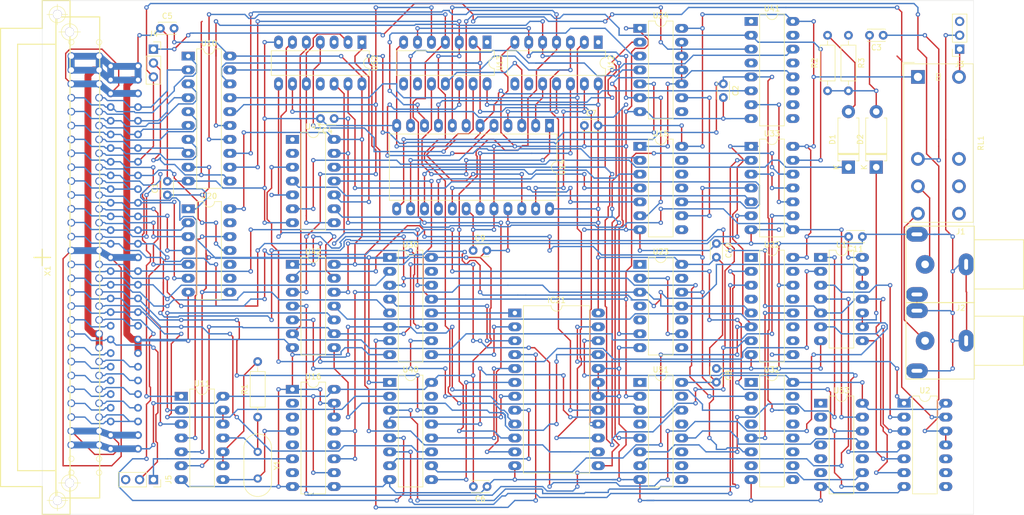
<source format=kicad_pcb>
(kicad_pcb (version 20171130) (host pcbnew "(5.1.10)-1")
  (layers (0 F.Cu signal) (31 B.Cu signal) (34 B.Paste user) (35 F.Paste user) (36 B.SilkS user) (37 F.SilkS user) (38 B.Mask user) (39 F.Mask user) (44 Edge.Cuts user))
  (net 0 "")
  (net 1 "Net-(C1-Pad1)")
  (net 2 GND)
  (net 3 "Net-(C2-Pad1)")
  (net 4 "Net-(C3-Pad2)")
  (net 5 "Net-(C3-Pad1)")
  (net 6 "Net-(C4-Pad1)")
  (net 7 "Net-(D1-Pad1)")
  (net 8 "Net-(D1-Pad2)")
  (net 9 "Net-(D2-Pad1)")
  (net 10 "Net-(IC21-Pad23)")
  (net 11 "Net-(IC21-Pad11)")
  (net 12 "Net-(IC21-Pad22)")
  (net 13 "Net-(IC21-Pad10)")
  (net 14 "Net-(IC21-Pad21)")
  (net 15 "Net-(IC21-Pad9)")
  (net 16 "Net-(IC21-Pad8)")
  (net 17 "Net-(IC21-Pad7)")
  (net 18 "Net-(IC21-Pad6)")
  (net 19 "Net-(IC21-Pad17)")
  (net 20 "Net-(IC21-Pad5)")
  (net 21 "Net-(IC21-Pad16)")
  (net 22 "Net-(IC21-Pad4)")
  (net 23 "Net-(IC21-Pad15)")
  (net 24 "Net-(IC21-Pad3)")
  (net 25 "Net-(IC21-Pad14)")
  (net 26 "Net-(IC21-Pad2)")
  (net 27 "Net-(IC21-Pad13)")
  (net 28 "Net-(IC21-Pad1)")
  (net 29 "Net-(J1-Pad1)")
  (net 30 "Net-(J2-Pad1)")
  (net 31 "Net-(R1-Pad1)")
  (net 32 "Net-(R1-Pad2)")
  (net 33 "Net-(U1-Pad6)")
  (net 34 "Net-(U1-Pad5)")
  (net 35 "Net-(U1-Pad11)")
  (net 36 "Net-(U1-Pad4)")
  (net 37 "Net-(U1-Pad10)")
  (net 38 "Net-(U1-Pad3)")
  (net 39 "Net-(U1-Pad2)")
  (net 40 "Net-(U1-Pad8)")
  (net 41 "Net-(U1-Pad1)")
  (net 42 "Net-(U10-Pad1)")
  (net 43 "Net-(U10-Pad2)")
  (net 44 "Net-(U10-Pad3)")
  (net 45 "Net-(U10-Pad4)")
  (net 46 "Net-(U10-Pad5)")
  (net 47 "Net-(U10-Pad6)")
  (net 48 "Net-(U10-Pad7)")
  (net 49 "Net-(U10-Pad8)")
  (net 50 "Net-(U11-Pad1)")
  (net 51 "Net-(U11-Pad8)")
  (net 52 "Net-(U11-Pad2)")
  (net 53 "Net-(U11-Pad3)")
  (net 54 "Net-(U11-Pad4)")
  (net 55 "Net-(U12-Pad10)")
  (net 56 "Net-(U12-Pad11)")
  (net 57 "Net-(U12-Pad12)")
  (net 58 "Net-(U12-Pad6)")
  (net 59 "Net-(U12-Pad13)")
  (net 60 "Net-(U13-Pad13)")
  (net 61 "Net-(U13-Pad12)")
  (net 62 "Net-(U13-Pad11)")
  (net 63 "Net-(U13-Pad10)")
  (net 64 "Net-(U14-Pad13)")
  (net 65 "Net-(U14-Pad14)")
  (net 66 "Net-(U14-Pad15)")
  (net 67 "Net-(U14-Pad16)")
  (net 68 "Net-(U14-Pad17)")
  (net 69 "Net-(U14-Pad6)")
  (net 70 "Net-(U14-Pad7)")
  (net 71 "Net-(U14-Pad8)")
  (net 72 "Net-(U14-Pad9)")
  (net 73 "Net-(U14-Pad10)")
  (net 74 "Net-(U14-Pad11)")
  (net 75 "Net-(U15-Pad1)")
  (net 76 "Net-(U15-Pad9)")
  (net 77 "Net-(U15-Pad10)")
  (net 78 "Net-(U16-Pad11)")
  (net 79 "Net-(U20-Pad6)")
  (net 80 "Net-(U20-Pad5)")
  (net 81 "Net-(U20-Pad11)")
  (net 82 "Net-(U20-Pad4)")
  (net 83 "Net-(U20-Pad3)")
  (net 84 "Net-(U20-Pad2)")
  (net 85 "Net-(U20-Pad1)")
  (net 86 "Net-(U22-Pad7)")
  (net 87 "Net-(U22-Pad6)")
  (net 88 "Net-(U22-Pad12)")
  (net 89 "Net-(U22-Pad3)")
  (net 90 "Net-(U22-Pad2)")
  (net 91 "Net-(U23-Pad2)")
  (net 92 "Net-(U23-Pad12)")
  (net 93 "Net-(U23-Pad6)")
  (net 94 "Net-(U30-Pad14)")
  (net 95 "Net-(U30-Pad6)")
  (net 96 "Net-(U30-Pad13)")
  (net 97 "Net-(U30-Pad5)")
  (net 98 "Net-(U30-Pad11)")
  (net 99 "Net-(U30-Pad3)")
  (net 100 "Net-(U30-Pad10)")
  (net 101 "Net-(U30-Pad2)")
  (net 102 +5P)
  (net 103 "Net-(U33-Pad9)")
  (net 104 "Net-(U33-Pad10)")
  (net 105 "Net-(U33-Pad5)")
  (net 106 "Net-(U33-Pad6)")
  (net 107 "Net-(U40-Pad2)")
  (net 108 "Net-(U40-Pad11)")
  (net 109 "Net-(U40-Pad5)")
  (net 110 "Net-(U40-Pad14)")
  (net 111 "Net-(U41-Pad12)")
  (net 112 "Net-(U41-Pad14)")
  (net 113 "Net-(U42-Pad13)")
  (net 114 "Net-(U42-Pad4)")
  (net 115 "Net-(U43-Pad8)")
  (net 116 "Net-(U43-Pad10)")
  (net 117 "Net-(U43-Pad5)")
  (net 118 "Net-(U51-Pad12)")
  (net 119 "Net-(U52-Pad12)")
  (net 120 "Net-(X1-PadC15)")
  (net 121 "Net-(X1-PadC28)")
  (net 122 "Net-(X1-PadA27)")
  (net 123 "Net-(X1-PadA26)")
  (net 124 "Net-(X1-PadA25)")
  (net 125 "Net-(X1-PadA24)")
  (net 126 "Net-(X1-PadA23)")
  (net 127 "Net-(X1-PadA22)")
  (net 128 "Net-(X1-PadA20)")
  (net 129 "Net-(X1-PadA10)")
  (net 130 "Net-(X1-PadC26)")
  (net 131 "Net-(X1-PadC25)")
  (net 132 "Net-(X1-PadC24)")
  (net 133 "Net-(X1-PadC23)")
  (net 134 "Net-(X1-PadC20)")
  (net 135 "Net-(X1-PadC03)")
  (net 136 "Net-(X1-PadA03)")
  (net 137 "Net-(X1-PadA28)")
  (net 138 "Net-(X1-PadA15)")
  (net 139 "Net-(J3-Pad1)")
  (net 140 "Net-(J4-Pad3)")
  (net 141 "Net-(J4-Pad2)")
  (net 142 "Net-(J4-Pad1)")
  (net 143 "Net-(J5-Pad2)")
  (net 144 "Net-(J5-Pad1)")
  (module Connector_PinSocket_2.54mm:PinSocket_1x03_P2.54mm_Vertical (layer F.Cu) (at 58.42 146.05 270)
    (fp_text reference J5 (at 0 -2.77 90) (layer F.SilkS))
    (fp_text value Conn_01x03)
    (pad 3 thru_hole oval (at 0 5.08 270) (size 1.7 1.7) (drill 1) (layers *.Cu *.Mask))
    (pad 2 thru_hole oval (at 0 2.54 270) (size 1.7 1.7) (drill 1) (layers *.Cu *.Mask) (net 143 "Net-(J5-Pad2)"))
    (pad 1 thru_hole rect (at 0 0 270) (size 1.7 1.7) (drill 1) (layers *.Cu *.Mask) (net 144 "Net-(J5-Pad1)"))
  )
  (module Connector_PinSocket_2.54mm:PinSocket_1x03_P2.54mm_Vertical (layer F.Cu) (at 58.42 67.31)
    (fp_text reference J4 (at 0 -2.77) (layer F.SilkS))
    (fp_text value Conn_01x03)
    (pad 3 thru_hole oval (at 0 5.08) (size 1.7 1.7) (drill 1) (layers *.Cu *.Mask) (net 140 "Net-(J4-Pad3)"))
    (pad 2 thru_hole oval (at 0 2.54) (size 1.7 1.7) (drill 1) (layers *.Cu *.Mask) (net 141 "Net-(J4-Pad2)"))
    (pad 1 thru_hole rect (at 0 0) (size 1.7 1.7) (drill 1) (layers *.Cu *.Mask) (net 142 "Net-(J4-Pad1)"))
  )
  (module Package_DIP:DIP-14_W7.62mm_LongPads (layer F.Cu) (at 167.64 85.09)
    (fp_text reference U33 (at 3.81 -2.33) (layer F.SilkS))
    (fp_text value 74LS20)
    (pad 1 thru_hole rect (at 0 0) (size 2.4 1.6) (drill 0.8) (layers *.Cu *.Mask) (net 87 "Net-(U22-Pad6)"))
    (pad 8 thru_hole oval (at 7.62 15.24) (size 2.4 1.6) (drill 0.8) (layers *.Cu *.Mask) (net 6 "Net-(C4-Pad1)"))
    (pad 2 thru_hole oval (at 0 2.54) (size 2.4 1.6) (drill 0.8) (layers *.Cu *.Mask) (net 86 "Net-(U22-Pad7)"))
    (pad 9 thru_hole oval (at 7.62 12.7) (size 2.4 1.6) (drill 0.8) (layers *.Cu *.Mask) (net 103 "Net-(U33-Pad9)"))
    (pad 3 thru_hole oval (at 0 5.08) (size 2.4 1.6) (drill 0.8) (layers *.Cu *.Mask))
    (pad 10 thru_hole oval (at 7.62 10.16) (size 2.4 1.6) (drill 0.8) (layers *.Cu *.Mask) (net 104 "Net-(U33-Pad10)"))
    (pad 4 thru_hole oval (at 0 7.62) (size 2.4 1.6) (drill 0.8) (layers *.Cu *.Mask) (net 92 "Net-(U23-Pad12)"))
    (pad 11 thru_hole oval (at 7.62 7.62) (size 2.4 1.6) (drill 0.8) (layers *.Cu *.Mask))
    (pad 5 thru_hole oval (at 0 10.16) (size 2.4 1.6) (drill 0.8) (layers *.Cu *.Mask) (net 105 "Net-(U33-Pad5)"))
    (pad 12 thru_hole oval (at 7.62 5.08) (size 2.4 1.6) (drill 0.8) (layers *.Cu *.Mask) (net 96 "Net-(U30-Pad13)"))
    (pad 6 thru_hole oval (at 0 12.7) (size 2.4 1.6) (drill 0.8) (layers *.Cu *.Mask) (net 106 "Net-(U33-Pad6)"))
    (pad 13 thru_hole oval (at 7.62 2.54) (size 2.4 1.6) (drill 0.8) (layers *.Cu *.Mask) (net 70 "Net-(U14-Pad7)"))
    (pad 7 thru_hole oval (at 0 15.24) (size 2.4 1.6) (drill 0.8) (layers *.Cu *.Mask) (net 2 GND))
    (pad 14 thru_hole oval (at 7.62 0) (size 2.4 1.6) (drill 0.8) (layers *.Cu *.Mask) (net 102 +5P))
  )
  (module Package_DIP:DIP-16_W7.62mm_LongPads (layer F.Cu) (at 101.6 128.27)
    (fp_text reference U40 (at 3.81 -2.33) (layer F.SilkS))
    (fp_text value 74LS257)
    (pad 1 thru_hole rect (at 0 0) (size 2.4 1.6) (drill 0.8) (layers *.Cu *.Mask) (net 1 "Net-(C1-Pad1)"))
    (pad 9 thru_hole oval (at 7.62 17.78) (size 2.4 1.6) (drill 0.8) (layers *.Cu *.Mask) (net 18 "Net-(IC21-Pad6)"))
    (pad 2 thru_hole oval (at 0 2.54) (size 2.4 1.6) (drill 0.8) (layers *.Cu *.Mask) (net 107 "Net-(U40-Pad2)"))
    (pad 10 thru_hole oval (at 7.62 15.24) (size 2.4 1.6) (drill 0.8) (layers *.Cu *.Mask) (net 87 "Net-(U22-Pad6)"))
    (pad 3 thru_hole oval (at 0 5.08) (size 2.4 1.6) (drill 0.8) (layers *.Cu *.Mask) (net 90 "Net-(U22-Pad2)"))
    (pad 11 thru_hole oval (at 7.62 12.7) (size 2.4 1.6) (drill 0.8) (layers *.Cu *.Mask) (net 108 "Net-(U40-Pad11)"))
    (pad 4 thru_hole oval (at 0 7.62) (size 2.4 1.6) (drill 0.8) (layers *.Cu *.Mask) (net 17 "Net-(IC21-Pad7)"))
    (pad 12 thru_hole oval (at 7.62 10.16) (size 2.4 1.6) (drill 0.8) (layers *.Cu *.Mask) (net 20 "Net-(IC21-Pad5)"))
    (pad 5 thru_hole oval (at 0 10.16) (size 2.4 1.6) (drill 0.8) (layers *.Cu *.Mask) (net 109 "Net-(U40-Pad5)"))
    (pad 13 thru_hole oval (at 7.62 7.62) (size 2.4 1.6) (drill 0.8) (layers *.Cu *.Mask) (net 86 "Net-(U22-Pad7)"))
    (pad 6 thru_hole oval (at 0 12.7) (size 2.4 1.6) (drill 0.8) (layers *.Cu *.Mask) (net 89 "Net-(U22-Pad3)"))
    (pad 14 thru_hole oval (at 7.62 5.08) (size 2.4 1.6) (drill 0.8) (layers *.Cu *.Mask) (net 110 "Net-(U40-Pad14)"))
    (pad 7 thru_hole oval (at 0 15.24) (size 2.4 1.6) (drill 0.8) (layers *.Cu *.Mask) (net 16 "Net-(IC21-Pad8)"))
    (pad 15 thru_hole oval (at 7.62 2.54) (size 2.4 1.6) (drill 0.8) (layers *.Cu *.Mask))
    (pad 8 thru_hole oval (at 0 17.78) (size 2.4 1.6) (drill 0.8) (layers *.Cu *.Mask) (net 2 GND))
    (pad 16 thru_hole oval (at 7.62 0) (size 2.4 1.6) (drill 0.8) (layers *.Cu *.Mask) (net 102 +5P))
  )
  (module Package_DIP:DIP-24_W15.24mm_LongPads (layer F.Cu) (at 124.46 115.57)
    (fp_text reference IC21 (at 7.62 -2.33) (layer F.SilkS))
    (fp_text value 6116LA45DB)
    (pad 24 thru_hole oval (at 15.24 0) (size 2.4 1.6) (drill 0.8) (layers *.Cu *.Mask) (net 102 +5P))
    (pad 12 thru_hole oval (at 0 27.94) (size 2.4 1.6) (drill 0.8) (layers *.Cu *.Mask) (net 2 GND))
    (pad 23 thru_hole oval (at 15.24 2.54) (size 2.4 1.6) (drill 0.8) (layers *.Cu *.Mask) (net 10 "Net-(IC21-Pad23)"))
    (pad 11 thru_hole oval (at 0 25.4) (size 2.4 1.6) (drill 0.8) (layers *.Cu *.Mask) (net 11 "Net-(IC21-Pad11)"))
    (pad 22 thru_hole oval (at 15.24 5.08) (size 2.4 1.6) (drill 0.8) (layers *.Cu *.Mask) (net 12 "Net-(IC21-Pad22)"))
    (pad 10 thru_hole oval (at 0 22.86) (size 2.4 1.6) (drill 0.8) (layers *.Cu *.Mask) (net 13 "Net-(IC21-Pad10)"))
    (pad 21 thru_hole oval (at 15.24 7.62) (size 2.4 1.6) (drill 0.8) (layers *.Cu *.Mask) (net 14 "Net-(IC21-Pad21)"))
    (pad 9 thru_hole oval (at 0 20.32) (size 2.4 1.6) (drill 0.8) (layers *.Cu *.Mask) (net 15 "Net-(IC21-Pad9)"))
    (pad 20 thru_hole oval (at 15.24 10.16) (size 2.4 1.6) (drill 0.8) (layers *.Cu *.Mask) (net 2 GND))
    (pad 8 thru_hole oval (at 0 17.78) (size 2.4 1.6) (drill 0.8) (layers *.Cu *.Mask) (net 16 "Net-(IC21-Pad8)"))
    (pad 19 thru_hole oval (at 15.24 12.7) (size 2.4 1.6) (drill 0.8) (layers *.Cu *.Mask) (net 2 GND))
    (pad 7 thru_hole oval (at 0 15.24) (size 2.4 1.6) (drill 0.8) (layers *.Cu *.Mask) (net 17 "Net-(IC21-Pad7)"))
    (pad 18 thru_hole oval (at 15.24 15.24) (size 2.4 1.6) (drill 0.8) (layers *.Cu *.Mask) (net 2 GND))
    (pad 6 thru_hole oval (at 0 12.7) (size 2.4 1.6) (drill 0.8) (layers *.Cu *.Mask) (net 18 "Net-(IC21-Pad6)"))
    (pad 17 thru_hole oval (at 15.24 17.78) (size 2.4 1.6) (drill 0.8) (layers *.Cu *.Mask) (net 19 "Net-(IC21-Pad17)"))
    (pad 5 thru_hole oval (at 0 10.16) (size 2.4 1.6) (drill 0.8) (layers *.Cu *.Mask) (net 20 "Net-(IC21-Pad5)"))
    (pad 16 thru_hole oval (at 15.24 20.32) (size 2.4 1.6) (drill 0.8) (layers *.Cu *.Mask) (net 21 "Net-(IC21-Pad16)"))
    (pad 4 thru_hole oval (at 0 7.62) (size 2.4 1.6) (drill 0.8) (layers *.Cu *.Mask) (net 22 "Net-(IC21-Pad4)"))
    (pad 15 thru_hole oval (at 15.24 22.86) (size 2.4 1.6) (drill 0.8) (layers *.Cu *.Mask) (net 23 "Net-(IC21-Pad15)"))
    (pad 3 thru_hole oval (at 0 5.08) (size 2.4 1.6) (drill 0.8) (layers *.Cu *.Mask) (net 24 "Net-(IC21-Pad3)"))
    (pad 14 thru_hole oval (at 15.24 25.4) (size 2.4 1.6) (drill 0.8) (layers *.Cu *.Mask) (net 25 "Net-(IC21-Pad14)"))
    (pad 2 thru_hole oval (at 0 2.54) (size 2.4 1.6) (drill 0.8) (layers *.Cu *.Mask) (net 26 "Net-(IC21-Pad2)"))
    (pad 13 thru_hole oval (at 15.24 27.94) (size 2.4 1.6) (drill 0.8) (layers *.Cu *.Mask) (net 27 "Net-(IC21-Pad13)"))
    (pad 1 thru_hole rect (at 0 0) (size 2.4 1.6) (drill 0.8) (layers *.Cu *.Mask) (net 28 "Net-(IC21-Pad1)"))
  )
  (module Package_DIP:DIP-14_W7.62mm_LongPads (layer F.Cu) (at 147.32 63.5)
    (fp_text reference U24 (at 3.81 -2.33) (layer F.SilkS))
    (fp_text value 74LS95)
    (pad 14 thru_hole oval (at 7.62 0) (size 2.4 1.6) (drill 0.8) (layers *.Cu *.Mask) (net 102 +5P))
    (pad 7 thru_hole oval (at 0 15.24) (size 2.4 1.6) (drill 0.8) (layers *.Cu *.Mask) (net 2 GND))
    (pad 13 thru_hole oval (at 7.62 2.54) (size 2.4 1.6) (drill 0.8) (layers *.Cu *.Mask) (net 75 "Net-(U15-Pad1)"))
    (pad 6 thru_hole oval (at 0 12.7) (size 2.4 1.6) (drill 0.8) (layers *.Cu *.Mask) (net 58 "Net-(U12-Pad6)"))
    (pad 12 thru_hole oval (at 7.62 5.08) (size 2.4 1.6) (drill 0.8) (layers *.Cu *.Mask) (net 75 "Net-(U15-Pad1)"))
    (pad 5 thru_hole oval (at 0 10.16) (size 2.4 1.6) (drill 0.8) (layers *.Cu *.Mask) (net 64 "Net-(U14-Pad13)"))
    (pad 11 thru_hole oval (at 7.62 7.62) (size 2.4 1.6) (drill 0.8) (layers *.Cu *.Mask) (net 75 "Net-(U15-Pad1)"))
    (pad 4 thru_hole oval (at 0 7.62) (size 2.4 1.6) (drill 0.8) (layers *.Cu *.Mask) (net 74 "Net-(U14-Pad11)"))
    (pad 10 thru_hole oval (at 7.62 10.16) (size 2.4 1.6) (drill 0.8) (layers *.Cu *.Mask) (net 75 "Net-(U15-Pad1)"))
    (pad 3 thru_hole oval (at 0 5.08) (size 2.4 1.6) (drill 0.8) (layers *.Cu *.Mask) (net 73 "Net-(U14-Pad10)"))
    (pad 9 thru_hole oval (at 7.62 12.7) (size 2.4 1.6) (drill 0.8) (layers *.Cu *.Mask) (net 76 "Net-(U15-Pad9)"))
    (pad 2 thru_hole oval (at 0 2.54) (size 2.4 1.6) (drill 0.8) (layers *.Cu *.Mask) (net 72 "Net-(U14-Pad9)"))
    (pad 8 thru_hole oval (at 7.62 15.24) (size 2.4 1.6) (drill 0.8) (layers *.Cu *.Mask))
    (pad 1 thru_hole rect (at 0 0) (size 2.4 1.6) (drill 0.8) (layers *.Cu *.Mask) (net 2 GND))
  )
  (module Package_DIP:DIP-14_W7.62mm_LongPads (layer F.Cu) (at 64.77 96.52)
    (fp_text reference U20 (at 3.81 -2.33) (layer F.SilkS))
    (fp_text value 74LS30)
    (pad 14 thru_hole oval (at 7.62 0) (size 2.4 1.6) (drill 0.8) (layers *.Cu *.Mask) (net 102 +5P))
    (pad 7 thru_hole oval (at 0 15.24) (size 2.4 1.6) (drill 0.8) (layers *.Cu *.Mask) (net 2 GND))
    (pad 13 thru_hole oval (at 7.62 2.54) (size 2.4 1.6) (drill 0.8) (layers *.Cu *.Mask))
    (pad 6 thru_hole oval (at 0 12.7) (size 2.4 1.6) (drill 0.8) (layers *.Cu *.Mask) (net 79 "Net-(U20-Pad6)"))
    (pad 12 thru_hole oval (at 7.62 5.08) (size 2.4 1.6) (drill 0.8) (layers *.Cu *.Mask) (net 54 "Net-(U11-Pad4)"))
    (pad 5 thru_hole oval (at 0 10.16) (size 2.4 1.6) (drill 0.8) (layers *.Cu *.Mask) (net 80 "Net-(U20-Pad5)"))
    (pad 11 thru_hole oval (at 7.62 7.62) (size 2.4 1.6) (drill 0.8) (layers *.Cu *.Mask) (net 81 "Net-(U20-Pad11)"))
    (pad 4 thru_hole oval (at 0 7.62) (size 2.4 1.6) (drill 0.8) (layers *.Cu *.Mask) (net 82 "Net-(U20-Pad4)"))
    (pad 10 thru_hole oval (at 7.62 10.16) (size 2.4 1.6) (drill 0.8) (layers *.Cu *.Mask))
    (pad 3 thru_hole oval (at 0 5.08) (size 2.4 1.6) (drill 0.8) (layers *.Cu *.Mask) (net 83 "Net-(U20-Pad3)"))
    (pad 9 thru_hole oval (at 7.62 12.7) (size 2.4 1.6) (drill 0.8) (layers *.Cu *.Mask))
    (pad 2 thru_hole oval (at 0 2.54) (size 2.4 1.6) (drill 0.8) (layers *.Cu *.Mask) (net 84 "Net-(U20-Pad2)"))
    (pad 8 thru_hole oval (at 7.62 15.24) (size 2.4 1.6) (drill 0.8) (layers *.Cu *.Mask) (net 1 "Net-(C1-Pad1)"))
    (pad 1 thru_hole rect (at 0 0) (size 2.4 1.6) (drill 0.8) (layers *.Cu *.Mask) (net 85 "Net-(U20-Pad1)"))
  )
  (module Connector_PinSocket_2.54mm:PinSocket_1x03_P2.54mm_Vertical (layer F.Cu) (at 205.74 67.31 180)
    (fp_text reference J3 (at 0 -2.77) (layer F.SilkS))
    (fp_text value Conn_01x03)
    (pad 3 thru_hole oval (at 0 5.08 180) (size 1.7 1.7) (drill 1) (layers *.Cu *.Mask))
    (pad 2 thru_hole oval (at 0 2.54 180) (size 1.7 1.7) (drill 1) (layers *.Cu *.Mask) (net 2 GND))
    (pad 1 thru_hole rect (at 0 0 180) (size 1.7 1.7) (drill 1) (layers *.Cu *.Mask) (net 139 "Net-(J3-Pad1)"))
  )
  (module Capacitor_THT:C_Disc_D3.0mm_W2.0mm_P2.50mm (layer F.Cu) (at 187.96 101.6 180)
    (fp_text reference C11 (at 1.25 -2.25) (layer F.SilkS))
    (fp_text value 0,1µ)
    (pad 2 thru_hole circle (at 2.5 0 180) (size 1.6 1.6) (drill 0.8) (layers *.Cu *.Mask) (net 102 +5P))
    (pad 1 thru_hole circle (at 0 0 180) (size 1.6 1.6) (drill 0.8) (layers *.Cu *.Mask) (net 2 GND))
  )
  (module Capacitor_THT:C_Disc_D3.0mm_W2.0mm_P2.50mm (layer F.Cu) (at 161.29 102.87 270)
    (fp_text reference C10 (at 1.25 -2.25 90) (layer F.SilkS))
    (fp_text value 0,1µ)
    (pad 2 thru_hole circle (at 2.5 0 270) (size 1.6 1.6) (drill 0.8) (layers *.Cu *.Mask) (net 102 +5P))
    (pad 1 thru_hole circle (at 0 0 270) (size 1.6 1.6) (drill 0.8) (layers *.Cu *.Mask) (net 2 GND))
  )
  (module Capacitor_THT:C_Disc_D3.0mm_W2.0mm_P2.50mm (layer F.Cu) (at 116.84 104.14)
    (fp_text reference C9 (at 1.25 -2.25) (layer F.SilkS))
    (fp_text value 0,1µ)
    (pad 2 thru_hole circle (at 2.5 0) (size 1.6 1.6) (drill 0.8) (layers *.Cu *.Mask) (net 102 +5P))
    (pad 1 thru_hole circle (at 0 0) (size 1.6 1.6) (drill 0.8) (layers *.Cu *.Mask) (net 2 GND))
  )
  (module Capacitor_THT:C_Disc_D3.0mm_W2.0mm_P2.50mm (layer F.Cu) (at 161.29 125.73 270)
    (fp_text reference C8 (at 1.25 -2.25 90) (layer F.SilkS))
    (fp_text value 0,1µ)
    (pad 2 thru_hole circle (at 2.5 0 270) (size 1.6 1.6) (drill 0.8) (layers *.Cu *.Mask) (net 102 +5P))
    (pad 1 thru_hole circle (at 0 0 270) (size 1.6 1.6) (drill 0.8) (layers *.Cu *.Mask) (net 2 GND))
  )
  (module Capacitor_THT:C_Disc_D3.0mm_W2.0mm_P2.50mm (layer F.Cu) (at 137.16 81.28)
    (fp_text reference C7 (at 1.25 -2.25) (layer F.SilkS))
    (fp_text value 0,1µ)
    (pad 2 thru_hole circle (at 2.5 0) (size 1.6 1.6) (drill 0.8) (layers *.Cu *.Mask) (net 102 +5P))
    (pad 1 thru_hole circle (at 0 0) (size 1.6 1.6) (drill 0.8) (layers *.Cu *.Mask) (net 2 GND))
  )
  (module Capacitor_THT:C_Disc_D3.0mm_W2.0mm_P2.50mm (layer F.Cu) (at 119.38 147.32 180)
    (fp_text reference C6 (at 1.25 -2.25) (layer F.SilkS))
    (fp_text value 0,1µ)
    (pad 2 thru_hole circle (at 2.5 0 180) (size 1.6 1.6) (drill 0.8) (layers *.Cu *.Mask) (net 102 +5P))
    (pad 1 thru_hole circle (at 0 0 180) (size 1.6 1.6) (drill 0.8) (layers *.Cu *.Mask) (net 2 GND))
  )
  (module Capacitor_THT:C_Disc_D3.0mm_W2.0mm_P2.50mm (layer F.Cu) (at 59.69 63.5)
    (fp_text reference C5 (at 1.25 -2.25) (layer F.SilkS))
    (fp_text value 0,1µ)
    (pad 2 thru_hole circle (at 2.5 0) (size 1.6 1.6) (drill 0.8) (layers *.Cu *.Mask) (net 102 +5P))
    (pad 1 thru_hole circle (at 0 0) (size 1.6 1.6) (drill 0.8) (layers *.Cu *.Mask) (net 2 GND))
  )
  (module K1520:K1520_EFS2x29_DIN_male (layer F.Cu) (at 38.1 105.41 270)
    (fp_text reference X1 (at 1.4 -1 90) (layer F.SilkS) (effects (justify right)))
    (fp_text value K1520_2x29-AC)
    (pad C15 smd custom (at 0 -17.5 270) (size 1.4 1.4) (layers B.Cu) (net 120 "Net-(X1-PadC15)") (options (clearance outline) (anchor circle)) (primitives (gr_line (start -1.25 7.1) (end 0 5) (width 1.25)) (gr_line (start 0 5) (end 0 0) (width 1.25)) (gr_line (start -1.25 12.2) (end -1.25 7.1) (width 1.25))))
    (pad C29 smd custom (at 35 -17.5 270) (size 1.4 1.4) (layers B.Cu) (net 102 +5P) (options (clearance outline) (anchor circle)) (primitives (gr_line (start 0 0) (end 0 5) (width 1.25)) (gr_line (start 0 5) (end -0.7 7.1) (width 1.25)) (gr_line (start -0.7 7.1) (end -0.7 12.2) (width 1.25))))
    (pad C28 smd custom (at 32.5 -17.5 270) (size 1.4 1.4) (layers B.Cu) (net 121 "Net-(X1-PadC28)") (options (clearance outline) (anchor circle)) (primitives (gr_line (start -0.75 7.1) (end 0 5) (width 1.25)) (gr_line (start -0.75 12.2) (end -0.75 7.1) (width 1.25)) (gr_line (start 0 5) (end 0 0) (width 1.25))))
    (pad A27 smd custom (at 30 -12.5 270) (size 1.4 1.4) (layers B.Cu) (net 122 "Net-(X1-PadA27)") (options (clearance outline) (anchor circle)) (primitives (gr_line (start 0 0) (end 0 0.9) (width 0.25)) (gr_line (start 0 0.9) (end 0.4 1.3) (width 0.25)) (gr_line (start 0.4 1.3) (end 0.4 3.5) (width 0.25)) (gr_line (start 0.4 3.5) (end -0.8 4.7) (width 0.25)) (gr_line (start -0.8 4.7) (end -0.8 7.2) (width 0.25))))
    (pad A26 smd custom (at 27.5 -12.5 270) (size 1.4 1.4) (layers B.Cu) (net 123 "Net-(X1-PadA26)") (options (clearance outline) (anchor circle)) (primitives (gr_line (start 0 0) (end 0 0.9) (width 0.25)) (gr_line (start 0 0.9) (end 0.4 1.3) (width 0.25)) (gr_line (start 0.4 1.3) (end 0.4 3.5) (width 0.25)) (gr_line (start 0.4 3.5) (end -0.8 4.7) (width 0.25)) (gr_line (start -0.8 4.7) (end -0.8 7.2) (width 0.25))))
    (pad A25 smd custom (at 25 -12.5 270) (size 1.4 1.4) (layers B.Cu) (net 124 "Net-(X1-PadA25)") (options (clearance outline) (anchor circle)) (primitives (gr_line (start 0.4 3.5) (end -0.9 4.8) (width 0.25)) (gr_line (start -0.9 4.8) (end -0.9 7.2) (width 0.25)) (gr_line (start 0 0) (end 0 0.9) (width 0.25)) (gr_line (start 0 0.9) (end 0.4 1.3) (width 0.25)) (gr_line (start 0.4 1.3) (end 0.4 3.5) (width 0.25))))
    (pad A24 smd custom (at 22.5 -12.5 270) (size 1.4 1.4) (layers B.Cu) (net 125 "Net-(X1-PadA24)") (options (clearance outline) (anchor circle)) (primitives (gr_line (start 0 0) (end 0 0.9) (width 0.25)) (gr_line (start 0 0.9) (end 0.3 1.2) (width 0.25)) (gr_line (start 0.3 1.2) (end 0.3 3.5) (width 0.25)) (gr_line (start 0.3 3.5) (end -0.9 4.7) (width 0.25)) (gr_line (start -0.9 4.7) (end -0.9 7.2) (width 0.25))))
    (pad A23 smd custom (at 20 -12.5 270) (size 1.4 1.4) (layers B.Cu) (net 126 "Net-(X1-PadA23)") (options (clearance outline) (anchor circle)) (primitives (gr_line (start 0 0.9) (end 0.3 1.2) (width 0.25)) (gr_line (start 0.3 1.2) (end 0.3 3.5) (width 0.25)) (gr_line (start 0.3 3.5) (end -0.9 4.7) (width 0.25)) (gr_line (start -0.9 4.7) (end -0.9 7.2) (width 0.25)) (gr_line (start 0 0) (end 0 0.9) (width 0.25))))
    (pad A22 smd custom (at 17.5 -12.5 270) (size 1.4 1.4) (layers B.Cu) (net 127 "Net-(X1-PadA22)") (options (clearance outline) (anchor circle)) (primitives (gr_line (start 0 0) (end 0 0.9) (width 0.25)) (gr_line (start 0 0.9) (end 0.3 1.2) (width 0.25)) (gr_line (start 0.3 1.2) (end 0.3 3.5) (width 0.25)) (gr_line (start 0.3 3.5) (end -1 4.8) (width 0.25)) (gr_line (start -1 4.8) (end -1 7.2) (width 0.25))))
    (pad A21 smd custom (at 15 -12.5 270) (size 1.4 1.4) (layers B.Cu) (net 143 "Net-(J5-Pad2)") (options (clearance outline) (anchor circle)) (primitives (gr_line (start 0.2 3.5) (end -1 4.7) (width 0.25)) (gr_line (start -1 4.7) (end -1 7.2) (width 0.25)) (gr_line (start 0 0) (end 0 0.9) (width 0.25)) (gr_line (start 0 0.9) (end 0.2 1.1) (width 0.25)) (gr_line (start 0.2 1.1) (end 0.2 3.5) (width 0.25))))
    (pad A20 smd custom (at 12.5 -12.5 270) (size 1.4 1.4) (layers B.Cu) (net 128 "Net-(X1-PadA20)") (options (clearance outline) (anchor circle)) (primitives (gr_line (start 0 0) (end 0 0.9) (width 0.25)) (gr_line (start 0 0.9) (end 0.2 1.1) (width 0.25)) (gr_line (start 0.2 1.1) (end 0.2 3.5) (width 0.25)) (gr_line (start 0.2 3.5) (end -1.1 4.8) (width 0.25)) (gr_line (start -1.1 4.8) (end -1.1 7.2) (width 0.25))))
    (pad A19 smd custom (at 10 -12.5 270) (size 1.4 1.4) (layers B.Cu) (net 109 "Net-(U40-Pad5)") (options (clearance outline) (anchor circle)) (primitives (gr_line (start 0 0.9) (end 0.2 1.1) (width 0.25)) (gr_line (start 0.2 1.1) (end 0.2 3.5) (width 0.25)) (gr_line (start 0.2 3.5) (end -1.1 4.8) (width 0.25)) (gr_line (start -1.1 4.8) (end -1.1 7.2) (width 0.25)) (gr_line (start 0 0) (end 0 0.9) (width 0.25))))
    (pad A18 smd custom (at 7.5 -12.5 270) (size 1.4 1.4) (layers B.Cu) (net 108 "Net-(U40-Pad11)") (options (clearance outline) (anchor circle)) (primitives (gr_line (start 0.1 1) (end 0.1 3.5) (width 0.25)) (gr_line (start 0.1 3.5) (end -1.2 4.8) (width 0.25)) (gr_line (start -1.2 4.8) (end -1.2 7.2) (width 0.25)) (gr_line (start 0 0) (end 0 0.9) (width 0.25)) (gr_line (start 0 0.9) (end 0.1 1) (width 0.25))))
    (pad A17 smd custom (at 5 -12.5 270) (size 1.4 1.4) (layers B.Cu) (net 97 "Net-(U30-Pad5)") (options (clearance outline) (anchor circle)) (primitives (gr_line (start 0 0) (end 0 0.9) (width 0.25)) (gr_line (start 0 0.9) (end 0.1 1) (width 0.25)) (gr_line (start 0.1 1) (end 0.1 3.5) (width 0.25)) (gr_line (start 0.1 3.5) (end -1.2 4.8) (width 0.25)) (gr_line (start -1.2 4.8) (end -1.2 7.2) (width 0.25))))
    (pad A16 smd custom (at 2.5 -12.5 270) (size 1.4 1.4) (layers B.Cu) (net 98 "Net-(U30-Pad11)") (options (clearance outline) (anchor circle)) (primitives (gr_line (start -1.2 4.8) (end -1.2 7.2) (width 0.25)) (gr_line (start 0 0) (end 0 0.9) (width 0.25)) (gr_line (start 0 0.9) (end 0.1 1) (width 0.25)) (gr_line (start 0.1 1) (end 0.1 3.5) (width 0.25)) (gr_line (start 0.1 3.5) (end -1.2 4.8) (width 0.25))))
    (pad A14 smd custom (at -2.5 -12.5 270) (size 1.4 1.4) (layers B.Cu) (net 39 "Net-(U1-Pad2)") (options (clearance outline) (anchor circle)) (primitives (gr_line (start 0 0.9) (end -0.1 1) (width 0.25)) (gr_line (start -0.1 1) (end -0.1 3.5) (width 0.25)) (gr_line (start -0.1 3.5) (end -1.3 4.7) (width 0.25)) (gr_line (start -1.3 4.7) (end -1.3 7.2) (width 0.25)) (gr_line (start 0 0) (end 0 0.9) (width 0.25))))
    (pad A13 smd custom (at -5 -12.5 270) (size 1.4 1.4) (layers B.Cu) (net 85 "Net-(U20-Pad1)") (options (clearance outline) (anchor circle)) (primitives (gr_line (start -0.1 1) (end -0.1 3.5) (width 0.25)) (gr_line (start -0.1 3.5) (end -1.4 4.8) (width 0.25)) (gr_line (start -1.4 4.8) (end -1.4 7.2) (width 0.25)) (gr_line (start 0 0) (end 0 0.9) (width 0.25)) (gr_line (start 0 0.9) (end -0.1 1) (width 0.25))))
    (pad A12 smd custom (at -7.5 -12.5 270) (size 1.4 1.4) (layers B.Cu) (net 83 "Net-(U20-Pad3)") (options (clearance outline) (anchor circle)) (primitives (gr_line (start 0 0) (end 0 0.9) (width 0.25)) (gr_line (start 0 0.9) (end -0.1 1) (width 0.25)) (gr_line (start -0.1 1) (end -0.1 3.5) (width 0.25)) (gr_line (start -0.1 3.5) (end -1.4 4.8) (width 0.25)) (gr_line (start -1.4 4.8) (end -1.4 7.2) (width 0.25))))
    (pad A11 smd custom (at -10 -12.5 270) (size 1.4 1.4) (layers B.Cu) (net 80 "Net-(U20-Pad5)") (options (clearance outline) (anchor circle)) (primitives (gr_line (start 0 0) (end 0 0.9) (width 0.25)) (gr_line (start 0 0.9) (end -0.1 1) (width 0.25)) (gr_line (start -0.1 1) (end -0.1 3.5) (width 0.25)) (gr_line (start -0.1 3.5) (end -1.4 4.8) (width 0.25)) (gr_line (start -1.4 4.8) (end -1.4 7.2) (width 0.25))))
    (pad A10 smd custom (at -12.5 -12.5 270) (size 1.4 1.4) (layers B.Cu) (net 129 "Net-(X1-PadA10)") (options (clearance outline) (anchor circle)) (primitives (gr_line (start 0 0.9) (end -0.2 1.1) (width 0.25)) (gr_line (start -0.2 1.1) (end -0.2 3.5) (width 0.25)) (gr_line (start -0.2 3.5) (end -1.5 4.8) (width 0.25)) (gr_line (start -1.5 4.8) (end -1.5 7.2) (width 0.25)) (gr_line (start 0 0) (end 0 0.9) (width 0.25))))
    (pad A09 smd custom (at -15 -12.5 270) (size 1.4 1.4) (layers B.Cu) (net 53 "Net-(U11-Pad3)") (options (clearance outline) (anchor circle)) (primitives (gr_line (start 0 0) (end 0 0.9) (width 0.25)) (gr_line (start 0 0.9) (end -0.2 1.1) (width 0.25)) (gr_line (start -0.2 1.1) (end -0.2 3.5) (width 0.25)) (gr_line (start -0.2 3.5) (end -1.5 4.8) (width 0.25)) (gr_line (start -1.5 4.8) (end -1.5 7.2) (width 0.25))))
    (pad A08 smd custom (at -17.5 -12.5 270) (size 1.4 1.4) (layers B.Cu) (net 50 "Net-(U11-Pad1)") (options (clearance outline) (anchor circle)) (primitives (gr_line (start -0.3 3.5) (end -1.6 4.8) (width 0.25)) (gr_line (start -1.6 4.8) (end -1.6 7.2) (width 0.25)) (gr_line (start 0 0) (end 0 0.9) (width 0.25)) (gr_line (start 0 0.9) (end -0.3 1.2) (width 0.25)) (gr_line (start -0.3 1.2) (end -0.3 3.5) (width 0.25))))
    (pad A07 smd custom (at -20 -12.5 270) (size 1.4 1.4) (layers B.Cu) (net 48 "Net-(U10-Pad7)") (options (clearance outline) (anchor circle)) (primitives (gr_line (start 0 0) (end 0 0.9) (width 0.25)) (gr_line (start 0 0.9) (end -0.3 1.2) (width 0.25)) (gr_line (start -0.3 1.2) (end -0.3 3.5) (width 0.25)) (gr_line (start -0.3 3.5) (end -1.6 4.8) (width 0.25)) (gr_line (start -1.6 4.8) (end -1.6 7.2) (width 0.25))))
    (pad A06 smd custom (at -22.5 -12.5 270) (size 1.4 1.4) (layers B.Cu) (net 46 "Net-(U10-Pad5)") (options (clearance outline) (anchor circle)) (primitives (gr_line (start 0 0) (end 0 0.9) (width 0.25)) (gr_line (start 0 0.9) (end -0.4 1.3) (width 0.25)) (gr_line (start -0.4 1.3) (end -0.4 3.5) (width 0.25)) (gr_line (start -0.4 3.5) (end -1.6 4.7) (width 0.25)) (gr_line (start -1.6 4.7) (end -1.6 7.2) (width 0.25))))
    (pad A05 smd custom (at -25 -12.5 270) (size 1.4 1.4) (layers B.Cu) (net 44 "Net-(U10-Pad3)") (options (clearance outline) (anchor circle)) (primitives (gr_line (start -0.4 1.3) (end -0.4 3.5) (width 0.25)) (gr_line (start -0.4 3.5) (end -1.7 4.8) (width 0.25)) (gr_line (start -1.7 4.8) (end -1.7 7.2) (width 0.25)) (gr_line (start 0 0) (end 0 0.9) (width 0.25)) (gr_line (start 0 0.9) (end -0.4 1.3) (width 0.25))))
    (pad C27 smd custom (at 30 -17.5 270) (size 1.4 1.4) (layers B.Cu) (net 122 "Net-(X1-PadA27)") (options (clearance outline) (anchor circle)) (primitives (gr_line (start -0.8 7.1) (end -0.8 6.1) (width 0.25)) (gr_line (start -0.8 6.1) (end -1.2 5.7) (width 0.25)) (gr_line (start -1.2 5.7) (end -1.2 2.7) (width 0.25)) (gr_line (start -1.2 2.7) (end 0 1.5) (width 0.25)) (gr_line (start 0 1.5) (end 0 0) (width 0.25))))
    (pad C26 smd custom (at 27.5 -17.5 270) (size 1.4 1.4) (layers B.Cu) (net 130 "Net-(X1-PadC26)") (options (clearance outline) (anchor circle)) (primitives (gr_line (start -0.8 7.1) (end -0.8 6.1) (width 0.25)) (gr_line (start -1.2 2.7) (end 0 1.5) (width 0.25)) (gr_line (start 0 1.5) (end 0 0) (width 0.25)) (gr_line (start -1.2 2.7) (end -1.2 5.7) (width 0.25)) (gr_line (start -1.2 5.7) (end -0.8 6.1) (width 0.25))))
    (pad C25 smd custom (at 25 -17.5 270) (size 1.4 1.4) (layers B.Cu) (net 131 "Net-(X1-PadC25)") (options (clearance outline) (anchor circle)) (primitives (gr_line (start -0.9 7.1) (end -0.9 6.1) (width 0.25)) (gr_line (start -0.9 6.1) (end -1.2 5.8) (width 0.25)) (gr_line (start -1.2 5.8) (end -1.2 2.7) (width 0.25)) (gr_line (start -1.2 2.7) (end 0 1.5) (width 0.25)) (gr_line (start 0 1.5) (end 0 0) (width 0.25))))
    (pad C24 smd custom (at 22.5 -17.5 270) (size 1.4 1.4) (layers B.Cu) (net 132 "Net-(X1-PadC24)") (options (clearance outline) (anchor circle)) (primitives (gr_line (start -0.9 7.1) (end -0.9 6.1) (width 0.25)) (gr_line (start -0.9 6.1) (end -1.2 5.8) (width 0.25)) (gr_line (start -1.2 5.8) (end -1.2 2.7) (width 0.25)) (gr_line (start -1.2 2.7) (end 0 1.5) (width 0.25)) (gr_line (start 0 1.5) (end 0 0) (width 0.25))))
    (pad C23 smd custom (at 20 -17.5 270) (size 1.4 1.4) (layers B.Cu) (net 133 "Net-(X1-PadC23)") (options (clearance outline) (anchor circle)) (primitives (gr_line (start -1.2 2.7) (end 0 1.5) (width 0.25)) (gr_line (start 0 1.5) (end 0 0) (width 0.25)) (gr_line (start -1 7.1) (end -1 6.1) (width 0.25)) (gr_line (start -1 6.1) (end -1.2 5.9) (width 0.25)) (gr_line (start -1.2 5.9) (end -1.2 2.7) (width 0.25))))
    (pad C20 smd custom (at 12.5 -17.5 270) (size 1.4 1.4) (layers B.Cu) (net 134 "Net-(X1-PadC20)") (options (clearance outline) (anchor circle)) (primitives (gr_line (start -1.1 7.1) (end -1.1 6.1) (width 0.25)) (gr_line (start -1.1 6.1) (end -1.2 6) (width 0.25)) (gr_line (start -1.2 6) (end -1.2 2.7) (width 0.25)) (gr_line (start -1.2 2.7) (end 0 1.5) (width 0.25)) (gr_line (start 0 1.5) (end 0 0) (width 0.25))))
    (pad C19 smd custom (at 10 -17.5 270) (size 1.4 1.4) (layers B.Cu) (net 107 "Net-(U40-Pad2)") (options (clearance outline) (anchor circle)) (primitives (gr_line (start -1.1 6.1) (end -1.2 6) (width 0.25)) (gr_line (start -1.2 6) (end -1.2 2.7) (width 0.25)) (gr_line (start -1.2 2.7) (end 0 1.5) (width 0.25)) (gr_line (start 0 1.5) (end 0 0) (width 0.25)) (gr_line (start -1.1 7.1) (end -1.1 6.1) (width 0.25))))
    (pad C18 smd custom (at 7.5 -17.5 270) (size 1.4 1.4) (layers B.Cu) (net 110 "Net-(U40-Pad14)") (options (clearance outline) (anchor circle)) (primitives (gr_line (start -1.2 7.2) (end -1.2 2.7) (width 0.25)) (gr_line (start -1.2 2.7) (end 0 1.5) (width 0.25)) (gr_line (start 0 1.5) (end 0 0) (width 0.25))))
    (pad C17 smd custom (at 5 -17.5 270) (size 1.4 1.4) (layers B.Cu) (net 101 "Net-(U30-Pad2)") (options (clearance outline) (anchor circle)) (primitives (gr_line (start -1.2 7.1) (end -1.2 2.7) (width 0.25)) (gr_line (start -1.2 2.7) (end 0 1.5) (width 0.25)) (gr_line (start 0 1.5) (end 0 0) (width 0.25))))
    (pad C16 smd custom (at 2.5 -17.5 270) (size 1.4 1.4) (layers B.Cu) (net 94 "Net-(U30-Pad14)") (options (clearance outline) (anchor circle)) (primitives (gr_line (start 0 1.5) (end 0 0) (width 0.25)) (gr_line (start -1.2 7.1) (end -1.2 2.7) (width 0.25)) (gr_line (start -1.2 2.7) (end 0 1.5) (width 0.25))))
    (pad C14 smd custom (at -2.5 -17.5 270) (size 1.4 1.4) (layers B.Cu) (net 34 "Net-(U1-Pad5)") (options (clearance outline) (anchor circle)) (primitives (gr_line (start -1.3 7.1) (end -1.3 6.1) (width 0.25)) (gr_line (start -1.3 6.1) (end -1.2 6) (width 0.25)) (gr_line (start -1.2 6) (end -1.2 2.7) (width 0.25)) (gr_line (start -1.2 2.7) (end 0 1.5) (width 0.25)) (gr_line (start 0 1.5) (end 0 0) (width 0.25))))
    (pad C13 smd custom (at -5 -17.5 270) (size 1.4 1.4) (layers B.Cu) (net 84 "Net-(U20-Pad2)") (options (clearance outline) (anchor circle)) (primitives (gr_line (start 0 1.5) (end 0 0) (width 0.25)) (gr_line (start -1.4 6.1) (end -1.2 5.9) (width 0.25)) (gr_line (start -1.2 5.9) (end -1.2 2.7) (width 0.25)) (gr_line (start -1.2 2.7) (end 0 1.5) (width 0.25)) (gr_line (start -1.4 7.1) (end -1.4 6.1) (width 0.25))))
    (pad C12 smd custom (at -7.5 -17.5 270) (size 1.4 1.4) (layers B.Cu) (net 82 "Net-(U20-Pad4)") (options (clearance outline) (anchor circle)) (primitives (gr_line (start -1.4 7.1) (end -1.4 6.1) (width 0.25)) (gr_line (start -1.4 6.1) (end -1.2 5.9) (width 0.25)) (gr_line (start -1.2 5.9) (end -1.2 2.7) (width 0.25)) (gr_line (start -1.2 2.7) (end 0 1.5) (width 0.25)) (gr_line (start 0 1.5) (end 0 0) (width 0.25))))
    (pad C11 smd custom (at -10 -17.5 270) (size 1.4 1.4) (layers B.Cu) (net 79 "Net-(U20-Pad6)") (options (clearance outline) (anchor circle)) (primitives (gr_line (start -1.2 2.7) (end 0 1.5) (width 0.25)) (gr_line (start 0 1.5) (end 0 0) (width 0.25)) (gr_line (start -1.4 6.1) (end -1.2 5.9) (width 0.25)) (gr_line (start -1.2 5.9) (end -1.2 2.7) (width 0.25)) (gr_line (start -1.4 7.1) (end -1.4 6.1) (width 0.25))))
    (pad C10 smd custom (at -12.5 -17.5 270) (size 1.4 1.4) (layers B.Cu) (net 129 "Net-(X1-PadA10)") (options (clearance outline) (anchor circle)) (primitives (gr_line (start -1.2 2.7) (end 0 1.5) (width 0.25)) (gr_line (start -1.2 5.8) (end -1.2 2.7) (width 0.25)) (gr_line (start -1.5 6.1) (end -1.2 5.8) (width 0.25)) (gr_line (start -1.5 7.1) (end -1.5 6.1) (width 0.25)) (gr_line (start 0 1.5) (end 0 0) (width 0.25))))
    (pad C09 smd custom (at -15 -17.5 270) (size 1.4 1.4) (layers B.Cu) (net 81 "Net-(U20-Pad11)") (options (clearance outline) (anchor circle)) (primitives (gr_line (start -1.5 7.1) (end -1.5 6.1) (width 0.25)) (gr_line (start 0 1.5) (end 0 0) (width 0.25)) (gr_line (start -1.2 5.8) (end -1.2 2.7) (width 0.25)) (gr_line (start -1.2 2.7) (end 0 1.5) (width 0.25)) (gr_line (start -1.5 6.1) (end -1.2 5.8) (width 0.25))))
    (pad C08 smd custom (at -17.5 -17.5 270) (size 1.4 1.4) (layers B.Cu) (net 140 "Net-(J4-Pad3)") (options (clearance outline) (anchor circle)) (primitives (gr_line (start -1.5 6.1) (end -1.2 5.8) (width 0.25)) (gr_line (start 0 1.5) (end 0 0) (width 0.25)) (gr_line (start -1.2 5.8) (end -1.2 2.7) (width 0.25)) (gr_line (start -1.2 2.7) (end 0 1.5) (width 0.25)) (gr_line (start -1.5 7.1) (end -1.5 6.1) (width 0.25))))
    (pad C07 smd custom (at -20 -17.5 270) (size 1.4 1.4) (layers B.Cu) (net 49 "Net-(U10-Pad8)") (options (clearance outline) (anchor circle)) (primitives (gr_line (start -1.6 6.1) (end -1.2 5.7) (width 0.25)) (gr_line (start -1.6 7.1) (end -1.6 6.1) (width 0.25)) (gr_line (start -1.2 2.7) (end 0 1.5) (width 0.25)) (gr_line (start -1.2 5.7) (end -1.2 2.7) (width 0.25)) (gr_line (start 0 1.5) (end 0 0) (width 0.25))))
    (pad C06 smd custom (at -22.5 -17.5 270) (size 1.4 1.4) (layers B.Cu) (net 47 "Net-(U10-Pad6)") (options (clearance outline) (anchor circle)) (primitives (gr_line (start -1.2 5.7) (end -1.2 2.7) (width 0.25)) (gr_line (start -1.6 7.1) (end -1.6 6.1) (width 0.25)) (gr_line (start 0 1.5) (end 0 0) (width 0.25)) (gr_line (start -1.2 2.7) (end 0 1.5) (width 0.25)) (gr_line (start -1.6 6.1) (end -1.2 5.7) (width 0.25))))
    (pad C05 smd custom (at -25 -17.5 270) (size 1.4 1.4) (layers B.Cu) (net 45 "Net-(U10-Pad4)") (options (clearance outline) (anchor circle)) (primitives (gr_line (start -1.2 5.6) (end -1.2 2.7) (width 0.25)) (gr_line (start -1.2 2.7) (end 0 1.5) (width 0.25)) (gr_line (start -1.7 7.1) (end -1.7 6.1) (width 0.25)) (gr_line (start -1.7 6.1) (end -1.2 5.6) (width 0.25)) (gr_line (start 0 1.5) (end 0 0) (width 0.25))))
    (pad C04 smd custom (at -27.5 -17.5 270) (size 1.4 1.4) (layers B.Cu) (net 43 "Net-(U10-Pad2)") (options (clearance outline) (anchor circle)) (primitives (gr_line (start -1.7 6.1) (end -1.2 5.6) (width 0.25)) (gr_line (start -1.2 5.6) (end -1.2 2.7) (width 0.25)) (gr_line (start -1.7 7.1) (end -1.7 6.1) (width 0.25)) (gr_line (start 0 1.5) (end 0 0) (width 0.25)) (gr_line (start -1.2 2.7) (end 0 1.5) (width 0.25))))
    (pad A04 smd custom (at -27.5 -12.5 270) (size 1.4 1.4) (layers B.Cu) (net 42 "Net-(U10-Pad1)") (options (clearance outline) (anchor circle)) (primitives (gr_line (start -0.4 3.5) (end -1.7 4.8) (width 0.25)) (gr_line (start -1.7 4.8) (end -1.7 7.2) (width 0.25)) (gr_line (start 0 0) (end 0 0.9) (width 0.25)) (gr_line (start 0 0.9) (end -0.4 1.3) (width 0.25)) (gr_line (start -0.4 1.3) (end -0.4 3.5) (width 0.25))))
    (pad C03 smd custom (at -30 -17.5 270) (size 1.4 1.4) (layers B.Cu) (net 135 "Net-(X1-PadC03)") (options (clearance outline) (anchor circle)) (primitives (gr_line (start -1.75 12.2) (end -1.75 7.1) (width 1.25)) (gr_line (start -1.75 7.1) (end 0 5) (width 1.25)) (gr_line (start 0 5) (end 0 0) (width 1.25))))
    (pad C21 smd custom (at 15 -17.5 270) (size 1.4 1.4) (layers F.Cu) (net 2 GND) (options (clearance outline) (anchor circle)) (primitives (gr_line (start 0 0) (end 2.5 0) (width 1.25))))
    (pad C21 smd custom (at 13.95 -10.4 270) (size 1.4 1.4) (layers F.Cu) (net 2 GND) (options (clearance outline) (anchor circle)) (primitives (gr_line (start 0 0) (end 2.55 0) (width 1.25))))
    (pad C02 smd custom (at -32.5 -17.5 270) (size 1.4 1.4) (layers F.Cu) (net 2 GND) (options (clearance outline) (anchor circle)) (primitives (gr_line (start 47.5 1.05) (end 46.5 2.05) (width 1.25)) (gr_line (start 47.5 1.05) (end 47.5 0) (width 1.25)) (gr_line (start 1 2.05) (end 46.5 2.05) (width 1.25)) (gr_line (start 1 2.05) (end 0 1.05) (width 1.25)) (gr_line (start 0 0) (end 0 1.05) (width 1.25))))
    (pad C02 smd custom (at -34.3 -10.4 270) (size 1.4 1.4) (layers F.Cu) (net 2 GND) (options (clearance outline) (anchor circle)) (primitives (gr_line (start 1 2.05) (end 0 1.05) (width 1.25)) (gr_line (start 0 0) (end 0 1.05) (width 1.25)) (gr_line (start 48.25 1.05) (end 47.25 2.05) (width 1.25)) (gr_line (start 48.25 1.05) (end 48.25 0) (width 1.25)) (gr_line (start 47.25 2.05) (end 1 2.05) (width 1.25))))
    (pad C01 smd custom (at -35 -17.5 270) (size 1.4 1.4) (layers B.Cu) (net 2 GND) (options (clearance outline) (anchor circle)) (primitives (gr_line (start 0.75 12.2) (end 0.75 7.1) (width 1.25)) (gr_line (start 0.75 7.1) (end 2.55 5) (width 1.25)) (gr_line (start -1.8 12.2) (end -1.8 7.05) (width 1.25)) (gr_line (start 2.55 5) (end 2.55 0) (width 1.25)) (gr_line (start 2.55 0) (end 0.05 0) (width 1.25)) (gr_line (start 0.05 0) (end 0.05 5) (width 1.25)) (gr_line (start 0.05 5) (end -1.8 7.1) (width 1.25)) (gr_line (start -1.8 7.1) (end 0.7 7.1) (width 1.25)) (gr_line (start 2.55 5) (end 0.1 5) (width 1.25)) (gr_line (start 0.75 12.2) (end -1.8 12.2) (width 1.25))))
    (pad A03 thru_hole circle (at -31.75 -5.3086 270) (size 1.4 1.4) (drill 1) (layers *.Cu *.Mask) (net 136 "Net-(X1-PadA03)"))
    (pad A29 thru_hole circle (at 35 -12.5 270) (size 1.4 1.4) (drill 0.8) (layers *.Cu *.Mask) (net 102 +5P))
    (pad A28 thru_hole circle (at 32.5 -12.5 270) (size 1.4 1.4) (drill 0.8) (layers *.Cu *.Mask) (net 137 "Net-(X1-PadA28)"))
    (pad A27 thru_hole circle (at 30 -12.5 270) (size 1.4 1.4) (drill 0.8) (layers *.Cu *.Mask) (net 122 "Net-(X1-PadA27)"))
    (pad A26 thru_hole circle (at 27.5 -12.5 270) (size 1.4 1.4) (drill 0.8) (layers *.Cu *.Mask) (net 123 "Net-(X1-PadA26)"))
    (pad A25 thru_hole circle (at 25 -12.5 270) (size 1.4 1.4) (drill 0.8) (layers *.Cu *.Mask) (net 124 "Net-(X1-PadA25)"))
    (pad A24 thru_hole circle (at 22.5 -12.5 270) (size 1.4 1.4) (drill 0.8) (layers *.Cu *.Mask) (net 125 "Net-(X1-PadA24)"))
    (pad A23 thru_hole circle (at 20 -12.5 270) (size 1.4 1.4) (drill 0.8) (layers *.Cu *.Mask) (net 126 "Net-(X1-PadA23)"))
    (pad A22 thru_hole circle (at 17.5 -12.5 270) (size 1.4 1.4) (drill 0.8) (layers *.Cu *.Mask) (net 127 "Net-(X1-PadA22)"))
    (pad A21 thru_hole circle (at 15 -12.5 270) (size 1.4 1.4) (drill 0.8) (layers *.Cu *.Mask) (net 143 "Net-(J5-Pad2)"))
    (pad A20 thru_hole circle (at 12.5 -12.5 270) (size 1.4 1.4) (drill 0.8) (layers *.Cu *.Mask) (net 128 "Net-(X1-PadA20)"))
    (pad A19 thru_hole circle (at 10 -12.5 270) (size 1.4 1.4) (drill 0.8) (layers *.Cu *.Mask) (net 109 "Net-(U40-Pad5)"))
    (pad A18 thru_hole circle (at 7.5 -12.5 270) (size 1.4 1.4) (drill 0.8) (layers *.Cu *.Mask) (net 108 "Net-(U40-Pad11)"))
    (pad A17 thru_hole circle (at 5 -12.5 270) (size 1.4 1.4) (drill 0.8) (layers *.Cu *.Mask) (net 97 "Net-(U30-Pad5)"))
    (pad A16 thru_hole circle (at 2.5 -12.5 270) (size 1.4 1.4) (drill 0.8) (layers *.Cu *.Mask) (net 98 "Net-(U30-Pad11)"))
    (pad A15 thru_hole circle (at 0 -12.5 270) (size 1.4 1.4) (drill 0.8) (layers *.Cu *.Mask) (net 138 "Net-(X1-PadA15)"))
    (pad A14 thru_hole circle (at -2.5 -12.5 270) (size 1.4 1.4) (drill 0.8) (layers *.Cu *.Mask) (net 39 "Net-(U1-Pad2)"))
    (pad A13 thru_hole circle (at -5 -12.5 270) (size 1.4 1.4) (drill 0.8) (layers *.Cu *.Mask) (net 85 "Net-(U20-Pad1)"))
    (pad A12 thru_hole circle (at -7.5 -12.5 270) (size 1.4 1.4) (drill 0.8) (layers *.Cu *.Mask) (net 83 "Net-(U20-Pad3)"))
    (pad A11 thru_hole circle (at -10 -12.5 270) (size 1.4 1.4) (drill 0.8) (layers *.Cu *.Mask) (net 80 "Net-(U20-Pad5)"))
    (pad A10 thru_hole circle (at -12.5 -12.5 270) (size 1.4 1.4) (drill 0.8) (layers *.Cu *.Mask) (net 129 "Net-(X1-PadA10)"))
    (pad A09 thru_hole circle (at -15 -12.5 270) (size 1.4 1.4) (drill 0.8) (layers *.Cu *.Mask) (net 53 "Net-(U11-Pad3)"))
    (pad A08 thru_hole circle (at -17.5 -12.5 270) (size 1.4 1.4) (drill 0.8) (layers *.Cu *.Mask) (net 50 "Net-(U11-Pad1)"))
    (pad A07 thru_hole circle (at -20 -12.5 270) (size 1.4 1.4) (drill 0.8) (layers *.Cu *.Mask) (net 48 "Net-(U10-Pad7)"))
    (pad A06 thru_hole circle (at -22.5 -12.5 270) (size 1.4 1.4) (drill 0.8) (layers *.Cu *.Mask) (net 46 "Net-(U10-Pad5)"))
    (pad A05 thru_hole circle (at -25 -12.5 270) (size 1.4 1.4) (drill 0.8) (layers *.Cu *.Mask) (net 44 "Net-(U10-Pad3)"))
    (pad A04 thru_hole circle (at -27.5 -12.5 270) (size 1.4 1.4) (drill 0.8) (layers *.Cu *.Mask) (net 42 "Net-(U10-Pad1)"))
    (pad A03 thru_hole circle (at -30 -12.5 270) (size 1.4 1.4) (drill 0.8) (layers *.Cu *.Mask) (net 136 "Net-(X1-PadA03)"))
    (pad A02 thru_hole circle (at -32.5 -12.5 270) (size 1.4 1.4) (drill 0.8) (layers *.Cu *.Mask) (net 2 GND))
    (pad A01 thru_hole circle (at -35 -12.5 270) (size 1.4 1.4) (drill 0.8) (layers *.Cu *.Mask) (net 2 GND))
    (pad C29 thru_hole circle (at 35 -17.5 270) (size 1.4 1.4) (drill 0.8) (layers *.Cu *.Mask) (net 102 +5P))
    (pad C28 thru_hole circle (at 32.5 -17.5 270) (size 1.4 1.4) (drill 0.8) (layers *.Cu *.Mask) (net 121 "Net-(X1-PadC28)"))
    (pad C27 thru_hole circle (at 30 -17.5 270) (size 1.4 1.4) (drill 0.8) (layers *.Cu *.Mask) (net 122 "Net-(X1-PadA27)"))
    (pad C26 thru_hole circle (at 27.5 -17.5 270) (size 1.4 1.4) (drill 0.8) (layers *.Cu *.Mask) (net 130 "Net-(X1-PadC26)"))
    (pad C25 thru_hole circle (at 25 -17.5 270) (size 1.4 1.4) (drill 0.8) (layers *.Cu *.Mask) (net 131 "Net-(X1-PadC25)"))
    (pad C24 thru_hole circle (at 22.5 -17.5 270) (size 1.4 1.4) (drill 0.8) (layers *.Cu *.Mask) (net 132 "Net-(X1-PadC24)"))
    (pad C23 thru_hole circle (at 20 -17.5 270) (size 1.4 1.4) (drill 0.8) (layers *.Cu *.Mask) (net 133 "Net-(X1-PadC23)"))
    (pad C22 thru_hole circle (at 17.5 -17.5 270) (size 1.4 1.4) (drill 0.8) (layers *.Cu *.Mask) (net 2 GND))
    (pad C21 thru_hole circle (at 15 -17.5 270) (size 1.4 1.4) (drill 0.8) (layers *.Cu *.Mask) (net 2 GND))
    (pad C20 thru_hole circle (at 12.5 -17.5 270) (size 1.4 1.4) (drill 0.8) (layers *.Cu *.Mask) (net 134 "Net-(X1-PadC20)"))
    (pad C19 thru_hole circle (at 10 -17.5 270) (size 1.4 1.4) (drill 0.8) (layers *.Cu *.Mask) (net 107 "Net-(U40-Pad2)"))
    (pad C18 thru_hole circle (at 7.5 -17.5 270) (size 1.4 1.4) (drill 0.8) (layers *.Cu *.Mask) (net 110 "Net-(U40-Pad14)"))
    (pad C17 thru_hole circle (at 5 -17.5 270) (size 1.4 1.4) (drill 0.8) (layers *.Cu *.Mask) (net 101 "Net-(U30-Pad2)"))
    (pad C16 thru_hole circle (at 2.5 -17.5 270) (size 1.4 1.4) (drill 0.8) (layers *.Cu *.Mask) (net 94 "Net-(U30-Pad14)"))
    (pad C15 thru_hole circle (at 0 -17.5 270) (size 1.4 1.4) (drill 0.8) (layers *.Cu *.Mask) (net 120 "Net-(X1-PadC15)"))
    (pad C14 thru_hole circle (at -2.5 -17.5 270) (size 1.4 1.4) (drill 0.8) (layers *.Cu *.Mask) (net 34 "Net-(U1-Pad5)"))
    (pad C13 thru_hole circle (at -5 -17.5 270) (size 1.4 1.4) (drill 0.8) (layers *.Cu *.Mask) (net 84 "Net-(U20-Pad2)"))
    (pad C12 thru_hole circle (at -7.5 -17.5 270) (size 1.4 1.4) (drill 0.8) (layers *.Cu *.Mask) (net 82 "Net-(U20-Pad4)"))
    (pad C11 thru_hole circle (at -10 -17.5 270) (size 1.4 1.4) (drill 0.8) (layers *.Cu *.Mask) (net 79 "Net-(U20-Pad6)"))
    (pad C10 thru_hole circle (at -12.5 -17.5 270) (size 1.4 1.4) (drill 0.8) (layers *.Cu *.Mask) (net 129 "Net-(X1-PadA10)"))
    (pad C09 thru_hole circle (at -15 -17.5 270) (size 1.4 1.4) (drill 0.8) (layers *.Cu *.Mask) (net 81 "Net-(U20-Pad11)"))
    (pad C08 thru_hole circle (at -17.5 -17.5 270) (size 1.4 1.4) (drill 0.8) (layers *.Cu *.Mask) (net 140 "Net-(J4-Pad3)"))
    (pad C07 thru_hole circle (at -20 -17.5 270) (size 1.4 1.4) (drill 0.8) (layers *.Cu *.Mask) (net 49 "Net-(U10-Pad8)"))
    (pad C06 thru_hole circle (at -22.5 -17.5 270) (size 1.4 1.4) (drill 0.8) (layers *.Cu *.Mask) (net 47 "Net-(U10-Pad6)"))
    (pad C05 thru_hole circle (at -25 -17.5 270) (size 1.4 1.4) (drill 0.8) (layers *.Cu *.Mask) (net 45 "Net-(U10-Pad4)"))
    (pad C04 thru_hole circle (at -27.5 -17.5 270) (size 1.4 1.4) (drill 0.8) (layers *.Cu *.Mask) (net 43 "Net-(U10-Pad2)"))
    (pad C03 thru_hole circle (at -30 -17.5 270) (size 1.4 1.4) (drill 0.8) (layers *.Cu *.Mask) (net 135 "Net-(X1-PadC03)"))
    (pad C02 thru_hole circle (at -32.5 -17.5 270) (size 1.4 1.4) (drill 0.8) (layers *.Cu *.Mask) (net 2 GND))
    (pad C01 thru_hole circle (at -35 -17.5 270) (size 1.4 1.4) (drill 0.8) (layers *.Cu *.Mask) (net 2 GND))
    (pad "" thru_hole circle (at 41.25 -5 270) (size 1.61 1.61) (drill 1.6) (layers *.Cu))
    (pad "" thru_hole circle (at -41.25 -5 270) (size 1.61 1.61) (drill 1.6) (layers *.Cu *.Mask))
    (pad C29 thru_hole circle (at 34.29 -10.3886 270) (size 1.4 1.4) (drill 1) (layers *.Cu *.Mask) (net 102 +5P))
    (pad C28 thru_hole circle (at 31.75 -10.3886 270) (size 1.4 1.4) (drill 1) (layers *.Cu *.Mask) (net 121 "Net-(X1-PadC28)"))
    (pad C27 thru_hole circle (at 29.21 -10.3886 270) (size 1.4 1.4) (drill 1) (layers *.Cu *.Mask) (net 122 "Net-(X1-PadA27)"))
    (pad C26 thru_hole circle (at 26.67 -10.3886 270) (size 1.4 1.4) (drill 1) (layers *.Cu *.Mask) (net 130 "Net-(X1-PadC26)"))
    (pad C25 thru_hole circle (at 24.13 -10.3886 270) (size 1.4 1.4) (drill 1) (layers *.Cu *.Mask) (net 131 "Net-(X1-PadC25)"))
    (pad C24 thru_hole circle (at 21.59 -10.3886 270) (size 1.4 1.4) (drill 1) (layers *.Cu *.Mask) (net 132 "Net-(X1-PadC24)"))
    (pad C23 thru_hole circle (at 19.05 -10.3886 270) (size 1.4 1.4) (drill 1) (layers *.Cu *.Mask) (net 133 "Net-(X1-PadC23)"))
    (pad C22 thru_hole circle (at 16.51 -10.3886 270) (size 1.4 1.4) (drill 1) (layers *.Cu *.Mask) (net 2 GND))
    (pad C21 thru_hole circle (at 13.97 -10.3886 270) (size 1.4 1.4) (drill 1) (layers *.Cu *.Mask) (net 2 GND))
    (pad C20 thru_hole circle (at 11.43 -10.3886 270) (size 1.4 1.4) (drill 1) (layers *.Cu *.Mask) (net 134 "Net-(X1-PadC20)"))
    (pad C19 thru_hole circle (at 8.89 -10.3886 270) (size 1.4 1.4) (drill 1) (layers *.Cu *.Mask) (net 107 "Net-(U40-Pad2)"))
    (pad C18 thru_hole circle (at 6.35 -10.3886 270) (size 1.4 1.4) (drill 1) (layers *.Cu *.Mask) (net 110 "Net-(U40-Pad14)"))
    (pad C17 thru_hole circle (at 3.81 -10.3886 270) (size 1.4 1.4) (drill 1) (layers *.Cu *.Mask) (net 101 "Net-(U30-Pad2)"))
    (pad C16 thru_hole circle (at 1.27 -10.3886 270) (size 1.4 1.4) (drill 1) (layers *.Cu *.Mask) (net 94 "Net-(U30-Pad14)"))
    (pad C15 thru_hole circle (at -1.27 -10.3886 270) (size 1.4 1.4) (drill 1) (layers *.Cu *.Mask) (net 120 "Net-(X1-PadC15)"))
    (pad C14 thru_hole circle (at -3.81 -10.3886 270) (size 1.4 1.4) (drill 1) (layers *.Cu *.Mask) (net 34 "Net-(U1-Pad5)"))
    (pad C13 thru_hole circle (at -6.35 -10.3886 270) (size 1.4 1.4) (drill 1) (layers *.Cu *.Mask) (net 84 "Net-(U20-Pad2)"))
    (pad C12 thru_hole circle (at -8.89 -10.3886 270) (size 1.4 1.4) (drill 1) (layers *.Cu *.Mask) (net 82 "Net-(U20-Pad4)"))
    (pad C11 thru_hole circle (at -11.43 -10.3886 270) (size 1.4 1.4) (drill 1) (layers *.Cu *.Mask) (net 79 "Net-(U20-Pad6)"))
    (pad C10 thru_hole circle (at -13.97 -10.3886 270) (size 1.4 1.4) (drill 1) (layers *.Cu *.Mask) (net 129 "Net-(X1-PadA10)"))
    (pad C09 thru_hole circle (at -16.51 -10.3886 270) (size 1.4 1.4) (drill 1) (layers *.Cu *.Mask) (net 81 "Net-(U20-Pad11)"))
    (pad C08 thru_hole circle (at -19.05 -10.3886 270) (size 1.4 1.4) (drill 1) (layers *.Cu *.Mask) (net 140 "Net-(J4-Pad3)"))
    (pad C07 thru_hole circle (at -21.59 -10.3886 270) (size 1.4 1.4) (drill 1) (layers *.Cu *.Mask) (net 49 "Net-(U10-Pad8)"))
    (pad C06 thru_hole circle (at -24.13 -10.3886 270) (size 1.4 1.4) (drill 1) (layers *.Cu *.Mask) (net 47 "Net-(U10-Pad6)"))
    (pad C05 thru_hole circle (at -26.67 -10.3886 270) (size 1.4 1.4) (drill 1) (layers *.Cu *.Mask) (net 45 "Net-(U10-Pad4)"))
    (pad C04 thru_hole circle (at -29.21 -10.3886 270) (size 1.4 1.4) (drill 1) (layers *.Cu *.Mask) (net 43 "Net-(U10-Pad2)"))
    (pad C03 thru_hole circle (at -31.75 -10.3886 270) (size 1.4 1.4) (drill 1) (layers *.Cu *.Mask) (net 135 "Net-(X1-PadC03)"))
    (pad C02 thru_hole circle (at -34.29 -10.3886 270) (size 1.4 1.4) (drill 1) (layers *.Cu *.Mask) (net 2 GND))
    (pad C01 thru_hole circle (at -36.83 -10.3886 270) (size 1.4 1.4) (drill 1) (layers *.Cu *.Mask) (net 2 GND))
    (pad A29 thru_hole circle (at 34.29 -5.3086 270) (size 1.4 1.4) (drill 1) (layers *.Cu *.Mask) (net 102 +5P))
    (pad A28 thru_hole circle (at 31.75 -5.3086 270) (size 1.4 1.4) (drill 1) (layers *.Cu *.Mask) (net 137 "Net-(X1-PadA28)"))
    (pad A27 thru_hole circle (at 29.21 -5.3086 270) (size 1.4 1.4) (drill 1) (layers *.Cu *.Mask) (net 122 "Net-(X1-PadA27)"))
    (pad A26 thru_hole circle (at 26.67 -5.3086 270) (size 1.4 1.4) (drill 1) (layers *.Cu *.Mask) (net 123 "Net-(X1-PadA26)"))
    (pad A25 thru_hole circle (at 24.13 -5.3086 270) (size 1.4 1.4) (drill 1) (layers *.Cu *.Mask) (net 124 "Net-(X1-PadA25)"))
    (pad A24 thru_hole circle (at 21.59 -5.3086 270) (size 1.4 1.4) (drill 1) (layers *.Cu *.Mask) (net 125 "Net-(X1-PadA24)"))
    (pad A23 thru_hole circle (at 19.05 -5.3086 270) (size 1.4 1.4) (drill 1) (layers *.Cu *.Mask) (net 126 "Net-(X1-PadA23)"))
    (pad A22 thru_hole circle (at 16.51 -5.3086 270) (size 1.4 1.4) (drill 1) (layers *.Cu *.Mask) (net 127 "Net-(X1-PadA22)"))
    (pad A21 thru_hole circle (at 13.97 -5.3086 270) (size 1.4 1.4) (drill 1) (layers *.Cu *.Mask) (net 143 "Net-(J5-Pad2)"))
    (pad A20 thru_hole circle (at 11.43 -5.3086 270) (size 1.4 1.4) (drill 1) (layers *.Cu *.Mask) (net 128 "Net-(X1-PadA20)"))
    (pad A19 thru_hole circle (at 8.89 -5.3086 270) (size 1.4 1.4) (drill 1) (layers *.Cu *.Mask) (net 109 "Net-(U40-Pad5)"))
    (pad A18 thru_hole circle (at 6.35 -5.3086 270) (size 1.4 1.4) (drill 1) (layers *.Cu *.Mask) (net 108 "Net-(U40-Pad11)"))
    (pad A17 thru_hole circle (at 3.81 -5.3086 270) (size 1.4 1.4) (drill 1) (layers *.Cu *.Mask) (net 97 "Net-(U30-Pad5)"))
    (pad A16 thru_hole circle (at 1.27 -5.3086 270) (size 1.4 1.4) (drill 1) (layers *.Cu *.Mask) (net 98 "Net-(U30-Pad11)"))
    (pad A15 thru_hole circle (at -1.27 -5.3086 270) (size 1.4 1.4) (drill 1) (layers *.Cu *.Mask) (net 138 "Net-(X1-PadA15)"))
    (pad A14 thru_hole circle (at -3.81 -5.3086 270) (size 1.4 1.4) (drill 1) (layers *.Cu *.Mask) (net 39 "Net-(U1-Pad2)"))
    (pad A13 thru_hole circle (at -6.35 -5.3086 270) (size 1.4 1.4) (drill 1) (layers *.Cu *.Mask) (net 85 "Net-(U20-Pad1)"))
    (pad A12 thru_hole circle (at -8.89 -5.3086 270) (size 1.4 1.4) (drill 1) (layers *.Cu *.Mask) (net 83 "Net-(U20-Pad3)"))
    (pad A11 thru_hole circle (at -11.43 -5.3086 270) (size 1.4 1.4) (drill 1) (layers *.Cu *.Mask) (net 80 "Net-(U20-Pad5)"))
    (pad A10 thru_hole circle (at -13.97 -5.3086 270) (size 1.4 1.4) (drill 1) (layers *.Cu *.Mask) (net 129 "Net-(X1-PadA10)"))
    (pad A09 thru_hole circle (at -16.51 -5.3086 270) (size 1.4 1.4) (drill 1) (layers *.Cu *.Mask) (net 53 "Net-(U11-Pad3)"))
    (pad A08 thru_hole circle (at -19.05 -5.3086 270) (size 1.4 1.4) (drill 1) (layers *.Cu *.Mask) (net 50 "Net-(U11-Pad1)"))
    (pad A07 thru_hole circle (at -21.59 -5.3086 270) (size 1.4 1.4) (drill 1) (layers *.Cu *.Mask) (net 48 "Net-(U10-Pad7)"))
    (pad A06 thru_hole circle (at -24.13 -5.3086 270) (size 1.4 1.4) (drill 1) (layers *.Cu *.Mask) (net 46 "Net-(U10-Pad5)"))
    (pad A05 thru_hole circle (at -26.67 -5.3086 270) (size 1.4 1.4) (drill 1) (layers *.Cu *.Mask) (net 44 "Net-(U10-Pad3)"))
    (pad A04 thru_hole circle (at -29.21 -5.3086 270) (size 1.4 1.4) (drill 1) (layers *.Cu *.Mask) (net 42 "Net-(U10-Pad1)"))
    (pad A02 thru_hole circle (at -34.29 -5.3086 270) (size 1.4 1.4) (drill 1) (layers *.Cu *.Mask) (net 2 GND))
    (pad A01 thru_hole circle (at -36.83 -5.3086 270) (size 1.4 1.4) (drill 1) (layers *.Cu *.Mask) (net 2 GND))
    (pad "" thru_hole circle (at 44.45 -2.7686 270) (size 1.61 1.61) (drill 1.6) (layers *.Cu *.Mask))
    (pad "" thru_hole circle (at -44.45 -2.7686 270) (size 1.61 1.61) (drill 1.6) (layers *.Cu *.Mask))
  )
  (module Capacitor_THT:C_Disc_D3.0mm_W2.0mm_P2.50mm (layer F.Cu) (at 60.96 93.98 90)
    (fp_text reference C1 (at 1.25 -2.25 90) (layer F.SilkS))
    (fp_text value 470pF)
    (pad 1 thru_hole circle (at 0 0 90) (size 1.6 1.6) (drill 0.8) (layers *.Cu *.Mask) (net 1 "Net-(C1-Pad1)"))
    (pad 2 thru_hole circle (at 2.5 0 90) (size 1.6 1.6) (drill 0.8) (layers *.Cu *.Mask) (net 2 GND))
  )
  (module Capacitor_THT:C_Disc_D3.0mm_W2.0mm_P2.50mm (layer F.Cu) (at 162.56 73.66 270)
    (fp_text reference C2 (at 1.25 -2.25 90) (layer F.SilkS))
    (fp_text value 470pF)
    (pad 2 thru_hole circle (at 2.5 0 270) (size 1.6 1.6) (drill 0.8) (layers *.Cu *.Mask) (net 2 GND))
    (pad 1 thru_hole circle (at 0 0 270) (size 1.6 1.6) (drill 0.8) (layers *.Cu *.Mask) (net 3 "Net-(C2-Pad1)"))
  )
  (module Capacitor_THT:C_Disc_D3.0mm_W2.0mm_P2.50mm (layer F.Cu) (at 191.77 64.77 180)
    (fp_text reference C3 (at 1.25 -2.25) (layer F.SilkS))
    (fp_text value 1µ)
    (pad 2 thru_hole circle (at 2.5 0 180) (size 1.6 1.6) (drill 0.8) (layers *.Cu *.Mask) (net 4 "Net-(C3-Pad2)"))
    (pad 1 thru_hole circle (at 0 0 180) (size 1.6 1.6) (drill 0.8) (layers *.Cu *.Mask) (net 5 "Net-(C3-Pad1)"))
  )
  (module Capacitor_THT:C_Disc_D3.0mm_W2.0mm_P2.50mm (layer F.Cu) (at 91.44 80.01 180)
    (fp_text reference C4 (at 1.25 -2.25) (layer F.SilkS))
    (fp_text value 470pF)
    (pad 1 thru_hole circle (at 0 0 180) (size 1.6 1.6) (drill 0.8) (layers *.Cu *.Mask) (net 6 "Net-(C4-Pad1)"))
    (pad 2 thru_hole circle (at 2.5 0 180) (size 1.6 1.6) (drill 0.8) (layers *.Cu *.Mask) (net 2 GND))
  )
  (module Diode_THT:D_DO-15_P10.16mm_Horizontal (layer F.Cu) (at 185.42 88.9 90)
    (fp_text reference D1 (at 5.08 -2.92 90) (layer F.SilkS))
    (fp_text value 1N4148)
    (fp_text user K (at 0 -2.2 90) (layer F.SilkS))
    (pad 1 thru_hole rect (at 0 0 90) (size 2.4 2.4) (drill 1.2) (layers *.Cu *.Mask) (net 7 "Net-(D1-Pad1)"))
    (pad 2 thru_hole oval (at 10.16 0 90) (size 2.4 2.4) (drill 1.2) (layers *.Cu *.Mask) (net 8 "Net-(D1-Pad2)"))
  )
  (module Diode_THT:D_DO-15_P10.16mm_Horizontal (layer F.Cu) (at 190.5 88.9 90)
    (fp_text reference D2 (at 5.08 -2.92 90) (layer F.SilkS))
    (fp_text value 1N4148)
    (fp_text user K (at 0 -2.2 90) (layer F.SilkS))
    (pad 2 thru_hole oval (at 10.16 0 90) (size 2.4 2.4) (drill 1.2) (layers *.Cu *.Mask) (net 4 "Net-(C3-Pad2)"))
    (pad 1 thru_hole rect (at 0 0 90) (size 2.4 2.4) (drill 1.2) (layers *.Cu *.Mask) (net 9 "Net-(D2-Pad1)"))
  )
  (module Libs:chinch (layer F.Cu) (at 201.93 106.68 180)
    (fp_text reference J1 (at -4 6) (layer F.SilkS))
    (fp_text value Conn_Coaxial)
    (pad 2 thru_hole oval (at -5 0 180) (size 2.7 4) (drill oval 0.7 2) (layers *.Cu *.Mask) (net 2 GND))
    (pad 1 thru_hole circle (at 2.5 0 180) (size 3.4 3.4) (drill 1.4) (layers *.Cu *.Mask) (net 29 "Net-(J1-Pad1)"))
    (pad 2 thru_hole oval (at 4 -5.5 180) (size 4 2.7) (drill oval 2 0.7) (layers *.Cu *.Mask) (net 2 GND))
    (pad 2 thru_hole oval (at 4 5.5 180) (size 4 2.7) (drill oval 2 0.7) (layers *.Cu *.Mask) (net 2 GND))
  )
  (module Libs:chinch (layer F.Cu) (at 201.93 120.65 180)
    (fp_text reference J2 (at -4 6) (layer F.SilkS))
    (fp_text value Conn_Coaxial)
    (pad 2 thru_hole oval (at 4 5.5 180) (size 4 2.7) (drill oval 2 0.7) (layers *.Cu *.Mask) (net 2 GND))
    (pad 2 thru_hole oval (at 4 -5.5 180) (size 4 2.7) (drill oval 2 0.7) (layers *.Cu *.Mask) (net 2 GND))
    (pad 1 thru_hole circle (at 2.5 0 180) (size 3.4 3.4) (drill 1.4) (layers *.Cu *.Mask) (net 30 "Net-(J2-Pad1)"))
    (pad 2 thru_hole oval (at -5 0 180) (size 2.7 4) (drill oval 0.7 2) (layers *.Cu *.Mask) (net 2 GND))
  )
  (module Resistor_THT:R_Axial_DIN0207_L6.3mm_D2.5mm_P10.16mm_Horizontal (layer F.Cu) (at 77.47 134.62 90)
    (fp_text reference R1 (at 5.08 -2.37 90) (layer F.SilkS))
    (fp_text value 510)
    (pad 1 thru_hole circle (at 0 0 90) (size 1.6 1.6) (drill 0.8) (layers *.Cu *.Mask) (net 31 "Net-(R1-Pad1)"))
    (pad 2 thru_hole oval (at 10.16 0 90) (size 1.6 1.6) (drill 0.8) (layers *.Cu *.Mask) (net 32 "Net-(R1-Pad2)"))
  )
  (module Resistor_THT:R_Axial_DIN0207_L6.3mm_D2.5mm_P10.16mm_Horizontal (layer F.Cu) (at 181.61 74.93 90)
    (fp_text reference R2 (at 5.08 -2.37 90) (layer F.SilkS))
    (fp_text value 120)
    (pad 1 thru_hole circle (at 0 0 90) (size 1.6 1.6) (drill 0.8) (layers *.Cu *.Mask) (net 4 "Net-(C3-Pad2)"))
    (pad 2 thru_hole oval (at 10.16 0 90) (size 1.6 1.6) (drill 0.8) (layers *.Cu *.Mask) (net 8 "Net-(D1-Pad2)"))
  )
  (module Resistor_THT:R_Axial_DIN0207_L6.3mm_D2.5mm_P10.16mm_Horizontal (layer F.Cu) (at 185.42 64.77 270)
    (fp_text reference R3 (at 5.08 -2.37 90) (layer F.SilkS))
    (fp_text value 270)
    (pad 2 thru_hole oval (at 10.16 0 270) (size 1.6 1.6) (drill 0.8) (layers *.Cu *.Mask) (net 4 "Net-(C3-Pad2)"))
    (pad 1 thru_hole circle (at 0 0 270) (size 1.6 1.6) (drill 0.8) (layers *.Cu *.Mask))
  )
  (module Relay_THT:Relay_DPDT_Omron_G2RL (layer F.Cu) (at 198.12 72.39 270)
    (fp_text reference RL1 (at 12.1 -11.5 270) (layer F.SilkS))
    (fp_text value G2RL-2-ASI-DC5)
    (pad 1 thru_hole rect (at 0 0) (size 2.5 2.5) (drill 1.5) (layers *.Cu *.Mask) (net 102 +5P))
    (pad 2 thru_hole oval (at 15 0) (size 2.5 2.5) (drill 1.5) (layers *.Cu *.Mask) (net 5 "Net-(C3-Pad1)"))
    (pad 3 thru_hole oval (at 20 0) (size 2.5 2.5) (drill 1.5) (layers *.Cu *.Mask) (net 29 "Net-(J1-Pad1)"))
    (pad 4 thru_hole oval (at 25 0) (size 2.5 2.5) (drill 1.5) (layers *.Cu *.Mask) (net 30 "Net-(J2-Pad1)"))
    (pad 5 thru_hole oval (at 25 -7.5) (size 2.5 2.5) (drill 1.5) (layers *.Cu *.Mask))
    (pad 6 thru_hole oval (at 20 -7.5) (size 2.5 2.5) (drill 1.5) (layers *.Cu *.Mask))
    (pad 7 thru_hole oval (at 15 -7.5) (size 2.5 2.5) (drill 1.5) (layers *.Cu *.Mask))
    (pad 8 thru_hole oval (at 0 -7.5) (size 2.5 2.5) (drill 1.5) (layers *.Cu *.Mask) (net 139 "Net-(J3-Pad1)"))
  )
  (module Package_DIP:DIP-14_W7.62mm_LongPads (layer F.Cu) (at 180.34 105.41)
    (fp_text reference U1 (at 3.81 -2.33) (layer F.SilkS))
    (fp_text value 74LS08)
    (pad 14 thru_hole oval (at 7.62 0) (size 2.4 1.6) (drill 0.8) (layers *.Cu *.Mask) (net 102 +5P))
    (pad 7 thru_hole oval (at 0 15.24) (size 2.4 1.6) (drill 0.8) (layers *.Cu *.Mask) (net 2 GND))
    (pad 13 thru_hole oval (at 7.62 2.54) (size 2.4 1.6) (drill 0.8) (layers *.Cu *.Mask) (net 1 "Net-(C1-Pad1)"))
    (pad 6 thru_hole oval (at 0 12.7) (size 2.4 1.6) (drill 0.8) (layers *.Cu *.Mask) (net 33 "Net-(U1-Pad6)"))
    (pad 12 thru_hole oval (at 7.62 5.08) (size 2.4 1.6) (drill 0.8) (layers *.Cu *.Mask) (net 1 "Net-(C1-Pad1)"))
    (pad 5 thru_hole oval (at 0 10.16) (size 2.4 1.6) (drill 0.8) (layers *.Cu *.Mask) (net 34 "Net-(U1-Pad5)"))
    (pad 11 thru_hole oval (at 7.62 7.62) (size 2.4 1.6) (drill 0.8) (layers *.Cu *.Mask) (net 35 "Net-(U1-Pad11)"))
    (pad 4 thru_hole oval (at 0 7.62) (size 2.4 1.6) (drill 0.8) (layers *.Cu *.Mask) (net 36 "Net-(U1-Pad4)"))
    (pad 10 thru_hole oval (at 7.62 10.16) (size 2.4 1.6) (drill 0.8) (layers *.Cu *.Mask) (net 37 "Net-(U1-Pad10)"))
    (pad 3 thru_hole oval (at 0 5.08) (size 2.4 1.6) (drill 0.8) (layers *.Cu *.Mask) (net 38 "Net-(U1-Pad3)"))
    (pad 9 thru_hole oval (at 7.62 12.7) (size 2.4 1.6) (drill 0.8) (layers *.Cu *.Mask) (net 37 "Net-(U1-Pad10)"))
    (pad 2 thru_hole oval (at 0 2.54) (size 2.4 1.6) (drill 0.8) (layers *.Cu *.Mask) (net 39 "Net-(U1-Pad2)"))
    (pad 8 thru_hole oval (at 7.62 15.24) (size 2.4 1.6) (drill 0.8) (layers *.Cu *.Mask) (net 40 "Net-(U1-Pad8)"))
    (pad 1 thru_hole rect (at 0 0) (size 2.4 1.6) (drill 0.8) (layers *.Cu *.Mask) (net 41 "Net-(U1-Pad1)"))
  )
  (module Package_DIP:DIP-14_W7.62mm_LongPads (layer F.Cu) (at 195.58 132.08)
    (fp_text reference U2 (at 3.81 -2.33) (layer F.SilkS))
    (fp_text value 74LS02)
    (pad 1 thru_hole rect (at 0 0) (size 2.4 1.6) (drill 0.8) (layers *.Cu *.Mask) (net 10 "Net-(IC21-Pad23)"))
    (pad 8 thru_hole oval (at 7.62 15.24) (size 2.4 1.6) (drill 0.8) (layers *.Cu *.Mask))
    (pad 2 thru_hole oval (at 0 2.54) (size 2.4 1.6) (drill 0.8) (layers *.Cu *.Mask) (net 38 "Net-(U1-Pad3)"))
    (pad 9 thru_hole oval (at 7.62 12.7) (size 2.4 1.6) (drill 0.8) (layers *.Cu *.Mask))
    (pad 3 thru_hole oval (at 0 5.08) (size 2.4 1.6) (drill 0.8) (layers *.Cu *.Mask) (net 33 "Net-(U1-Pad6)"))
    (pad 10 thru_hole oval (at 7.62 10.16) (size 2.4 1.6) (drill 0.8) (layers *.Cu *.Mask))
    (pad 4 thru_hole oval (at 0 7.62) (size 2.4 1.6) (drill 0.8) (layers *.Cu *.Mask) (net 12 "Net-(IC21-Pad22)"))
    (pad 11 thru_hole oval (at 7.62 7.62) (size 2.4 1.6) (drill 0.8) (layers *.Cu *.Mask) (net 140 "Net-(J4-Pad3)"))
    (pad 5 thru_hole oval (at 0 10.16) (size 2.4 1.6) (drill 0.8) (layers *.Cu *.Mask) (net 40 "Net-(U1-Pad8)"))
    (pad 12 thru_hole oval (at 7.62 5.08) (size 2.4 1.6) (drill 0.8) (layers *.Cu *.Mask) (net 140 "Net-(J4-Pad3)"))
    (pad 6 thru_hole oval (at 0 12.7) (size 2.4 1.6) (drill 0.8) (layers *.Cu *.Mask) (net 35 "Net-(U1-Pad11)"))
    (pad 13 thru_hole oval (at 7.62 2.54) (size 2.4 1.6) (drill 0.8) (layers *.Cu *.Mask) (net 142 "Net-(J4-Pad1)"))
    (pad 7 thru_hole oval (at 0 15.24) (size 2.4 1.6) (drill 0.8) (layers *.Cu *.Mask) (net 2 GND))
    (pad 14 thru_hole oval (at 7.62 0) (size 2.4 1.6) (drill 0.8) (layers *.Cu *.Mask) (net 102 +5P))
  )
  (module Package_DIP:DIP-20_W7.62mm_LongPads (layer F.Cu) (at 64.77 68.58)
    (fp_text reference U10 (at 3.81 -2.33) (layer F.SilkS))
    (fp_text value DS8286D)
    (pad 1 thru_hole rect (at 0 0) (size 2.4 1.6) (drill 0.8) (layers *.Cu *.Mask) (net 42 "Net-(U10-Pad1)"))
    (pad 11 thru_hole oval (at 7.62 22.86) (size 2.4 1.6) (drill 0.8) (layers *.Cu *.Mask) (net 141 "Net-(J4-Pad2)"))
    (pad 2 thru_hole oval (at 0 2.54) (size 2.4 1.6) (drill 0.8) (layers *.Cu *.Mask) (net 43 "Net-(U10-Pad2)"))
    (pad 12 thru_hole oval (at 7.62 20.32) (size 2.4 1.6) (drill 0.8) (layers *.Cu *.Mask) (net 15 "Net-(IC21-Pad9)"))
    (pad 3 thru_hole oval (at 0 5.08) (size 2.4 1.6) (drill 0.8) (layers *.Cu *.Mask) (net 44 "Net-(U10-Pad3)"))
    (pad 13 thru_hole oval (at 7.62 17.78) (size 2.4 1.6) (drill 0.8) (layers *.Cu *.Mask) (net 13 "Net-(IC21-Pad10)"))
    (pad 4 thru_hole oval (at 0 7.62) (size 2.4 1.6) (drill 0.8) (layers *.Cu *.Mask) (net 45 "Net-(U10-Pad4)"))
    (pad 14 thru_hole oval (at 7.62 15.24) (size 2.4 1.6) (drill 0.8) (layers *.Cu *.Mask) (net 11 "Net-(IC21-Pad11)"))
    (pad 5 thru_hole oval (at 0 10.16) (size 2.4 1.6) (drill 0.8) (layers *.Cu *.Mask) (net 46 "Net-(U10-Pad5)"))
    (pad 15 thru_hole oval (at 7.62 12.7) (size 2.4 1.6) (drill 0.8) (layers *.Cu *.Mask) (net 27 "Net-(IC21-Pad13)"))
    (pad 6 thru_hole oval (at 0 12.7) (size 2.4 1.6) (drill 0.8) (layers *.Cu *.Mask) (net 47 "Net-(U10-Pad6)"))
    (pad 16 thru_hole oval (at 7.62 10.16) (size 2.4 1.6) (drill 0.8) (layers *.Cu *.Mask) (net 25 "Net-(IC21-Pad14)"))
    (pad 7 thru_hole oval (at 0 15.24) (size 2.4 1.6) (drill 0.8) (layers *.Cu *.Mask) (net 48 "Net-(U10-Pad7)"))
    (pad 17 thru_hole oval (at 7.62 7.62) (size 2.4 1.6) (drill 0.8) (layers *.Cu *.Mask) (net 23 "Net-(IC21-Pad15)"))
    (pad 8 thru_hole oval (at 0 17.78) (size 2.4 1.6) (drill 0.8) (layers *.Cu *.Mask) (net 49 "Net-(U10-Pad8)"))
    (pad 18 thru_hole oval (at 7.62 5.08) (size 2.4 1.6) (drill 0.8) (layers *.Cu *.Mask) (net 21 "Net-(IC21-Pad16)"))
    (pad 9 thru_hole oval (at 0 20.32) (size 2.4 1.6) (drill 0.8) (layers *.Cu *.Mask) (net 1 "Net-(C1-Pad1)"))
    (pad 19 thru_hole oval (at 7.62 2.54) (size 2.4 1.6) (drill 0.8) (layers *.Cu *.Mask) (net 19 "Net-(IC21-Pad17)"))
    (pad 10 thru_hole oval (at 0 22.86) (size 2.4 1.6) (drill 0.8) (layers *.Cu *.Mask) (net 2 GND))
    (pad 20 thru_hole oval (at 7.62 0) (size 2.4 1.6) (drill 0.8) (layers *.Cu *.Mask) (net 102 +5P))
  )
  (module Package_DIP:DIP-14_W7.62mm_LongPads (layer F.Cu) (at 63.5 130.81)
    (fp_text reference U11 (at 3.81 -2.33) (layer F.SilkS))
    (fp_text value 74LS04)
    (pad 1 thru_hole rect (at 0 0) (size 2.4 1.6) (drill 0.8) (layers *.Cu *.Mask) (net 50 "Net-(U11-Pad1)"))
    (pad 8 thru_hole oval (at 7.62 15.24) (size 2.4 1.6) (drill 0.8) (layers *.Cu *.Mask) (net 51 "Net-(U11-Pad8)"))
    (pad 2 thru_hole oval (at 0 2.54) (size 2.4 1.6) (drill 0.8) (layers *.Cu *.Mask) (net 52 "Net-(U11-Pad2)"))
    (pad 9 thru_hole oval (at 7.62 12.7) (size 2.4 1.6) (drill 0.8) (layers *.Cu *.Mask) (net 32 "Net-(R1-Pad2)"))
    (pad 3 thru_hole oval (at 0 5.08) (size 2.4 1.6) (drill 0.8) (layers *.Cu *.Mask) (net 53 "Net-(U11-Pad3)"))
    (pad 10 thru_hole oval (at 7.62 10.16) (size 2.4 1.6) (drill 0.8) (layers *.Cu *.Mask) (net 32 "Net-(R1-Pad2)"))
    (pad 4 thru_hole oval (at 0 7.62) (size 2.4 1.6) (drill 0.8) (layers *.Cu *.Mask) (net 54 "Net-(U11-Pad4)"))
    (pad 11 thru_hole oval (at 7.62 7.62) (size 2.4 1.6) (drill 0.8) (layers *.Cu *.Mask) (net 31 "Net-(R1-Pad1)"))
    (pad 5 thru_hole oval (at 0 10.16) (size 2.4 1.6) (drill 0.8) (layers *.Cu *.Mask) (net 1 "Net-(C1-Pad1)"))
    (pad 12 thru_hole oval (at 7.62 5.08) (size 2.4 1.6) (drill 0.8) (layers *.Cu *.Mask))
    (pad 6 thru_hole oval (at 0 12.7) (size 2.4 1.6) (drill 0.8) (layers *.Cu *.Mask) (net 37 "Net-(U1-Pad10)"))
    (pad 13 thru_hole oval (at 7.62 2.54) (size 2.4 1.6) (drill 0.8) (layers *.Cu *.Mask))
    (pad 7 thru_hole oval (at 0 15.24) (size 2.4 1.6) (drill 0.8) (layers *.Cu *.Mask) (net 2 GND))
    (pad 14 thru_hole oval (at 7.62 0) (size 2.4 1.6) (drill 0.8) (layers *.Cu *.Mask) (net 102 +5P))
  )
  (module Package_DIP:DIP-14_W7.62mm_LongPads (layer F.Cu) (at 139.7 66.04 270)
    (fp_text reference U12 (at 3.81 -2.33 90) (layer F.SilkS))
    (fp_text value 74LS95)
    (pad 1 thru_hole rect (at 0 0 270) (size 2.4 1.6) (drill 0.8) (layers *.Cu *.Mask))
    (pad 8 thru_hole oval (at 7.62 15.24 270) (size 2.4 1.6) (drill 0.8) (layers *.Cu *.Mask))
    (pad 2 thru_hole oval (at 0 2.54 270) (size 2.4 1.6) (drill 0.8) (layers *.Cu *.Mask) (net 23 "Net-(IC21-Pad15)"))
    (pad 9 thru_hole oval (at 7.62 12.7 270) (size 2.4 1.6) (drill 0.8) (layers *.Cu *.Mask))
    (pad 3 thru_hole oval (at 0 5.08 270) (size 2.4 1.6) (drill 0.8) (layers *.Cu *.Mask) (net 19 "Net-(IC21-Pad17)"))
    (pad 10 thru_hole oval (at 7.62 10.16 270) (size 2.4 1.6) (drill 0.8) (layers *.Cu *.Mask) (net 55 "Net-(U12-Pad10)"))
    (pad 4 thru_hole oval (at 0 7.62 270) (size 2.4 1.6) (drill 0.8) (layers *.Cu *.Mask) (net 13 "Net-(IC21-Pad10)"))
    (pad 11 thru_hole oval (at 7.62 7.62 270) (size 2.4 1.6) (drill 0.8) (layers *.Cu *.Mask) (net 56 "Net-(U12-Pad11)"))
    (pad 5 thru_hole oval (at 0 10.16 270) (size 2.4 1.6) (drill 0.8) (layers *.Cu *.Mask) (net 27 "Net-(IC21-Pad13)"))
    (pad 12 thru_hole oval (at 7.62 5.08 270) (size 2.4 1.6) (drill 0.8) (layers *.Cu *.Mask) (net 57 "Net-(U12-Pad12)"))
    (pad 6 thru_hole oval (at 0 12.7 270) (size 2.4 1.6) (drill 0.8) (layers *.Cu *.Mask) (net 58 "Net-(U12-Pad6)"))
    (pad 13 thru_hole oval (at 7.62 2.54 270) (size 2.4 1.6) (drill 0.8) (layers *.Cu *.Mask) (net 59 "Net-(U12-Pad13)"))
    (pad 7 thru_hole oval (at 0 15.24 270) (size 2.4 1.6) (drill 0.8) (layers *.Cu *.Mask) (net 2 GND))
    (pad 14 thru_hole oval (at 7.62 0 270) (size 2.4 1.6) (drill 0.8) (layers *.Cu *.Mask) (net 102 +5P))
  )
  (module Package_DIP:DIP-14_W7.62mm_LongPads (layer F.Cu) (at 119.38 66.04 270)
    (fp_text reference U13 (at 3.81 -2.33 90) (layer F.SilkS))
    (fp_text value 74LS95)
    (pad 14 thru_hole oval (at 7.62 0 270) (size 2.4 1.6) (drill 0.8) (layers *.Cu *.Mask) (net 102 +5P))
    (pad 7 thru_hole oval (at 0 15.24 270) (size 2.4 1.6) (drill 0.8) (layers *.Cu *.Mask) (net 2 GND))
    (pad 13 thru_hole oval (at 7.62 2.54 270) (size 2.4 1.6) (drill 0.8) (layers *.Cu *.Mask) (net 60 "Net-(U13-Pad13)"))
    (pad 6 thru_hole oval (at 0 12.7 270) (size 2.4 1.6) (drill 0.8) (layers *.Cu *.Mask) (net 58 "Net-(U12-Pad6)"))
    (pad 12 thru_hole oval (at 7.62 5.08 270) (size 2.4 1.6) (drill 0.8) (layers *.Cu *.Mask) (net 61 "Net-(U13-Pad12)"))
    (pad 5 thru_hole oval (at 0 10.16 270) (size 2.4 1.6) (drill 0.8) (layers *.Cu *.Mask) (net 25 "Net-(IC21-Pad14)"))
    (pad 11 thru_hole oval (at 7.62 7.62 270) (size 2.4 1.6) (drill 0.8) (layers *.Cu *.Mask) (net 62 "Net-(U13-Pad11)"))
    (pad 4 thru_hole oval (at 0 7.62 270) (size 2.4 1.6) (drill 0.8) (layers *.Cu *.Mask) (net 11 "Net-(IC21-Pad11)"))
    (pad 10 thru_hole oval (at 7.62 10.16 270) (size 2.4 1.6) (drill 0.8) (layers *.Cu *.Mask) (net 63 "Net-(U13-Pad10)"))
    (pad 3 thru_hole oval (at 0 5.08 270) (size 2.4 1.6) (drill 0.8) (layers *.Cu *.Mask) (net 15 "Net-(IC21-Pad9)"))
    (pad 9 thru_hole oval (at 7.62 12.7 270) (size 2.4 1.6) (drill 0.8) (layers *.Cu *.Mask))
    (pad 2 thru_hole oval (at 0 2.54 270) (size 2.4 1.6) (drill 0.8) (layers *.Cu *.Mask) (net 21 "Net-(IC21-Pad16)"))
    (pad 8 thru_hole oval (at 7.62 15.24 270) (size 2.4 1.6) (drill 0.8) (layers *.Cu *.Mask))
    (pad 1 thru_hole rect (at 0 0 270) (size 2.4 1.6) (drill 0.8) (layers *.Cu *.Mask))
  )
  (module Package_DIP:DIP-24_W15.24mm_LongPads (layer F.Cu) (at 130.81 81.28 270)
    (fp_text reference U14 (at 7.62 -2.33 90) (layer F.SilkS))
    (fp_text value U2716)
    (pad 1 thru_hole rect (at 0 0 270) (size 2.4 1.6) (drill 0.8) (layers *.Cu *.Mask) (net 63 "Net-(U13-Pad10)"))
    (pad 13 thru_hole oval (at 15.24 27.94 270) (size 2.4 1.6) (drill 0.8) (layers *.Cu *.Mask) (net 64 "Net-(U14-Pad13)"))
    (pad 2 thru_hole oval (at 0 2.54 270) (size 2.4 1.6) (drill 0.8) (layers *.Cu *.Mask) (net 55 "Net-(U12-Pad10)"))
    (pad 14 thru_hole oval (at 15.24 25.4 270) (size 2.4 1.6) (drill 0.8) (layers *.Cu *.Mask) (net 65 "Net-(U14-Pad14)"))
    (pad 3 thru_hole oval (at 0 5.08 270) (size 2.4 1.6) (drill 0.8) (layers *.Cu *.Mask) (net 62 "Net-(U13-Pad11)"))
    (pad 15 thru_hole oval (at 15.24 22.86 270) (size 2.4 1.6) (drill 0.8) (layers *.Cu *.Mask) (net 66 "Net-(U14-Pad15)"))
    (pad 4 thru_hole oval (at 0 7.62 270) (size 2.4 1.6) (drill 0.8) (layers *.Cu *.Mask) (net 56 "Net-(U12-Pad11)"))
    (pad 16 thru_hole oval (at 15.24 20.32 270) (size 2.4 1.6) (drill 0.8) (layers *.Cu *.Mask) (net 67 "Net-(U14-Pad16)"))
    (pad 5 thru_hole oval (at 0 10.16 270) (size 2.4 1.6) (drill 0.8) (layers *.Cu *.Mask) (net 61 "Net-(U13-Pad12)"))
    (pad 17 thru_hole oval (at 15.24 17.78 270) (size 2.4 1.6) (drill 0.8) (layers *.Cu *.Mask) (net 68 "Net-(U14-Pad17)"))
    (pad 6 thru_hole oval (at 0 12.7 270) (size 2.4 1.6) (drill 0.8) (layers *.Cu *.Mask) (net 69 "Net-(U14-Pad6)"))
    (pad 18 thru_hole oval (at 15.24 15.24 270) (size 2.4 1.6) (drill 0.8) (layers *.Cu *.Mask) (net 2 GND))
    (pad 7 thru_hole oval (at 0 15.24 270) (size 2.4 1.6) (drill 0.8) (layers *.Cu *.Mask) (net 70 "Net-(U14-Pad7)"))
    (pad 19 thru_hole oval (at 15.24 12.7 270) (size 2.4 1.6) (drill 0.8) (layers *.Cu *.Mask) (net 57 "Net-(U12-Pad12)"))
    (pad 8 thru_hole oval (at 0 17.78 270) (size 2.4 1.6) (drill 0.8) (layers *.Cu *.Mask) (net 71 "Net-(U14-Pad8)"))
    (pad 20 thru_hole oval (at 15.24 10.16 270) (size 2.4 1.6) (drill 0.8) (layers *.Cu *.Mask) (net 2 GND))
    (pad 9 thru_hole oval (at 0 20.32 270) (size 2.4 1.6) (drill 0.8) (layers *.Cu *.Mask) (net 72 "Net-(U14-Pad9)"))
    (pad 21 thru_hole oval (at 15.24 7.62 270) (size 2.4 1.6) (drill 0.8) (layers *.Cu *.Mask) (net 102 +5P))
    (pad 10 thru_hole oval (at 0 22.86 270) (size 2.4 1.6) (drill 0.8) (layers *.Cu *.Mask) (net 73 "Net-(U14-Pad10)"))
    (pad 22 thru_hole oval (at 15.24 5.08 270) (size 2.4 1.6) (drill 0.8) (layers *.Cu *.Mask) (net 60 "Net-(U13-Pad13)"))
    (pad 11 thru_hole oval (at 0 25.4 270) (size 2.4 1.6) (drill 0.8) (layers *.Cu *.Mask) (net 74 "Net-(U14-Pad11)"))
    (pad 23 thru_hole oval (at 15.24 2.54 270) (size 2.4 1.6) (drill 0.8) (layers *.Cu *.Mask) (net 59 "Net-(U12-Pad13)"))
    (pad 12 thru_hole oval (at 0 27.94 270) (size 2.4 1.6) (drill 0.8) (layers *.Cu *.Mask) (net 2 GND))
    (pad 24 thru_hole oval (at 15.24 0 270) (size 2.4 1.6) (drill 0.8) (layers *.Cu *.Mask) (net 102 +5P))
  )
  (module Package_DIP:DIP-14_W7.62mm_LongPads (layer F.Cu) (at 147.32 85.09)
    (fp_text reference U15 (at 3.81 -2.33) (layer F.SilkS))
    (fp_text value 74LS95)
    (pad 1 thru_hole rect (at 0 0) (size 2.4 1.6) (drill 0.8) (layers *.Cu *.Mask) (net 75 "Net-(U15-Pad1)"))
    (pad 8 thru_hole oval (at 7.62 15.24) (size 2.4 1.6) (drill 0.8) (layers *.Cu *.Mask))
    (pad 2 thru_hole oval (at 0 2.54) (size 2.4 1.6) (drill 0.8) (layers *.Cu *.Mask) (net 65 "Net-(U14-Pad14)"))
    (pad 9 thru_hole oval (at 7.62 12.7) (size 2.4 1.6) (drill 0.8) (layers *.Cu *.Mask) (net 76 "Net-(U15-Pad9)"))
    (pad 3 thru_hole oval (at 0 5.08) (size 2.4 1.6) (drill 0.8) (layers *.Cu *.Mask) (net 66 "Net-(U14-Pad15)"))
    (pad 10 thru_hole oval (at 7.62 10.16) (size 2.4 1.6) (drill 0.8) (layers *.Cu *.Mask) (net 77 "Net-(U15-Pad10)"))
    (pad 4 thru_hole oval (at 0 7.62) (size 2.4 1.6) (drill 0.8) (layers *.Cu *.Mask) (net 67 "Net-(U14-Pad16)"))
    (pad 11 thru_hole oval (at 7.62 7.62) (size 2.4 1.6) (drill 0.8) (layers *.Cu *.Mask))
    (pad 5 thru_hole oval (at 0 10.16) (size 2.4 1.6) (drill 0.8) (layers *.Cu *.Mask) (net 68 "Net-(U14-Pad17)"))
    (pad 12 thru_hole oval (at 7.62 5.08) (size 2.4 1.6) (drill 0.8) (layers *.Cu *.Mask))
    (pad 6 thru_hole oval (at 0 12.7) (size 2.4 1.6) (drill 0.8) (layers *.Cu *.Mask) (net 58 "Net-(U12-Pad6)"))
    (pad 13 thru_hole oval (at 7.62 2.54) (size 2.4 1.6) (drill 0.8) (layers *.Cu *.Mask))
    (pad 7 thru_hole oval (at 0 15.24) (size 2.4 1.6) (drill 0.8) (layers *.Cu *.Mask) (net 2 GND))
    (pad 14 thru_hole oval (at 7.62 0) (size 2.4 1.6) (drill 0.8) (layers *.Cu *.Mask) (net 102 +5P))
  )
  (module Package_DIP:DIP-16_W7.62mm_LongPads (layer F.Cu) (at 83.82 129.54)
    (fp_text reference U16 (at 3.81 -2.33) (layer F.SilkS))
    (fp_text value 74LS193)
    (pad 16 thru_hole oval (at 7.62 0) (size 2.4 1.6) (drill 0.8) (layers *.Cu *.Mask) (net 102 +5P))
    (pad 8 thru_hole oval (at 0 17.78) (size 2.4 1.6) (drill 0.8) (layers *.Cu *.Mask) (net 2 GND))
    (pad 15 thru_hole oval (at 7.62 2.54) (size 2.4 1.6) (drill 0.8) (layers *.Cu *.Mask) (net 2 GND))
    (pad 7 thru_hole oval (at 0 15.24) (size 2.4 1.6) (drill 0.8) (layers *.Cu *.Mask))
    (pad 14 thru_hole oval (at 7.62 5.08) (size 2.4 1.6) (drill 0.8) (layers *.Cu *.Mask) (net 2 GND))
    (pad 6 thru_hole oval (at 0 12.7) (size 2.4 1.6) (drill 0.8) (layers *.Cu *.Mask) (net 144 "Net-(J5-Pad1)"))
    (pad 13 thru_hole oval (at 7.62 7.62) (size 2.4 1.6) (drill 0.8) (layers *.Cu *.Mask) (net 78 "Net-(U16-Pad11)"))
    (pad 5 thru_hole oval (at 0 10.16) (size 2.4 1.6) (drill 0.8) (layers *.Cu *.Mask))
    (pad 12 thru_hole oval (at 7.62 10.16) (size 2.4 1.6) (drill 0.8) (layers *.Cu *.Mask))
    (pad 4 thru_hole oval (at 0 7.62) (size 2.4 1.6) (drill 0.8) (layers *.Cu *.Mask) (net 51 "Net-(U11-Pad8)"))
    (pad 11 thru_hole oval (at 7.62 12.7) (size 2.4 1.6) (drill 0.8) (layers *.Cu *.Mask) (net 78 "Net-(U16-Pad11)"))
    (pad 3 thru_hole oval (at 0 5.08) (size 2.4 1.6) (drill 0.8) (layers *.Cu *.Mask))
    (pad 10 thru_hole oval (at 7.62 15.24) (size 2.4 1.6) (drill 0.8) (layers *.Cu *.Mask) (net 102 +5P))
    (pad 2 thru_hole oval (at 0 2.54) (size 2.4 1.6) (drill 0.8) (layers *.Cu *.Mask))
    (pad 9 thru_hole oval (at 7.62 17.78) (size 2.4 1.6) (drill 0.8) (layers *.Cu *.Mask) (net 2 GND))
    (pad 1 thru_hole rect (at 0 0) (size 2.4 1.6) (drill 0.8) (layers *.Cu *.Mask) (net 2 GND))
  )
  (module Package_DIP:DIP-16_W7.62mm_LongPads (layer F.Cu) (at 167.64 105.41)
    (fp_text reference U22 (at 3.81 -2.33) (layer F.SilkS))
    (fp_text value 74LS193)
    (pad 16 thru_hole oval (at 7.62 0) (size 2.4 1.6) (drill 0.8) (layers *.Cu *.Mask) (net 102 +5P))
    (pad 8 thru_hole oval (at 0 17.78) (size 2.4 1.6) (drill 0.8) (layers *.Cu *.Mask) (net 2 GND))
    (pad 15 thru_hole oval (at 7.62 2.54) (size 2.4 1.6) (drill 0.8) (layers *.Cu *.Mask))
    (pad 7 thru_hole oval (at 0 15.24) (size 2.4 1.6) (drill 0.8) (layers *.Cu *.Mask) (net 86 "Net-(U22-Pad7)"))
    (pad 14 thru_hole oval (at 7.62 5.08) (size 2.4 1.6) (drill 0.8) (layers *.Cu *.Mask) (net 2 GND))
    (pad 6 thru_hole oval (at 0 12.7) (size 2.4 1.6) (drill 0.8) (layers *.Cu *.Mask) (net 87 "Net-(U22-Pad6)"))
    (pad 13 thru_hole oval (at 7.62 7.62) (size 2.4 1.6) (drill 0.8) (layers *.Cu *.Mask))
    (pad 5 thru_hole oval (at 0 10.16) (size 2.4 1.6) (drill 0.8) (layers *.Cu *.Mask) (net 78 "Net-(U16-Pad11)"))
    (pad 12 thru_hole oval (at 7.62 10.16) (size 2.4 1.6) (drill 0.8) (layers *.Cu *.Mask) (net 88 "Net-(U22-Pad12)"))
    (pad 4 thru_hole oval (at 0 7.62) (size 2.4 1.6) (drill 0.8) (layers *.Cu *.Mask))
    (pad 11 thru_hole oval (at 7.62 12.7) (size 2.4 1.6) (drill 0.8) (layers *.Cu *.Mask))
    (pad 3 thru_hole oval (at 0 5.08) (size 2.4 1.6) (drill 0.8) (layers *.Cu *.Mask) (net 89 "Net-(U22-Pad3)"))
    (pad 10 thru_hole oval (at 7.62 15.24) (size 2.4 1.6) (drill 0.8) (layers *.Cu *.Mask))
    (pad 2 thru_hole oval (at 0 2.54) (size 2.4 1.6) (drill 0.8) (layers *.Cu *.Mask) (net 90 "Net-(U22-Pad2)"))
    (pad 9 thru_hole oval (at 7.62 17.78) (size 2.4 1.6) (drill 0.8) (layers *.Cu *.Mask))
    (pad 1 thru_hole rect (at 0 0) (size 2.4 1.6) (drill 0.8) (layers *.Cu *.Mask))
  )
  (module Package_DIP:DIP-14_W7.62mm_LongPads (layer F.Cu) (at 147.32 106.68)
    (fp_text reference U23 (at 3.81 -2.33) (layer F.SilkS))
    (fp_text value 74LS74)
    (pad 1 thru_hole rect (at 0 0) (size 2.4 1.6) (drill 0.8) (layers *.Cu *.Mask))
    (pad 8 thru_hole oval (at 7.62 15.24) (size 2.4 1.6) (drill 0.8) (layers *.Cu *.Mask))
    (pad 2 thru_hole oval (at 0 2.54) (size 2.4 1.6) (drill 0.8) (layers *.Cu *.Mask) (net 91 "Net-(U23-Pad2)"))
    (pad 9 thru_hole oval (at 7.62 12.7) (size 2.4 1.6) (drill 0.8) (layers *.Cu *.Mask) (net 91 "Net-(U23-Pad2)"))
    (pad 3 thru_hole oval (at 0 5.08) (size 2.4 1.6) (drill 0.8) (layers *.Cu *.Mask) (net 78 "Net-(U16-Pad11)"))
    (pad 10 thru_hole oval (at 7.62 10.16) (size 2.4 1.6) (drill 0.8) (layers *.Cu *.Mask))
    (pad 4 thru_hole oval (at 0 7.62) (size 2.4 1.6) (drill 0.8) (layers *.Cu *.Mask))
    (pad 11 thru_hole oval (at 7.62 7.62) (size 2.4 1.6) (drill 0.8) (layers *.Cu *.Mask) (net 78 "Net-(U16-Pad11)"))
    (pad 5 thru_hole oval (at 0 10.16) (size 2.4 1.6) (drill 0.8) (layers *.Cu *.Mask))
    (pad 12 thru_hole oval (at 7.62 5.08) (size 2.4 1.6) (drill 0.8) (layers *.Cu *.Mask) (net 92 "Net-(U23-Pad12)"))
    (pad 6 thru_hole oval (at 0 12.7) (size 2.4 1.6) (drill 0.8) (layers *.Cu *.Mask) (net 93 "Net-(U23-Pad6)"))
    (pad 13 thru_hole oval (at 7.62 2.54) (size 2.4 1.6) (drill 0.8) (layers *.Cu *.Mask))
    (pad 7 thru_hole oval (at 0 15.24) (size 2.4 1.6) (drill 0.8) (layers *.Cu *.Mask) (net 2 GND))
    (pad 14 thru_hole oval (at 7.62 0) (size 2.4 1.6) (drill 0.8) (layers *.Cu *.Mask) (net 102 +5P))
  )
  (module Package_DIP:DIP-16_W7.62mm_LongPads (layer F.Cu) (at 101.6 105.41)
    (fp_text reference U30 (at 3.81 -2.33) (layer F.SilkS))
    (fp_text value 74LS257)
    (pad 16 thru_hole oval (at 7.62 0) (size 2.4 1.6) (drill 0.8) (layers *.Cu *.Mask) (net 102 +5P))
    (pad 8 thru_hole oval (at 0 17.78) (size 2.4 1.6) (drill 0.8) (layers *.Cu *.Mask) (net 2 GND))
    (pad 15 thru_hole oval (at 7.62 2.54) (size 2.4 1.6) (drill 0.8) (layers *.Cu *.Mask))
    (pad 7 thru_hole oval (at 0 15.24) (size 2.4 1.6) (drill 0.8) (layers *.Cu *.Mask) (net 22 "Net-(IC21-Pad4)"))
    (pad 14 thru_hole oval (at 7.62 5.08) (size 2.4 1.6) (drill 0.8) (layers *.Cu *.Mask) (net 94 "Net-(U30-Pad14)"))
    (pad 6 thru_hole oval (at 0 12.7) (size 2.4 1.6) (drill 0.8) (layers *.Cu *.Mask) (net 95 "Net-(U30-Pad6)"))
    (pad 13 thru_hole oval (at 7.62 7.62) (size 2.4 1.6) (drill 0.8) (layers *.Cu *.Mask) (net 96 "Net-(U30-Pad13)"))
    (pad 5 thru_hole oval (at 0 10.16) (size 2.4 1.6) (drill 0.8) (layers *.Cu *.Mask) (net 97 "Net-(U30-Pad5)"))
    (pad 12 thru_hole oval (at 7.62 10.16) (size 2.4 1.6) (drill 0.8) (layers *.Cu *.Mask) (net 28 "Net-(IC21-Pad1)"))
    (pad 4 thru_hole oval (at 0 7.62) (size 2.4 1.6) (drill 0.8) (layers *.Cu *.Mask) (net 24 "Net-(IC21-Pad3)"))
    (pad 11 thru_hole oval (at 7.62 12.7) (size 2.4 1.6) (drill 0.8) (layers *.Cu *.Mask) (net 98 "Net-(U30-Pad11)"))
    (pad 3 thru_hole oval (at 0 5.08) (size 2.4 1.6) (drill 0.8) (layers *.Cu *.Mask) (net 99 "Net-(U30-Pad3)"))
    (pad 10 thru_hole oval (at 7.62 15.24) (size 2.4 1.6) (drill 0.8) (layers *.Cu *.Mask) (net 100 "Net-(U30-Pad10)"))
    (pad 2 thru_hole oval (at 0 2.54) (size 2.4 1.6) (drill 0.8) (layers *.Cu *.Mask) (net 101 "Net-(U30-Pad2)"))
    (pad 9 thru_hole oval (at 7.62 17.78) (size 2.4 1.6) (drill 0.8) (layers *.Cu *.Mask) (net 26 "Net-(IC21-Pad2)"))
    (pad 1 thru_hole rect (at 0 0) (size 2.4 1.6) (drill 0.8) (layers *.Cu *.Mask) (net 1 "Net-(C1-Pad1)"))
  )
  (module Package_DIP:DIP-16_W7.62mm_LongPads (layer F.Cu) (at 167.64 128.27)
    (fp_text reference U32 (at 3.81 -2.33) (layer F.SilkS))
    (fp_text value 74LS193)
    (pad 1 thru_hole rect (at 0 0) (size 2.4 1.6) (drill 0.8) (layers *.Cu *.Mask))
    (pad 9 thru_hole oval (at 7.62 17.78) (size 2.4 1.6) (drill 0.8) (layers *.Cu *.Mask))
    (pad 2 thru_hole oval (at 0 2.54) (size 2.4 1.6) (drill 0.8) (layers *.Cu *.Mask) (net 99 "Net-(U30-Pad3)"))
    (pad 10 thru_hole oval (at 7.62 15.24) (size 2.4 1.6) (drill 0.8) (layers *.Cu *.Mask))
    (pad 3 thru_hole oval (at 0 5.08) (size 2.4 1.6) (drill 0.8) (layers *.Cu *.Mask) (net 95 "Net-(U30-Pad6)"))
    (pad 11 thru_hole oval (at 7.62 12.7) (size 2.4 1.6) (drill 0.8) (layers *.Cu *.Mask))
    (pad 4 thru_hole oval (at 0 7.62) (size 2.4 1.6) (drill 0.8) (layers *.Cu *.Mask))
    (pad 12 thru_hole oval (at 7.62 10.16) (size 2.4 1.6) (drill 0.8) (layers *.Cu *.Mask))
    (pad 5 thru_hole oval (at 0 10.16) (size 2.4 1.6) (drill 0.8) (layers *.Cu *.Mask) (net 88 "Net-(U22-Pad12)"))
    (pad 13 thru_hole oval (at 7.62 7.62) (size 2.4 1.6) (drill 0.8) (layers *.Cu *.Mask))
    (pad 6 thru_hole oval (at 0 12.7) (size 2.4 1.6) (drill 0.8) (layers *.Cu *.Mask) (net 92 "Net-(U23-Pad12)"))
    (pad 14 thru_hole oval (at 7.62 5.08) (size 2.4 1.6) (drill 0.8) (layers *.Cu *.Mask) (net 3 "Net-(C2-Pad1)"))
    (pad 7 thru_hole oval (at 0 15.24) (size 2.4 1.6) (drill 0.8) (layers *.Cu *.Mask))
    (pad 15 thru_hole oval (at 7.62 2.54) (size 2.4 1.6) (drill 0.8) (layers *.Cu *.Mask))
    (pad 8 thru_hole oval (at 0 17.78) (size 2.4 1.6) (drill 0.8) (layers *.Cu *.Mask) (net 2 GND))
    (pad 16 thru_hole oval (at 7.62 0) (size 2.4 1.6) (drill 0.8) (layers *.Cu *.Mask) (net 102 +5P))
  )
  (module Package_DIP:DIP-16_W7.62mm_LongPads (layer F.Cu) (at 167.64 62.23)
    (fp_text reference U41 (at 3.81 -2.33) (layer F.SilkS))
    (fp_text value 74LS193)
    (pad 1 thru_hole rect (at 0 0) (size 2.4 1.6) (drill 0.8) (layers *.Cu *.Mask))
    (pad 9 thru_hole oval (at 7.62 17.78) (size 2.4 1.6) (drill 0.8) (layers *.Cu *.Mask))
    (pad 2 thru_hole oval (at 0 2.54) (size 2.4 1.6) (drill 0.8) (layers *.Cu *.Mask) (net 70 "Net-(U14-Pad7)"))
    (pad 10 thru_hole oval (at 7.62 15.24) (size 2.4 1.6) (drill 0.8) (layers *.Cu *.Mask))
    (pad 3 thru_hole oval (at 0 5.08) (size 2.4 1.6) (drill 0.8) (layers *.Cu *.Mask) (net 71 "Net-(U14-Pad8)"))
    (pad 11 thru_hole oval (at 7.62 12.7) (size 2.4 1.6) (drill 0.8) (layers *.Cu *.Mask))
    (pad 4 thru_hole oval (at 0 7.62) (size 2.4 1.6) (drill 0.8) (layers *.Cu *.Mask))
    (pad 12 thru_hole oval (at 7.62 10.16) (size 2.4 1.6) (drill 0.8) (layers *.Cu *.Mask) (net 111 "Net-(U41-Pad12)"))
    (pad 5 thru_hole oval (at 0 10.16) (size 2.4 1.6) (drill 0.8) (layers *.Cu *.Mask) (net 3 "Net-(C2-Pad1)"))
    (pad 13 thru_hole oval (at 7.62 7.62) (size 2.4 1.6) (drill 0.8) (layers *.Cu *.Mask))
    (pad 6 thru_hole oval (at 0 12.7) (size 2.4 1.6) (drill 0.8) (layers *.Cu *.Mask) (net 69 "Net-(U14-Pad6)"))
    (pad 14 thru_hole oval (at 7.62 5.08) (size 2.4 1.6) (drill 0.8) (layers *.Cu *.Mask) (net 112 "Net-(U41-Pad14)"))
    (pad 7 thru_hole oval (at 0 15.24) (size 2.4 1.6) (drill 0.8) (layers *.Cu *.Mask) (net 104 "Net-(U33-Pad10)"))
    (pad 15 thru_hole oval (at 7.62 2.54) (size 2.4 1.6) (drill 0.8) (layers *.Cu *.Mask))
    (pad 8 thru_hole oval (at 0 17.78) (size 2.4 1.6) (drill 0.8) (layers *.Cu *.Mask) (net 2 GND))
    (pad 16 thru_hole oval (at 7.62 0) (size 2.4 1.6) (drill 0.8) (layers *.Cu *.Mask) (net 102 +5P))
  )
  (module Package_DIP:DIP-14_W7.62mm_LongPads (layer F.Cu) (at 83.82 106.68)
    (fp_text reference U42 (at 3.81 -2.33) (layer F.SilkS))
    (fp_text value 74LS08)
    (pad 14 thru_hole oval (at 7.62 0) (size 2.4 1.6) (drill 0.8) (layers *.Cu *.Mask) (net 102 +5P))
    (pad 7 thru_hole oval (at 0 15.24) (size 2.4 1.6) (drill 0.8) (layers *.Cu *.Mask) (net 2 GND))
    (pad 13 thru_hole oval (at 7.62 2.54) (size 2.4 1.6) (drill 0.8) (layers *.Cu *.Mask) (net 113 "Net-(U42-Pad13)"))
    (pad 6 thru_hole oval (at 0 12.7) (size 2.4 1.6) (drill 0.8) (layers *.Cu *.Mask) (net 103 "Net-(U33-Pad9)"))
    (pad 12 thru_hole oval (at 7.62 5.08) (size 2.4 1.6) (drill 0.8) (layers *.Cu *.Mask) (net 106 "Net-(U33-Pad6)"))
    (pad 5 thru_hole oval (at 0 10.16) (size 2.4 1.6) (drill 0.8) (layers *.Cu *.Mask) (net 100 "Net-(U30-Pad10)"))
    (pad 11 thru_hole oval (at 7.62 7.62) (size 2.4 1.6) (drill 0.8) (layers *.Cu *.Mask) (net 9 "Net-(D2-Pad1)"))
    (pad 4 thru_hole oval (at 0 7.62) (size 2.4 1.6) (drill 0.8) (layers *.Cu *.Mask) (net 114 "Net-(U42-Pad4)"))
    (pad 10 thru_hole oval (at 7.62 10.16) (size 2.4 1.6) (drill 0.8) (layers *.Cu *.Mask) (net 52 "Net-(U11-Pad2)"))
    (pad 3 thru_hole oval (at 0 5.08) (size 2.4 1.6) (drill 0.8) (layers *.Cu *.Mask) (net 3 "Net-(C2-Pad1)"))
    (pad 9 thru_hole oval (at 7.62 12.7) (size 2.4 1.6) (drill 0.8) (layers *.Cu *.Mask) (net 37 "Net-(U1-Pad10)"))
    (pad 2 thru_hole oval (at 0 2.54) (size 2.4 1.6) (drill 0.8) (layers *.Cu *.Mask) (net 92 "Net-(U23-Pad12)"))
    (pad 8 thru_hole oval (at 7.62 15.24) (size 2.4 1.6) (drill 0.8) (layers *.Cu *.Mask) (net 14 "Net-(IC21-Pad21)"))
    (pad 1 thru_hole rect (at 0 0) (size 2.4 1.6) (drill 0.8) (layers *.Cu *.Mask) (net 99 "Net-(U30-Pad3)"))
  )
  (module Package_DIP:DIP-14_W7.62mm_LongPads (layer F.Cu) (at 83.82 83.82)
    (fp_text reference U43 (at 3.81 -2.33) (layer F.SilkS))
    (fp_text value 74LS04)
    (pad 1 thru_hole rect (at 0 0) (size 2.4 1.6) (drill 0.8) (layers *.Cu *.Mask))
    (pad 8 thru_hole oval (at 7.62 15.24) (size 2.4 1.6) (drill 0.8) (layers *.Cu *.Mask) (net 115 "Net-(U43-Pad8)"))
    (pad 2 thru_hole oval (at 0 2.54) (size 2.4 1.6) (drill 0.8) (layers *.Cu *.Mask))
    (pad 9 thru_hole oval (at 7.62 12.7) (size 2.4 1.6) (drill 0.8) (layers *.Cu *.Mask) (net 111 "Net-(U41-Pad12)"))
    (pad 3 thru_hole oval (at 0 5.08) (size 2.4 1.6) (drill 0.8) (layers *.Cu *.Mask) (net 95 "Net-(U30-Pad6)"))
    (pad 10 thru_hole oval (at 7.62 10.16) (size 2.4 1.6) (drill 0.8) (layers *.Cu *.Mask) (net 116 "Net-(U43-Pad10)"))
    (pad 4 thru_hole oval (at 0 7.62) (size 2.4 1.6) (drill 0.8) (layers *.Cu *.Mask) (net 105 "Net-(U33-Pad5)"))
    (pad 11 thru_hole oval (at 7.62 7.62) (size 2.4 1.6) (drill 0.8) (layers *.Cu *.Mask) (net 96 "Net-(U30-Pad13)"))
    (pad 5 thru_hole oval (at 0 10.16) (size 2.4 1.6) (drill 0.8) (layers *.Cu *.Mask) (net 117 "Net-(U43-Pad5)"))
    (pad 12 thru_hole oval (at 7.62 5.08) (size 2.4 1.6) (drill 0.8) (layers *.Cu *.Mask) (net 112 "Net-(U41-Pad14)"))
    (pad 6 thru_hole oval (at 0 12.7) (size 2.4 1.6) (drill 0.8) (layers *.Cu *.Mask) (net 7 "Net-(D1-Pad1)"))
    (pad 13 thru_hole oval (at 7.62 2.54) (size 2.4 1.6) (drill 0.8) (layers *.Cu *.Mask) (net 6 "Net-(C4-Pad1)"))
    (pad 7 thru_hole oval (at 0 15.24) (size 2.4 1.6) (drill 0.8) (layers *.Cu *.Mask) (net 2 GND))
    (pad 14 thru_hole oval (at 7.62 0) (size 2.4 1.6) (drill 0.8) (layers *.Cu *.Mask) (net 102 +5P))
  )
  (module Package_DIP:DIP-16_W7.62mm_LongPads (layer F.Cu) (at 147.32 128.27)
    (fp_text reference U51 (at 3.81 -2.33) (layer F.SilkS))
    (fp_text value 74LS193)
    (pad 1 thru_hole rect (at 0 0) (size 2.4 1.6) (drill 0.8) (layers *.Cu *.Mask))
    (pad 9 thru_hole oval (at 7.62 17.78) (size 2.4 1.6) (drill 0.8) (layers *.Cu *.Mask))
    (pad 2 thru_hole oval (at 0 2.54) (size 2.4 1.6) (drill 0.8) (layers *.Cu *.Mask) (net 96 "Net-(U30-Pad13)"))
    (pad 10 thru_hole oval (at 7.62 15.24) (size 2.4 1.6) (drill 0.8) (layers *.Cu *.Mask))
    (pad 3 thru_hole oval (at 0 5.08) (size 2.4 1.6) (drill 0.8) (layers *.Cu *.Mask) (net 100 "Net-(U30-Pad10)"))
    (pad 11 thru_hole oval (at 7.62 12.7) (size 2.4 1.6) (drill 0.8) (layers *.Cu *.Mask))
    (pad 4 thru_hole oval (at 0 7.62) (size 2.4 1.6) (drill 0.8) (layers *.Cu *.Mask))
    (pad 12 thru_hole oval (at 7.62 10.16) (size 2.4 1.6) (drill 0.8) (layers *.Cu *.Mask) (net 118 "Net-(U51-Pad12)"))
    (pad 5 thru_hole oval (at 0 10.16) (size 2.4 1.6) (drill 0.8) (layers *.Cu *.Mask) (net 111 "Net-(U41-Pad12)"))
    (pad 13 thru_hole oval (at 7.62 7.62) (size 2.4 1.6) (drill 0.8) (layers *.Cu *.Mask))
    (pad 6 thru_hole oval (at 0 12.7) (size 2.4 1.6) (drill 0.8) (layers *.Cu *.Mask) (net 41 "Net-(U1-Pad1)"))
    (pad 14 thru_hole oval (at 7.62 5.08) (size 2.4 1.6) (drill 0.8) (layers *.Cu *.Mask) (net 112 "Net-(U41-Pad14)"))
    (pad 7 thru_hole oval (at 0 15.24) (size 2.4 1.6) (drill 0.8) (layers *.Cu *.Mask) (net 36 "Net-(U1-Pad4)"))
    (pad 15 thru_hole oval (at 7.62 2.54) (size 2.4 1.6) (drill 0.8) (layers *.Cu *.Mask))
    (pad 8 thru_hole oval (at 0 17.78) (size 2.4 1.6) (drill 0.8) (layers *.Cu *.Mask) (net 2 GND))
    (pad 16 thru_hole oval (at 7.62 0) (size 2.4 1.6) (drill 0.8) (layers *.Cu *.Mask) (net 102 +5P))
  )
  (module Package_DIP:DIP-14_W7.62mm_LongPads (layer F.Cu) (at 96.52 66.04 270)
    (fp_text reference U52 (at 3.81 -2.33 90) (layer F.SilkS))
    (fp_text value 74LS20)
    (pad 14 thru_hole oval (at 7.62 0 270) (size 2.4 1.6) (drill 0.8) (layers *.Cu *.Mask) (net 102 +5P))
    (pad 7 thru_hole oval (at 0 15.24 270) (size 2.4 1.6) (drill 0.8) (layers *.Cu *.Mask) (net 2 GND))
    (pad 13 thru_hole oval (at 7.62 2.54 270) (size 2.4 1.6) (drill 0.8) (layers *.Cu *.Mask) (net 77 "Net-(U15-Pad10)"))
    (pad 6 thru_hole oval (at 0 12.7 270) (size 2.4 1.6) (drill 0.8) (layers *.Cu *.Mask) (net 113 "Net-(U42-Pad13)"))
    (pad 12 thru_hole oval (at 7.62 5.08 270) (size 2.4 1.6) (drill 0.8) (layers *.Cu *.Mask) (net 119 "Net-(U52-Pad12)"))
    (pad 5 thru_hole oval (at 0 10.16 270) (size 2.4 1.6) (drill 0.8) (layers *.Cu *.Mask) (net 103 "Net-(U33-Pad9)"))
    (pad 11 thru_hole oval (at 7.62 7.62 270) (size 2.4 1.6) (drill 0.8) (layers *.Cu *.Mask))
    (pad 4 thru_hole oval (at 0 7.62 270) (size 2.4 1.6) (drill 0.8) (layers *.Cu *.Mask) (net 69 "Net-(U14-Pad6)"))
    (pad 10 thru_hole oval (at 7.62 10.16 270) (size 2.4 1.6) (drill 0.8) (layers *.Cu *.Mask) (net 115 "Net-(U43-Pad8)"))
    (pad 3 thru_hole oval (at 0 5.08 270) (size 2.4 1.6) (drill 0.8) (layers *.Cu *.Mask))
    (pad 9 thru_hole oval (at 7.62 12.7 270) (size 2.4 1.6) (drill 0.8) (layers *.Cu *.Mask) (net 93 "Net-(U23-Pad6)"))
    (pad 2 thru_hole oval (at 0 2.54 270) (size 2.4 1.6) (drill 0.8) (layers *.Cu *.Mask) (net 115 "Net-(U43-Pad8)"))
    (pad 8 thru_hole oval (at 7.62 15.24 270) (size 2.4 1.6) (drill 0.8) (layers *.Cu *.Mask) (net 117 "Net-(U43-Pad5)"))
    (pad 1 thru_hole rect (at 0 0 270) (size 2.4 1.6) (drill 0.8) (layers *.Cu *.Mask) (net 116 "Net-(U43-Pad10)"))
  )
  (module Package_DIP:DIP-14_W7.62mm_LongPads (layer F.Cu) (at 180.34 132.08)
    (fp_text reference U53 (at 3.81 -2.33) (layer F.SilkS))
    (fp_text value 74LS74)
    (pad 14 thru_hole oval (at 7.62 0) (size 2.4 1.6) (drill 0.8) (layers *.Cu *.Mask) (net 102 +5P))
    (pad 7 thru_hole oval (at 0 15.24) (size 2.4 1.6) (drill 0.8) (layers *.Cu *.Mask) (net 2 GND))
    (pad 13 thru_hole oval (at 7.62 2.54) (size 2.4 1.6) (drill 0.8) (layers *.Cu *.Mask) (net 6 "Net-(C4-Pad1)"))
    (pad 6 thru_hole oval (at 0 12.7) (size 2.4 1.6) (drill 0.8) (layers *.Cu *.Mask))
    (pad 12 thru_hole oval (at 7.62 5.08) (size 2.4 1.6) (drill 0.8) (layers *.Cu *.Mask) (net 119 "Net-(U52-Pad12)"))
    (pad 5 thru_hole oval (at 0 10.16) (size 2.4 1.6) (drill 0.8) (layers *.Cu *.Mask))
    (pad 11 thru_hole oval (at 7.62 7.62) (size 2.4 1.6) (drill 0.8) (layers *.Cu *.Mask) (net 118 "Net-(U51-Pad12)"))
    (pad 4 thru_hole oval (at 0 7.62) (size 2.4 1.6) (drill 0.8) (layers *.Cu *.Mask))
    (pad 10 thru_hole oval (at 7.62 10.16) (size 2.4 1.6) (drill 0.8) (layers *.Cu *.Mask))
    (pad 3 thru_hole oval (at 0 5.08) (size 2.4 1.6) (drill 0.8) (layers *.Cu *.Mask))
    (pad 9 thru_hole oval (at 7.62 12.7) (size 2.4 1.6) (drill 0.8) (layers *.Cu *.Mask) (net 114 "Net-(U42-Pad4)"))
    (pad 2 thru_hole oval (at 0 2.54) (size 2.4 1.6) (drill 0.8) (layers *.Cu *.Mask))
    (pad 8 thru_hole oval (at 7.62 15.24) (size 2.4 1.6) (drill 0.8) (layers *.Cu *.Mask) (net 119 "Net-(U52-Pad12)"))
    (pad 1 thru_hole rect (at 0 0) (size 2.4 1.6) (drill 0.8) (layers *.Cu *.Mask))
  )
  (module Crystal:Crystal_HC49-4H_Vertical (layer F.Cu) (at 77.47 140.97 270)
    (fp_text reference Y1 (at 2.44 -3.525 90) (layer F.SilkS))
    (fp_text value 10500KHz)
    (pad 1 thru_hole circle (at 0 0 270) (size 1.5 1.5) (drill 0.8) (layers *.Cu *.Mask) (net 31 "Net-(R1-Pad1)"))
    (pad 2 thru_hole circle (at 4.88 0 270) (size 1.5 1.5) (drill 0.8) (layers *.Cu *.Mask) (net 51 "Net-(U11-Pad8)"))
  )
  (gr_line (start 38.1 58.42) (end 38.1 152.4) (layer Edge.Cuts) (width 0.05))
  (gr_line (start 208.28 58.42) (end 208.28 152.4) (layer Edge.Cuts) (width 0.05))
  (gr_line (start 38.1 58.42) (end 208.28 58.42) (layer Edge.Cuts) (width 0.05))
  (gr_line (start 38.1 152.4) (end 208.28 152.4) (layer Edge.Cuts) (width 0.05))
  (segment (start 175.26 92.71) (end 173.99 92.71) (width 0.25) (layer B.Cu) (net 0))
  (segment (start 171.45 90.17) (end 171.45 90.17) (width 0.25) (layer B.Cu) (net 0))
  (segment (start 71.12 135.89) (end 71.12 133.35) (width 0.25) (layer F.Cu) (net 0))
  (segment (start 175.26 92.71) (end 171.45 92.71) (width 0.25) (layer B.Cu) (net 0))
  (segment (start 171.45 92.71) (end 171.45 92.71) (width 0.25) (layer B.Cu) (net 0))
  (via (at 171.45 92.71) (size 0.8) (drill 0.4) (layers F.Cu B.Cu) (net 0))
  (segment (start 171.45 90.17) (end 167.64 90.17) (width 0.25) (layer B.Cu) (net 0))
  (via (at 171.45 90.17) (size 0.8) (drill 0.4) (layers F.Cu B.Cu) (net 0))
  (segment (start 171.45 90.17) (end 171.45 92.71) (width 0.25) (layer F.Cu) (net 0))
  (segment (start 63.5 140.97) (end 66.04 140.97) (width 0.25) (layer B.Cu) (net 1))
  (segment (start 66.04 140.97) (end 67.31 140.97) (width 0.25) (layer B.Cu) (net 1))
  (segment (start 67.31 140.97) (end 67.31 140.97) (width 0.25) (layer B.Cu) (net 1))
  (segment (start 67.31 140.97) (end 67.31 140.97) (width 0.25) (layer B.Cu) (net 1))
  (via (at 67.31 140.97) (size 0.8) (drill 0.4) (layers F.Cu B.Cu) (net 1))
  (segment (start 67.31 140.97) (end 67.31 111.76) (width 0.25) (layer F.Cu) (net 1))
  (segment (start 67.31 111.76) (end 67.31 111.76) (width 0.25) (layer F.Cu) (net 1))
  (via (at 67.31 111.76) (size 0.8) (drill 0.4) (layers F.Cu B.Cu) (net 1))
  (segment (start 67.31 111.76) (end 72.39 111.76) (width 0.25) (layer B.Cu) (net 1))
  (segment (start 67.31 111.76) (end 68.035001 111.034999) (width 0.25) (layer F.Cu) (net 1))
  (segment (start 68.035001 94.705001) (end 67.31 93.98) (width 0.25) (layer F.Cu) (net 1))
  (segment (start 67.31 93.98) (end 68.58 92.71) (width 0.25) (layer F.Cu) (net 1))
  (segment (start 68.58 92.71) (end 68.58 88.9) (width 0.25) (layer F.Cu) (net 1))
  (segment (start 67.31 93.98) (end 67.31 93.98) (width 0.25) (layer F.Cu) (net 1))
  (via (at 67.31 93.98) (size 0.8) (drill 0.4) (layers F.Cu B.Cu) (net 1))
  (segment (start 68.58 88.9) (end 68.58 88.9) (width 0.25) (layer F.Cu) (net 1))
  (via (at 68.58 88.9) (size 0.8) (drill 0.4) (layers F.Cu B.Cu) (net 1))
  (segment (start 64.77 88.9) (end 68.58 88.9) (width 0.25) (layer B.Cu) (net 1))
  (segment (start 67.31 93.98) (end 60.96 93.98) (width 0.25) (layer B.Cu) (net 1))
  (segment (start 101.6 105.41) (end 97.79 105.41) (width 0.25) (layer B.Cu) (net 1))
  (segment (start 68.58 105.41) (end 68.58 105.41) (width 0.25) (layer B.Cu) (net 1))
  (via (at 68.58 105.41) (size 0.8) (drill 0.4) (layers F.Cu B.Cu) (net 1))
  (segment (start 68.035001 105.954999) (end 68.58 105.41) (width 0.25) (layer F.Cu) (net 1))
  (segment (start 68.035001 111.034999) (end 68.035001 105.954999) (width 0.25) (layer F.Cu) (net 1))
  (segment (start 68.035001 104.865001) (end 68.035001 104.684999) (width 0.25) (layer F.Cu) (net 1))
  (segment (start 68.58 105.41) (end 68.035001 104.865001) (width 0.25) (layer F.Cu) (net 1))
  (segment (start 68.035001 104.684999) (end 68.035001 94.705001) (width 0.25) (layer F.Cu) (net 1))
  (segment (start 68.035001 111.034999) (end 68.035001 104.684999) (width 0.25) (layer F.Cu) (net 1))
  (segment (start 101.6 128.27) (end 97.79 128.27) (width 0.25) (layer B.Cu) (net 1))
  (segment (start 97.79 128.27) (end 97.79 128.27) (width 0.25) (layer B.Cu) (net 1))
  (via (at 97.79 128.27) (size 0.8) (drill 0.4) (layers F.Cu B.Cu) (net 1))
  (segment (start 97.79 105.41) (end 68.58 105.41) (width 0.25) (layer B.Cu) (net 1))
  (via (at 97.79 105.41) (size 0.8) (drill 0.4) (layers F.Cu B.Cu) (net 1))
  (segment (start 97.79 105.41) (end 97.79 128.27) (width 0.25) (layer F.Cu) (net 1))
  (segment (start 187.96 107.95) (end 187.96 110.49) (width 0.25) (layer F.Cu) (net 1))
  (segment (start 187.96 107.95) (end 186.69 106.68) (width 0.25) (layer B.Cu) (net 1))
  (segment (start 186.69 106.68) (end 161.29 106.68) (width 0.25) (layer B.Cu) (net 1))
  (segment (start 158.697992 112.88501) (end 152.25501 112.88501) (width 0.25) (layer B.Cu) (net 1))
  (segment (start 161.29 110.293002) (end 158.697992 112.88501) (width 0.25) (layer B.Cu) (net 1))
  (segment (start 161.29 106.68) (end 161.29 110.293002) (width 0.25) (layer B.Cu) (net 1))
  (segment (start 152.25501 112.88501) (end 151.13 111.76) (width 0.25) (layer B.Cu) (net 1))
  (segment (start 151.13 111.76) (end 151.13 111.76) (width 0.25) (layer B.Cu) (net 1))
  (via (at 151.13 111.76) (size 0.8) (drill 0.4) (layers F.Cu B.Cu) (net 1))
  (segment (start 151.13 111.76) (end 151.13 113.03) (width 0.25) (layer F.Cu) (net 1))
  (segment (start 151.13 113.03) (end 149.86 114.3) (width 0.25) (layer F.Cu) (net 1))
  (segment (start 149.86 114.3) (end 149.86 114.3) (width 0.25) (layer F.Cu) (net 1))
  (via (at 149.86 114.3) (size 0.8) (drill 0.4) (layers F.Cu B.Cu) (net 1))
  (segment (start 149.86 114.3) (end 148.73499 113.17499) (width 0.25) (layer B.Cu) (net 1))
  (segment (start 145.128001 112.304999) (end 126.455001 112.304999) (width 0.25) (layer B.Cu) (net 1))
  (segment (start 126.455001 112.304999) (end 125.004999 112.304999) (width 0.25) (layer B.Cu) (net 1))
  (segment (start 145.90501 113.082008) (end 145.316501 112.493499) (width 0.25) (layer B.Cu) (net 1))
  (segment (start 145.90501 113.17499) (end 145.90501 113.082008) (width 0.25) (layer B.Cu) (net 1))
  (segment (start 145.316501 112.493499) (end 145.128001 112.304999) (width 0.25) (layer B.Cu) (net 1))
  (segment (start 145.505001 112.681999) (end 145.316501 112.493499) (width 0.25) (layer B.Cu) (net 1))
  (segment (start 148.73499 113.17499) (end 145.90501 113.17499) (width 0.25) (layer B.Cu) (net 1))
  (segment (start 145.90501 113.17499) (end 145.708012 113.17499) (width 0.25) (layer B.Cu) (net 1))
  (segment (start 107.773995 104.865001) (end 108.498996 104.14) (width 0.25) (layer B.Cu) (net 1))
  (segment (start 105.318589 104.865001) (end 107.773995 104.865001) (width 0.25) (layer B.Cu) (net 1))
  (segment (start 104.77359 105.41) (end 105.318589 104.865001) (width 0.25) (layer B.Cu) (net 1))
  (segment (start 101.6 105.41) (end 104.77359 105.41) (width 0.25) (layer B.Cu) (net 1))
  (segment (start 56.092001 93.935001) (end 57.411991 92.615011) (width 0.25) (layer B.Cu) (net 1))
  (segment (start 56.092001 94.42699) (end 56.092001 93.935001) (width 0.25) (layer B.Cu) (net 1))
  (segment (start 56.625001 94.95999) (end 56.092001 94.42699) (width 0.25) (layer B.Cu) (net 1))
  (segment (start 61.447008 94.95999) (end 56.625001 94.95999) (width 0.25) (layer B.Cu) (net 1))
  (segment (start 61.881999 94.524999) (end 61.447008 94.95999) (width 0.25) (layer B.Cu) (net 1))
  (segment (start 62.578001 94.524999) (end 61.881999 94.524999) (width 0.25) (layer B.Cu) (net 1))
  (segment (start 115.57 104.684999) (end 115.297501 104.412499) (width 0.25) (layer B.Cu) (net 1))
  (segment (start 63.24499 95.191988) (end 62.578001 94.524999) (width 0.25) (layer B.Cu) (net 1))
  (segment (start 115.169991 104.28499) (end 108.354006 104.28499) (width 0.25) (layer B.Cu) (net 1))
  (segment (start 107.679005 104.959991) (end 105.223599 104.959991) (width 0.25) (layer B.Cu) (net 1))
  (segment (start 105.223599 104.959991) (end 104.6286 105.55499) (width 0.25) (layer B.Cu) (net 1))
  (segment (start 63.24499 98.594006) (end 63.24499 95.191988) (width 0.25) (layer B.Cu) (net 1))
  (segment (start 108.354006 104.28499) (end 107.679005 104.959991) (width 0.25) (layer B.Cu) (net 1))
  (segment (start 69.784006 105.55499) (end 66.29501 102.065994) (width 0.25) (layer B.Cu) (net 1))
  (segment (start 66.29501 102.065994) (end 66.29501 98.594006) (width 0.25) (layer B.Cu) (net 1))
  (segment (start 104.6286 105.55499) (end 69.784006 105.55499) (width 0.25) (layer B.Cu) (net 1))
  (segment (start 66.29501 98.594006) (end 65.635994 97.93499) (width 0.25) (layer B.Cu) (net 1))
  (segment (start 65.635994 97.93499) (end 63.904006 97.93499) (width 0.25) (layer B.Cu) (net 1))
  (segment (start 63.904006 97.93499) (end 63.24499 98.594006) (width 0.25) (layer B.Cu) (net 1))
  (segment (start 115.297501 104.412499) (end 115.169991 104.28499) (width 0.25) (layer B.Cu) (net 1))
  (via (at 115.297501 104.412499) (size 0.8) (drill 0.4) (layers F.Cu B.Cu) (net 1))
  (segment (start 125.004999 112.304999) (end 118.654999 112.304999) (width 0.25) (layer B.Cu) (net 1))
  (segment (start 118.654999 112.304999) (end 118.11 111.76) (width 0.25) (layer B.Cu) (net 1))
  (segment (start 118.11 111.76) (end 118.11 111.76) (width 0.25) (layer B.Cu) (net 1))
  (via (at 118.11 111.76) (size 0.8) (drill 0.4) (layers F.Cu B.Cu) (net 1))
  (segment (start 114.844999 104.865001) (end 115.297501 104.412499) (width 0.25) (layer F.Cu) (net 1))
  (segment (start 114.844999 105.954999) (end 114.844999 104.865001) (width 0.25) (layer F.Cu) (net 1))
  (segment (start 115.57 106.68) (end 114.844999 105.954999) (width 0.25) (layer F.Cu) (net 1))
  (segment (start 117.188001 105.954999) (end 116.295001 105.954999) (width 0.25) (layer F.Cu) (net 1))
  (segment (start 118.11 106.876998) (end 117.188001 105.954999) (width 0.25) (layer F.Cu) (net 1))
  (segment (start 116.295001 105.954999) (end 115.57 106.68) (width 0.25) (layer F.Cu) (net 1))
  (segment (start 118.11 111.76) (end 118.11 106.876998) (width 0.25) (layer F.Cu) (net 1))
  (segment (start 55.88 64.77) (end 55.88 64.77) (width 0.25) (layer B.Cu) (net 2))
  (via (at 55.88 64.77) (size 0.8) (drill 0.4) (layers F.Cu B.Cu) (net 2))
  (segment (start 55.6 65.05) (end 55.88 64.77) (width 0.25) (layer F.Cu) (net 2))
  (segment (start 55.6 70.41) (end 55.6 65.05) (width 0.25) (layer F.Cu) (net 2))
  (segment (start 58.42 64.77) (end 59.69 63.5) (width 0.25) (layer B.Cu) (net 2))
  (segment (start 55.88 64.77) (end 58.42 64.77) (width 0.25) (layer B.Cu) (net 2))
  (segment (start 60.96 64.77) (end 59.69 63.5) (width 0.25) (layer F.Cu) (net 2))
  (segment (start 60.96 90.21) (end 60.96 64.77) (width 0.25) (layer F.Cu) (net 2))
  (segment (start 60.96 90.17) (end 60.96 91.48) (width 0.25) (layer F.Cu) (net 2))
  (segment (start 197.93 112.18) (end 197.93 115.15) (width 0.25) (layer F.Cu) (net 2))
  (segment (start 188.38 101.18) (end 187.96 101.6) (width 0.25) (layer B.Cu) (net 2))
  (segment (start 197.93 101.18) (end 188.38 101.18) (width 0.25) (layer B.Cu) (net 2))
  (segment (start 100.33 147.32) (end 101.6 146.05) (width 0.25) (layer B.Cu) (net 2))
  (segment (start 91.44 147.32) (end 100.33 147.32) (width 0.25) (layer B.Cu) (net 2))
  (segment (start 101.6 146.05) (end 101.6 147.32) (width 0.25) (layer B.Cu) (net 2))
  (segment (start 118.254999 148.445001) (end 119.38 147.32) (width 0.25) (layer B.Cu) (net 2))
  (segment (start 102.725001 148.445001) (end 118.254999 148.445001) (width 0.25) (layer B.Cu) (net 2))
  (segment (start 101.6 147.32) (end 102.725001 148.445001) (width 0.25) (layer B.Cu) (net 2))
  (segment (start 180.34 147.32) (end 181.61 147.32) (width 0.25) (layer B.Cu) (net 2))
  (segment (start 194.45499 148.44501) (end 195.58 147.32) (width 0.25) (layer B.Cu) (net 2))
  (segment (start 182.73501 148.44501) (end 194.45499 148.44501) (width 0.25) (layer B.Cu) (net 2))
  (segment (start 181.61 147.32) (end 182.73501 148.44501) (width 0.25) (layer B.Cu) (net 2))
  (segment (start 83.82 121.92) (end 83.82 129.54) (width 0.25) (layer F.Cu) (net 2))
  (segment (start 91.44 132.08) (end 91.44 134.62) (width 0.25) (layer F.Cu) (net 2))
  (segment (start 64.77 111.76) (end 64.77 120.65) (width 0.25) (layer F.Cu) (net 2))
  (segment (start 64.77 120.65) (end 64.77 120.65) (width 0.25) (layer F.Cu) (net 2))
  (via (at 64.77 120.65) (size 0.8) (drill 0.4) (layers F.Cu B.Cu) (net 2))
  (segment (start 82.31 120.41) (end 83.82 121.92) (width 0.25) (layer B.Cu) (net 2))
  (segment (start 55.6 120.41) (end 82.31 120.41) (width 0.25) (layer B.Cu) (net 2))
  (segment (start 83.82 123.19) (end 83.82 123.19) (width 0.25) (layer B.Cu) (net 2))
  (via (at 83.82 123.19) (size 0.8) (drill 0.4) (layers F.Cu B.Cu) (net 2))
  (segment (start 91.44 147.32) (end 83.82 147.32) (width 0.25) (layer B.Cu) (net 2))
  (segment (start 64.77 147.32) (end 63.5 146.05) (width 0.25) (layer B.Cu) (net 2))
  (segment (start 83.82 147.32) (end 81.28 147.32) (width 0.25) (layer B.Cu) (net 2))
  (segment (start 81.28 147.32) (end 64.77 147.32) (width 0.25) (layer B.Cu) (net 2))
  (via (at 81.28 147.32) (size 0.8) (drill 0.4) (layers F.Cu B.Cu) (net 2))
  (segment (start 83.82 129.54) (end 81.28 129.54) (width 0.25) (layer B.Cu) (net 2))
  (segment (start 81.28 129.54) (end 81.28 129.54) (width 0.25) (layer B.Cu) (net 2))
  (via (at 81.28 129.54) (size 0.8) (drill 0.4) (layers F.Cu B.Cu) (net 2))
  (segment (start 81.28 147.32) (end 81.28 129.54) (width 0.25) (layer F.Cu) (net 2))
  (segment (start 55.84 120.65) (end 55.6 120.41) (width 0.25) (layer B.Cu) (net 2))
  (segment (start 64.77 120.65) (end 55.84 120.65) (width 0.25) (layer B.Cu) (net 2))
  (segment (start 167.64 100.33) (end 167.64 102.87) (width 0.25) (layer F.Cu) (net 2))
  (segment (start 167.64 102.87) (end 167.64 102.87) (width 0.25) (layer F.Cu) (net 2))
  (via (at 167.64 102.87) (size 0.8) (drill 0.4) (layers F.Cu B.Cu) (net 2))
  (segment (start 167.64 102.87) (end 161.29 102.87) (width 0.25) (layer B.Cu) (net 2))
  (segment (start 147.32 100.33) (end 147.32 104.14) (width 0.25) (layer F.Cu) (net 2))
  (segment (start 147.32 104.14) (end 147.32 104.14) (width 0.25) (layer F.Cu) (net 2))
  (via (at 147.32 104.14) (size 0.8) (drill 0.4) (layers F.Cu B.Cu) (net 2))
  (segment (start 160.02 104.14) (end 161.29 102.87) (width 0.25) (layer B.Cu) (net 2))
  (segment (start 147.32 104.14) (end 160.02 104.14) (width 0.25) (layer B.Cu) (net 2))
  (segment (start 147.32 100.33) (end 137.16 100.33) (width 0.25) (layer B.Cu) (net 2))
  (segment (start 137.16 100.33) (end 137.16 100.33) (width 0.25) (layer B.Cu) (net 2))
  (via (at 137.16 100.33) (size 0.8) (drill 0.4) (layers F.Cu B.Cu) (net 2))
  (segment (start 147.32 78.74) (end 144.78 78.74) (width 0.25) (layer B.Cu) (net 2))
  (segment (start 144.78 78.74) (end 144.78 78.74) (width 0.25) (layer B.Cu) (net 2))
  (via (at 144.78 78.74) (size 0.8) (drill 0.4) (layers F.Cu B.Cu) (net 2))
  (segment (start 144.78 78.74) (end 144.78 85.09) (width 0.25) (layer F.Cu) (net 2))
  (segment (start 144.78 100.33) (end 144.78 100.33) (width 0.25) (layer F.Cu) (net 2))
  (via (at 144.78 100.33) (size 0.8) (drill 0.4) (layers F.Cu B.Cu) (net 2))
  (segment (start 90.21 81.28) (end 88.94 80.01) (width 0.25) (layer B.Cu) (net 2))
  (segment (start 102.87 81.28) (end 90.21 81.28) (width 0.25) (layer B.Cu) (net 2))
  (segment (start 116.84 97.79) (end 115.57 96.52) (width 0.25) (layer F.Cu) (net 2))
  (segment (start 116.84 104.14) (end 116.84 100.33) (width 0.25) (layer F.Cu) (net 2))
  (segment (start 120.65 96.52) (end 120.65 100.33) (width 0.25) (layer F.Cu) (net 2))
  (segment (start 120.65 100.33) (end 120.65 100.33) (width 0.25) (layer F.Cu) (net 2))
  (via (at 120.65 100.33) (size 0.8) (drill 0.4) (layers F.Cu B.Cu) (net 2))
  (segment (start 116.84 100.33) (end 116.84 97.79) (width 0.25) (layer F.Cu) (net 2))
  (via (at 116.84 100.33) (size 0.8) (drill 0.4) (layers F.Cu B.Cu) (net 2))
  (segment (start 120.65 96.52) (end 120.65 85.09) (width 0.25) (layer F.Cu) (net 2))
  (segment (start 102.87 81.28) (end 102.87 85.09) (width 0.25) (layer F.Cu) (net 2))
  (segment (start 102.87 85.09) (end 102.87 85.09) (width 0.25) (layer F.Cu) (net 2))
  (via (at 102.87 85.09) (size 0.8) (drill 0.4) (layers F.Cu B.Cu) (net 2))
  (segment (start 120.65 85.09) (end 120.65 85.09) (width 0.25) (layer F.Cu) (net 2))
  (via (at 120.65 85.09) (size 0.8) (drill 0.4) (layers F.Cu B.Cu) (net 2))
  (segment (start 137.16 81.28) (end 137.16 85.09) (width 0.25) (layer F.Cu) (net 2))
  (segment (start 137.16 85.09) (end 137.16 85.09) (width 0.25) (layer F.Cu) (net 2))
  (via (at 137.16 85.09) (size 0.8) (drill 0.4) (layers F.Cu B.Cu) (net 2))
  (segment (start 144.78 85.09) (end 144.78 100.33) (width 0.25) (layer F.Cu) (net 2))
  (via (at 144.78 85.09) (size 0.8) (drill 0.4) (layers F.Cu B.Cu) (net 2))
  (segment (start 144.78 85.09) (end 102.87 85.09) (width 0.25) (layer B.Cu) (net 2))
  (segment (start 124.46 66.04) (end 123.19 67.31) (width 0.25) (layer F.Cu) (net 2))
  (segment (start 123.19 67.31) (end 121.92 68.58) (width 0.25) (layer F.Cu) (net 2))
  (segment (start 102.87 67.31) (end 102.87 81.28) (width 0.25) (layer F.Cu) (net 2))
  (segment (start 147.32 146.05) (end 144.32999 146.05) (width 0.25) (layer B.Cu) (net 2))
  (segment (start 144.32999 146.05) (end 143.51 146.05) (width 0.25) (layer B.Cu) (net 2))
  (segment (start 139.7 130.81) (end 143.51 130.81) (width 0.25) (layer B.Cu) (net 2))
  (segment (start 139.7 125.73) (end 143.51 125.73) (width 0.25) (layer B.Cu) (net 2))
  (segment (start 147.32 121.92) (end 144.78 121.92) (width 0.25) (layer B.Cu) (net 2))
  (segment (start 144.78 121.92) (end 143.51 121.92) (width 0.25) (layer B.Cu) (net 2))
  (segment (start 143.51 125.73) (end 143.51 125.73) (width 0.25) (layer B.Cu) (net 2))
  (via (at 143.51 125.73) (size 0.8) (drill 0.4) (layers F.Cu B.Cu) (net 2))
  (segment (start 143.51 121.92) (end 143.51 121.92) (width 0.25) (layer B.Cu) (net 2))
  (via (at 143.51 121.92) (size 0.8) (drill 0.4) (layers F.Cu B.Cu) (net 2))
  (segment (start 143.51 130.81) (end 143.51 130.81) (width 0.25) (layer B.Cu) (net 2))
  (via (at 143.51 130.81) (size 0.8) (drill 0.4) (layers F.Cu B.Cu) (net 2))
  (segment (start 143.51 146.05) (end 142.24 146.05) (width 0.25) (layer B.Cu) (net 2))
  (via (at 143.51 146.05) (size 0.8) (drill 0.4) (layers F.Cu B.Cu) (net 2))
  (segment (start 143.51 130.81) (end 143.51 125.73) (width 0.25) (layer F.Cu) (net 2))
  (segment (start 143.51 125.73) (end 143.51 121.92) (width 0.25) (layer F.Cu) (net 2))
  (segment (start 120.65 146.05) (end 119.38 147.32) (width 0.25) (layer B.Cu) (net 2))
  (segment (start 143.51 146.05) (end 120.65 146.05) (width 0.25) (layer B.Cu) (net 2))
  (segment (start 124.46 143.51) (end 124.46 146.05) (width 0.25) (layer F.Cu) (net 2))
  (segment (start 124.46 146.05) (end 124.46 146.05) (width 0.25) (layer F.Cu) (net 2))
  (via (at 124.46 146.05) (size 0.8) (drill 0.4) (layers F.Cu B.Cu) (net 2))
  (segment (start 161.29 125.73) (end 167.64 125.73) (width 0.25) (layer B.Cu) (net 2))
  (segment (start 175.26 110.49) (end 172.72 110.49) (width 0.25) (layer B.Cu) (net 2))
  (segment (start 167.64 100.33) (end 172.72 100.33) (width 0.25) (layer B.Cu) (net 2))
  (segment (start 167.64 125.73) (end 172.72 125.73) (width 0.25) (layer B.Cu) (net 2))
  (segment (start 172.72 100.33) (end 172.72 100.33) (width 0.25) (layer B.Cu) (net 2))
  (via (at 172.72 100.33) (size 0.8) (drill 0.4) (layers F.Cu B.Cu) (net 2))
  (segment (start 172.72 110.49) (end 172.72 110.49) (width 0.25) (layer B.Cu) (net 2))
  (via (at 172.72 110.49) (size 0.8) (drill 0.4) (layers F.Cu B.Cu) (net 2))
  (segment (start 172.72 125.73) (end 172.72 125.73) (width 0.25) (layer B.Cu) (net 2))
  (via (at 172.72 125.73) (size 0.8) (drill 0.4) (layers F.Cu B.Cu) (net 2))
  (segment (start 139.7 128.27) (end 139.7 125.73) (width 0.25) (layer F.Cu) (net 2))
  (segment (start 139.7 130.81) (end 139.7 128.27) (width 0.25) (layer F.Cu) (net 2))
  (segment (start 167.64 102.87) (end 172.72 102.87) (width 0.25) (layer B.Cu) (net 2))
  (segment (start 187.96 102.87) (end 187.96 101.6) (width 0.25) (layer B.Cu) (net 2))
  (segment (start 172.72 102.87) (end 187.96 102.87) (width 0.25) (layer B.Cu) (net 2))
  (via (at 172.72 102.87) (size 0.8) (drill 0.4) (layers F.Cu B.Cu) (net 2))
  (segment (start 172.72 110.49) (end 172.72 102.87) (width 0.25) (layer F.Cu) (net 2))
  (segment (start 143.51 135.89) (end 144.78 137.16) (width 0.25) (layer F.Cu) (net 2))
  (segment (start 143.51 135.89) (end 143.51 130.81) (width 0.25) (layer F.Cu) (net 2))
  (segment (start 144.78 137.16) (end 144.78 139.7) (width 0.25) (layer F.Cu) (net 2))
  (segment (start 144.78 139.7) (end 143.51 140.97) (width 0.25) (layer F.Cu) (net 2))
  (segment (start 143.51 146.05) (end 143.51 140.97) (width 0.25) (layer F.Cu) (net 2))
  (segment (start 172.72 110.49) (end 172.72 125.73) (width 0.25) (layer F.Cu) (net 2))
  (segment (start 180.34 120.65) (end 180.34 125.73) (width 0.25) (layer F.Cu) (net 2))
  (segment (start 180.34 125.73) (end 180.34 125.73) (width 0.25) (layer F.Cu) (net 2))
  (via (at 180.34 125.73) (size 0.8) (drill 0.4) (layers F.Cu B.Cu) (net 2))
  (segment (start 180.34 125.73) (end 172.72 125.73) (width 0.25) (layer B.Cu) (net 2))
  (segment (start 116.84 100.33) (end 120.65 100.33) (width 0.25) (layer B.Cu) (net 2))
  (segment (start 88.94 80.01) (end 78.74 80.01) (width 0.25) (layer B.Cu) (net 2))
  (segment (start 81.28 66.04) (end 78.74 66.04) (width 0.25) (layer B.Cu) (net 2))
  (segment (start 64.77 91.44) (end 69.85 91.44) (width 0.25) (layer B.Cu) (net 2))
  (segment (start 69.85 91.44) (end 71.12 92.71) (width 0.25) (layer B.Cu) (net 2))
  (segment (start 71.12 92.71) (end 78.74 92.71) (width 0.25) (layer B.Cu) (net 2))
  (segment (start 83.82 99.06) (end 78.74 99.06) (width 0.25) (layer B.Cu) (net 2))
  (segment (start 78.74 99.06) (end 78.74 99.06) (width 0.25) (layer B.Cu) (net 2))
  (via (at 78.74 99.06) (size 0.8) (drill 0.4) (layers F.Cu B.Cu) (net 2))
  (segment (start 78.74 92.71) (end 78.74 92.71) (width 0.25) (layer B.Cu) (net 2))
  (via (at 78.74 92.71) (size 0.8) (drill 0.4) (layers F.Cu B.Cu) (net 2))
  (segment (start 78.74 80.01) (end 78.74 80.01) (width 0.25) (layer B.Cu) (net 2))
  (via (at 78.74 80.01) (size 0.8) (drill 0.4) (layers F.Cu B.Cu) (net 2))
  (segment (start 78.74 66.04) (end 78.74 66.04) (width 0.25) (layer B.Cu) (net 2))
  (via (at 78.74 66.04) (size 0.8) (drill 0.4) (layers F.Cu B.Cu) (net 2))
  (segment (start 78.74 66.04) (end 78.74 80.01) (width 0.25) (layer F.Cu) (net 2))
  (segment (start 78.74 80.01) (end 78.74 92.71) (width 0.25) (layer F.Cu) (net 2))
  (segment (start 78.74 92.71) (end 78.74 99.06) (width 0.25) (layer F.Cu) (net 2))
  (segment (start 147.32 78.74) (end 148.59 78.74) (width 0.25) (layer B.Cu) (net 2))
  (segment (start 149.86 80.01) (end 163.83 80.01) (width 0.25) (layer B.Cu) (net 2))
  (segment (start 163.83 80.01) (end 162.56 80.01) (width 0.25) (layer B.Cu) (net 2))
  (segment (start 148.59 78.74) (end 149.86 80.01) (width 0.25) (layer B.Cu) (net 2))
  (segment (start 167.64 80.01) (end 163.83 80.01) (width 0.25) (layer B.Cu) (net 2))
  (segment (start 162.56 76.16) (end 162.56 80.01) (width 0.25) (layer F.Cu) (net 2))
  (segment (start 162.56 80.01) (end 162.56 80.01) (width 0.25) (layer F.Cu) (net 2))
  (via (at 162.56 80.01) (size 0.8) (drill 0.4) (layers F.Cu B.Cu) (net 2))
  (segment (start 92.71 122.641004) (end 93.431004 121.92) (width 0.25) (layer B.Cu) (net 2))
  (segment (start 92.71 123.19) (end 92.71 122.641004) (width 0.25) (layer B.Cu) (net 2))
  (segment (start 92.71 123.19) (end 83.82 123.19) (width 0.25) (layer B.Cu) (net 2))
  (segment (start 93.431004 121.92) (end 96.52 121.92) (width 0.25) (layer B.Cu) (net 2))
  (segment (start 96.52 121.92) (end 97.79 123.19) (width 0.25) (layer B.Cu) (net 2))
  (segment (start 101.6 123.19) (end 97.79 123.19) (width 0.25) (layer B.Cu) (net 2))
  (segment (start 121.92 76.2) (end 123.19 74.93) (width 0.25) (layer F.Cu) (net 2))
  (segment (start 123.19 74.93) (end 123.19 72.39) (width 0.25) (layer F.Cu) (net 2))
  (segment (start 123.19 72.39) (end 121.92 71.12) (width 0.25) (layer F.Cu) (net 2))
  (segment (start 121.92 68.58) (end 121.92 71.12) (width 0.25) (layer F.Cu) (net 2))
  (segment (start 121.92 82.55) (end 124.46 85.09) (width 0.25) (layer F.Cu) (net 2))
  (segment (start 121.92 76.2) (end 121.92 82.55) (width 0.25) (layer F.Cu) (net 2))
  (segment (start 124.46 85.09) (end 124.46 85.09) (width 0.25) (layer F.Cu) (net 2))
  (via (at 124.46 85.09) (size 0.8) (drill 0.4) (layers F.Cu B.Cu) (net 2))
  (segment (start 83.82 129.54) (end 88.9 129.54) (width 0.25) (layer B.Cu) (net 2))
  (segment (start 91.44 132.08) (end 88.9 132.08) (width 0.25) (layer B.Cu) (net 2))
  (segment (start 88.9 129.54) (end 88.9 129.54) (width 0.25) (layer B.Cu) (net 2))
  (via (at 88.9 129.54) (size 0.8) (drill 0.4) (layers F.Cu B.Cu) (net 2))
  (segment (start 88.9 132.08) (end 88.9 132.08) (width 0.25) (layer B.Cu) (net 2))
  (via (at 88.9 132.08) (size 0.8) (drill 0.4) (layers F.Cu B.Cu) (net 2))
  (segment (start 88.9 132.08) (end 88.9 129.54) (width 0.25) (layer F.Cu) (net 2))
  (segment (start 102.87 67.31) (end 104.14 66.04) (width 0.25) (layer F.Cu) (net 2))
  (segment (start 147.32 63.5) (end 144.78 63.5) (width 0.25) (layer B.Cu) (net 2))
  (segment (start 144.78 63.5) (end 144.78 63.5) (width 0.25) (layer B.Cu) (net 2))
  (via (at 144.78 63.5) (size 0.8) (drill 0.4) (layers F.Cu B.Cu) (net 2))
  (segment (start 145.79499 77.72501) (end 144.78 78.74) (width 0.25) (layer F.Cu) (net 2))
  (segment (start 148.185994 67.16501) (end 146.454006 67.16501) (width 0.25) (layer F.Cu) (net 2))
  (segment (start 145.79499 67.824026) (end 145.79499 77.72501) (width 0.25) (layer F.Cu) (net 2))
  (segment (start 148.84501 66.505994) (end 148.185994 67.16501) (width 0.25) (layer F.Cu) (net 2))
  (segment (start 148.84501 65.574006) (end 148.84501 66.505994) (width 0.25) (layer F.Cu) (net 2))
  (segment (start 146.454006 67.16501) (end 145.79499 67.824026) (width 0.25) (layer F.Cu) (net 2))
  (segment (start 146.771004 63.5) (end 148.84501 65.574006) (width 0.25) (layer F.Cu) (net 2))
  (segment (start 144.78 63.5) (end 146.771004 63.5) (width 0.25) (layer F.Cu) (net 2))
  (segment (start 167.64 123.19) (end 167.64 125.73) (width 0.25) (layer F.Cu) (net 2))
  (segment (start 167.64 125.73) (end 167.64 125.73) (width 0.25) (layer F.Cu) (net 2))
  (via (at 167.64 125.73) (size 0.8) (drill 0.4) (layers F.Cu B.Cu) (net 2))
  (segment (start 61 91.44) (end 60.96 91.48) (width 0.25) (layer B.Cu) (net 2))
  (segment (start 64.77 91.44) (end 61 91.44) (width 0.25) (layer B.Cu) (net 2))
  (segment (start 167.64 149.86) (end 167.64 149.86) (width 0.25) (layer B.Cu) (net 2))
  (via (at 167.64 149.86) (size 0.8) (drill 0.4) (layers F.Cu B.Cu) (net 2))
  (segment (start 167.64 146.05) (end 167.64 149.86) (width 0.25) (layer F.Cu) (net 2))
  (segment (start 167.64 149.86) (end 149.86 149.86) (width 0.25) (layer B.Cu) (net 2))
  (segment (start 149.86 149.86) (end 147.32 149.86) (width 0.25) (layer B.Cu) (net 2))
  (segment (start 149.86 149.86) (end 148.59 149.86) (width 0.25) (layer B.Cu) (net 2))
  (segment (start 147.32 149.86) (end 147.32 149.86) (width 0.25) (layer B.Cu) (net 2))
  (via (at 147.32 149.86) (size 0.8) (drill 0.4) (layers F.Cu B.Cu) (net 2))
  (segment (start 147.32 149.86) (end 147.32 146.05) (width 0.25) (layer F.Cu) (net 2))
  (segment (start 180.34 147.32) (end 180.34 149.86) (width 0.25) (layer F.Cu) (net 2))
  (segment (start 180.34 149.86) (end 180.34 149.86) (width 0.25) (layer F.Cu) (net 2))
  (via (at 180.34 149.86) (size 0.8) (drill 0.4) (layers F.Cu B.Cu) (net 2))
  (segment (start 167.64 149.86) (end 180.34 149.86) (width 0.25) (layer B.Cu) (net 2))
  (segment (start 167.64 72.39) (end 162.56 72.39) (width 0.25) (layer B.Cu) (net 3))
  (segment (start 162.56 72.39) (end 162.56 73.66) (width 0.25) (layer B.Cu) (net 3))
  (segment (start 175.26 133.35) (end 172.72 133.35) (width 0.25) (layer B.Cu) (net 3))
  (segment (start 172.72 133.35) (end 172.72 133.35) (width 0.25) (layer B.Cu) (net 3))
  (segment (start 170.724999 98.138001) (end 170.724999 73.115001) (width 0.25) (layer F.Cu) (net 3))
  (segment (start 170.905001 98.318003) (end 170.724999 98.138001) (width 0.25) (layer F.Cu) (net 3))
  (segment (start 170.905001 118.654999) (end 170.905001 98.318003) (width 0.25) (layer F.Cu) (net 3))
  (segment (start 170.724999 118.835001) (end 170.905001 118.654999) (width 0.25) (layer F.Cu) (net 3))
  (segment (start 170.724999 131.354999) (end 170.724999 118.835001) (width 0.25) (layer F.Cu) (net 3))
  (segment (start 170.724999 73.115001) (end 171.45 72.39) (width 0.25) (layer F.Cu) (net 3))
  (segment (start 171.45 72.39) (end 171.45 72.39) (width 0.25) (layer F.Cu) (net 3))
  (via (at 171.45 72.39) (size 0.8) (drill 0.4) (layers F.Cu B.Cu) (net 3))
  (segment (start 171.45 72.39) (end 167.64 72.39) (width 0.25) (layer B.Cu) (net 3))
  (segment (start 83.82 111.76) (end 86.36 111.76) (width 0.25) (layer B.Cu) (net 3))
  (via (at 86.36 111.76) (size 0.8) (drill 0.4) (layers F.Cu B.Cu) (net 3))
  (segment (start 86.36 111.76) (end 86.36 101.6) (width 0.25) (layer F.Cu) (net 3))
  (segment (start 86.36 101.6) (end 86.36 101.6) (width 0.25) (layer F.Cu) (net 3))
  (via (at 86.36 101.6) (size 0.8) (drill 0.4) (layers F.Cu B.Cu) (net 3))
  (segment (start 172.72 133.35) (end 171.45 133.35) (width 0.25) (layer B.Cu) (net 3))
  (segment (start 171.45 133.35) (end 171.45 133.35) (width 0.25) (layer B.Cu) (net 3))
  (via (at 171.45 133.35) (size 0.8) (drill 0.4) (layers F.Cu B.Cu) (net 3))
  (segment (start 171.45 132.260002) (end 171.45 133.35) (width 0.25) (layer F.Cu) (net 3))
  (segment (start 170.724999 131.535001) (end 171.45 132.260002) (width 0.25) (layer F.Cu) (net 3))
  (segment (start 170.724999 131.354999) (end 170.724999 131.535001) (width 0.25) (layer F.Cu) (net 3))
  (segment (start 162.56 73.66) (end 161.29 73.66) (width 0.25) (layer B.Cu) (net 3))
  (segment (start 161.29 73.66) (end 161.29 73.66) (width 0.25) (layer B.Cu) (net 3))
  (via (at 161.29 73.66) (size 0.8) (drill 0.4) (layers F.Cu B.Cu) (net 3))
  (segment (start 161.29 73.66) (end 161.29 76.555002) (width 0.25) (layer F.Cu) (net 3))
  (segment (start 161.29 76.555002) (end 161.29 82.55) (width 0.25) (layer F.Cu) (net 3))
  (segment (start 161.29 82.55) (end 161.29 82.55) (width 0.25) (layer F.Cu) (net 3))
  (via (at 161.29 82.55) (size 0.8) (drill 0.4) (layers F.Cu B.Cu) (net 3))
  (segment (start 132.71641 83.82) (end 131.89642 84.63999) (width 0.25) (layer B.Cu) (net 3))
  (segment (start 149.663002 83.82) (end 132.71641 83.82) (width 0.25) (layer B.Cu) (net 3))
  (segment (start 150.933002 82.55) (end 149.663002 83.82) (width 0.25) (layer B.Cu) (net 3))
  (segment (start 161.29 82.55) (end 150.933002 82.55) (width 0.25) (layer B.Cu) (net 3))
  (segment (start 103.398003 84.545001) (end 101.403002 82.55) (width 0.25) (layer B.Cu) (net 3))
  (segment (start 104.488001 84.545001) (end 103.398003 84.545001) (width 0.25) (layer B.Cu) (net 3))
  (segment (start 104.676501 84.356501) (end 104.488001 84.545001) (width 0.25) (layer B.Cu) (net 3))
  (segment (start 131.612931 84.356501) (end 104.676501 84.356501) (width 0.25) (layer B.Cu) (net 3))
  (segment (start 131.89642 84.63999) (end 131.612931 84.356501) (width 0.25) (layer B.Cu) (net 3))
  (segment (start 101.403002 82.55) (end 100.33 82.55) (width 0.25) (layer B.Cu) (net 3))
  (segment (start 100.33 82.55) (end 100.33 82.55) (width 0.25) (layer B.Cu) (net 3))
  (via (at 100.33 82.55) (size 0.8) (drill 0.4) (layers F.Cu B.Cu) (net 3))
  (segment (start 99.06 90.17) (end 99.06 90.17) (width 0.25) (layer F.Cu) (net 3))
  (via (at 99.06 90.17) (size 0.8) (drill 0.4) (layers F.Cu B.Cu) (net 3))
  (segment (start 99.06 90.17) (end 88.9 90.17) (width 0.25) (layer B.Cu) (net 3))
  (segment (start 88.9 90.17) (end 88.9 90.17) (width 0.25) (layer B.Cu) (net 3))
  (via (at 88.9 90.17) (size 0.8) (drill 0.4) (layers F.Cu B.Cu) (net 3))
  (segment (start 88.9 99.06) (end 86.36 101.6) (width 0.25) (layer F.Cu) (net 3))
  (segment (start 88.9 90.17) (end 88.9 99.06) (width 0.25) (layer F.Cu) (net 3))
  (segment (start 181.61 74.93) (end 185.42 74.93) (width 0.25) (layer B.Cu) (net 4))
  (segment (start 185.42 74.93) (end 190.5 74.93) (width 0.25) (layer B.Cu) (net 4))
  (segment (start 190.5 74.93) (end 190.5 74.93) (width 0.25) (layer B.Cu) (net 4))
  (via (at 190.5 74.93) (size 0.8) (drill 0.4) (layers F.Cu B.Cu) (net 4))
  (segment (start 190.5 74.93) (end 190.5 78.74) (width 0.25) (layer F.Cu) (net 4))
  (segment (start 189.27 73.7) (end 190.5 74.93) (width 0.25) (layer F.Cu) (net 4))
  (segment (start 189.27 64.77) (end 189.27 73.7) (width 0.25) (layer F.Cu) (net 4))
  (segment (start 91.44 86.36) (end 93.98 86.36) (width 0.25) (layer B.Cu) (net 6))
  (segment (start 91.44 80.01) (end 93.98 80.01) (width 0.25) (layer B.Cu) (net 6))
  (segment (start 93.98 86.36) (end 93.98 86.36) (width 0.25) (layer B.Cu) (net 6))
  (via (at 93.98 86.36) (size 0.8) (drill 0.4) (layers F.Cu B.Cu) (net 6))
  (segment (start 93.98 80.01) (end 93.98 80.01) (width 0.25) (layer B.Cu) (net 6))
  (via (at 93.98 80.01) (size 0.8) (drill 0.4) (layers F.Cu B.Cu) (net 6))
  (segment (start 93.98 80.01) (end 93.98 86.36) (width 0.25) (layer F.Cu) (net 6))
  (segment (start 187.96 134.62) (end 184.15 134.62) (width 0.25) (layer B.Cu) (net 6))
  (segment (start 175.26 100.33) (end 184.15 100.33) (width 0.25) (layer B.Cu) (net 6))
  (segment (start 184.15 134.62) (end 184.15 134.62) (width 0.25) (layer B.Cu) (net 6))
  (via (at 184.15 134.62) (size 0.8) (drill 0.4) (layers F.Cu B.Cu) (net 6))
  (segment (start 184.15 100.33) (end 184.15 100.33) (width 0.25) (layer B.Cu) (net 6))
  (via (at 184.15 100.33) (size 0.8) (drill 0.4) (layers F.Cu B.Cu) (net 6))
  (segment (start 184.15 100.33) (end 184.15 134.62) (width 0.25) (layer F.Cu) (net 6))
  (segment (start 93.98 86.36) (end 93.98 99.06) (width 0.25) (layer F.Cu) (net 6))
  (segment (start 93.98 99.06) (end 93.98 99.06) (width 0.25) (layer F.Cu) (net 6))
  (via (at 93.98 99.06) (size 0.8) (drill 0.4) (layers F.Cu B.Cu) (net 6))
  (segment (start 174.13499 99.20499) (end 165.24499 99.20499) (width 0.25) (layer B.Cu) (net 6))
  (segment (start 175.26 100.33) (end 174.13499 99.20499) (width 0.25) (layer B.Cu) (net 6))
  (segment (start 165.24499 99.20499) (end 162.56 96.52) (width 0.25) (layer B.Cu) (net 6))
  (segment (start 162.56 96.52) (end 151.13 96.52) (width 0.25) (layer B.Cu) (net 6))
  (segment (start 93.98 99.06) (end 106.876998 99.06) (width 0.25) (layer B.Cu) (net 6))
  (segment (start 107.224999 99.06) (end 107.224999 98.711999) (width 0.25) (layer B.Cu) (net 6))
  (segment (start 106.876998 99.06) (end 107.224999 99.06) (width 0.25) (layer B.Cu) (net 6))
  (segment (start 144.157008 99.87999) (end 144.976998 99.06) (width 0.25) (layer B.Cu) (net 6))
  (segment (start 139.446988 99.87999) (end 144.157008 99.87999) (width 0.25) (layer B.Cu) (net 6))
  (segment (start 123.812992 99.51001) (end 139.077008 99.51001) (width 0.25) (layer B.Cu) (net 6))
  (segment (start 121.391997 99.604999) (end 121.571999 99.785001) (width 0.25) (layer B.Cu) (net 6))
  (segment (start 112.681999 99.604999) (end 121.391997 99.604999) (width 0.25) (layer B.Cu) (net 6))
  (segment (start 139.077008 99.51001) (end 139.446988 99.87999) (width 0.25) (layer B.Cu) (net 6))
  (segment (start 112.407008 99.87999) (end 112.681999 99.604999) (width 0.25) (layer B.Cu) (net 6))
  (segment (start 107.696988 99.87999) (end 112.407008 99.87999) (width 0.25) (layer B.Cu) (net 6))
  (segment (start 121.571999 99.785001) (end 123.538001 99.785001) (width 0.25) (layer B.Cu) (net 6))
  (segment (start 107.224999 99.408001) (end 107.696988 99.87999) (width 0.25) (layer B.Cu) (net 6))
  (segment (start 123.538001 99.785001) (end 123.812992 99.51001) (width 0.25) (layer B.Cu) (net 6))
  (segment (start 107.224999 98.711999) (end 107.224999 99.408001) (width 0.25) (layer B.Cu) (net 6))
  (segment (start 144.976998 99.06) (end 151.13 99.06) (width 0.25) (layer B.Cu) (net 6))
  (segment (start 151.13 99.06) (end 151.13 99.06) (width 0.25) (layer B.Cu) (net 6))
  (via (at 151.13 99.06) (size 0.8) (drill 0.4) (layers F.Cu B.Cu) (net 6))
  (segment (start 151.13 96.52) (end 151.13 96.52) (width 0.25) (layer B.Cu) (net 6))
  (via (at 151.13 96.52) (size 0.8) (drill 0.4) (layers F.Cu B.Cu) (net 6))
  (segment (start 151.13 99.06) (end 151.13 96.52) (width 0.25) (layer F.Cu) (net 6))
  (segment (start 83.82 96.52) (end 87.63 96.52) (width 0.25) (layer B.Cu) (net 7))
  (segment (start 87.63 87.63) (end 87.63 87.63) (width 0.25) (layer B.Cu) (net 7))
  (via (at 87.63 87.63) (size 0.8) (drill 0.4) (layers F.Cu B.Cu) (net 7))
  (segment (start 87.63 96.52) (end 87.63 96.52) (width 0.25) (layer B.Cu) (net 7))
  (via (at 87.63 96.52) (size 0.8) (drill 0.4) (layers F.Cu B.Cu) (net 7))
  (segment (start 87.63 96.52) (end 87.63 87.63) (width 0.25) (layer F.Cu) (net 7))
  (segment (start 170.18 88.9) (end 171.45 87.63) (width 0.25) (layer B.Cu) (net 7))
  (segment (start 173.99 88.9) (end 185.42 88.9) (width 0.25) (layer B.Cu) (net 7))
  (segment (start 172.72 87.63) (end 173.99 88.9) (width 0.25) (layer B.Cu) (net 7))
  (segment (start 171.45 87.63) (end 172.72 87.63) (width 0.25) (layer B.Cu) (net 7))
  (segment (start 146.598996 88.9) (end 170.18 88.9) (width 0.25) (layer B.Cu) (net 7))
  (segment (start 130.81 87.63) (end 145.328996 87.63) (width 0.25) (layer B.Cu) (net 7))
  (segment (start 130.084999 88.355001) (end 130.81 87.63) (width 0.25) (layer B.Cu) (net 7))
  (segment (start 145.328996 87.63) (end 146.598996 88.9) (width 0.25) (layer B.Cu) (net 7))
  (segment (start 103.595001 88.355001) (end 130.084999 88.355001) (width 0.25) (layer B.Cu) (net 7))
  (segment (start 102.87 87.63) (end 103.595001 88.355001) (width 0.25) (layer B.Cu) (net 7))
  (segment (start 87.63 87.63) (end 102.87 87.63) (width 0.25) (layer B.Cu) (net 7))
  (segment (start 186.619999 69.779999) (end 181.61 64.77) (width 0.25) (layer F.Cu) (net 8))
  (segment (start 186.619999 77.540001) (end 186.619999 69.779999) (width 0.25) (layer F.Cu) (net 8))
  (segment (start 185.42 78.74) (end 186.619999 77.540001) (width 0.25) (layer F.Cu) (net 8))
  (segment (start 165.793986 115.71499) (end 166.904006 116.82501) (width 0.25) (layer B.Cu) (net 9))
  (segment (start 146.454006 115.71499) (end 165.793986 115.71499) (width 0.25) (layer B.Cu) (net 9))
  (segment (start 166.904006 116.82501) (end 190.51499 116.82501) (width 0.25) (layer B.Cu) (net 9))
  (segment (start 93.83501 116.69501) (end 145.473986 116.69501) (width 0.25) (layer B.Cu) (net 9))
  (segment (start 145.473986 116.69501) (end 146.454006 115.71499) (width 0.25) (layer B.Cu) (net 9))
  (segment (start 91.44 114.3) (end 93.83501 116.69501) (width 0.25) (layer B.Cu) (net 9))
  (segment (start 190.51499 116.82501) (end 190.5 116.81002) (width 0.25) (layer B.Cu) (net 9))
  (segment (start 190.5 116.81002) (end 190.5 115.57) (width 0.25) (layer B.Cu) (net 9))
  (segment (start 190.5 115.57) (end 190.5 115.57) (width 0.25) (layer B.Cu) (net 9))
  (via (at 190.5 115.57) (size 0.8) (drill 0.4) (layers F.Cu B.Cu) (net 9))
  (segment (start 190.5 115.57) (end 190.5 88.9) (width 0.25) (layer F.Cu) (net 9))
  (segment (start 195.58 132.08) (end 194.31 130.81) (width 0.25) (layer B.Cu) (net 10))
  (segment (start 194.31 130.81) (end 194.31 130.81) (width 0.25) (layer B.Cu) (net 10))
  (via (at 194.31 130.81) (size 0.8) (drill 0.4) (layers F.Cu B.Cu) (net 10))
  (segment (start 194.31 130.81) (end 194.31 125.73) (width 0.25) (layer F.Cu) (net 10))
  (segment (start 194.31 125.73) (end 194.31 125.73) (width 0.25) (layer F.Cu) (net 10))
  (segment (start 139.7 118.11) (end 135.89 118.11) (width 0.25) (layer B.Cu) (net 10))
  (segment (start 135.89 118.11) (end 135.89 118.11) (width 0.25) (layer B.Cu) (net 10))
  (via (at 135.89 118.11) (size 0.8) (drill 0.4) (layers F.Cu B.Cu) (net 10))
  (segment (start 135.89 124.46) (end 193.04 124.46) (width 0.25) (layer B.Cu) (net 10))
  (segment (start 193.04 124.46) (end 194.31 125.73) (width 0.25) (layer B.Cu) (net 10))
  (segment (start 194.31 125.73) (end 194.31 125.73) (width 0.25) (layer B.Cu) (net 10))
  (via (at 194.31 125.73) (size 0.8) (drill 0.4) (layers F.Cu B.Cu) (net 10))
  (segment (start 135.89 124.46) (end 135.89 124.46) (width 0.25) (layer B.Cu) (net 10))
  (via (at 135.89 124.46) (size 0.8) (drill 0.4) (layers F.Cu B.Cu) (net 10))
  (segment (start 135.89 118.11) (end 135.89 124.46) (width 0.25) (layer F.Cu) (net 10))
  (segment (start 196.85 130.81) (end 195.58 132.08) (width 0.25) (layer B.Cu) (net 10))
  (segment (start 72.39 83.82) (end 68.58 83.82) (width 0.25) (layer B.Cu) (net 11))
  (segment (start 68.58 83.82) (end 68.58 83.82) (width 0.25) (layer B.Cu) (net 11))
  (via (at 68.58 83.82) (size 0.8) (drill 0.4) (layers F.Cu B.Cu) (net 11))
  (segment (start 68.58 83.82) (end 68.58 60.96) (width 0.25) (layer F.Cu) (net 11))
  (segment (start 68.58 60.96) (end 68.58 60.96) (width 0.25) (layer F.Cu) (net 11))
  (via (at 68.58 60.96) (size 0.8) (drill 0.4) (layers F.Cu B.Cu) (net 11))
  (segment (start 111.76 66.04) (end 111.76 60.96) (width 0.25) (layer F.Cu) (net 11))
  (segment (start 111.76 60.96) (end 111.76 60.96) (width 0.25) (layer F.Cu) (net 11))
  (via (at 111.76 60.96) (size 0.8) (drill 0.4) (layers F.Cu B.Cu) (net 11))
  (segment (start 77.666998 60.96) (end 111.76 60.96) (width 0.25) (layer B.Cu) (net 11))
  (segment (start 76.941997 61.685001) (end 77.666998 60.96) (width 0.25) (layer B.Cu) (net 11))
  (segment (start 75.851999 61.685001) (end 76.941997 61.685001) (width 0.25) (layer B.Cu) (net 11))
  (segment (start 75.126998 60.96) (end 75.851999 61.685001) (width 0.25) (layer B.Cu) (net 11))
  (segment (start 68.58 60.96) (end 75.126998 60.96) (width 0.25) (layer B.Cu) (net 11))
  (segment (start 107.95 99.06) (end 107.95 99.06) (width 0.25) (layer F.Cu) (net 11))
  (via (at 107.95 99.06) (size 0.8) (drill 0.4) (layers F.Cu B.Cu) (net 11))
  (segment (start 107.95 99.06) (end 121.92 99.06) (width 0.25) (layer B.Cu) (net 11))
  (segment (start 121.92 99.06) (end 121.92 99.06) (width 0.25) (layer B.Cu) (net 11))
  (via (at 121.92 99.06) (size 0.8) (drill 0.4) (layers F.Cu B.Cu) (net 11))
  (segment (start 124.46 140.97) (end 120.65 140.97) (width 0.25) (layer B.Cu) (net 11))
  (segment (start 120.65 140.97) (end 119.38 140.97) (width 0.25) (layer B.Cu) (net 11))
  (segment (start 119.38 140.97) (end 119.38 140.97) (width 0.25) (layer B.Cu) (net 11))
  (via (at 119.38 140.97) (size 0.8) (drill 0.4) (layers F.Cu B.Cu) (net 11))
  (segment (start 121.92 125.533002) (end 121.92 99.06) (width 0.25) (layer F.Cu) (net 11))
  (segment (start 121.10001 137.807008) (end 121.10001 126.352992) (width 0.25) (layer F.Cu) (net 11))
  (segment (start 121.10001 126.352992) (end 121.92 125.533002) (width 0.25) (layer F.Cu) (net 11))
  (segment (start 121.375001 138.081999) (end 121.10001 137.807008) (width 0.25) (layer F.Cu) (net 11))
  (segment (start 121.375001 138.974999) (end 121.375001 138.081999) (width 0.25) (layer F.Cu) (net 11))
  (segment (start 119.38 140.97) (end 121.375001 138.974999) (width 0.25) (layer F.Cu) (net 11))
  (segment (start 106.82499 97.93499) (end 107.95 99.06) (width 0.25) (layer F.Cu) (net 11))
  (segment (start 105.875994 79.75499) (end 106.82499 80.703986) (width 0.25) (layer F.Cu) (net 11))
  (segment (start 105.875994 77.004006) (end 105.875994 79.75499) (width 0.25) (layer F.Cu) (net 11))
  (segment (start 106.53501 76.34499) (end 105.875994 77.004006) (width 0.25) (layer F.Cu) (net 11))
  (segment (start 108.09499 76.34499) (end 106.53501 76.34499) (width 0.25) (layer F.Cu) (net 11))
  (segment (start 106.82499 80.703986) (end 106.82499 97.93499) (width 0.25) (layer F.Cu) (net 11))
  (segment (start 108.09499 69.70501) (end 108.09499 76.34499) (width 0.25) (layer F.Cu) (net 11))
  (segment (start 111.76 66.04) (end 108.09499 69.70501) (width 0.25) (layer F.Cu) (net 11))
  (segment (start 111.76 66.04) (end 110.23499 67.56501) (width 0.25) (layer F.Cu) (net 11))
  (segment (start 195.58 139.7) (end 194.31 140.97) (width 0.25) (layer B.Cu) (net 12))
  (segment (start 194.31 140.97) (end 185.42 140.97) (width 0.25) (layer B.Cu) (net 12))
  (segment (start 185.42 140.97) (end 185.42 140.97) (width 0.25) (layer B.Cu) (net 12))
  (via (at 185.42 140.97) (size 0.8) (drill 0.4) (layers F.Cu B.Cu) (net 12))
  (segment (start 185.87001 140.51999) (end 185.87001 127.81999) (width 0.25) (layer F.Cu) (net 12))
  (segment (start 185.42 140.97) (end 185.87001 140.51999) (width 0.25) (layer F.Cu) (net 12))
  (segment (start 185.87001 127.81999) (end 186.69 127) (width 0.25) (layer F.Cu) (net 12))
  (segment (start 186.69 127) (end 186.69 127) (width 0.25) (layer F.Cu) (net 12))
  (via (at 186.69 127) (size 0.8) (drill 0.4) (layers F.Cu B.Cu) (net 12))
  (segment (start 162.333599 126.549991) (end 161.88359 127) (width 0.25) (layer B.Cu) (net 12))
  (segment (start 186.239991 126.549991) (end 162.333599 126.549991) (width 0.25) (layer B.Cu) (net 12))
  (segment (start 186.69 127) (end 186.239991 126.549991) (width 0.25) (layer B.Cu) (net 12))
  (segment (start 161.88359 127) (end 137.16 127) (width 0.25) (layer B.Cu) (net 12))
  (segment (start 139.7 120.65) (end 137.16 120.65) (width 0.25) (layer B.Cu) (net 12))
  (via (at 137.16 120.65) (size 0.8) (drill 0.4) (layers F.Cu B.Cu) (net 12))
  (via (at 137.16 127) (size 0.8) (drill 0.4) (layers F.Cu B.Cu) (net 12))
  (segment (start 137.16 120.65) (end 137.16 127) (width 0.25) (layer F.Cu) (net 12))
  (segment (start 72.39 86.36) (end 76.2 86.36) (width 0.25) (layer B.Cu) (net 13))
  (segment (start 76.2 86.36) (end 76.2 86.36) (width 0.25) (layer B.Cu) (net 13))
  (via (at 76.2 86.36) (size 0.8) (drill 0.4) (layers F.Cu B.Cu) (net 13))
  (segment (start 76.2 86.36) (end 76.2 60.96) (width 0.25) (layer F.Cu) (net 13))
  (segment (start 76.2 60.96) (end 76.2 60.96) (width 0.25) (layer F.Cu) (net 13))
  (via (at 76.2 60.96) (size 0.8) (drill 0.4) (layers F.Cu B.Cu) (net 13))
  (segment (start 132.08 66.04) (end 132.08 60.96) (width 0.25) (layer F.Cu) (net 13))
  (segment (start 132.08 60.96) (end 132.08 60.96) (width 0.25) (layer F.Cu) (net 13))
  (via (at 132.08 60.96) (size 0.8) (drill 0.4) (layers F.Cu B.Cu) (net 13))
  (segment (start 131.354999 60.234999) (end 132.08 60.96) (width 0.25) (layer B.Cu) (net 13))
  (segment (start 111.137008 60.50999) (end 111.411999 60.234999) (width 0.25) (layer B.Cu) (net 13))
  (segment (start 76.65001 60.50999) (end 111.137008 60.50999) (width 0.25) (layer B.Cu) (net 13))
  (segment (start 76.2 60.96) (end 76.65001 60.50999) (width 0.25) (layer B.Cu) (net 13))
  (segment (start 112.485001 60.234999) (end 112.485001 60.415001) (width 0.25) (layer B.Cu) (net 13))
  (segment (start 111.411999 60.234999) (end 112.485001 60.234999) (width 0.25) (layer B.Cu) (net 13))
  (segment (start 112.485001 60.415001) (end 113.03 60.96) (width 0.25) (layer B.Cu) (net 13))
  (segment (start 115.57 60.96) (end 116.295001 60.234999) (width 0.25) (layer B.Cu) (net 13))
  (segment (start 113.03 60.96) (end 115.57 60.96) (width 0.25) (layer B.Cu) (net 13))
  (segment (start 116.295001 60.234999) (end 131.354999 60.234999) (width 0.25) (layer B.Cu) (net 13))
  (segment (start 114.3 137.16) (end 114.3 137.16) (width 0.25) (layer B.Cu) (net 13))
  (via (at 114.3 137.16) (size 0.8) (drill 0.4) (layers F.Cu B.Cu) (net 13))
  (segment (start 115.025001 128.798003) (end 114.3 128.073002) (width 0.25) (layer F.Cu) (net 13))
  (segment (start 115.025001 136.434999) (end 115.025001 128.798003) (width 0.25) (layer F.Cu) (net 13))
  (segment (start 114.3 137.16) (end 115.025001 136.434999) (width 0.25) (layer F.Cu) (net 13))
  (segment (start 114.3 128.073002) (end 114.3 100.33) (width 0.25) (layer F.Cu) (net 13))
  (segment (start 114.3 100.33) (end 114.3 100.33) (width 0.25) (layer F.Cu) (net 13))
  (via (at 114.3 100.33) (size 0.8) (drill 0.4) (layers F.Cu B.Cu) (net 13))
  (segment (start 117.565001 90.518001) (end 114.3 93.783002) (width 0.25) (layer F.Cu) (net 13))
  (segment (start 117.565001 86.888003) (end 117.565001 90.518001) (width 0.25) (layer F.Cu) (net 13))
  (segment (start 132.08 66.04) (end 132.08 67.49) (width 0.25) (layer F.Cu) (net 13))
  (segment (start 132.08 67.49) (end 128.41499 71.15501) (width 0.25) (layer F.Cu) (net 13))
  (segment (start 126.85501 76.34499) (end 126.85501 84.94501) (width 0.25) (layer F.Cu) (net 13))
  (segment (start 126.85501 84.94501) (end 125.87499 84.94501) (width 0.25) (layer F.Cu) (net 13))
  (segment (start 125.87499 84.94501) (end 125.004999 85.815001) (width 0.25) (layer F.Cu) (net 13))
  (segment (start 125.004999 85.815001) (end 122.645001 85.815001) (width 0.25) (layer F.Cu) (net 13))
  (segment (start 128.41499 71.15501) (end 128.41499 74.78501) (width 0.25) (layer F.Cu) (net 13))
  (segment (start 117.384999 86.708001) (end 117.565001 86.888003) (width 0.25) (layer F.Cu) (net 13))
  (segment (start 122.645001 85.815001) (end 120.65 83.82) (width 0.25) (layer F.Cu) (net 13))
  (segment (start 128.41499 74.78501) (end 126.85501 76.34499) (width 0.25) (layer F.Cu) (net 13))
  (segment (start 120.65 83.82) (end 119.576998 83.82) (width 0.25) (layer F.Cu) (net 13))
  (segment (start 114.3 93.783002) (end 114.3 100.33) (width 0.25) (layer F.Cu) (net 13))
  (segment (start 119.576998 83.82) (end 117.384999 86.011999) (width 0.25) (layer F.Cu) (net 13))
  (segment (start 117.384999 86.011999) (end 117.384999 86.708001) (width 0.25) (layer F.Cu) (net 13))
  (segment (start 124.46 138.43) (end 121.92 138.43) (width 0.25) (layer B.Cu) (net 13))
  (segment (start 121.92 138.43) (end 120.65 137.16) (width 0.25) (layer B.Cu) (net 13))
  (segment (start 120.65 137.16) (end 114.3 137.16) (width 0.25) (layer B.Cu) (net 13))
  (segment (start 91.44 121.92) (end 91.44 125.73) (width 0.25) (layer F.Cu) (net 14))
  (segment (start 91.44 125.73) (end 93.98 128.27) (width 0.25) (layer F.Cu) (net 14))
  (segment (start 93.98 128.27) (end 93.98 134.62) (width 0.25) (layer F.Cu) (net 14))
  (segment (start 93.98 134.62) (end 93.98 134.62) (width 0.25) (layer F.Cu) (net 14))
  (via (at 93.98 134.62) (size 0.8) (drill 0.4) (layers F.Cu B.Cu) (net 14))
  (segment (start 93.98 134.62) (end 96.52 132.08) (width 0.25) (layer B.Cu) (net 14))
  (segment (start 96.52 132.08) (end 111.76 132.08) (width 0.25) (layer B.Cu) (net 14))
  (segment (start 111.76 132.08) (end 113.03 133.35) (width 0.25) (layer B.Cu) (net 14))
  (segment (start 113.03 133.35) (end 119.38 133.35) (width 0.25) (layer B.Cu) (net 14))
  (segment (start 119.38 133.35) (end 119.38 133.35) (width 0.25) (layer B.Cu) (net 14))
  (segment (start 122.73999 134.257404) (end 122.73999 134.8064) (width 0.25) (layer B.Cu) (net 14))
  (segment (start 122.282596 133.80001) (end 122.73999 134.257404) (width 0.25) (layer B.Cu) (net 14))
  (segment (start 119.83001 133.80001) (end 122.282596 133.80001) (width 0.25) (layer B.Cu) (net 14))
  (segment (start 119.38 133.35) (end 119.83001 133.80001) (width 0.25) (layer B.Cu) (net 14))
  (segment (start 122.645001 134.271999) (end 122.268001 133.894999) (width 0.25) (layer B.Cu) (net 14))
  (segment (start 122.645001 134.711411) (end 122.645001 134.271999) (width 0.25) (layer B.Cu) (net 14))
  (segment (start 122.73999 134.8064) (end 122.645001 134.711411) (width 0.25) (layer B.Cu) (net 14))
  (segment (start 122.268001 133.894999) (end 121.92 133.894999) (width 0.25) (layer B.Cu) (net 14))
  (segment (start 122.377585 133.894999) (end 122.73999 134.257404) (width 0.25) (layer B.Cu) (net 14))
  (segment (start 121.92 133.894999) (end 122.377585 133.894999) (width 0.25) (layer B.Cu) (net 14))
  (segment (start 122.73999 134.8064) (end 122.739991 134.806401) (width 0.25) (layer B.Cu) (net 14))
  (segment (start 123.594006 137.01501) (end 129.68499 137.01501) (width 0.25) (layer B.Cu) (net 14))
  (segment (start 122.73999 136.160994) (end 123.594006 137.01501) (width 0.25) (layer B.Cu) (net 14))
  (segment (start 122.73999 134.8064) (end 122.73999 136.160994) (width 0.25) (layer B.Cu) (net 14))
  (segment (start 129.68499 137.01501) (end 130.81 135.89) (width 0.25) (layer B.Cu) (net 14))
  (segment (start 130.81 135.89) (end 132.08 135.89) (width 0.25) (layer B.Cu) (net 14))
  (segment (start 139.7 123.19) (end 132.08 123.19) (width 0.25) (layer B.Cu) (net 14))
  (segment (start 132.08 123.19) (end 132.08 124.46) (width 0.25) (layer B.Cu) (net 14))
  (segment (start 132.08 135.89) (end 132.08 135.89) (width 0.25) (layer B.Cu) (net 14))
  (via (at 132.08 135.89) (size 0.8) (drill 0.4) (layers F.Cu B.Cu) (net 14))
  (segment (start 132.08 124.46) (end 132.08 124.46) (width 0.25) (layer B.Cu) (net 14))
  (via (at 132.08 124.46) (size 0.8) (drill 0.4) (layers F.Cu B.Cu) (net 14))
  (segment (start 132.08 124.46) (end 132.08 135.89) (width 0.25) (layer F.Cu) (net 14))
  (segment (start 72.39 88.9) (end 77.47 88.9) (width 0.25) (layer B.Cu) (net 15))
  (segment (start 77.47 88.9) (end 77.47 88.9) (width 0.25) (layer B.Cu) (net 15))
  (via (at 77.47 88.9) (size 0.8) (drill 0.4) (layers F.Cu B.Cu) (net 15))
  (segment (start 77.47 88.9) (end 77.47 62.23) (width 0.25) (layer F.Cu) (net 15))
  (segment (start 77.47 62.23) (end 77.47 62.23) (width 0.25) (layer F.Cu) (net 15))
  (via (at 77.47 62.23) (size 0.8) (drill 0.4) (layers F.Cu B.Cu) (net 15))
  (segment (start 114.3 66.04) (end 114.3 62.23) (width 0.25) (layer F.Cu) (net 15))
  (segment (start 114.3 62.23) (end 114.3 62.23) (width 0.25) (layer F.Cu) (net 15))
  (via (at 114.3 62.23) (size 0.8) (drill 0.4) (layers F.Cu B.Cu) (net 15))
  (segment (start 114.3 62.23) (end 77.47 62.23) (width 0.25) (layer B.Cu) (net 15))
  (segment (start 120.65 132.08) (end 114.3 132.08) (width 0.25) (layer B.Cu) (net 15))
  (segment (start 114.3 132.08) (end 114.3 132.08) (width 0.25) (layer B.Cu) (net 15))
  (via (at 114.3 132.08) (size 0.8) (drill 0.4) (layers F.Cu B.Cu) (net 15))
  (segment (start 114.3 66.04) (end 114.3 68.58) (width 0.25) (layer F.Cu) (net 15))
  (segment (start 114.3 68.58) (end 114.3 68.58) (width 0.25) (layer F.Cu) (net 15))
  (via (at 114.3 68.58) (size 0.8) (drill 0.4) (layers F.Cu B.Cu) (net 15))
  (segment (start 110.49 68.58) (end 110.49 68.58) (width 0.25) (layer F.Cu) (net 15))
  (via (at 110.49 68.58) (size 0.8) (drill 0.4) (layers F.Cu B.Cu) (net 15))
  (segment (start 110.49 68.58) (end 114.3 68.58) (width 0.25) (layer B.Cu) (net 15))
  (segment (start 112.304999 130.084999) (end 114.3 132.08) (width 0.25) (layer F.Cu) (net 15))
  (segment (start 112.304999 129.191999) (end 112.304999 130.084999) (width 0.25) (layer F.Cu) (net 15))
  (segment (start 112.57999 128.917008) (end 112.304999 129.191999) (width 0.25) (layer F.Cu) (net 15))
  (segment (start 112.57999 118.732992) (end 112.57999 128.917008) (width 0.25) (layer F.Cu) (net 15))
  (segment (start 111.76 117.913002) (end 112.57999 118.732992) (width 0.25) (layer F.Cu) (net 15))
  (segment (start 111.76 91.44) (end 111.76 117.913002) (width 0.25) (layer F.Cu) (net 15))
  (segment (start 107.95 86.36) (end 107.95 87.63) (width 0.25) (layer F.Cu) (net 15))
  (segment (start 110.49 83.82) (end 107.95 86.36) (width 0.25) (layer F.Cu) (net 15))
  (segment (start 111.76 83.82) (end 110.49 83.82) (width 0.25) (layer F.Cu) (net 15))
  (segment (start 107.95 87.63) (end 111.76 91.44) (width 0.25) (layer F.Cu) (net 15))
  (segment (start 111.76 75.651004) (end 111.76 83.82) (width 0.25) (layer F.Cu) (net 15))
  (segment (start 110.49 74.381004) (end 111.76 75.651004) (width 0.25) (layer F.Cu) (net 15))
  (segment (start 110.49 68.58) (end 110.49 74.381004) (width 0.25) (layer F.Cu) (net 15))
  (segment (start 123.19 134.071004) (end 122.468996 133.35) (width 0.25) (layer B.Cu) (net 15))
  (segment (start 123.19 134.62) (end 123.19 134.071004) (width 0.25) (layer B.Cu) (net 15))
  (segment (start 124.46 135.89) (end 123.19 134.62) (width 0.25) (layer B.Cu) (net 15))
  (segment (start 122.468996 133.35) (end 121.92 133.35) (width 0.25) (layer B.Cu) (net 15))
  (segment (start 121.92 133.35) (end 120.65 132.08) (width 0.25) (layer B.Cu) (net 15))
  (segment (start 101.6 143.51) (end 102.87 142.24) (width 0.25) (layer B.Cu) (net 16))
  (segment (start 102.87 142.24) (end 127 142.24) (width 0.25) (layer B.Cu) (net 16))
  (segment (start 124.46 133.35) (end 127 133.35) (width 0.25) (layer B.Cu) (net 16))
  (segment (start 127 133.35) (end 127 133.35) (width 0.25) (layer B.Cu) (net 16))
  (via (at 127 133.35) (size 0.8) (drill 0.4) (layers F.Cu B.Cu) (net 16))
  (segment (start 127 142.24) (end 127 142.24) (width 0.25) (layer B.Cu) (net 16))
  (via (at 127 142.24) (size 0.8) (drill 0.4) (layers F.Cu B.Cu) (net 16))
  (segment (start 127 133.35) (end 127 142.24) (width 0.25) (layer F.Cu) (net 16))
  (segment (start 101.6 134.84) (end 101.82 134.62) (width 0.25) (layer B.Cu) (net 17))
  (segment (start 101.6 135.89) (end 101.6 134.84) (width 0.25) (layer B.Cu) (net 17))
  (segment (start 101.82 134.62) (end 121.92 134.62) (width 0.25) (layer B.Cu) (net 17))
  (segment (start 124.46 130.81) (end 121.92 130.81) (width 0.25) (layer B.Cu) (net 17))
  (segment (start 121.92 130.81) (end 121.92 130.81) (width 0.25) (layer B.Cu) (net 17))
  (via (at 121.92 130.81) (size 0.8) (drill 0.4) (layers F.Cu B.Cu) (net 17))
  (segment (start 121.92 134.62) (end 121.92 134.62) (width 0.25) (layer B.Cu) (net 17))
  (via (at 121.92 134.62) (size 0.8) (drill 0.4) (layers F.Cu B.Cu) (net 17))
  (segment (start 121.92 134.62) (end 121.92 130.81) (width 0.25) (layer F.Cu) (net 17))
  (segment (start 109.22 146.05) (end 115.57 146.05) (width 0.25) (layer B.Cu) (net 18))
  (segment (start 124.46 128.27) (end 115.57 128.27) (width 0.25) (layer B.Cu) (net 18))
  (segment (start 115.57 128.27) (end 115.57 128.27) (width 0.25) (layer B.Cu) (net 18))
  (via (at 115.57 128.27) (size 0.8) (drill 0.4) (layers F.Cu B.Cu) (net 18))
  (segment (start 115.57 146.05) (end 115.57 146.05) (width 0.25) (layer B.Cu) (net 18))
  (via (at 115.57 146.05) (size 0.8) (drill 0.4) (layers F.Cu B.Cu) (net 18))
  (segment (start 115.57 146.05) (end 115.57 128.27) (width 0.25) (layer F.Cu) (net 18))
  (segment (start 134.62 71.12) (end 134.62 71.12) (width 0.25) (layer B.Cu) (net 19))
  (via (at 134.62 71.12) (size 0.8) (drill 0.4) (layers F.Cu B.Cu) (net 19))
  (segment (start 134.62 66.04) (end 134.62 71.12) (width 0.25) (layer F.Cu) (net 19))
  (segment (start 139.7 133.35) (end 134.62 133.35) (width 0.25) (layer B.Cu) (net 19))
  (segment (start 134.62 133.35) (end 134.62 133.35) (width 0.25) (layer B.Cu) (net 19))
  (via (at 134.62 133.35) (size 0.8) (drill 0.4) (layers F.Cu B.Cu) (net 19))
  (segment (start 134.62 133.35) (end 134.62 120.65) (width 0.25) (layer F.Cu) (net 19))
  (segment (start 132.628996 71.12) (end 134.62 71.12) (width 0.25) (layer F.Cu) (net 19))
  (segment (start 130.95499 78.687992) (end 130.95499 72.794006) (width 0.25) (layer F.Cu) (net 19))
  (segment (start 132.428001 80.161003) (end 130.95499 78.687992) (width 0.25) (layer F.Cu) (net 19))
  (segment (start 132.428001 118.458001) (end 132.428001 80.161003) (width 0.25) (layer F.Cu) (net 19))
  (segment (start 130.95499 72.794006) (end 132.628996 71.12) (width 0.25) (layer F.Cu) (net 19))
  (segment (start 134.62 120.65) (end 132.428001 118.458001) (width 0.25) (layer F.Cu) (net 19))
  (segment (start 118.11 71.12) (end 72.39 71.12) (width 0.25) (layer B.Cu) (net 19))
  (segment (start 120.65 68.58) (end 118.11 71.12) (width 0.25) (layer B.Cu) (net 19))
  (segment (start 124.46 68.58) (end 120.65 68.58) (width 0.25) (layer B.Cu) (net 19))
  (segment (start 127 71.12) (end 124.46 68.58) (width 0.25) (layer B.Cu) (net 19))
  (segment (start 134.62 71.12) (end 127 71.12) (width 0.25) (layer B.Cu) (net 19))
  (segment (start 109.22 138.43) (end 120.65 138.43) (width 0.25) (layer B.Cu) (net 20))
  (segment (start 124.46 125.73) (end 120.65 125.73) (width 0.25) (layer B.Cu) (net 20))
  (segment (start 120.65 125.73) (end 120.65 125.73) (width 0.25) (layer B.Cu) (net 20))
  (via (at 120.65 125.73) (size 0.8) (drill 0.4) (layers F.Cu B.Cu) (net 20))
  (segment (start 120.65 138.43) (end 120.65 138.43) (width 0.25) (layer B.Cu) (net 20))
  (via (at 120.65 138.43) (size 0.8) (drill 0.4) (layers F.Cu B.Cu) (net 20))
  (segment (start 120.65 125.73) (end 120.65 138.43) (width 0.25) (layer F.Cu) (net 20))
  (segment (start 70.86499 70.654006) (end 71.668996 69.85) (width 0.25) (layer B.Cu) (net 21))
  (segment (start 70.86499 72.13499) (end 70.86499 70.654006) (width 0.25) (layer B.Cu) (net 21))
  (segment (start 72.39 73.66) (end 70.86499 72.13499) (width 0.25) (layer B.Cu) (net 21))
  (segment (start 71.668996 69.85) (end 118.11 69.85) (width 0.25) (layer B.Cu) (net 21))
  (segment (start 118.11 69.85) (end 118.11 69.85) (width 0.25) (layer B.Cu) (net 21))
  (via (at 118.11 69.85) (size 0.8) (drill 0.4) (layers F.Cu B.Cu) (net 21))
  (segment (start 118.11 67.31) (end 116.84 66.04) (width 0.25) (layer F.Cu) (net 21))
  (segment (start 118.11 69.85) (end 118.11 67.31) (width 0.25) (layer F.Cu) (net 21))
  (segment (start 118.11 69.85) (end 118.11 78.74) (width 0.25) (layer F.Cu) (net 21))
  (segment (start 118.11 78.74) (end 118.11 78.74) (width 0.25) (layer F.Cu) (net 21))
  (via (at 118.11 78.74) (size 0.8) (drill 0.4) (layers F.Cu B.Cu) (net 21))
  (segment (start 122.841999 78.014999) (end 137.508001 78.014999) (width 0.25) (layer B.Cu) (net 21))
  (segment (start 122.116998 78.74) (end 122.841999 78.014999) (width 0.25) (layer B.Cu) (net 21))
  (segment (start 118.11 78.74) (end 122.116998 78.74) (width 0.25) (layer B.Cu) (net 21))
  (segment (start 138.17499 115.104006) (end 138.17499 135.63499) (width 0.25) (layer F.Cu) (net 21))
  (segment (start 138.43 114.848996) (end 138.17499 115.104006) (width 0.25) (layer F.Cu) (net 21))
  (segment (start 138.43 80.01) (end 138.43 114.848996) (width 0.25) (layer F.Cu) (net 21))
  (segment (start 138.17499 135.63499) (end 138.43 135.89) (width 0.25) (layer F.Cu) (net 21))
  (segment (start 138.43 135.89) (end 138.43 135.89) (width 0.25) (layer F.Cu) (net 21))
  (via (at 138.43 135.89) (size 0.8) (drill 0.4) (layers F.Cu B.Cu) (net 21))
  (segment (start 137.508001 78.014999) (end 137.16 78.014999) (width 0.25) (layer B.Cu) (net 21))
  (segment (start 137.508001 78.014999) (end 138.331501 78.838499) (width 0.25) (layer B.Cu) (net 21))
  (via (at 138.331501 78.838499) (size 0.8) (drill 0.4) (layers F.Cu B.Cu) (net 21))
  (segment (start 138.43 78.936998) (end 138.331501 78.838499) (width 0.25) (layer F.Cu) (net 21))
  (segment (start 138.43 80.01) (end 138.43 78.936998) (width 0.25) (layer F.Cu) (net 21))
  (segment (start 118.11 69.85) (end 116.84 69.85) (width 0.25) (layer B.Cu) (net 21))
  (segment (start 116.84 69.85) (end 114.3 69.85) (width 0.25) (layer B.Cu) (net 21))
  (segment (start 139.7 135.89) (end 138.43 135.89) (width 0.25) (layer B.Cu) (net 21))
  (segment (start 101.6 120.65) (end 99.06 120.65) (width 0.25) (layer B.Cu) (net 22))
  (segment (start 99.06 120.65) (end 99.06 120.65) (width 0.25) (layer B.Cu) (net 22))
  (via (at 99.06 120.65) (size 0.8) (drill 0.4) (layers F.Cu B.Cu) (net 22))
  (segment (start 99.06 120.65) (end 99.06 137.16) (width 0.25) (layer F.Cu) (net 22))
  (segment (start 99.06 151.13) (end 99.06 151.13) (width 0.25) (layer F.Cu) (net 22))
  (via (at 99.06 151.13) (size 0.8) (drill 0.4) (layers F.Cu B.Cu) (net 22))
  (segment (start 128.27 123.19) (end 128.27 123.19) (width 0.25) (layer F.Cu) (net 22))
  (via (at 128.27 123.19) (size 0.8) (drill 0.4) (layers F.Cu B.Cu) (net 22))
  (segment (start 128.27 123.19) (end 124.46 123.19) (width 0.25) (layer B.Cu) (net 22))
  (segment (start 99.06 137.16) (end 99.06 151.13) (width 0.25) (layer F.Cu) (net 22))
  (segment (start 123.19 151.13) (end 121.92 151.13) (width 0.25) (layer B.Cu) (net 22))
  (segment (start 121.92 151.13) (end 99.06 151.13) (width 0.25) (layer B.Cu) (net 22))
  (segment (start 123.19 151.13) (end 124.46 149.86) (width 0.25) (layer B.Cu) (net 22))
  (segment (start 124.46 149.86) (end 128.27 149.86) (width 0.25) (layer B.Cu) (net 22))
  (segment (start 128.27 149.86) (end 128.27 149.86) (width 0.25) (layer B.Cu) (net 22))
  (via (at 128.27 149.86) (size 0.8) (drill 0.4) (layers F.Cu B.Cu) (net 22))
  (segment (start 128.27 149.86) (end 128.27 149.86) (width 0.25) (layer B.Cu) (net 22))
  (via (at 128.27 149.86) (size 0.8) (drill 0.4) (layers F.Cu B.Cu) (net 22))
  (segment (start 128.27 149.86) (end 128.27 123.19) (width 0.25) (layer F.Cu) (net 22))
  (segment (start 135.89 76.2) (end 135.89 76.2) (width 0.25) (layer B.Cu) (net 23))
  (via (at 135.89 76.2) (size 0.8) (drill 0.4) (layers F.Cu B.Cu) (net 23))
  (segment (start 135.89 67.31) (end 137.16 66.04) (width 0.25) (layer F.Cu) (net 23))
  (segment (start 135.89 76.2) (end 135.89 67.31) (width 0.25) (layer F.Cu) (net 23))
  (segment (start 139.7 138.43) (end 132.08 138.43) (width 0.25) (layer B.Cu) (net 23))
  (segment (start 132.08 138.43) (end 132.08 138.43) (width 0.25) (layer B.Cu) (net 23))
  (via (at 132.08 138.43) (size 0.8) (drill 0.4) (layers F.Cu B.Cu) (net 23))
  (segment (start 132.08 138.43) (end 135.89 134.62) (width 0.25) (layer F.Cu) (net 23))
  (segment (start 135.89 134.62) (end 135.89 125.73) (width 0.25) (layer F.Cu) (net 23))
  (segment (start 135.89 100.133002) (end 135.89 76.2) (width 0.25) (layer F.Cu) (net 23))
  (segment (start 136.615001 100.858003) (end 135.89 100.133002) (width 0.25) (layer F.Cu) (net 23))
  (segment (start 136.615001 118.458001) (end 136.615001 100.858003) (width 0.25) (layer F.Cu) (net 23))
  (segment (start 136.615001 123.915001) (end 136.434999 123.734999) (width 0.25) (layer F.Cu) (net 23))
  (segment (start 136.434999 118.638003) (end 136.615001 118.458001) (width 0.25) (layer F.Cu) (net 23))
  (segment (start 136.615001 125.004999) (end 136.615001 123.915001) (width 0.25) (layer F.Cu) (net 23))
  (segment (start 136.434999 123.734999) (end 136.434999 118.638003) (width 0.25) (layer F.Cu) (net 23))
  (segment (start 135.89 125.73) (end 136.615001 125.004999) (width 0.25) (layer F.Cu) (net 23))
  (segment (start 104.14 76.2) (end 102.87 74.93) (width 0.25) (layer B.Cu) (net 23))
  (segment (start 104.14 76.2) (end 135.89 76.2) (width 0.25) (layer B.Cu) (net 23))
  (segment (start 102.87 74.93) (end 102.87 73.66) (width 0.25) (layer B.Cu) (net 23))
  (segment (start 102.87 73.66) (end 100.33 73.66) (width 0.25) (layer B.Cu) (net 23))
  (segment (start 100.33 73.66) (end 97.79 76.2) (width 0.25) (layer B.Cu) (net 23))
  (segment (start 72.39 76.2) (end 97.79 76.2) (width 0.25) (layer B.Cu) (net 23))
  (segment (start 101.6 113.03) (end 102.87 114.3) (width 0.25) (layer B.Cu) (net 24))
  (segment (start 102.87 114.3) (end 119.38 114.3) (width 0.25) (layer B.Cu) (net 24))
  (segment (start 124.46 120.65) (end 119.38 120.65) (width 0.25) (layer B.Cu) (net 24))
  (segment (start 119.38 114.3) (end 119.38 114.3) (width 0.25) (layer B.Cu) (net 24))
  (via (at 119.38 114.3) (size 0.8) (drill 0.4) (layers F.Cu B.Cu) (net 24))
  (segment (start 119.38 120.65) (end 119.38 120.65) (width 0.25) (layer B.Cu) (net 24))
  (via (at 119.38 120.65) (size 0.8) (drill 0.4) (layers F.Cu B.Cu) (net 24))
  (segment (start 119.38 114.3) (end 119.38 120.65) (width 0.25) (layer F.Cu) (net 24))
  (segment (start 72.39 78.74) (end 73.66 78.74) (width 0.25) (layer B.Cu) (net 25))
  (segment (start 73.66 78.74) (end 74.93 77.47) (width 0.25) (layer B.Cu) (net 25))
  (segment (start 74.93 77.47) (end 99.06 77.47) (width 0.25) (layer B.Cu) (net 25))
  (segment (start 109.22 66.04) (end 109.22 59.69) (width 0.25) (layer F.Cu) (net 25))
  (segment (start 99.06 77.47) (end 99.06 77.47) (width 0.25) (layer B.Cu) (net 25))
  (via (at 99.06 77.47) (size 0.8) (drill 0.4) (layers F.Cu B.Cu) (net 25))
  (segment (start 99.06 77.47) (end 99.06 59.69) (width 0.25) (layer F.Cu) (net 25))
  (segment (start 109.22 59.69) (end 109.22 59.69) (width 0.25) (layer F.Cu) (net 25))
  (via (at 109.22 59.69) (size 0.8) (drill 0.4) (layers F.Cu B.Cu) (net 25))
  (segment (start 99.06 59.69) (end 99.06 59.69) (width 0.25) (layer F.Cu) (net 25))
  (via (at 99.06 59.69) (size 0.8) (drill 0.4) (layers F.Cu B.Cu) (net 25))
  (segment (start 99.06 59.69) (end 109.22 59.69) (width 0.25) (layer B.Cu) (net 25))
  (segment (start 139.7 140.97) (end 134.62 140.97) (width 0.25) (layer B.Cu) (net 25))
  (segment (start 134.62 140.97) (end 130.81 140.97) (width 0.25) (layer B.Cu) (net 25))
  (segment (start 130.81 140.97) (end 130.81 140.97) (width 0.25) (layer B.Cu) (net 25))
  (segment (start 97.79 137.16) (end 97.79 137.16) (width 0.25) (layer F.Cu) (net 25))
  (via (at 97.79 137.16) (size 0.8) (drill 0.4) (layers F.Cu B.Cu) (net 25))
  (segment (start 129.54 139.7) (end 130.81 140.97) (width 0.25) (layer B.Cu) (net 25))
  (segment (start 107.95 139.7) (end 129.54 139.7) (width 0.25) (layer B.Cu) (net 25))
  (segment (start 105.41 137.16) (end 107.95 139.7) (width 0.25) (layer B.Cu) (net 25))
  (segment (start 97.79 137.16) (end 105.41 137.16) (width 0.25) (layer B.Cu) (net 25))
  (segment (start 99.06 85.09) (end 99.06 77.47) (width 0.25) (layer F.Cu) (net 25))
  (segment (start 99.785001 85.815001) (end 99.06 85.09) (width 0.25) (layer F.Cu) (net 25))
  (segment (start 99.785001 102.144999) (end 99.785001 85.815001) (width 0.25) (layer F.Cu) (net 25))
  (segment (start 97.064999 104.865001) (end 99.785001 102.144999) (width 0.25) (layer F.Cu) (net 25))
  (segment (start 97.064999 128.814999) (end 97.064999 104.865001) (width 0.25) (layer F.Cu) (net 25))
  (segment (start 97.79 129.54) (end 97.064999 128.814999) (width 0.25) (layer F.Cu) (net 25))
  (segment (start 97.79 137.16) (end 97.79 129.54) (width 0.25) (layer F.Cu) (net 25))
  (segment (start 109.22 123.19) (end 120.65 123.19) (width 0.25) (layer B.Cu) (net 26))
  (segment (start 124.46 118.11) (end 120.65 118.11) (width 0.25) (layer B.Cu) (net 26))
  (segment (start 120.65 118.11) (end 120.65 118.11) (width 0.25) (layer B.Cu) (net 26))
  (via (at 120.65 118.11) (size 0.8) (drill 0.4) (layers F.Cu B.Cu) (net 26))
  (segment (start 120.65 123.19) (end 120.65 123.19) (width 0.25) (layer B.Cu) (net 26))
  (via (at 120.65 123.19) (size 0.8) (drill 0.4) (layers F.Cu B.Cu) (net 26))
  (segment (start 120.65 118.11) (end 120.65 123.19) (width 0.25) (layer F.Cu) (net 26))
  (segment (start 72.39 81.28) (end 69.85 81.28) (width 0.25) (layer B.Cu) (net 27))
  (segment (start 69.85 81.28) (end 69.85 81.28) (width 0.25) (layer B.Cu) (net 27))
  (via (at 69.85 81.28) (size 0.8) (drill 0.4) (layers F.Cu B.Cu) (net 27))
  (segment (start 69.85 81.28) (end 69.85 68.58) (width 0.25) (layer F.Cu) (net 27))
  (segment (start 69.85 68.58) (end 69.85 62.23) (width 0.25) (layer F.Cu) (net 27))
  (segment (start 69.85 68.58) (end 69.85 67.31) (width 0.25) (layer F.Cu) (net 27))
  (segment (start 69.85 62.23) (end 69.85 62.23) (width 0.25) (layer F.Cu) (net 27))
  (via (at 69.85 62.23) (size 0.8) (drill 0.4) (layers F.Cu B.Cu) (net 27))
  (segment (start 129.54 66.04) (end 129.54 62.23) (width 0.25) (layer F.Cu) (net 27))
  (segment (start 129.54 62.23) (end 129.54 62.23) (width 0.25) (layer F.Cu) (net 27))
  (via (at 129.54 62.23) (size 0.8) (drill 0.4) (layers F.Cu B.Cu) (net 27))
  (segment (start 126.471997 62.955001) (end 127.196998 62.23) (width 0.25) (layer B.Cu) (net 27))
  (segment (start 113.951999 62.955001) (end 126.471997 62.955001) (width 0.25) (layer B.Cu) (net 27))
  (segment (start 113.771997 62.774999) (end 113.951999 62.955001) (width 0.25) (layer B.Cu) (net 27))
  (segment (start 106.331999 62.774999) (end 113.771997 62.774999) (width 0.25) (layer B.Cu) (net 27))
  (segment (start 106.151997 62.955001) (end 106.331999 62.774999) (width 0.25) (layer B.Cu) (net 27))
  (segment (start 127.196998 62.23) (end 129.54 62.23) (width 0.25) (layer B.Cu) (net 27))
  (segment (start 70.575001 62.955001) (end 106.151997 62.955001) (width 0.25) (layer B.Cu) (net 27))
  (segment (start 69.85 62.23) (end 70.575001 62.955001) (width 0.25) (layer B.Cu) (net 27))
  (segment (start 129.54 66.04) (end 129.54 68.58) (width 0.25) (layer F.Cu) (net 27))
  (segment (start 129.54 68.58) (end 129.54 68.58) (width 0.25) (layer F.Cu) (net 27))
  (via (at 129.54 68.58) (size 0.8) (drill 0.4) (layers F.Cu B.Cu) (net 27))
  (segment (start 129.54 68.58) (end 142.24 68.58) (width 0.25) (layer B.Cu) (net 27))
  (segment (start 142.24 68.58) (end 143.51 69.85) (width 0.25) (layer B.Cu) (net 27))
  (segment (start 143.51 69.85) (end 143.51 69.85) (width 0.25) (layer B.Cu) (net 27))
  (via (at 143.51 69.85) (size 0.8) (drill 0.4) (layers F.Cu B.Cu) (net 27))
  (segment (start 142.24 140.97) (end 142.24 143.51) (width 0.25) (layer F.Cu) (net 27))
  (segment (start 143.51 139.7) (end 142.24 140.97) (width 0.25) (layer F.Cu) (net 27))
  (segment (start 142.24 138.43) (end 143.51 139.7) (width 0.25) (layer F.Cu) (net 27))
  (segment (start 142.24 143.51) (end 139.7 143.51) (width 0.25) (layer F.Cu) (net 27))
  (segment (start 142.24 99.06) (end 142.24 138.43) (width 0.25) (layer F.Cu) (net 27))
  (segment (start 143.51 97.79) (end 142.24 99.06) (width 0.25) (layer F.Cu) (net 27))
  (segment (start 143.51 69.85) (end 143.51 97.79) (width 0.25) (layer F.Cu) (net 27))
  (segment (start 109.22 115.57) (end 124.46 115.57) (width 0.25) (layer B.Cu) (net 28))
  (segment (start 200.25501 105.85499) (end 199.43 106.68) (width 0.25) (layer F.Cu) (net 29))
  (segment (start 200.25501 94.52501) (end 200.25501 105.85499) (width 0.25) (layer F.Cu) (net 29))
  (segment (start 198.12 92.39) (end 200.25501 94.52501) (width 0.25) (layer F.Cu) (net 29))
  (segment (start 195.60499 99.90501) (end 198.12 97.39) (width 0.25) (layer F.Cu) (net 30))
  (segment (start 195.60499 116.82499) (end 195.60499 99.90501) (width 0.25) (layer F.Cu) (net 30))
  (segment (start 199.43 120.65) (end 195.60499 116.82499) (width 0.25) (layer F.Cu) (net 30))
  (segment (start 74.93 138.43) (end 77.47 140.97) (width 0.25) (layer B.Cu) (net 31))
  (segment (start 71.12 138.43) (end 74.93 138.43) (width 0.25) (layer B.Cu) (net 31))
  (segment (start 77.47 140.97) (end 77.47 134.62) (width 0.25) (layer F.Cu) (net 31))
  (segment (start 71.12 143.51) (end 71.12 140.97) (width 0.25) (layer F.Cu) (net 32))
  (segment (start 71.12 140.97) (end 74.93 137.16) (width 0.25) (layer F.Cu) (net 32))
  (segment (start 74.93 127) (end 77.47 124.46) (width 0.25) (layer F.Cu) (net 32))
  (segment (start 74.93 137.16) (end 74.93 127) (width 0.25) (layer F.Cu) (net 32))
  (segment (start 195.58 137.16) (end 193.04 137.16) (width 0.25) (layer B.Cu) (net 33))
  (segment (start 193.04 137.16) (end 193.04 137.16) (width 0.25) (layer B.Cu) (net 33))
  (via (at 193.04 137.16) (size 0.8) (drill 0.4) (layers F.Cu B.Cu) (net 33))
  (segment (start 193.04 137.16) (end 191.77 135.89) (width 0.25) (layer F.Cu) (net 33))
  (segment (start 191.77 135.89) (end 191.77 119.38) (width 0.25) (layer F.Cu) (net 33))
  (segment (start 191.77 119.38) (end 191.77 118.11) (width 0.25) (layer F.Cu) (net 33))
  (segment (start 191.77 118.11) (end 191.77 118.11) (width 0.25) (layer F.Cu) (net 33))
  (via (at 191.77 118.11) (size 0.8) (drill 0.4) (layers F.Cu B.Cu) (net 33))
  (segment (start 190.5 119.38) (end 191.77 118.11) (width 0.25) (layer B.Cu) (net 33))
  (segment (start 184.15 119.38) (end 190.5 119.38) (width 0.25) (layer B.Cu) (net 33))
  (segment (start 182.88 118.11) (end 184.15 119.38) (width 0.25) (layer B.Cu) (net 33))
  (segment (start 180.34 118.11) (end 182.88 118.11) (width 0.25) (layer B.Cu) (net 33))
  (segment (start 55.6 102.91) (end 58.46 102.91) (width 0.25) (layer B.Cu) (net 34))
  (segment (start 58.46 102.91) (end 60.96 105.41) (width 0.25) (layer B.Cu) (net 34))
  (segment (start 60.96 105.41) (end 60.96 105.41) (width 0.25) (layer B.Cu) (net 34))
  (via (at 60.96 105.41) (size 0.8) (drill 0.4) (layers F.Cu B.Cu) (net 34))
  (segment (start 60.96 105.41) (end 60.234999 106.135001) (width 0.25) (layer F.Cu) (net 34))
  (segment (start 60.234999 109.945001) (end 60.234999 115.025001) (width 0.25) (layer F.Cu) (net 34))
  (segment (start 60.234999 106.135001) (end 60.234999 109.945001) (width 0.25) (layer F.Cu) (net 34))
  (segment (start 60.234999 109.945001) (end 60.234999 111.215001) (width 0.25) (layer F.Cu) (net 34))
  (segment (start 60.234999 115.025001) (end 59.69 115.57) (width 0.25) (layer F.Cu) (net 34))
  (segment (start 59.69 115.57) (end 59.69 115.57) (width 0.25) (layer F.Cu) (net 34))
  (via (at 59.69 115.57) (size 0.8) (drill 0.4) (layers F.Cu B.Cu) (net 34))
  (segment (start 63.151999 116.114999) (end 79.284999 116.114999) (width 0.25) (layer B.Cu) (net 34))
  (segment (start 62.963499 116.303499) (end 63.151999 116.114999) (width 0.25) (layer B.Cu) (net 34))
  (segment (start 60.423499 116.303499) (end 62.963499 116.303499) (width 0.25) (layer B.Cu) (net 34))
  (segment (start 59.69 115.57) (end 60.423499 116.303499) (width 0.25) (layer B.Cu) (net 34))
  (segment (start 79.284999 116.114999) (end 80.01 116.84) (width 0.25) (layer B.Cu) (net 34))
  (segment (start 80.01 116.84) (end 80.01 116.84) (width 0.25) (layer B.Cu) (net 34))
  (via (at 80.01 116.84) (size 0.8) (drill 0.4) (layers F.Cu B.Cu) (net 34))
  (segment (start 80.01 116.84) (end 80.01 104.14) (width 0.25) (layer F.Cu) (net 34))
  (segment (start 80.01 104.14) (end 80.01 104.14) (width 0.25) (layer F.Cu) (net 34))
  (via (at 80.01 104.14) (size 0.8) (drill 0.4) (layers F.Cu B.Cu) (net 34))
  (segment (start 186.43499 113.28501) (end 186.43499 112.971988) (width 0.25) (layer B.Cu) (net 34))
  (segment (start 184.15 115.57) (end 186.43499 113.28501) (width 0.25) (layer B.Cu) (net 34))
  (segment (start 180.34 115.57) (end 184.15 115.57) (width 0.25) (layer B.Cu) (net 34))
  (segment (start 170.18 104.14) (end 163.83 104.14) (width 0.25) (layer B.Cu) (net 34))
  (segment (start 162.56 100.33) (end 162.56 100.33) (width 0.25) (layer B.Cu) (net 34))
  (via (at 162.56 100.33) (size 0.8) (drill 0.4) (layers F.Cu B.Cu) (net 34))
  (segment (start 163.83 104.14) (end 163.83 104.14) (width 0.25) (layer B.Cu) (net 34))
  (via (at 163.83 104.14) (size 0.8) (drill 0.4) (layers F.Cu B.Cu) (net 34))
  (segment (start 162.56 102.87) (end 163.83 104.14) (width 0.25) (layer F.Cu) (net 34))
  (segment (start 162.56 100.33) (end 162.56 102.87) (width 0.25) (layer F.Cu) (net 34))
  (segment (start 91.636998 104.14) (end 80.01 104.14) (width 0.25) (layer B.Cu) (net 34))
  (segment (start 93.254999 102.521999) (end 93.254999 103.414999) (width 0.25) (layer B.Cu) (net 34))
  (segment (start 93.631999 102.144999) (end 93.254999 102.521999) (width 0.25) (layer B.Cu) (net 34))
  (segment (start 92.529998 104.14) (end 91.636998 104.14) (width 0.25) (layer B.Cu) (net 34))
  (segment (start 94.328001 102.144999) (end 93.631999 102.144999) (width 0.25) (layer B.Cu) (net 34))
  (segment (start 93.254999 103.414999) (end 92.529998 104.14) (width 0.25) (layer B.Cu) (net 34))
  (segment (start 94.508003 102.325001) (end 94.328001 102.144999) (width 0.25) (layer B.Cu) (net 34))
  (segment (start 161.528588 100.33) (end 159.533587 102.325001) (width 0.25) (layer B.Cu) (net 34))
  (segment (start 159.533587 102.325001) (end 94.508003 102.325001) (width 0.25) (layer B.Cu) (net 34))
  (segment (start 162.56 100.33) (end 161.528588 100.33) (width 0.25) (layer B.Cu) (net 34))
  (segment (start 170.18 104.14) (end 170.18 104.14) (width 0.25) (layer B.Cu) (net 34))
  (via (at 170.18 104.14) (size 0.8) (drill 0.4) (layers F.Cu B.Cu) (net 34))
  (segment (start 170.18 104.14) (end 170.18 114.3) (width 0.25) (layer F.Cu) (net 34))
  (segment (start 170.18 114.3) (end 170.18 114.3) (width 0.25) (layer F.Cu) (net 34))
  (via (at 170.18 114.3) (size 0.8) (drill 0.4) (layers F.Cu B.Cu) (net 34))
  (segment (start 179.07 114.3) (end 180.34 115.57) (width 0.25) (layer B.Cu) (net 34))
  (segment (start 170.18 114.3) (end 179.07 114.3) (width 0.25) (layer B.Cu) (net 34))
  (segment (start 195.58 144.78) (end 190.5 144.78) (width 0.25) (layer B.Cu) (net 35))
  (segment (start 190.5 144.78) (end 190.5 144.78) (width 0.25) (layer B.Cu) (net 35))
  (via (at 190.5 144.78) (size 0.8) (drill 0.4) (layers F.Cu B.Cu) (net 35))
  (segment (start 192.495001 142.784999) (end 192.495001 137.885001) (width 0.25) (layer F.Cu) (net 35))
  (segment (start 190.5 144.78) (end 192.495001 142.784999) (width 0.25) (layer F.Cu) (net 35))
  (segment (start 191.77 137.16) (end 191.77 136.52641) (width 0.25) (layer F.Cu) (net 35))
  (segment (start 192.495001 137.885001) (end 191.77 137.16) (width 0.25) (layer F.Cu) (net 35))
  (segment (start 191.77 136.52641) (end 191.31999 136.0764) (width 0.25) (layer F.Cu) (net 35))
  (segment (start 191.31999 113.48001) (end 191.77 113.03) (width 0.25) (layer F.Cu) (net 35))
  (segment (start 191.77 113.03) (end 191.77 113.03) (width 0.25) (layer F.Cu) (net 35))
  (via (at 191.77 113.03) (size 0.8) (drill 0.4) (layers F.Cu B.Cu) (net 35))
  (segment (start 191.77 113.03) (end 187.96 113.03) (width 0.25) (layer B.Cu) (net 35))
  (segment (start 191.31999 120.19999) (end 190.5 119.38) (width 0.25) (layer F.Cu) (net 35))
  (segment (start 191.31999 136.0764) (end 191.31999 120.19999) (width 0.25) (layer F.Cu) (net 35))
  (segment (start 190.5 119.38) (end 190.5 118.11) (width 0.25) (layer F.Cu) (net 35))
  (segment (start 190.5 118.11) (end 191.31999 117.29001) (width 0.25) (layer F.Cu) (net 35))
  (segment (start 191.31999 117.29001) (end 191.31999 113.48001) (width 0.25) (layer F.Cu) (net 35))
  (segment (start 147.32 143.51) (end 148.59 142.24) (width 0.25) (layer B.Cu) (net 36))
  (segment (start 148.59 142.24) (end 177.8 142.24) (width 0.25) (layer B.Cu) (net 36))
  (segment (start 177.8 142.24) (end 179.07 143.51) (width 0.25) (layer B.Cu) (net 36))
  (segment (start 179.07 143.51) (end 184.15 143.51) (width 0.25) (layer B.Cu) (net 36))
  (segment (start 184.15 143.51) (end 184.15 143.51) (width 0.25) (layer B.Cu) (net 36))
  (via (at 184.15 143.51) (size 0.8) (drill 0.4) (layers F.Cu B.Cu) (net 36))
  (segment (start 180.34 113.03) (end 184.15 113.03) (width 0.25) (layer B.Cu) (net 36))
  (segment (start 184.15 113.03) (end 185.42 113.03) (width 0.25) (layer B.Cu) (net 36))
  (segment (start 185.42 113.03) (end 185.42 113.03) (width 0.25) (layer B.Cu) (net 36))
  (via (at 185.42 113.03) (size 0.8) (drill 0.4) (layers F.Cu B.Cu) (net 36))
  (segment (start 184.15 141.166998) (end 184.15 143.51) (width 0.25) (layer F.Cu) (net 36))
  (segment (start 185.42 139.896998) (end 184.15 141.166998) (width 0.25) (layer F.Cu) (net 36))
  (segment (start 185.42 113.03) (end 185.42 139.896998) (width 0.25) (layer F.Cu) (net 36))
  (segment (start 63.5 143.51) (end 67.31 143.51) (width 0.25) (layer B.Cu) (net 37))
  (segment (start 67.31 143.51) (end 67.31 143.51) (width 0.25) (layer B.Cu) (net 37))
  (via (at 67.31 143.51) (size 0.8) (drill 0.4) (layers F.Cu B.Cu) (net 37))
  (segment (start 90.31499 118.25499) (end 91.44 119.38) (width 0.25) (layer B.Cu) (net 37))
  (segment (start 68.58 119.38) (end 68.58 118.11) (width 0.25) (layer F.Cu) (net 37))
  (segment (start 68.58 119.38) (end 68.58 142.24) (width 0.25) (layer F.Cu) (net 37))
  (segment (start 67.31 143.51) (end 68.58 142.24) (width 0.25) (layer F.Cu) (net 37))
  (segment (start 68.58 118.11) (end 68.58 118.11) (width 0.25) (layer F.Cu) (net 37))
  (via (at 68.58 118.11) (size 0.8) (drill 0.4) (layers F.Cu B.Cu) (net 37))
  (segment (start 74.64002 118.11) (end 74.78501 118.25499) (width 0.25) (layer B.Cu) (net 37))
  (segment (start 68.58 118.11) (end 74.64002 118.11) (width 0.25) (layer B.Cu) (net 37))
  (segment (start 74.78501 118.25499) (end 90.31499 118.25499) (width 0.25) (layer B.Cu) (net 37))
  (segment (start 187.96 115.57) (end 187.96 118.11) (width 0.25) (layer F.Cu) (net 37))
  (segment (start 192.495001 118.458001) (end 187.763002 123.19) (width 0.25) (layer B.Cu) (net 37))
  (segment (start 192.495001 117.761999) (end 192.495001 118.458001) (width 0.25) (layer B.Cu) (net 37))
  (segment (start 192.118001 117.384999) (end 192.495001 117.761999) (width 0.25) (layer B.Cu) (net 37))
  (segment (start 188.685001 117.384999) (end 192.118001 117.384999) (width 0.25) (layer B.Cu) (net 37))
  (segment (start 187.96 118.11) (end 188.685001 117.384999) (width 0.25) (layer B.Cu) (net 37))
  (segment (start 187.763002 123.19) (end 179.07 123.19) (width 0.25) (layer B.Cu) (net 37))
  (segment (start 179.07 123.19) (end 179.07 123.19) (width 0.25) (layer B.Cu) (net 37))
  (via (at 179.07 123.19) (size 0.8) (drill 0.4) (layers F.Cu B.Cu) (net 37))
  (segment (start 178.670001 123.589999) (end 178.670001 135.019999) (width 0.25) (layer F.Cu) (net 37))
  (segment (start 179.07 123.19) (end 178.670001 123.589999) (width 0.25) (layer F.Cu) (net 37))
  (segment (start 178.670001 135.019999) (end 177.8 135.89) (width 0.25) (layer F.Cu) (net 37))
  (segment (start 177.8 135.89) (end 177.8 137.16) (width 0.25) (layer F.Cu) (net 37))
  (segment (start 177.8 137.16) (end 177.8 137.16) (width 0.25) (layer F.Cu) (net 37))
  (via (at 177.8 137.16) (size 0.8) (drill 0.4) (layers F.Cu B.Cu) (net 37))
  (segment (start 157.396998 135.424006) (end 155.661004 137.16) (width 0.25) (layer B.Cu) (net 37))
  (segment (start 165.183002 135.424006) (end 157.396998 135.424006) (width 0.25) (layer B.Cu) (net 37))
  (segment (start 166.918996 137.16) (end 165.183002 135.424006) (width 0.25) (layer B.Cu) (net 37))
  (segment (start 177.8 137.16) (end 166.918996 137.16) (width 0.25) (layer B.Cu) (net 37))
  (segment (start 155.661004 137.16) (end 152.4 137.16) (width 0.25) (layer B.Cu) (net 37))
  (segment (start 152.4 137.16) (end 152.4 137.16) (width 0.25) (layer B.Cu) (net 37))
  (via (at 152.4 137.16) (size 0.8) (drill 0.4) (layers F.Cu B.Cu) (net 37))
  (segment (start 152.4 137.16) (end 152.4 146.05) (width 0.25) (layer F.Cu) (net 37))
  (segment (start 127 121.92) (end 127 121.92) (width 0.25) (layer F.Cu) (net 37))
  (via (at 127 121.92) (size 0.8) (drill 0.4) (layers F.Cu B.Cu) (net 37))
  (segment (start 127 121.92) (end 119.38 121.92) (width 0.25) (layer B.Cu) (net 37))
  (segment (start 119.38 121.92) (end 118.11 120.65) (width 0.25) (layer B.Cu) (net 37))
  (segment (start 118.11 120.65) (end 116.84 120.65) (width 0.25) (layer B.Cu) (net 37))
  (segment (start 118.11 120.65) (end 118.11 120.65) (width 0.25) (layer B.Cu) (net 37))
  (via (at 118.11 120.65) (size 0.8) (drill 0.4) (layers F.Cu B.Cu) (net 37))
  (segment (start 116.84 120.65) (end 116.84 120.65) (width 0.25) (layer B.Cu) (net 37))
  (via (at 116.84 120.65) (size 0.8) (drill 0.4) (layers F.Cu B.Cu) (net 37))
  (segment (start 116.84 120.65) (end 116.84 106.68) (width 0.25) (layer F.Cu) (net 37))
  (segment (start 116.84 106.68) (end 116.84 106.68) (width 0.25) (layer F.Cu) (net 37))
  (segment (start 91.44 119.38) (end 99.06 119.38) (width 0.25) (layer B.Cu) (net 37))
  (segment (start 99.06 119.38) (end 104.14 119.38) (width 0.25) (layer B.Cu) (net 37))
  (segment (start 104.14 119.38) (end 104.14 119.38) (width 0.25) (layer B.Cu) (net 37))
  (via (at 104.14 119.38) (size 0.8) (drill 0.4) (layers F.Cu B.Cu) (net 37))
  (segment (start 105.41 106.68) (end 105.41 106.68) (width 0.25) (layer B.Cu) (net 37))
  (via (at 105.41 106.68) (size 0.8) (drill 0.4) (layers F.Cu B.Cu) (net 37))
  (segment (start 105.41 118.11) (end 105.41 106.68) (width 0.25) (layer F.Cu) (net 37))
  (segment (start 104.14 119.38) (end 105.41 118.11) (width 0.25) (layer F.Cu) (net 37))
  (via (at 116.84 106.68) (size 0.8) (drill 0.4) (layers F.Cu B.Cu) (net 37))
  (segment (start 105.41 106.68) (end 116.84 106.68) (width 0.25) (layer B.Cu) (net 37))
  (segment (start 130.81 124.656998) (end 130.81 147.32) (width 0.25) (layer F.Cu) (net 37))
  (segment (start 128.073002 121.92) (end 130.81 124.656998) (width 0.25) (layer F.Cu) (net 37))
  (segment (start 127 121.92) (end 128.073002 121.92) (width 0.25) (layer F.Cu) (net 37))
  (via (at 130.81 147.32) (size 0.8) (drill 0.4) (layers F.Cu B.Cu) (net 37))
  (segment (start 131.535001 146.594999) (end 142.981997 146.594999) (width 0.25) (layer B.Cu) (net 37))
  (segment (start 130.81 147.32) (end 131.535001 146.594999) (width 0.25) (layer B.Cu) (net 37))
  (segment (start 151.13 146.05) (end 152.4 146.05) (width 0.25) (layer B.Cu) (net 37))
  (segment (start 152.4 146.05) (end 152.4 146.05) (width 0.25) (layer B.Cu) (net 37))
  (via (at 152.4 146.05) (size 0.8) (drill 0.4) (layers F.Cu B.Cu) (net 37))
  (segment (start 149.761501 147.221501) (end 149.86 147.32) (width 0.25) (layer B.Cu) (net 37))
  (segment (start 143.608499 147.221501) (end 149.761501 147.221501) (width 0.25) (layer B.Cu) (net 37))
  (segment (start 149.86 147.32) (end 151.13 146.05) (width 0.25) (layer B.Cu) (net 37))
  (segment (start 142.981997 146.594999) (end 143.608499 147.221501) (width 0.25) (layer B.Cu) (net 37))
  (segment (start 195.58 134.62) (end 193.04 134.62) (width 0.25) (layer B.Cu) (net 38))
  (segment (start 193.04 134.62) (end 193.04 134.62) (width 0.25) (layer B.Cu) (net 38))
  (via (at 193.04 134.62) (size 0.8) (drill 0.4) (layers F.Cu B.Cu) (net 38))
  (segment (start 193.04 134.62) (end 193.04 110.49) (width 0.25) (layer F.Cu) (net 38))
  (segment (start 193.04 110.49) (end 193.04 110.49) (width 0.25) (layer F.Cu) (net 38))
  (via (at 193.04 110.49) (size 0.8) (drill 0.4) (layers F.Cu B.Cu) (net 38))
  (segment (start 182.88 110.49) (end 180.34 110.49) (width 0.25) (layer B.Cu) (net 38))
  (segment (start 184.15 111.76) (end 182.88 110.49) (width 0.25) (layer B.Cu) (net 38))
  (segment (start 189.23 111.76) (end 184.15 111.76) (width 0.25) (layer B.Cu) (net 38))
  (segment (start 190.5 110.49) (end 189.23 111.76) (width 0.25) (layer B.Cu) (net 38))
  (segment (start 193.04 110.49) (end 190.5 110.49) (width 0.25) (layer B.Cu) (net 38))
  (segment (start 50.6 102.91) (end 52.11 102.91) (width 0.25) (layer B.Cu) (net 39))
  (segment (start 52.11 102.91) (end 53.34 104.14) (width 0.25) (layer B.Cu) (net 39))
  (segment (start 53.34 104.14) (end 55.88 104.14) (width 0.25) (layer B.Cu) (net 39))
  (segment (start 55.88 104.14) (end 57.15 105.41) (width 0.25) (layer B.Cu) (net 39))
  (segment (start 57.15 105.41) (end 57.15 105.41) (width 0.25) (layer B.Cu) (net 39))
  (segment (start 63.904006 105.55499) (end 67.651988 105.55499) (width 0.25) (layer B.Cu) (net 39))
  (segment (start 67.651988 105.55499) (end 68.776998 106.68) (width 0.25) (layer B.Cu) (net 39))
  (segment (start 60.611999 106.135001) (end 63.323995 106.135001) (width 0.25) (layer B.Cu) (net 39))
  (segment (start 59.886998 105.41) (end 60.611999 106.135001) (width 0.25) (layer B.Cu) (net 39))
  (segment (start 63.323995 106.135001) (end 63.904006 105.55499) (width 0.25) (layer B.Cu) (net 39))
  (segment (start 57.15 105.41) (end 59.886998 105.41) (width 0.25) (layer B.Cu) (net 39))
  (segment (start 68.776998 106.68) (end 69.85 106.68) (width 0.25) (layer B.Cu) (net 39))
  (segment (start 69.85 106.68) (end 69.85 106.68) (width 0.25) (layer B.Cu) (net 39))
  (via (at 69.85 106.68) (size 0.8) (drill 0.4) (layers F.Cu B.Cu) (net 39))
  (segment (start 69.85 106.68) (end 69.85 114.3) (width 0.25) (layer F.Cu) (net 39))
  (segment (start 69.85 114.3) (end 77.47 114.3) (width 0.25) (layer F.Cu) (net 39))
  (segment (start 77.47 114.3) (end 77.47 104.14) (width 0.25) (layer F.Cu) (net 39))
  (segment (start 77.47 104.14) (end 77.47 104.14) (width 0.25) (layer F.Cu) (net 39))
  (via (at 77.47 104.14) (size 0.8) (drill 0.4) (layers F.Cu B.Cu) (net 39))
  (segment (start 77.47 104.14) (end 78.74 102.87) (width 0.25) (layer B.Cu) (net 39))
  (segment (start 78.74 102.87) (end 88.9 102.87) (width 0.25) (layer B.Cu) (net 39))
  (segment (start 88.9 102.87) (end 88.9 102.87) (width 0.25) (layer B.Cu) (net 39))
  (via (at 88.9 102.87) (size 0.8) (drill 0.4) (layers F.Cu B.Cu) (net 39))
  (segment (start 88.9 102.87) (end 88.9 124.46) (width 0.25) (layer F.Cu) (net 39))
  (segment (start 88.9 124.46) (end 88.9 124.46) (width 0.25) (layer F.Cu) (net 39))
  (via (at 88.9 124.46) (size 0.8) (drill 0.4) (layers F.Cu B.Cu) (net 39))
  (segment (start 177.8 121.92) (end 177.8 121.92) (width 0.25) (layer B.Cu) (net 39))
  (via (at 177.8 121.92) (size 0.8) (drill 0.4) (layers F.Cu B.Cu) (net 39))
  (segment (start 180.34 107.95) (end 177.8 107.95) (width 0.25) (layer B.Cu) (net 39))
  (segment (start 177.8 107.95) (end 177.8 107.95) (width 0.25) (layer B.Cu) (net 39))
  (via (at 177.8 107.95) (size 0.8) (drill 0.4) (layers F.Cu B.Cu) (net 39))
  (segment (start 177.8 107.95) (end 177.8 121.92) (width 0.25) (layer F.Cu) (net 39))
  (segment (start 128.27 124.46) (end 88.9 124.46) (width 0.25) (layer B.Cu) (net 39))
  (segment (start 129.82998 124.46) (end 128.27 124.46) (width 0.25) (layer B.Cu) (net 39))
  (segment (start 132.22499 122.06499) (end 129.82998 124.46) (width 0.25) (layer B.Cu) (net 39))
  (segment (start 140.565994 122.06499) (end 132.22499 122.06499) (width 0.25) (layer B.Cu) (net 39))
  (segment (start 142.510994 124.00999) (end 140.565994 122.06499) (width 0.25) (layer B.Cu) (net 39))
  (segment (start 165.760994 124.00999) (end 142.510994 124.00999) (width 0.25) (layer B.Cu) (net 39))
  (segment (start 166.11499 122.724006) (end 166.11499 123.655994) (width 0.25) (layer B.Cu) (net 39))
  (segment (start 166.918996 121.92) (end 166.11499 122.724006) (width 0.25) (layer B.Cu) (net 39))
  (segment (start 166.11499 123.655994) (end 165.760994 124.00999) (width 0.25) (layer B.Cu) (net 39))
  (segment (start 177.8 121.92) (end 166.918996 121.92) (width 0.25) (layer B.Cu) (net 39))
  (segment (start 195.58 142.24) (end 191.77 142.24) (width 0.25) (layer B.Cu) (net 40))
  (segment (start 191.77 142.24) (end 191.77 142.24) (width 0.25) (layer B.Cu) (net 40))
  (via (at 191.77 142.24) (size 0.8) (drill 0.4) (layers F.Cu B.Cu) (net 40))
  (segment (start 191.77 142.24) (end 190.5 140.97) (width 0.25) (layer F.Cu) (net 40))
  (segment (start 190.5 140.97) (end 190.5 120.65) (width 0.25) (layer F.Cu) (net 40))
  (segment (start 190.5 120.65) (end 187.96 120.65) (width 0.25) (layer F.Cu) (net 40))
  (segment (start 147.32 140.97) (end 152.4 140.97) (width 0.25) (layer B.Cu) (net 41))
  (segment (start 152.4 140.97) (end 153.67 139.7) (width 0.25) (layer B.Cu) (net 41))
  (segment (start 153.67 139.7) (end 154.94 139.7) (width 0.25) (layer B.Cu) (net 41))
  (segment (start 158.11359 139.7) (end 159.38359 140.97) (width 0.25) (layer B.Cu) (net 41))
  (segment (start 154.94 139.7) (end 158.11359 139.7) (width 0.25) (layer B.Cu) (net 41))
  (segment (start 159.38359 140.97) (end 163.83 140.97) (width 0.25) (layer B.Cu) (net 41))
  (segment (start 163.83 140.97) (end 165.1 140.97) (width 0.25) (layer B.Cu) (net 41))
  (segment (start 165.1 140.97) (end 165.1 140.97) (width 0.25) (layer B.Cu) (net 41))
  (via (at 165.1 140.97) (size 0.8) (drill 0.4) (layers F.Cu B.Cu) (net 41))
  (segment (start 180.34 105.41) (end 182.88 105.41) (width 0.25) (layer B.Cu) (net 41))
  (segment (start 182.88 105.41) (end 182.88 105.41) (width 0.25) (layer B.Cu) (net 41))
  (via (at 182.88 105.41) (size 0.8) (drill 0.4) (layers F.Cu B.Cu) (net 41))
  (segment (start 182.88 105.41) (end 182.88 133.35) (width 0.25) (layer F.Cu) (net 41))
  (segment (start 165.1 140.97) (end 165.1 134.62) (width 0.25) (layer F.Cu) (net 41))
  (segment (start 165.1 134.62) (end 165.1 134.62) (width 0.25) (layer F.Cu) (net 41))
  (via (at 165.1 134.62) (size 0.8) (drill 0.4) (layers F.Cu B.Cu) (net 41))
  (via (at 182.88 134.62) (size 0.8) (drill 0.4) (layers F.Cu B.Cu) (net 41))
  (segment (start 182.88 133.35) (end 182.88 134.62) (width 0.25) (layer F.Cu) (net 41))
  (segment (start 168.361004 134.62) (end 165.1 134.62) (width 0.25) (layer B.Cu) (net 41))
  (segment (start 170.756014 132.22499) (end 168.361004 134.62) (width 0.25) (layer B.Cu) (net 41))
  (segment (start 176.125994 132.22499) (end 170.756014 132.22499) (width 0.25) (layer B.Cu) (net 41))
  (segment (start 177.395994 133.49499) (end 176.125994 132.22499) (width 0.25) (layer B.Cu) (net 41))
  (segment (start 181.75499 133.49499) (end 177.395994 133.49499) (width 0.25) (layer B.Cu) (net 41))
  (segment (start 182.88 134.62) (end 181.75499 133.49499) (width 0.25) (layer B.Cu) (net 41))
  (segment (start 66.29501 70.10501) (end 64.77 68.58) (width 0.25) (layer B.Cu) (net 42))
  (segment (start 65.635994 72.24501) (end 66.29501 71.585994) (width 0.25) (layer B.Cu) (net 42))
  (segment (start 64.193986 72.24501) (end 65.635994 72.24501) (width 0.25) (layer B.Cu) (net 42))
  (segment (start 62.23 74.93) (end 62.23 74.208996) (width 0.25) (layer B.Cu) (net 42))
  (segment (start 58.224999 78.935001) (end 62.23 74.93) (width 0.25) (layer B.Cu) (net 42))
  (segment (start 55.107999 78.935001) (end 58.224999 78.935001) (width 0.25) (layer B.Cu) (net 42))
  (segment (start 66.29501 71.585994) (end 66.29501 70.10501) (width 0.25) (layer B.Cu) (net 42))
  (segment (start 54.912998 78.74) (end 55.107999 78.935001) (width 0.25) (layer B.Cu) (net 42))
  (segment (start 51.67 78.74) (end 54.912998 78.74) (width 0.25) (layer B.Cu) (net 42))
  (segment (start 50.6 77.67) (end 51.67 78.74) (width 0.25) (layer B.Cu) (net 42))
  (segment (start 62.23 74.208996) (end 64.193986 72.24501) (width 0.25) (layer B.Cu) (net 42))
  (segment (start 50.6 77.91) (end 50.6 77.67) (width 0.25) (layer B.Cu) (net 42))
  (segment (start 59.206412 87.63) (end 58.42 87.63) (width 0.25) (layer B.Cu) (net 141))
  (segment (start 59.69 87.146412) (end 59.206412 87.63) (width 0.25) (layer B.Cu) (net 141))
  (segment (start 59.69 87.63) (end 59.69 87.146412) (width 0.25) (layer B.Cu) (net 141))
  (segment (start 60.462591 88.402591) (end 59.69 87.63) (width 0.25) (layer B.Cu) (net 141))
  (segment (start 62.281587 88.402591) (end 60.462591 88.402591) (width 0.25) (layer B.Cu) (net 141))
  (segment (start 55.88 87.63) (end 55.6 87.91) (width 0.25) (layer B.Cu) (net 140))
  (segment (start 64.193986 90.31499) (end 62.281587 88.402591) (width 0.25) (layer B.Cu) (net 141))
  (segment (start 71.26499 90.31499) (end 67.16501 90.31499) (width 0.25) (layer B.Cu) (net 141))
  (segment (start 72.39 91.44) (end 71.26499 90.31499) (width 0.25) (layer B.Cu) (net 141))
  (segment (start 57.98 77.91) (end 55.6 77.91) (width 0.25) (layer B.Cu) (net 43))
  (segment (start 60.96 74.93) (end 57.98 77.91) (width 0.25) (layer B.Cu) (net 43))
  (segment (start 60.96 71.12) (end 60.96 74.93) (width 0.25) (layer B.Cu) (net 43))
  (segment (start 64.77 71.12) (end 60.96 71.12) (width 0.25) (layer B.Cu) (net 43))
  (segment (start 66.29501 76.665994) (end 66.29501 75.18501) (width 0.25) (layer B.Cu) (net 44))
  (segment (start 65.635994 77.32501) (end 66.29501 76.665994) (width 0.25) (layer B.Cu) (net 44))
  (segment (start 59.476401 80.860009) (end 63.0114 77.32501) (width 0.25) (layer B.Cu) (net 44))
  (segment (start 66.29501 75.18501) (end 64.77 73.66) (width 0.25) (layer B.Cu) (net 44))
  (segment (start 57.56999 80.86001) (end 59.476401 80.860009) (width 0.25) (layer B.Cu) (net 44))
  (segment (start 63.0114 77.32501) (end 65.635994 77.32501) (width 0.25) (layer B.Cu) (net 44))
  (segment (start 53.495001 81.435001) (end 56.994999 81.435001) (width 0.25) (layer B.Cu) (net 44))
  (segment (start 52.47 80.41) (end 53.495001 81.435001) (width 0.25) (layer B.Cu) (net 44))
  (segment (start 56.994999 81.435001) (end 57.56999 80.86001) (width 0.25) (layer B.Cu) (net 44))
  (segment (start 50.6 80.41) (end 52.47 80.41) (width 0.25) (layer B.Cu) (net 44))
  (segment (start 60.96 78.74) (end 59.29 80.41) (width 0.25) (layer B.Cu) (net 45))
  (segment (start 55.6 80.41) (end 59.29 80.41) (width 0.25) (layer B.Cu) (net 45))
  (segment (start 60.96 77.47) (end 62.23 76.2) (width 0.25) (layer B.Cu) (net 45))
  (segment (start 64.77 76.2) (end 62.23 76.2) (width 0.25) (layer B.Cu) (net 45))
  (segment (start 60.96 77.47) (end 60.96 78.74) (width 0.25) (layer B.Cu) (net 45))
  (segment (start 50.6 82.91) (end 52.43 82.91) (width 0.25) (layer B.Cu) (net 46))
  (segment (start 53.455001 83.935001) (end 59.574999 83.935001) (width 0.25) (layer B.Cu) (net 46))
  (segment (start 52.43 82.91) (end 53.455001 83.935001) (width 0.25) (layer B.Cu) (net 46))
  (segment (start 65.635994 82.40501) (end 66.29501 81.745994) (width 0.25) (layer B.Cu) (net 46))
  (segment (start 61.10499 82.40501) (end 65.635994 82.40501) (width 0.25) (layer B.Cu) (net 46))
  (segment (start 59.574999 83.935001) (end 61.10499 82.40501) (width 0.25) (layer B.Cu) (net 46))
  (segment (start 66.29501 80.26501) (end 64.77 78.74) (width 0.25) (layer B.Cu) (net 46))
  (segment (start 66.29501 81.745994) (end 66.29501 80.26501) (width 0.25) (layer B.Cu) (net 46))
  (segment (start 64.095 81.955) (end 64.77 81.28) (width 0.25) (layer B.Cu) (net 47))
  (segment (start 56.555 81.955) (end 64.095 81.955) (width 0.25) (layer B.Cu) (net 47))
  (segment (start 55.6 82.91) (end 56.555 81.955) (width 0.25) (layer B.Cu) (net 47))
  (segment (start 50.6 85.41) (end 52.39 85.41) (width 0.25) (layer B.Cu) (net 48))
  (segment (start 53.415001 86.435001) (end 59.614999 86.435001) (width 0.25) (layer B.Cu) (net 48))
  (segment (start 52.39 85.41) (end 53.415001 86.435001) (width 0.25) (layer B.Cu) (net 48))
  (segment (start 66.29501 85.34501) (end 64.77 83.82) (width 0.25) (layer B.Cu) (net 48))
  (segment (start 66.29501 86.825994) (end 66.29501 85.34501) (width 0.25) (layer B.Cu) (net 48))
  (segment (start 65.635994 87.48501) (end 66.29501 86.825994) (width 0.25) (layer B.Cu) (net 48))
  (segment (start 60.665008 87.48501) (end 65.635994 87.48501) (width 0.25) (layer B.Cu) (net 48))
  (segment (start 59.614999 86.435001) (end 60.665008 87.48501) (width 0.25) (layer B.Cu) (net 48))
  (segment (start 63.82 85.41) (end 64.77 86.36) (width 0.25) (layer B.Cu) (net 49))
  (segment (start 55.6 85.41) (end 63.82 85.41) (width 0.25) (layer B.Cu) (net 49))
  (segment (start 50.6 87.91) (end 52.35 87.91) (width 0.25) (layer B.Cu) (net 50))
  (segment (start 53.375001 88.935001) (end 58.384999 88.935001) (width 0.25) (layer B.Cu) (net 50))
  (segment (start 52.35 87.91) (end 53.375001 88.935001) (width 0.25) (layer B.Cu) (net 50))
  (segment (start 58.384999 88.935001) (end 58.384999 88.935001) (width 0.25) (layer B.Cu) (net 50))
  (via (at 58.384999 88.935001) (size 0.8) (drill 0.4) (layers F.Cu B.Cu) (net 50))
  (segment (start 56.424999 102.217997) (end 57.15 102.942998) (width 0.25) (layer F.Cu) (net 50))
  (segment (start 56.424999 101.251999) (end 56.424999 102.217997) (width 0.25) (layer F.Cu) (net 50))
  (segment (start 56.69999 100.977008) (end 56.424999 101.251999) (width 0.25) (layer F.Cu) (net 50))
  (segment (start 56.69999 94.602992) (end 56.69999 100.977008) (width 0.25) (layer F.Cu) (net 50))
  (segment (start 56.424999 94.328001) (end 56.69999 94.602992) (width 0.25) (layer F.Cu) (net 50))
  (segment (start 56.424999 93.631999) (end 56.424999 94.328001) (width 0.25) (layer F.Cu) (net 50))
  (segment (start 58.384999 91.671999) (end 56.424999 93.631999) (width 0.25) (layer F.Cu) (net 50))
  (segment (start 58.384999 88.935001) (end 58.384999 91.671999) (width 0.25) (layer F.Cu) (net 50))
  (segment (start 57.15 102.942998) (end 57.15 104.14) (width 0.25) (layer F.Cu) (net 50))
  (segment (start 57.875001 106.151997) (end 57.15 106.876998) (width 0.25) (layer F.Cu) (net 50))
  (segment (start 57.875001 104.865001) (end 57.875001 106.151997) (width 0.25) (layer F.Cu) (net 50))
  (segment (start 57.15 104.14) (end 57.875001 104.865001) (width 0.25) (layer F.Cu) (net 50))
  (segment (start 57.15 106.876998) (end 57.15 130.81) (width 0.25) (layer F.Cu) (net 50))
  (segment (start 57.15 130.81) (end 57.15 130.81) (width 0.25) (layer F.Cu) (net 50))
  (via (at 57.15 130.81) (size 0.8) (drill 0.4) (layers F.Cu B.Cu) (net 50))
  (segment (start 57.15 130.81) (end 63.5 130.81) (width 0.25) (layer B.Cu) (net 50))
  (segment (start 77.27 146.05) (end 77.47 145.85) (width 0.25) (layer B.Cu) (net 51))
  (segment (start 71.12 146.05) (end 77.27 146.05) (width 0.25) (layer B.Cu) (net 51))
  (segment (start 77.47 145.85) (end 78.74 144.58) (width 0.25) (layer F.Cu) (net 51))
  (segment (start 78.74 144.58) (end 78.74 137.16) (width 0.25) (layer F.Cu) (net 51))
  (segment (start 78.74 137.16) (end 78.74 137.16) (width 0.25) (layer F.Cu) (net 51))
  (via (at 78.74 137.16) (size 0.8) (drill 0.4) (layers F.Cu B.Cu) (net 51))
  (segment (start 78.74 137.16) (end 83.82 137.16) (width 0.25) (layer B.Cu) (net 51))
  (segment (start 63.5 133.35) (end 60.96 133.35) (width 0.25) (layer B.Cu) (net 52))
  (segment (start 60.96 133.35) (end 60.96 133.35) (width 0.25) (layer B.Cu) (net 52))
  (via (at 60.96 133.35) (size 0.8) (drill 0.4) (layers F.Cu B.Cu) (net 52))
  (segment (start 60.96 133.35) (end 60.96 115.57) (width 0.25) (layer F.Cu) (net 52))
  (segment (start 60.96 115.57) (end 60.96 115.57) (width 0.25) (layer F.Cu) (net 52))
  (via (at 60.96 115.57) (size 0.8) (drill 0.4) (layers F.Cu B.Cu) (net 52))
  (segment (start 90.17 115.57) (end 91.44 116.84) (width 0.25) (layer B.Cu) (net 52))
  (segment (start 60.96 115.57) (end 90.17 115.57) (width 0.25) (layer B.Cu) (net 52))
  (segment (start 63.5 135.89) (end 59.69 135.89) (width 0.25) (layer B.Cu) (net 53))
  (segment (start 59.69 135.89) (end 59.69 135.89) (width 0.25) (layer B.Cu) (net 53))
  (via (at 59.69 135.89) (size 0.8) (drill 0.4) (layers F.Cu B.Cu) (net 53))
  (segment (start 59.69 90.17) (end 59.69 90.17) (width 0.25) (layer F.Cu) (net 53))
  (via (at 59.69 90.17) (size 0.8) (drill 0.4) (layers F.Cu B.Cu) (net 53))
  (segment (start 50.6 90.41) (end 52.31 90.41) (width 0.25) (layer B.Cu) (net 53))
  (segment (start 52.31 90.41) (end 53.34 91.44) (width 0.25) (layer B.Cu) (net 53))
  (segment (start 53.34 91.44) (end 55.88 91.44) (width 0.25) (layer B.Cu) (net 53))
  (segment (start 59.69 91.243002) (end 59.69 90.17) (width 0.25) (layer B.Cu) (net 53))
  (segment (start 58.768001 92.165001) (end 59.69 91.243002) (width 0.25) (layer B.Cu) (net 53))
  (segment (start 56.605001 92.165001) (end 58.768001 92.165001) (width 0.25) (layer B.Cu) (net 53))
  (segment (start 55.88 91.44) (end 56.605001 92.165001) (width 0.25) (layer B.Cu) (net 53))
  (segment (start 59.69 118.11) (end 59.69 135.89) (width 0.25) (layer F.Cu) (net 53))
  (segment (start 57.60001 116.02001) (end 59.69 118.11) (width 0.25) (layer F.Cu) (net 53))
  (segment (start 57.60001 108.76999) (end 57.60001 116.02001) (width 0.25) (layer F.Cu) (net 53))
  (segment (start 59.69 106.68) (end 57.60001 108.76999) (width 0.25) (layer F.Cu) (net 53))
  (segment (start 59.69 90.17) (end 59.69 106.68) (width 0.25) (layer F.Cu) (net 53))
  (segment (start 63.5 138.43) (end 66.04 138.43) (width 0.25) (layer B.Cu) (net 54))
  (segment (start 66.04 138.43) (end 66.04 138.43) (width 0.25) (layer B.Cu) (net 54))
  (via (at 66.04 138.43) (size 0.8) (drill 0.4) (layers F.Cu B.Cu) (net 54))
  (segment (start 66.04 138.43) (end 66.04 128.27) (width 0.25) (layer F.Cu) (net 54))
  (segment (start 66.29501 112.225994) (end 66.29501 102.065994) (width 0.25) (layer F.Cu) (net 54))
  (segment (start 66.04 112.481004) (end 66.29501 112.225994) (width 0.25) (layer F.Cu) (net 54))
  (segment (start 66.04 128.27) (end 66.04 112.481004) (width 0.25) (layer F.Cu) (net 54))
  (segment (start 66.29501 102.065994) (end 66.844006 102.065994) (width 0.25) (layer F.Cu) (net 54))
  (segment (start 66.844006 102.065994) (end 67.31 101.6) (width 0.25) (layer F.Cu) (net 54))
  (segment (start 67.31 101.6) (end 67.31 101.6) (width 0.25) (layer F.Cu) (net 54))
  (via (at 67.31 101.6) (size 0.8) (drill 0.4) (layers F.Cu B.Cu) (net 54))
  (segment (start 67.31 101.6) (end 72.39 101.6) (width 0.25) (layer B.Cu) (net 54))
  (segment (start 128.27 77.47) (end 129.54 76.2) (width 0.25) (layer F.Cu) (net 55))
  (segment (start 128.27 81.28) (end 128.27 77.47) (width 0.25) (layer F.Cu) (net 55))
  (segment (start 129.54 76.2) (end 129.54 73.66) (width 0.25) (layer F.Cu) (net 55))
  (segment (start 123.19 81.28) (end 123.19 78.74) (width 0.25) (layer F.Cu) (net 56))
  (segment (start 132.08 73.66) (end 132.08 78.74) (width 0.25) (layer F.Cu) (net 56))
  (segment (start 123.19 78.74) (end 123.19 78.74) (width 0.25) (layer F.Cu) (net 56))
  (via (at 123.19 78.74) (size 0.8) (drill 0.4) (layers F.Cu B.Cu) (net 56))
  (segment (start 132.08 78.74) (end 132.08 78.74) (width 0.25) (layer F.Cu) (net 56))
  (via (at 132.08 78.74) (size 0.8) (drill 0.4) (layers F.Cu B.Cu) (net 56))
  (segment (start 123.19 78.74) (end 132.08 78.74) (width 0.25) (layer B.Cu) (net 56))
  (segment (start 118.11 96.52) (end 118.11 87.63) (width 0.25) (layer F.Cu) (net 57))
  (segment (start 118.11 87.63) (end 118.11 86.36) (width 0.25) (layer F.Cu) (net 57))
  (segment (start 134.62 73.66) (end 134.62 86.36) (width 0.25) (layer F.Cu) (net 57))
  (segment (start 134.62 86.36) (end 134.62 86.36) (width 0.25) (layer F.Cu) (net 57))
  (via (at 134.62 86.36) (size 0.8) (drill 0.4) (layers F.Cu B.Cu) (net 57))
  (segment (start 118.11 86.36) (end 118.11 86.36) (width 0.25) (layer F.Cu) (net 57))
  (via (at 118.11 86.36) (size 0.8) (drill 0.4) (layers F.Cu B.Cu) (net 57))
  (segment (start 127.544999 86.36) (end 134.62 86.36) (width 0.25) (layer B.Cu) (net 57))
  (segment (start 118.11 86.36) (end 127.544999 86.36) (width 0.25) (layer B.Cu) (net 57))
  (segment (start 127 66.04) (end 127 63.5) (width 0.25) (layer F.Cu) (net 58))
  (segment (start 106.68 66.04) (end 106.68 63.5) (width 0.25) (layer F.Cu) (net 58))
  (segment (start 127 63.5) (end 127 63.5) (width 0.25) (layer F.Cu) (net 58))
  (via (at 127 63.5) (size 0.8) (drill 0.4) (layers F.Cu B.Cu) (net 58))
  (segment (start 106.68 63.5) (end 106.68 63.5) (width 0.25) (layer F.Cu) (net 58))
  (via (at 106.68 63.5) (size 0.8) (drill 0.4) (layers F.Cu B.Cu) (net 58))
  (segment (start 106.68 63.5) (end 127 63.5) (width 0.25) (layer B.Cu) (net 58))
  (segment (start 147.32 76.2) (end 144.78 76.2) (width 0.25) (layer B.Cu) (net 58))
  (segment (start 144.78 76.2) (end 144.78 76.2) (width 0.25) (layer B.Cu) (net 58))
  (via (at 144.78 76.2) (size 0.8) (drill 0.4) (layers F.Cu B.Cu) (net 58))
  (segment (start 144.78 76.2) (end 144.78 68.58) (width 0.25) (layer F.Cu) (net 58))
  (segment (start 127 66.04) (end 127 68.58) (width 0.25) (layer F.Cu) (net 58))
  (segment (start 127 68.58) (end 127 68.58) (width 0.25) (layer F.Cu) (net 58))
  (via (at 127 68.58) (size 0.8) (drill 0.4) (layers F.Cu B.Cu) (net 58))
  (segment (start 144.78 68.58) (end 144.78 68.58) (width 0.25) (layer F.Cu) (net 58))
  (via (at 144.78 68.58) (size 0.8) (drill 0.4) (layers F.Cu B.Cu) (net 58))
  (segment (start 127 68.58) (end 127.725001 67.854999) (width 0.25) (layer B.Cu) (net 58))
  (segment (start 127.725001 67.854999) (end 142.965001 67.854999) (width 0.25) (layer B.Cu) (net 58))
  (segment (start 143.690002 68.58) (end 144.78 68.58) (width 0.25) (layer B.Cu) (net 58))
  (segment (start 142.965001 67.854999) (end 143.690002 68.58) (width 0.25) (layer B.Cu) (net 58))
  (segment (start 147.32 76.2) (end 151.13 76.2) (width 0.25) (layer B.Cu) (net 58))
  (segment (start 147.32 97.79) (end 148.59 97.79) (width 0.25) (layer B.Cu) (net 58))
  (segment (start 148.59 97.79) (end 151.13 95.25) (width 0.25) (layer B.Cu) (net 58))
  (segment (start 151.13 95.25) (end 151.13 95.25) (width 0.25) (layer B.Cu) (net 58))
  (via (at 151.13 95.25) (size 0.8) (drill 0.4) (layers F.Cu B.Cu) (net 58))
  (segment (start 151.13 76.2) (end 151.13 76.2) (width 0.25) (layer B.Cu) (net 58))
  (via (at 151.13 76.2) (size 0.8) (drill 0.4) (layers F.Cu B.Cu) (net 58))
  (segment (start 151.13 95.25) (end 151.13 76.2) (width 0.25) (layer F.Cu) (net 58))
  (segment (start 137.16 73.66) (end 137.16 78.74) (width 0.25) (layer F.Cu) (net 59))
  (segment (start 128.27 96.52) (end 128.27 92.71) (width 0.25) (layer F.Cu) (net 59))
  (segment (start 137.16 78.74) (end 137.16 78.74) (width 0.25) (layer F.Cu) (net 59))
  (via (at 137.16 78.74) (size 0.8) (drill 0.4) (layers F.Cu B.Cu) (net 59))
  (segment (start 137.16 78.74) (end 133.35 78.74) (width 0.25) (layer B.Cu) (net 59))
  (segment (start 133.35 78.74) (end 133.35 78.74) (width 0.25) (layer B.Cu) (net 59))
  (via (at 133.35 78.74) (size 0.8) (drill 0.4) (layers F.Cu B.Cu) (net 59))
  (segment (start 133.35 86.36) (end 133.35 78.74) (width 0.25) (layer F.Cu) (net 59))
  (segment (start 133.35 86.36) (end 133.35 92.71) (width 0.25) (layer F.Cu) (net 59))
  (segment (start 133.35 92.71) (end 133.35 92.71) (width 0.25) (layer F.Cu) (net 59))
  (via (at 133.35 92.71) (size 0.8) (drill 0.4) (layers F.Cu B.Cu) (net 59))
  (via (at 128.27 92.71) (size 0.8) (drill 0.4) (layers F.Cu B.Cu) (net 59))
  (segment (start 128.27 92.71) (end 133.35 92.71) (width 0.25) (layer B.Cu) (net 59))
  (segment (start 125.73 96.52) (end 125.73 90.17) (width 0.25) (layer F.Cu) (net 60))
  (segment (start 125.73 90.17) (end 125.73 90.17) (width 0.25) (layer F.Cu) (net 60))
  (via (at 125.73 90.17) (size 0.8) (drill 0.4) (layers F.Cu B.Cu) (net 60))
  (segment (start 125.73 90.17) (end 116.84 90.17) (width 0.25) (layer B.Cu) (net 60))
  (segment (start 116.84 90.17) (end 116.84 90.17) (width 0.25) (layer B.Cu) (net 60))
  (via (at 116.84 90.17) (size 0.8) (drill 0.4) (layers F.Cu B.Cu) (net 60))
  (segment (start 116.84 82.001004) (end 116.84 73.66) (width 0.25) (layer F.Cu) (net 60))
  (segment (start 114.04499 82.80501) (end 116.035994 82.80501) (width 0.25) (layer F.Cu) (net 60))
  (segment (start 116.035994 82.80501) (end 116.84 82.001004) (width 0.25) (layer F.Cu) (net 60))
  (segment (start 111.76 85.09) (end 114.04499 82.80501) (width 0.25) (layer F.Cu) (net 60))
  (segment (start 109.85641 85.09) (end 111.76 85.09) (width 0.25) (layer F.Cu) (net 60))
  (segment (start 108.40001 86.5464) (end 109.85641 85.09) (width 0.25) (layer F.Cu) (net 60))
  (segment (start 108.40001 86.81001) (end 108.40001 86.5464) (width 0.25) (layer F.Cu) (net 60))
  (segment (start 113.03 91.44) (end 108.40001 86.81001) (width 0.25) (layer F.Cu) (net 60))
  (segment (start 115.57 91.44) (end 113.03 91.44) (width 0.25) (layer F.Cu) (net 60))
  (segment (start 116.84 90.17) (end 115.57 91.44) (width 0.25) (layer F.Cu) (net 60))
  (segment (start 120.65 81.28) (end 115.57 86.36) (width 0.25) (layer F.Cu) (net 61))
  (segment (start 115.57 86.36) (end 113.03 86.36) (width 0.25) (layer F.Cu) (net 61))
  (segment (start 113.03 86.36) (end 113.03 86.36) (width 0.25) (layer F.Cu) (net 61))
  (via (at 113.03 86.36) (size 0.8) (drill 0.4) (layers F.Cu B.Cu) (net 61))
  (segment (start 112.621794 86.768206) (end 101.191794 86.768206) (width 0.25) (layer B.Cu) (net 61))
  (segment (start 113.03 86.36) (end 112.621794 86.768206) (width 0.25) (layer B.Cu) (net 61))
  (via (at 101.191794 86.768206) (size 0.8) (drill 0.4) (layers F.Cu B.Cu) (net 61))
  (segment (start 101.191794 86.768206) (end 101.191794 77.878206) (width 0.25) (layer F.Cu) (net 61))
  (segment (start 101.191794 77.878206) (end 101.6 77.47) (width 0.25) (layer F.Cu) (net 61))
  (segment (start 114.3 73.66) (end 114.3 77.47) (width 0.25) (layer F.Cu) (net 61))
  (segment (start 114.3 77.47) (end 114.3 77.47) (width 0.25) (layer F.Cu) (net 61))
  (via (at 114.3 77.47) (size 0.8) (drill 0.4) (layers F.Cu B.Cu) (net 61))
  (segment (start 101.6 77.47) (end 101.6 77.47) (width 0.25) (layer F.Cu) (net 61))
  (via (at 101.6 77.47) (size 0.8) (drill 0.4) (layers F.Cu B.Cu) (net 61))
  (segment (start 102.41999 78.28999) (end 101.6 77.47) (width 0.25) (layer B.Cu) (net 61))
  (segment (start 113.48001 78.28999) (end 102.41999 78.28999) (width 0.25) (layer B.Cu) (net 61))
  (segment (start 114.3 77.47) (end 113.48001 78.28999) (width 0.25) (layer B.Cu) (net 61))
  (segment (start 125.73 81.28) (end 125.73 72.39) (width 0.25) (layer F.Cu) (net 62))
  (segment (start 125.73 72.39) (end 125.73 71.12) (width 0.25) (layer F.Cu) (net 62))
  (segment (start 125.73 71.12) (end 124.46 69.85) (width 0.25) (layer F.Cu) (net 62))
  (segment (start 124.46 69.85) (end 124.46 69.85) (width 0.25) (layer F.Cu) (net 62))
  (via (at 124.46 69.85) (size 0.8) (drill 0.4) (layers F.Cu B.Cu) (net 62))
  (segment (start 113.84999 71.57001) (end 111.76 73.66) (width 0.25) (layer B.Cu) (net 62))
  (segment (start 122.73999 71.57001) (end 113.84999 71.57001) (width 0.25) (layer B.Cu) (net 62))
  (segment (start 124.46 69.85) (end 122.73999 71.57001) (width 0.25) (layer B.Cu) (net 62))
  (segment (start 109.22 73.66) (end 109.22 77.47) (width 0.25) (layer F.Cu) (net 63))
  (segment (start 107.499991 83.721013) (end 107.499991 88.449991) (width 0.25) (layer F.Cu) (net 63))
  (segment (start 109.22 82.001004) (end 107.499991 83.721013) (width 0.25) (layer F.Cu) (net 63))
  (segment (start 109.22 77.47) (end 109.22 82.001004) (width 0.25) (layer F.Cu) (net 63))
  (segment (start 107.499991 88.449991) (end 109.22 90.17) (width 0.25) (layer F.Cu) (net 63))
  (segment (start 109.22 90.17) (end 109.22 90.17) (width 0.25) (layer F.Cu) (net 63))
  (via (at 109.22 90.17) (size 0.8) (drill 0.4) (layers F.Cu B.Cu) (net 63))
  (segment (start 109.22 90.17) (end 115.57 90.17) (width 0.25) (layer B.Cu) (net 63))
  (segment (start 115.57 90.17) (end 115.57 90.17) (width 0.25) (layer B.Cu) (net 63))
  (via (at 115.57 90.17) (size 0.8) (drill 0.4) (layers F.Cu B.Cu) (net 63))
  (segment (start 115.57 90.17) (end 115.57 87.63) (width 0.25) (layer F.Cu) (net 63))
  (segment (start 130.81 81.28) (end 130.81 86.36) (width 0.25) (layer F.Cu) (net 63))
  (segment (start 130.81 86.36) (end 129.54 87.63) (width 0.25) (layer F.Cu) (net 63))
  (segment (start 129.54 87.63) (end 129.54 87.63) (width 0.25) (layer F.Cu) (net 63))
  (via (at 129.54 87.63) (size 0.8) (drill 0.4) (layers F.Cu B.Cu) (net 63))
  (segment (start 115.57 87.63) (end 115.57 87.63) (width 0.25) (layer F.Cu) (net 63))
  (via (at 115.57 87.63) (size 0.8) (drill 0.4) (layers F.Cu B.Cu) (net 63))
  (segment (start 115.57 87.63) (end 129.54 87.63) (width 0.25) (layer B.Cu) (net 63))
  (segment (start 147.32 73.66) (end 149.86 73.66) (width 0.25) (layer B.Cu) (net 64))
  (segment (start 149.86 73.66) (end 149.86 73.66) (width 0.25) (layer B.Cu) (net 64))
  (via (at 149.86 73.66) (size 0.8) (drill 0.4) (layers F.Cu B.Cu) (net 64))
  (segment (start 149.86 73.66) (end 149.86 82.55) (width 0.25) (layer F.Cu) (net 64))
  (segment (start 149.86 82.55) (end 149.86 82.55) (width 0.25) (layer F.Cu) (net 64))
  (via (at 149.86 82.55) (size 0.8) (drill 0.4) (layers F.Cu B.Cu) (net 64))
  (segment (start 149.86 82.55) (end 133.35 82.55) (width 0.25) (layer B.Cu) (net 64))
  (segment (start 133.35 82.55) (end 132.08 83.82) (width 0.25) (layer B.Cu) (net 64))
  (segment (start 132.08 83.82) (end 104.14 83.82) (width 0.25) (layer B.Cu) (net 64))
  (segment (start 104.14 83.82) (end 104.14 83.82) (width 0.25) (layer B.Cu) (net 64))
  (via (at 104.14 83.82) (size 0.8) (drill 0.4) (layers F.Cu B.Cu) (net 64))
  (segment (start 104.14 95.25) (end 102.87 96.52) (width 0.25) (layer F.Cu) (net 64))
  (segment (start 104.14 83.82) (end 104.14 95.25) (width 0.25) (layer F.Cu) (net 64))
  (segment (start 105.41 96.52) (end 105.41 87.63) (width 0.25) (layer F.Cu) (net 65))
  (segment (start 116.84 86.36) (end 117.65999 85.54001) (width 0.25) (layer B.Cu) (net 65))
  (segment (start 117.65999 85.54001) (end 119.38 85.54001) (width 0.25) (layer B.Cu) (net 65))
  (segment (start 125.004999 85.815001) (end 125.27999 85.54001) (width 0.25) (layer B.Cu) (net 65))
  (segment (start 119.654991 85.815001) (end 125.004999 85.815001) (width 0.25) (layer B.Cu) (net 65))
  (segment (start 119.38 85.54001) (end 119.654991 85.815001) (width 0.25) (layer B.Cu) (net 65))
  (segment (start 146.86999 87.17999) (end 147.32 87.63) (width 0.25) (layer B.Cu) (net 65))
  (segment (start 138.176988 87.17999) (end 146.86999 87.17999) (width 0.25) (layer B.Cu) (net 65))
  (segment (start 136.537008 85.54001) (end 138.176988 87.17999) (width 0.25) (layer B.Cu) (net 65))
  (segment (start 125.27999 85.54001) (end 136.537008 85.54001) (width 0.25) (layer B.Cu) (net 65))
  (segment (start 116.84 86.36) (end 115.57 86.36) (width 0.25) (layer B.Cu) (net 65))
  (segment (start 115.57 86.36) (end 114.3 87.63) (width 0.25) (layer B.Cu) (net 65))
  (via (at 105.41 87.63) (size 0.8) (drill 0.4) (layers F.Cu B.Cu) (net 65))
  (segment (start 107.95 87.63) (end 105.41 87.63) (width 0.25) (layer B.Cu) (net 65))
  (segment (start 114.3 87.63) (end 107.95 87.63) (width 0.25) (layer B.Cu) (net 65))
  (segment (start 107.95 87.63) (end 106.68 87.63) (width 0.25) (layer B.Cu) (net 65))
  (segment (start 128.358591 89.444999) (end 127.63359 90.17) (width 0.25) (layer B.Cu) (net 66))
  (segment (start 126.18001 89.35001) (end 116.38999 89.35001) (width 0.25) (layer B.Cu) (net 66))
  (segment (start 137.508001 89.444999) (end 128.358591 89.444999) (width 0.25) (layer B.Cu) (net 66))
  (segment (start 127 90.17) (end 126.18001 89.35001) (width 0.25) (layer B.Cu) (net 66))
  (segment (start 138.958003 90.895001) (end 137.508001 89.444999) (width 0.25) (layer B.Cu) (net 66))
  (segment (start 142.784999 90.895001) (end 138.958003 90.895001) (width 0.25) (layer B.Cu) (net 66))
  (segment (start 127.63359 90.17) (end 127 90.17) (width 0.25) (layer B.Cu) (net 66))
  (segment (start 143.51 90.17) (end 142.784999 90.895001) (width 0.25) (layer B.Cu) (net 66))
  (segment (start 147.32 90.17) (end 143.51 90.17) (width 0.25) (layer B.Cu) (net 66))
  (segment (start 116.38999 89.35001) (end 108.76999 89.35001) (width 0.25) (layer B.Cu) (net 66))
  (segment (start 108.76999 89.35001) (end 107.95 90.17) (width 0.25) (layer B.Cu) (net 66))
  (segment (start 107.95 90.17) (end 107.95 90.17) (width 0.25) (layer B.Cu) (net 66))
  (via (at 107.95 90.17) (size 0.8) (drill 0.4) (layers F.Cu B.Cu) (net 66))
  (segment (start 107.95 90.17) (end 107.95 96.52) (width 0.25) (layer F.Cu) (net 66))
  (segment (start 110.49 96.52) (end 110.49 91.44) (width 0.25) (layer F.Cu) (net 67))
  (segment (start 110.49 91.44) (end 110.49 91.44) (width 0.25) (layer F.Cu) (net 67))
  (via (at 110.49 91.44) (size 0.8) (drill 0.4) (layers F.Cu B.Cu) (net 67))
  (segment (start 110.889999 91.040001) (end 127.399999 91.040001) (width 0.25) (layer B.Cu) (net 67))
  (segment (start 110.49 91.44) (end 110.889999 91.040001) (width 0.25) (layer B.Cu) (net 67))
  (segment (start 127.399999 91.040001) (end 128.27 90.17) (width 0.25) (layer B.Cu) (net 67))
  (segment (start 128.27 90.17) (end 137.16 90.17) (width 0.25) (layer B.Cu) (net 67))
  (segment (start 137.16 90.17) (end 137.16 90.17) (width 0.25) (layer B.Cu) (net 67))
  (via (at 137.16 90.17) (size 0.8) (drill 0.4) (layers F.Cu B.Cu) (net 67))
  (segment (start 147.32 92.71) (end 137.16 92.71) (width 0.25) (layer B.Cu) (net 67))
  (segment (start 137.16 92.71) (end 137.16 92.71) (width 0.25) (layer B.Cu) (net 67))
  (via (at 137.16 92.71) (size 0.8) (drill 0.4) (layers F.Cu B.Cu) (net 67))
  (segment (start 137.16 90.17) (end 137.16 92.71) (width 0.25) (layer F.Cu) (net 67))
  (segment (start 113.03 96.52) (end 113.03 92.71) (width 0.25) (layer F.Cu) (net 68))
  (segment (start 113.03 92.71) (end 113.03 92.71) (width 0.25) (layer F.Cu) (net 68))
  (via (at 113.03 92.71) (size 0.8) (drill 0.4) (layers F.Cu B.Cu) (net 68))
  (segment (start 113.03 92.71) (end 127 92.71) (width 0.25) (layer B.Cu) (net 68))
  (segment (start 127 92.71) (end 127 92.71) (width 0.25) (layer B.Cu) (net 68))
  (via (at 127 92.71) (size 0.8) (drill 0.4) (layers F.Cu B.Cu) (net 68))
  (segment (start 147.32 95.25) (end 134.62 95.25) (width 0.25) (layer B.Cu) (net 68))
  (segment (start 134.62 95.25) (end 134.62 95.25) (width 0.25) (layer B.Cu) (net 68))
  (via (at 134.62 95.25) (size 0.8) (drill 0.4) (layers F.Cu B.Cu) (net 68))
  (segment (start 127.725001 93.435001) (end 133.894999 93.435001) (width 0.25) (layer B.Cu) (net 68))
  (segment (start 127 92.71) (end 127.725001 93.435001) (width 0.25) (layer B.Cu) (net 68))
  (segment (start 133.894999 93.435001) (end 134.62 92.71) (width 0.25) (layer B.Cu) (net 68))
  (segment (start 134.62 92.71) (end 134.62 92.71) (width 0.25) (layer B.Cu) (net 68))
  (via (at 134.62 92.71) (size 0.8) (drill 0.4) (layers F.Cu B.Cu) (net 68))
  (segment (start 134.62 92.71) (end 134.62 95.25) (width 0.25) (layer F.Cu) (net 68))
  (segment (start 88.9 67.31) (end 88.9 66.04) (width 0.25) (layer F.Cu) (net 69))
  (segment (start 118.11 81.28) (end 120.65 78.74) (width 0.25) (layer F.Cu) (net 69))
  (segment (start 121.92 74.93) (end 121.92 74.93) (width 0.25) (layer F.Cu) (net 69))
  (via (at 121.92 74.93) (size 0.8) (drill 0.4) (layers F.Cu B.Cu) (net 69))
  (segment (start 122.464999 75.474999) (end 121.92 74.93) (width 0.25) (layer B.Cu) (net 69))
  (segment (start 139.876005 75.474999) (end 122.464999 75.474999) (width 0.25) (layer B.Cu) (net 69))
  (segment (start 140.421004 74.93) (end 139.876005 75.474999) (width 0.25) (layer B.Cu) (net 69))
  (segment (start 167.64 74.93) (end 140.421004 74.93) (width 0.25) (layer B.Cu) (net 69))
  (segment (start 121.46999 76.65001) (end 121.46999 75.38001) (width 0.25) (layer F.Cu) (net 69))
  (segment (start 121.46999 75.38001) (end 121.92 74.93) (width 0.25) (layer F.Cu) (net 69))
  (segment (start 120.65 77.47) (end 121.46999 76.65001) (width 0.25) (layer F.Cu) (net 69))
  (segment (start 120.65 78.74) (end 120.65 77.47) (width 0.25) (layer F.Cu) (net 69))
  (segment (start 118.11 82.73) (end 117.02 83.82) (width 0.25) (layer F.Cu) (net 69))
  (segment (start 118.11 81.28) (end 118.11 82.73) (width 0.25) (layer F.Cu) (net 69))
  (segment (start 117.02 83.82) (end 113.66641 83.82) (width 0.25) (layer F.Cu) (net 69))
  (segment (start 113.66641 83.82) (end 111.443205 86.043205) (width 0.25) (layer F.Cu) (net 69))
  (via (at 111.443205 86.043205) (size 0.8) (drill 0.4) (layers F.Cu B.Cu) (net 69))
  (segment (start 88.08001 81.73001) (end 87.63 81.28) (width 0.25) (layer B.Cu) (net 69))
  (segment (start 96.97001 81.73001) (end 88.08001 81.73001) (width 0.25) (layer B.Cu) (net 69))
  (segment (start 98.743205 83.503205) (end 96.97001 81.73001) (width 0.25) (layer B.Cu) (net 69))
  (segment (start 98.743205 86.043205) (end 98.743205 83.503205) (width 0.25) (layer B.Cu) (net 69))
  (segment (start 111.443205 86.043205) (end 98.743205 86.043205) (width 0.25) (layer B.Cu) (net 69))
  (segment (start 87.63 81.28) (end 87.63 81.28) (width 0.25) (layer B.Cu) (net 69))
  (via (at 87.63 81.28) (size 0.8) (drill 0.4) (layers F.Cu B.Cu) (net 69))
  (segment (start 87.63 71.12) (end 88.9 69.85) (width 0.25) (layer F.Cu) (net 69))
  (segment (start 87.63 81.28) (end 87.63 71.12) (width 0.25) (layer F.Cu) (net 69))
  (segment (start 88.9 69.85) (end 88.9 66.04) (width 0.25) (layer F.Cu) (net 69))
  (segment (start 175.26 87.63) (end 180.34 87.63) (width 0.25) (layer B.Cu) (net 70))
  (segment (start 167.64 64.77) (end 168.91 66.04) (width 0.25) (layer B.Cu) (net 70))
  (segment (start 168.91 66.04) (end 179.07 66.04) (width 0.25) (layer B.Cu) (net 70))
  (segment (start 179.07 66.04) (end 180.34 67.31) (width 0.25) (layer B.Cu) (net 70))
  (segment (start 180.34 87.63) (end 180.34 87.63) (width 0.25) (layer B.Cu) (net 70))
  (via (at 180.34 87.63) (size 0.8) (drill 0.4) (layers F.Cu B.Cu) (net 70))
  (segment (start 180.34 67.31) (end 180.34 67.31) (width 0.25) (layer B.Cu) (net 70))
  (via (at 180.34 67.31) (size 0.8) (drill 0.4) (layers F.Cu B.Cu) (net 70))
  (segment (start 180.34 67.31) (end 180.34 87.63) (width 0.25) (layer F.Cu) (net 70))
  (segment (start 115.57 81.28) (end 115.57 62.23) (width 0.25) (layer F.Cu) (net 70))
  (segment (start 115.57 62.23) (end 115.57 62.23) (width 0.25) (layer F.Cu) (net 70))
  (via (at 115.57 62.23) (size 0.8) (drill 0.4) (layers F.Cu B.Cu) (net 70))
  (segment (start 131.006998 60.96) (end 116.84 60.96) (width 0.25) (layer B.Cu) (net 70))
  (segment (start 131.731999 61.685001) (end 131.006998 60.96) (width 0.25) (layer B.Cu) (net 70))
  (segment (start 133.35 60.96) (end 132.624999 61.685001) (width 0.25) (layer B.Cu) (net 70))
  (segment (start 140.97 60.96) (end 133.35 60.96) (width 0.25) (layer B.Cu) (net 70))
  (segment (start 143.51 63.5) (end 140.97 60.96) (width 0.25) (layer B.Cu) (net 70))
  (segment (start 116.84 60.96) (end 115.57 62.23) (width 0.25) (layer B.Cu) (net 70))
  (segment (start 143.51 64.77) (end 143.51 63.5) (width 0.25) (layer B.Cu) (net 70))
  (segment (start 132.624999 61.685001) (end 131.731999 61.685001) (width 0.25) (layer B.Cu) (net 70))
  (segment (start 167.64 64.77) (end 143.51 64.77) (width 0.25) (layer B.Cu) (net 70))
  (segment (start 167.64 67.31) (end 152.4 67.31) (width 0.25) (layer B.Cu) (net 71))
  (segment (start 152.4 67.31) (end 151.13 66.04) (width 0.25) (layer B.Cu) (net 71))
  (segment (start 151.13 66.04) (end 151.13 66.04) (width 0.25) (layer B.Cu) (net 71))
  (via (at 151.13 66.04) (size 0.8) (drill 0.4) (layers F.Cu B.Cu) (net 71))
  (segment (start 151.13 66.04) (end 151.13 59.69) (width 0.25) (layer F.Cu) (net 71))
  (segment (start 113.03 62.23) (end 113.03 81.28) (width 0.25) (layer F.Cu) (net 71))
  (segment (start 115.57 59.69) (end 151.13 59.69) (width 0.25) (layer B.Cu) (net 71))
  (segment (start 151.13 59.69) (end 151.13 59.69) (width 0.25) (layer B.Cu) (net 71))
  (via (at 151.13 59.69) (size 0.8) (drill 0.4) (layers F.Cu B.Cu) (net 71))
  (segment (start 110.49 81.28) (end 110.49 77.47) (width 0.25) (layer F.Cu) (net 72))
  (segment (start 110.49 77.47) (end 110.49 77.47) (width 0.25) (layer F.Cu) (net 72))
  (via (at 110.49 77.47) (size 0.8) (drill 0.4) (layers F.Cu B.Cu) (net 72))
  (segment (start 129.08999 77.01999) (end 137.61001 77.01999) (width 0.25) (layer B.Cu) (net 72))
  (segment (start 128.814999 76.744999) (end 129.08999 77.01999) (width 0.25) (layer B.Cu) (net 72))
  (segment (start 110.49 77.47) (end 111.215001 76.744999) (width 0.25) (layer B.Cu) (net 72))
  (segment (start 137.61001 77.01999) (end 138.43 76.2) (width 0.25) (layer B.Cu) (net 72))
  (segment (start 138.43 76.2) (end 142.24 76.2) (width 0.25) (layer B.Cu) (net 72))
  (segment (start 142.24 76.2) (end 142.24 76.2) (width 0.25) (layer B.Cu) (net 72))
  (via (at 142.24 76.2) (size 0.8) (drill 0.4) (layers F.Cu B.Cu) (net 72))
  (segment (start 142.965001 70.378003) (end 142.24 69.653002) (width 0.25) (layer F.Cu) (net 72))
  (segment (start 142.965001 71.468001) (end 142.965001 70.378003) (width 0.25) (layer F.Cu) (net 72))
  (segment (start 141.514999 72.918003) (end 142.965001 71.468001) (width 0.25) (layer F.Cu) (net 72))
  (segment (start 141.514999 75.474999) (end 141.514999 72.918003) (width 0.25) (layer F.Cu) (net 72))
  (segment (start 142.24 76.2) (end 141.514999 75.474999) (width 0.25) (layer F.Cu) (net 72))
  (segment (start 145.853002 66.04) (end 147.32 66.04) (width 0.25) (layer F.Cu) (net 72))
  (segment (start 142.24 69.653002) (end 145.853002 66.04) (width 0.25) (layer F.Cu) (net 72))
  (segment (start 120.105001 76.744999) (end 120.19999 76.65001) (width 0.25) (layer B.Cu) (net 72))
  (segment (start 111.215001 76.744999) (end 120.105001 76.744999) (width 0.25) (layer B.Cu) (net 72))
  (segment (start 120.105001 76.744999) (end 128.814999 76.744999) (width 0.25) (layer B.Cu) (net 72))
  (segment (start 147.32 68.58) (end 146.05 68.58) (width 0.25) (layer B.Cu) (net 73))
  (segment (start 146.05 68.58) (end 140.97 63.5) (width 0.25) (layer B.Cu) (net 73))
  (segment (start 140.97 63.5) (end 134.62 63.5) (width 0.25) (layer B.Cu) (net 73))
  (segment (start 106.68 77.47) (end 106.68 77.47) (width 0.25) (layer F.Cu) (net 73))
  (via (at 106.68 77.47) (size 0.8) (drill 0.4) (layers F.Cu B.Cu) (net 73))
  (segment (start 106.68 77.47) (end 104.14 77.47) (width 0.25) (layer B.Cu) (net 73))
  (segment (start 104.14 77.47) (end 101.6 74.93) (width 0.25) (layer B.Cu) (net 73))
  (segment (start 101.6 74.93) (end 101.6 74.93) (width 0.25) (layer B.Cu) (net 73))
  (via (at 101.6 74.93) (size 0.8) (drill 0.4) (layers F.Cu B.Cu) (net 73))
  (segment (start 101.6 74.93) (end 101.6 68.58) (width 0.25) (layer F.Cu) (net 73))
  (segment (start 101.999999 64.370001) (end 133.749999 64.370001) (width 0.25) (layer B.Cu) (net 73))
  (segment (start 101.6 64.77) (end 101.999999 64.370001) (width 0.25) (layer B.Cu) (net 73))
  (segment (start 133.749999 64.370001) (end 134.62 63.5) (width 0.25) (layer B.Cu) (net 73))
  (segment (start 107.95 81.28) (end 107.95 80.01) (width 0.25) (layer F.Cu) (net 73))
  (segment (start 106.68 78.74) (end 106.68 77.47) (width 0.25) (layer F.Cu) (net 73))
  (segment (start 107.95 80.01) (end 106.68 78.74) (width 0.25) (layer F.Cu) (net 73))
  (segment (start 105.41 81.28) (end 105.41 68.58) (width 0.25) (layer F.Cu) (net 74))
  (segment (start 105.41 68.58) (end 105.41 68.58) (width 0.25) (layer F.Cu) (net 74))
  (via (at 105.41 68.58) (size 0.8) (drill 0.4) (layers F.Cu B.Cu) (net 74))
  (segment (start 139.44499 72.13499) (end 137.16 69.85) (width 0.25) (layer B.Cu) (net 74))
  (segment (start 142.61858 72.13499) (end 139.44499 72.13499) (width 0.25) (layer B.Cu) (net 74))
  (segment (start 144.14359 71.12) (end 142.87359 72.39) (width 0.25) (layer B.Cu) (net 74))
  (segment (start 142.87359 72.39) (end 142.61858 72.13499) (width 0.25) (layer B.Cu) (net 74))
  (segment (start 147.32 71.12) (end 144.14359 71.12) (width 0.25) (layer B.Cu) (net 74))
  (segment (start 128.27 69.85) (end 134.62 69.85) (width 0.25) (layer B.Cu) (net 74))
  (segment (start 137.16 69.85) (end 128.27 69.85) (width 0.25) (layer B.Cu) (net 74))
  (segment (start 106.42499 67.56501) (end 105.41 68.58) (width 0.25) (layer B.Cu) (net 74))
  (segment (start 108.20501 67.56501) (end 106.42499 67.56501) (width 0.25) (layer B.Cu) (net 74))
  (segment (start 108.494999 67.854999) (end 108.20501 67.56501) (width 0.25) (layer B.Cu) (net 74))
  (segment (start 120.105001 67.854999) (end 108.494999 67.854999) (width 0.25) (layer B.Cu) (net 74))
  (segment (start 120.39499 67.56501) (end 120.105001 67.854999) (width 0.25) (layer B.Cu) (net 74))
  (segment (start 124.71501 67.56501) (end 120.39499 67.56501) (width 0.25) (layer B.Cu) (net 74))
  (segment (start 127 69.85) (end 124.71501 67.56501) (width 0.25) (layer B.Cu) (net 74))
  (segment (start 128.27 69.85) (end 127 69.85) (width 0.25) (layer B.Cu) (net 74))
  (segment (start 154.94 66.04) (end 154.94 73.66) (width 0.25) (layer F.Cu) (net 75))
  (segment (start 147.32 85.09) (end 152.4 85.09) (width 0.25) (layer B.Cu) (net 75))
  (segment (start 154.94 73.66) (end 152.4 73.66) (width 0.25) (layer B.Cu) (net 75))
  (segment (start 152.4 85.09) (end 152.4 85.09) (width 0.25) (layer B.Cu) (net 75))
  (via (at 152.4 85.09) (size 0.8) (drill 0.4) (layers F.Cu B.Cu) (net 75))
  (segment (start 152.4 73.66) (end 152.4 73.66) (width 0.25) (layer B.Cu) (net 75))
  (via (at 152.4 73.66) (size 0.8) (drill 0.4) (layers F.Cu B.Cu) (net 75))
  (segment (start 152.4 85.09) (end 152.4 73.66) (width 0.25) (layer F.Cu) (net 75))
  (segment (start 154.94 97.79) (end 160.02 97.79) (width 0.25) (layer B.Cu) (net 76))
  (segment (start 154.94 76.2) (end 160.02 76.2) (width 0.25) (layer B.Cu) (net 76))
  (segment (start 160.02 76.2) (end 160.02 76.2) (width 0.25) (layer B.Cu) (net 76))
  (via (at 160.02 76.2) (size 0.8) (drill 0.4) (layers F.Cu B.Cu) (net 76))
  (segment (start 160.02 97.79) (end 160.02 97.79) (width 0.25) (layer B.Cu) (net 76))
  (via (at 160.02 97.79) (size 0.8) (drill 0.4) (layers F.Cu B.Cu) (net 76))
  (segment (start 160.02 92.906998) (end 160.02 76.2) (width 0.25) (layer F.Cu) (net 76))
  (segment (start 160.02 97.79) (end 160.02 92.906998) (width 0.25) (layer F.Cu) (net 76))
  (segment (start 112.88501 91.58499) (end 111.76 92.71) (width 0.25) (layer B.Cu) (net 77))
  (segment (start 168.505994 91.58499) (end 112.88501 91.58499) (width 0.25) (layer B.Cu) (net 77))
  (segment (start 169.16501 92.244006) (end 168.505994 91.58499) (width 0.25) (layer B.Cu) (net 77))
  (segment (start 169.16501 95.715994) (end 169.16501 92.244006) (width 0.25) (layer B.Cu) (net 77))
  (segment (start 168.505994 96.37501) (end 169.16501 95.715994) (width 0.25) (layer B.Cu) (net 77))
  (segment (start 166.774006 96.37501) (end 168.505994 96.37501) (width 0.25) (layer B.Cu) (net 77))
  (segment (start 165.648996 95.25) (end 166.774006 96.37501) (width 0.25) (layer B.Cu) (net 77))
  (segment (start 154.94 95.25) (end 165.648996 95.25) (width 0.25) (layer B.Cu) (net 77))
  (segment (start 111.76 92.71) (end 95.25 92.71) (width 0.25) (layer B.Cu) (net 77))
  (segment (start 95.25 92.71) (end 95.25 92.71) (width 0.25) (layer B.Cu) (net 77))
  (via (at 95.25 92.71) (size 0.8) (drill 0.4) (layers F.Cu B.Cu) (net 77))
  (segment (start 93.98 78.936998) (end 93.98 73.66) (width 0.25) (layer F.Cu) (net 77))
  (segment (start 95.25 80.206998) (end 93.98 78.936998) (width 0.25) (layer F.Cu) (net 77))
  (segment (start 95.25 92.71) (end 95.25 80.206998) (width 0.25) (layer F.Cu) (net 77))
  (segment (start 60.96 142.24) (end 60.96 142.24) (width 0.25) (layer B.Cu) (net 144))
  (segment (start 58.42 142.24) (end 58.42 142.24) (width 0.25) (layer B.Cu) (net 144))
  (segment (start 51.625001 121.435001) (end 57.935001 121.435001) (width 0.25) (layer B.Cu) (net 143))
  (segment (start 50.6 120.41) (end 51.625001 121.435001) (width 0.25) (layer B.Cu) (net 143))
  (segment (start 57.935001 121.435001) (end 58.42 121.92) (width 0.25) (layer B.Cu) (net 143))
  (segment (start 58.42 121.92) (end 58.42 121.92) (width 0.25) (layer B.Cu) (net 143))
  (via (at 58.42 121.92) (size 0.8) (drill 0.4) (layers F.Cu B.Cu) (net 143))
  (segment (start 91.44 137.16) (end 95.25 137.16) (width 0.25) (layer B.Cu) (net 78))
  (segment (start 91.44 142.24) (end 95.25 142.24) (width 0.25) (layer B.Cu) (net 78))
  (segment (start 146.05 111.76) (end 147.32 111.76) (width 0.25) (layer B.Cu) (net 78))
  (segment (start 166.37 114.3) (end 167.64 115.57) (width 0.25) (layer B.Cu) (net 78))
  (segment (start 154.94 114.3) (end 166.37 114.3) (width 0.25) (layer B.Cu) (net 78))
  (segment (start 154.94 114.3) (end 151.13 114.3) (width 0.25) (layer B.Cu) (net 78))
  (segment (start 95.25 142.24) (end 95.25 142.24) (width 0.25) (layer B.Cu) (net 78))
  (via (at 95.25 142.24) (size 0.8) (drill 0.4) (layers F.Cu B.Cu) (net 78))
  (segment (start 95.25 137.16) (end 95.25 137.16) (width 0.25) (layer B.Cu) (net 78))
  (via (at 95.25 137.16) (size 0.8) (drill 0.4) (layers F.Cu B.Cu) (net 78))
  (segment (start 95.25 142.24) (end 95.25 137.16) (width 0.25) (layer F.Cu) (net 78))
  (segment (start 95.25 137.16) (end 95.25 113.03) (width 0.25) (layer F.Cu) (net 78))
  (segment (start 95.25 113.03) (end 95.25 111.76) (width 0.25) (layer F.Cu) (net 78))
  (segment (start 95.25 111.76) (end 95.25 111.76) (width 0.25) (layer F.Cu) (net 78))
  (via (at 95.25 111.76) (size 0.8) (drill 0.4) (layers F.Cu B.Cu) (net 78))
  (segment (start 151.13 114.3) (end 151.13 113.03) (width 0.25) (layer B.Cu) (net 78))
  (segment (start 149.86 113.03) (end 148.59 111.76) (width 0.25) (layer B.Cu) (net 78))
  (segment (start 151.13 113.03) (end 149.86 113.03) (width 0.25) (layer B.Cu) (net 78))
  (segment (start 148.59 111.76) (end 147.32 111.76) (width 0.25) (layer B.Cu) (net 78))
  (segment (start 130.81 111.76) (end 147.32 111.76) (width 0.25) (layer B.Cu) (net 78))
  (segment (start 129.54 110.49) (end 130.81 111.76) (width 0.25) (layer B.Cu) (net 78))
  (segment (start 123.19 110.49) (end 129.54 110.49) (width 0.25) (layer B.Cu) (net 78))
  (segment (start 114.3 110.49) (end 113.03 111.76) (width 0.25) (layer B.Cu) (net 78))
  (segment (start 123.19 110.49) (end 114.3 110.49) (width 0.25) (layer B.Cu) (net 78))
  (segment (start 95.25 111.76) (end 113.03 111.76) (width 0.25) (layer B.Cu) (net 78))
  (segment (start 55.6 95.41) (end 62.07 95.41) (width 0.25) (layer B.Cu) (net 79))
  (segment (start 62.07 95.41) (end 62.23 95.25) (width 0.25) (layer B.Cu) (net 79))
  (segment (start 64.77 109.22) (end 62.23 109.22) (width 0.25) (layer B.Cu) (net 79))
  (segment (start 62.23 95.25) (end 62.23 95.25) (width 0.25) (layer B.Cu) (net 79))
  (via (at 62.23 95.25) (size 0.8) (drill 0.4) (layers F.Cu B.Cu) (net 79))
  (segment (start 62.23 109.22) (end 62.23 109.22) (width 0.25) (layer B.Cu) (net 79))
  (via (at 62.23 109.22) (size 0.8) (drill 0.4) (layers F.Cu B.Cu) (net 79))
  (segment (start 62.23 109.22) (end 62.23 95.25) (width 0.25) (layer F.Cu) (net 79))
  (segment (start 64.77 106.68) (end 58.42 106.68) (width 0.25) (layer B.Cu) (net 80))
  (segment (start 58.42 106.68) (end 58.42 106.68) (width 0.25) (layer B.Cu) (net 80))
  (via (at 58.42 106.68) (size 0.8) (drill 0.4) (layers F.Cu B.Cu) (net 80))
  (segment (start 50.6 95.41) (end 52.69001 95.41) (width 0.25) (layer B.Cu) (net 80))
  (segment (start 52.69001 95.41) (end 53.80001 96.52) (width 0.25) (layer B.Cu) (net 80))
  (segment (start 53.80001 96.52) (end 58.42 96.52) (width 0.25) (layer B.Cu) (net 80))
  (segment (start 58.42 96.52) (end 58.42 96.52) (width 0.25) (layer B.Cu) (net 80))
  (via (at 58.42 96.52) (size 0.8) (drill 0.4) (layers F.Cu B.Cu) (net 80))
  (segment (start 58.42 96.52) (end 59.23999 97.33999) (width 0.25) (layer F.Cu) (net 80))
  (segment (start 59.23999 102.05001) (end 58.42 102.87) (width 0.25) (layer F.Cu) (net 80))
  (segment (start 59.23999 97.33999) (end 59.23999 102.05001) (width 0.25) (layer F.Cu) (net 80))
  (segment (start 58.42 102.87) (end 58.42 106.68) (width 0.25) (layer F.Cu) (net 80))
  (segment (start 72.39 104.14) (end 71.12 104.14) (width 0.25) (layer B.Cu) (net 81))
  (segment (start 71.12 104.14) (end 69.85 102.87) (width 0.25) (layer B.Cu) (net 81))
  (segment (start 69.85 102.87) (end 69.85 102.87) (width 0.25) (layer B.Cu) (net 81))
  (via (at 69.85 102.87) (size 0.8) (drill 0.4) (layers F.Cu B.Cu) (net 81))
  (segment (start 59.341999 89.444999) (end 61.504999 89.444999) (width 0.25) (layer B.Cu) (net 81))
  (segment (start 58.376998 90.41) (end 59.341999 89.444999) (width 0.25) (layer B.Cu) (net 81))
  (segment (start 55.6 90.41) (end 58.376998 90.41) (width 0.25) (layer B.Cu) (net 81))
  (segment (start 61.504999 89.444999) (end 62.23 90.17) (width 0.25) (layer B.Cu) (net 81))
  (segment (start 62.23 90.17) (end 62.23 90.17) (width 0.25) (layer B.Cu) (net 81))
  (via (at 62.23 90.17) (size 0.8) (drill 0.4) (layers F.Cu B.Cu) (net 81))
  (segment (start 62.23 90.891004) (end 66.588996 95.25) (width 0.25) (layer F.Cu) (net 81))
  (segment (start 62.23 90.17) (end 62.23 90.891004) (width 0.25) (layer F.Cu) (net 81))
  (segment (start 66.588996 95.25) (end 66.588996 98.338996) (width 0.25) (layer F.Cu) (net 81))
  (segment (start 66.588996 98.338996) (end 67.31 99.06) (width 0.25) (layer F.Cu) (net 81))
  (segment (start 67.31 99.06) (end 67.31 99.06) (width 0.25) (layer F.Cu) (net 81))
  (via (at 67.31 99.06) (size 0.8) (drill 0.4) (layers F.Cu B.Cu) (net 81))
  (segment (start 67.31 99.06) (end 69.85 99.06) (width 0.25) (layer B.Cu) (net 81))
  (segment (start 69.85 99.06) (end 69.85 99.06) (width 0.25) (layer B.Cu) (net 81))
  (via (at 69.85 99.06) (size 0.8) (drill 0.4) (layers F.Cu B.Cu) (net 81))
  (segment (start 69.85 99.06) (end 69.85 102.87) (width 0.25) (layer F.Cu) (net 81))
  (segment (start 55.6 97.91) (end 60.84 97.91) (width 0.25) (layer B.Cu) (net 82))
  (segment (start 60.84 97.91) (end 60.96 97.79) (width 0.25) (layer B.Cu) (net 82))
  (segment (start 64.77 104.14) (end 60.96 104.14) (width 0.25) (layer B.Cu) (net 82))
  (segment (start 60.96 104.14) (end 60.96 104.14) (width 0.25) (layer B.Cu) (net 82))
  (via (at 60.96 104.14) (size 0.8) (drill 0.4) (layers F.Cu B.Cu) (net 82))
  (segment (start 60.96 97.79) (end 60.96 97.79) (width 0.25) (layer B.Cu) (net 82))
  (via (at 60.96 97.79) (size 0.8) (drill 0.4) (layers F.Cu B.Cu) (net 82))
  (segment (start 60.96 104.14) (end 60.96 97.79) (width 0.25) (layer F.Cu) (net 82))
  (segment (start 50.6 97.91) (end 52.69001 97.91) (width 0.25) (layer B.Cu) (net 83))
  (segment (start 52.69001 97.91) (end 53.84001 99.06) (width 0.25) (layer B.Cu) (net 83))
  (segment (start 53.84001 99.06) (end 58.42 99.06) (width 0.25) (layer B.Cu) (net 83))
  (segment (start 64.77 101.6) (end 58.42 101.6) (width 0.25) (layer B.Cu) (net 83))
  (segment (start 58.42 99.06) (end 58.42 99.06) (width 0.25) (layer B.Cu) (net 83))
  (via (at 58.42 99.06) (size 0.8) (drill 0.4) (layers F.Cu B.Cu) (net 83))
  (segment (start 58.42 101.6) (end 58.42 101.6) (width 0.25) (layer B.Cu) (net 83))
  (via (at 58.42 101.6) (size 0.8) (drill 0.4) (layers F.Cu B.Cu) (net 83))
  (segment (start 58.42 99.06) (end 58.42 101.6) (width 0.25) (layer F.Cu) (net 83))
  (segment (start 63.42 100.41) (end 64.77 99.06) (width 0.25) (layer B.Cu) (net 84))
  (segment (start 55.6 100.41) (end 63.42 100.41) (width 0.25) (layer B.Cu) (net 84))
  (segment (start 50.6 100.41) (end 53.42 100.41) (width 0.25) (layer B.Cu) (net 85))
  (segment (start 53.42 100.41) (end 54.61 101.6) (width 0.25) (layer B.Cu) (net 85))
  (segment (start 54.61 101.6) (end 57.15 101.6) (width 0.25) (layer B.Cu) (net 85))
  (segment (start 67.258001 92.854999) (end 58.275001 92.854999) (width 0.25) (layer B.Cu) (net 85))
  (segment (start 68.035001 93.631999) (end 67.258001 92.854999) (width 0.25) (layer B.Cu) (net 85))
  (segment (start 68.035001 94.704999) (end 68.035001 93.631999) (width 0.25) (layer B.Cu) (net 85))
  (segment (start 66.22 96.52) (end 68.035001 94.704999) (width 0.25) (layer B.Cu) (net 85))
  (segment (start 64.77 96.52) (end 66.22 96.52) (width 0.25) (layer B.Cu) (net 85))
  (segment (start 58.275001 92.854999) (end 57.15 93.98) (width 0.25) (layer B.Cu) (net 85))
  (segment (start 57.15 93.98) (end 57.15 93.98) (width 0.25) (layer B.Cu) (net 85))
  (via (at 57.15 93.98) (size 0.8) (drill 0.4) (layers F.Cu B.Cu) (net 85))
  (segment (start 57.15 101.6) (end 57.15 101.6) (width 0.25) (layer B.Cu) (net 85))
  (via (at 57.15 101.6) (size 0.8) (drill 0.4) (layers F.Cu B.Cu) (net 85))
  (segment (start 57.15 93.98) (end 57.15 101.6) (width 0.25) (layer F.Cu) (net 85))
  (segment (start 109.22 135.89) (end 118.11 135.89) (width 0.25) (layer B.Cu) (net 86))
  (segment (start 118.11 135.89) (end 118.11 135.89) (width 0.25) (layer B.Cu) (net 86))
  (via (at 118.11 135.89) (size 0.8) (drill 0.4) (layers F.Cu B.Cu) (net 86))
  (segment (start 166.285406 120.65) (end 165.015406 121.92) (width 0.25) (layer B.Cu) (net 86))
  (segment (start 167.64 120.65) (end 166.285406 120.65) (width 0.25) (layer B.Cu) (net 86))
  (segment (start 118.11 135.89) (end 118.11 127.196998) (width 0.25) (layer F.Cu) (net 86))
  (segment (start 118.11 127.196998) (end 118.11 125.73) (width 0.25) (layer F.Cu) (net 86))
  (segment (start 118.11 125.73) (end 118.11 125.73) (width 0.25) (layer F.Cu) (net 86))
  (via (at 118.11 125.73) (size 0.8) (drill 0.4) (layers F.Cu B.Cu) (net 86))
  (segment (start 119.23501 126.85501) (end 133.20501 126.85501) (width 0.25) (layer B.Cu) (net 86))
  (segment (start 118.11 125.73) (end 119.23501 126.85501) (width 0.25) (layer B.Cu) (net 86))
  (segment (start 133.20501 126.85501) (end 133.35 127) (width 0.25) (layer B.Cu) (net 86))
  (segment (start 133.35 127) (end 133.35 127) (width 0.25) (layer B.Cu) (net 86))
  (via (at 133.35 127) (size 0.8) (drill 0.4) (layers F.Cu B.Cu) (net 86))
  (segment (start 133.35 127) (end 133.35 133.35) (width 0.25) (layer F.Cu) (net 86))
  (segment (start 133.35 133.35) (end 134.62 134.62) (width 0.25) (layer F.Cu) (net 86))
  (segment (start 134.62 134.62) (end 134.62 134.62) (width 0.25) (layer F.Cu) (net 86))
  (via (at 134.62 134.62) (size 0.8) (drill 0.4) (layers F.Cu B.Cu) (net 86))
  (segment (start 151.678996 134.62) (end 154.218996 132.08) (width 0.25) (layer B.Cu) (net 86))
  (segment (start 134.62 134.62) (end 151.678996 134.62) (width 0.25) (layer B.Cu) (net 86))
  (segment (start 154.218996 132.08) (end 157.48 132.08) (width 0.25) (layer B.Cu) (net 86))
  (segment (start 157.48 132.08) (end 157.48 132.08) (width 0.25) (layer B.Cu) (net 86))
  (via (at 157.48 132.08) (size 0.8) (drill 0.4) (layers F.Cu B.Cu) (net 86))
  (segment (start 157.48 132.08) (end 157.48 129.54) (width 0.25) (layer F.Cu) (net 86))
  (segment (start 157.48 129.54) (end 157.48 129.54) (width 0.25) (layer F.Cu) (net 86))
  (via (at 157.48 129.54) (size 0.8) (drill 0.4) (layers F.Cu B.Cu) (net 86))
  (segment (start 157.48 129.54) (end 160.02 129.54) (width 0.25) (layer B.Cu) (net 86))
  (segment (start 160.02 129.54) (end 162.56 129.54) (width 0.25) (layer B.Cu) (net 86))
  (segment (start 162.56 129.54) (end 162.56 129.54) (width 0.25) (layer B.Cu) (net 86))
  (via (at 162.56 129.54) (size 0.8) (drill 0.4) (layers F.Cu B.Cu) (net 86))
  (segment (start 162.56 129.54) (end 162.56 121.92) (width 0.25) (layer F.Cu) (net 86))
  (via (at 162.56 121.92) (size 0.8) (drill 0.4) (layers F.Cu B.Cu) (net 86))
  (segment (start 165.015406 121.92) (end 162.56 121.92) (width 0.25) (layer B.Cu) (net 86))
  (segment (start 167.64 87.63) (end 165.1 87.63) (width 0.25) (layer B.Cu) (net 86))
  (segment (start 165.1 87.63) (end 165.1 87.63) (width 0.25) (layer B.Cu) (net 86))
  (via (at 165.1 87.63) (size 0.8) (drill 0.4) (layers F.Cu B.Cu) (net 86))
  (segment (start 165.1 87.63) (end 163.83 88.9) (width 0.25) (layer F.Cu) (net 86))
  (segment (start 162.865011 107.841987) (end 162.865011 121.614989) (width 0.25) (layer F.Cu) (net 86))
  (segment (start 162.865011 121.614989) (end 162.56 121.92) (width 0.25) (layer F.Cu) (net 86))
  (segment (start 164.555001 106.151997) (end 162.865011 107.841987) (width 0.25) (layer F.Cu) (net 86))
  (segment (start 164.555001 103.791999) (end 164.555001 106.151997) (width 0.25) (layer F.Cu) (net 86))
  (segment (start 163.83 103.066998) (end 164.555001 103.791999) (width 0.25) (layer F.Cu) (net 86))
  (segment (start 163.83 88.9) (end 163.83 103.066998) (width 0.25) (layer F.Cu) (net 86))
  (segment (start 137.501988 142.09501) (end 144.203986 142.09501) (width 0.25) (layer B.Cu) (net 87))
  (segment (start 134.961988 144.63501) (end 137.501988 142.09501) (width 0.25) (layer B.Cu) (net 87))
  (segment (start 110.34501 144.63501) (end 134.961988 144.63501) (width 0.25) (layer B.Cu) (net 87))
  (segment (start 144.203986 142.09501) (end 146.598996 139.7) (width 0.25) (layer B.Cu) (net 87))
  (segment (start 109.22 143.51) (end 110.34501 144.63501) (width 0.25) (layer B.Cu) (net 87))
  (segment (start 146.598996 139.7) (end 151.13 139.7) (width 0.25) (layer B.Cu) (net 87))
  (segment (start 151.13 139.7) (end 151.13 139.7) (width 0.25) (layer B.Cu) (net 87))
  (via (at 151.13 139.7) (size 0.8) (drill 0.4) (layers F.Cu B.Cu) (net 87))
  (segment (start 151.13 139.7) (end 151.13 123.19) (width 0.25) (layer F.Cu) (net 87))
  (segment (start 151.13 123.19) (end 151.13 123.19) (width 0.25) (layer F.Cu) (net 87))
  (via (at 151.13 123.19) (size 0.8) (drill 0.4) (layers F.Cu B.Cu) (net 87))
  (segment (start 151.13 123.19) (end 165.1 123.19) (width 0.25) (layer B.Cu) (net 87))
  (segment (start 167.64 118.11) (end 165.1 118.11) (width 0.25) (layer B.Cu) (net 87))
  (segment (start 165.1 123.19) (end 165.1 123.19) (width 0.25) (layer B.Cu) (net 87))
  (via (at 165.1 123.19) (size 0.8) (drill 0.4) (layers F.Cu B.Cu) (net 87))
  (segment (start 165.1 118.11) (end 165.1 118.11) (width 0.25) (layer B.Cu) (net 87))
  (via (at 165.1 118.11) (size 0.8) (drill 0.4) (layers F.Cu B.Cu) (net 87))
  (segment (start 165.1 118.11) (end 165.1 123.19) (width 0.25) (layer F.Cu) (net 87))
  (segment (start 167.64 85.09) (end 163.83 85.09) (width 0.25) (layer B.Cu) (net 87))
  (segment (start 168.91 85.09) (end 167.64 85.09) (width 0.25) (layer B.Cu) (net 87))
  (segment (start 163.83 85.09) (end 163.83 85.09) (width 0.25) (layer B.Cu) (net 87))
  (via (at 163.83 85.09) (size 0.8) (drill 0.4) (layers F.Cu B.Cu) (net 87))
  (segment (start 166.11499 87.88501) (end 166.11499 87.37499) (width 0.25) (layer F.Cu) (net 87))
  (segment (start 165.1 88.9) (end 166.11499 87.88501) (width 0.25) (layer F.Cu) (net 87))
  (segment (start 165.1 96.716998) (end 165.1 88.9) (width 0.25) (layer F.Cu) (net 87))
  (segment (start 164.28001 97.536988) (end 165.1 96.716998) (width 0.25) (layer F.Cu) (net 87))
  (segment (start 166.11499 87.37499) (end 163.83 85.09) (width 0.25) (layer F.Cu) (net 87))
  (segment (start 166.11499 103.88499) (end 164.28001 102.05001) (width 0.25) (layer F.Cu) (net 87))
  (segment (start 164.28001 102.05001) (end 164.28001 97.536988) (width 0.25) (layer F.Cu) (net 87))
  (segment (start 166.11499 116.035994) (end 166.11499 103.88499) (width 0.25) (layer F.Cu) (net 87))
  (segment (start 167.64 117.561004) (end 166.11499 116.035994) (width 0.25) (layer F.Cu) (net 87))
  (segment (start 167.64 118.11) (end 167.64 117.561004) (width 0.25) (layer F.Cu) (net 87))
  (segment (start 167.64 138.43) (end 170.18 138.43) (width 0.25) (layer B.Cu) (net 88))
  (segment (start 175.26 115.57) (end 170.18 115.57) (width 0.25) (layer B.Cu) (net 88))
  (segment (start 170.18 115.57) (end 170.18 115.57) (width 0.25) (layer B.Cu) (net 88))
  (via (at 170.18 115.57) (size 0.8) (drill 0.4) (layers F.Cu B.Cu) (net 88))
  (via (at 170.18 138.43) (size 0.8) (drill 0.4) (layers F.Cu B.Cu) (net 88))
  (segment (start 170.18 115.57) (end 170.18 138.43) (width 0.25) (layer F.Cu) (net 88))
  (segment (start 101.6 140.97) (end 105.41 140.97) (width 0.25) (layer B.Cu) (net 89))
  (segment (start 105.41 140.97) (end 105.41 140.97) (width 0.25) (layer B.Cu) (net 89))
  (via (at 105.41 140.97) (size 0.8) (drill 0.4) (layers F.Cu B.Cu) (net 89))
  (segment (start 105.41 140.97) (end 105.41 149.86) (width 0.25) (layer F.Cu) (net 89))
  (segment (start 105.41 149.86) (end 105.41 149.86) (width 0.25) (layer F.Cu) (net 89))
  (via (at 105.41 149.86) (size 0.8) (drill 0.4) (layers F.Cu B.Cu) (net 89))
  (segment (start 167.64 110.49) (end 163.83 110.49) (width 0.25) (layer B.Cu) (net 89))
  (segment (start 163.83 110.49) (end 163.83 110.49) (width 0.25) (layer B.Cu) (net 89))
  (via (at 163.83 110.49) (size 0.8) (drill 0.4) (layers F.Cu B.Cu) (net 89))
  (segment (start 163.83 110.49) (end 163.83 148.59) (width 0.25) (layer F.Cu) (net 89))
  (via (at 163.83 148.59) (size 0.8) (drill 0.4) (layers F.Cu B.Cu) (net 89))
  (segment (start 106.135001 150.585001) (end 105.41 149.86) (width 0.25) (layer B.Cu) (net 89))
  (segment (start 122.1064 149.04001) (end 120.561409 150.585001) (width 0.25) (layer B.Cu) (net 89))
  (segment (start 122.73999 149.04001) (end 122.1064 149.04001) (width 0.25) (layer B.Cu) (net 89))
  (segment (start 123.19 148.59) (end 122.73999 149.04001) (width 0.25) (layer B.Cu) (net 89))
  (segment (start 128.27 148.59) (end 123.19 148.59) (width 0.25) (layer B.Cu) (net 89))
  (segment (start 128.995001 149.315001) (end 128.27 148.59) (width 0.25) (layer B.Cu) (net 89))
  (segment (start 141.258409 149.315001) (end 128.995001 149.315001) (width 0.25) (layer B.Cu) (net 89))
  (segment (start 120.561409 150.585001) (end 106.135001 150.585001) (width 0.25) (layer B.Cu) (net 89))
  (segment (start 141.98341 148.59) (end 141.258409 149.315001) (width 0.25) (layer B.Cu) (net 89))
  (segment (start 163.83 148.59) (end 141.98341 148.59) (width 0.25) (layer B.Cu) (net 89))
  (segment (start 101.6 133.35) (end 105.41 133.35) (width 0.25) (layer B.Cu) (net 90))
  (segment (start 105.41 133.35) (end 105.41 133.35) (width 0.25) (layer B.Cu) (net 90))
  (via (at 105.41 133.35) (size 0.8) (drill 0.4) (layers F.Cu B.Cu) (net 90))
  (segment (start 105.41 133.35) (end 105.41 134.62) (width 0.25) (layer F.Cu) (net 90))
  (segment (start 105.41 134.62) (end 106.68 135.89) (width 0.25) (layer F.Cu) (net 90))
  (segment (start 106.68 135.89) (end 106.68 149.86) (width 0.25) (layer F.Cu) (net 90))
  (segment (start 106.68 149.86) (end 106.68 149.86) (width 0.25) (layer F.Cu) (net 90))
  (via (at 106.68 149.86) (size 0.8) (drill 0.4) (layers F.Cu B.Cu) (net 90))
  (segment (start 164.555001 110.838001) (end 164.555001 108.675001) (width 0.25) (layer F.Cu) (net 90))
  (segment (start 164.28001 111.112992) (end 164.555001 110.838001) (width 0.25) (layer F.Cu) (net 90))
  (segment (start 164.555001 108.675001) (end 163.83 107.95) (width 0.25) (layer F.Cu) (net 90))
  (segment (start 163.83 107.95) (end 163.83 107.95) (width 0.25) (layer F.Cu) (net 90))
  (via (at 163.83 107.95) (size 0.8) (drill 0.4) (layers F.Cu B.Cu) (net 90))
  (segment (start 163.83 107.95) (end 167.64 107.95) (width 0.25) (layer B.Cu) (net 90))
  (segment (start 120.65 149.86) (end 106.68 149.86) (width 0.25) (layer B.Cu) (net 90))
  (segment (start 122.73999 147.77001) (end 120.65 149.86) (width 0.25) (layer B.Cu) (net 90))
  (segment (start 129.3536 147.77001) (end 122.73999 147.77001) (width 0.25) (layer B.Cu) (net 90))
  (segment (start 129.54 147.95641) (end 129.3536 147.77001) (width 0.25) (layer B.Cu) (net 90))
  (segment (start 137.16 148.59) (end 129.54 148.59) (width 0.25) (layer B.Cu) (net 90))
  (segment (start 129.54 148.59) (end 129.54 147.95641) (width 0.25) (layer B.Cu) (net 90))
  (segment (start 141.543998 148.393002) (end 137.356998 148.393002) (width 0.25) (layer B.Cu) (net 90))
  (segment (start 137.356998 148.393002) (end 137.16 148.59) (width 0.25) (layer B.Cu) (net 90))
  (segment (start 151.13 147.32) (end 165.1 147.32) (width 0.25) (layer B.Cu) (net 90))
  (segment (start 165.1 147.32) (end 165.1 147.32) (width 0.25) (layer B.Cu) (net 90))
  (via (at 165.1 147.32) (size 0.8) (drill 0.4) (layers F.Cu B.Cu) (net 90))
  (segment (start 164.64999 146.86999) (end 165.1 147.32) (width 0.25) (layer F.Cu) (net 90))
  (segment (start 164.28001 146.86999) (end 164.64999 146.86999) (width 0.25) (layer F.Cu) (net 90))
  (segment (start 164.28001 146.86999) (end 164.28001 111.112992) (width 0.25) (layer F.Cu) (net 90))
  (segment (start 141.543998 148.393002) (end 141.543998 148.016002) (width 0.25) (layer B.Cu) (net 90))
  (segment (start 150.679991 147.770009) (end 151.13 147.32) (width 0.25) (layer B.Cu) (net 90))
  (segment (start 141.789991 147.770009) (end 150.679991 147.770009) (width 0.25) (layer B.Cu) (net 90))
  (segment (start 141.543998 148.016002) (end 141.789991 147.770009) (width 0.25) (layer B.Cu) (net 90))
  (segment (start 175.26 123.19) (end 171.45 123.19) (width 0.25) (layer B.Cu) (net 0))
  (segment (start 171.45 123.19) (end 171.45 123.19) (width 0.25) (layer B.Cu) (net 0))
  (via (at 171.45 123.19) (size 0.8) (drill 0.4) (layers F.Cu B.Cu) (net 0))
  (segment (start 206.93 106.68) (end 206.93 111.68) (width 0.25) (layer F.Cu) (net 2))
  (segment (start 207.01 111.76) (end 206.93 111.68) (width 0.25) (layer F.Cu) (net 2))
  (segment (start 207.01 120.57) (end 206.93 120.65) (width 0.25) (layer F.Cu) (net 2))
  (segment (start 207.01 111.76) (end 207.01 120.57) (width 0.25) (layer F.Cu) (net 2))
  (segment (start 205.74 64.77) (end 203.2 64.77) (width 0.25) (layer B.Cu) (net 2))
  (segment (start 203.2 64.77) (end 203.2 64.77) (width 0.25) (layer B.Cu) (net 2))
  (via (at 203.2 64.77) (size 0.8) (drill 0.4) (layers F.Cu B.Cu) (net 2))
  (segment (start 203.2 64.77) (end 203.2 83.82) (width 0.25) (layer F.Cu) (net 2))
  (segment (start 197.93 126.15) (end 204.05 126.15) (width 0.25) (layer B.Cu) (net 2))
  (segment (start 204.05 126.15) (end 204.47 125.73) (width 0.25) (layer B.Cu) (net 2))
  (segment (start 206.93 120.65) (end 204.47 120.65) (width 0.25) (layer B.Cu) (net 2))
  (segment (start 197.93 115.15) (end 204.05 115.15) (width 0.25) (layer B.Cu) (net 2))
  (segment (start 204.05 115.15) (end 204.47 115.57) (width 0.25) (layer B.Cu) (net 2))
  (segment (start 206.93 106.68) (end 205.74 106.68) (width 0.25) (layer B.Cu) (net 2))
  (segment (start 205.74 106.68) (end 204.47 107.95) (width 0.25) (layer B.Cu) (net 2))
  (segment (start 201.08 101.18) (end 204.05 101.18) (width 0.25) (layer B.Cu) (net 2))
  (segment (start 197.93 101.18) (end 201.08 101.18) (width 0.25) (layer B.Cu) (net 2))
  (segment (start 201.08 101.18) (end 201.43 101.18) (width 0.25) (layer B.Cu) (net 2))
  (segment (start 204.05 101.18) (end 204.47 101.6) (width 0.25) (layer B.Cu) (net 2))
  (segment (start 203.2 83.82) (end 203.2 100.33) (width 0.25) (layer F.Cu) (net 2))
  (segment (start 203.2 100.33) (end 204.47 101.6) (width 0.25) (layer F.Cu) (net 2))
  (segment (start 204.47 101.6) (end 204.47 101.6) (width 0.25) (layer F.Cu) (net 2))
  (via (at 204.47 101.6) (size 0.8) (drill 0.4) (layers F.Cu B.Cu) (net 2))
  (segment (start 204.47 107.95) (end 204.47 107.95) (width 0.25) (layer B.Cu) (net 2))
  (via (at 204.47 107.95) (size 0.8) (drill 0.4) (layers F.Cu B.Cu) (net 2))
  (segment (start 204.47 115.57) (end 204.47 115.57) (width 0.25) (layer B.Cu) (net 2))
  (via (at 204.47 115.57) (size 0.8) (drill 0.4) (layers F.Cu B.Cu) (net 2))
  (segment (start 204.47 120.65) (end 204.47 120.65) (width 0.25) (layer B.Cu) (net 2))
  (via (at 204.47 120.65) (size 0.8) (drill 0.4) (layers F.Cu B.Cu) (net 2))
  (segment (start 204.47 125.73) (end 204.47 125.73) (width 0.25) (layer B.Cu) (net 2))
  (via (at 204.47 125.73) (size 0.8) (drill 0.4) (layers F.Cu B.Cu) (net 2))
  (segment (start 204.47 101.6) (end 204.47 107.95) (width 0.25) (layer F.Cu) (net 2))
  (segment (start 204.47 107.95) (end 204.47 115.57) (width 0.25) (layer F.Cu) (net 2))
  (segment (start 204.47 115.57) (end 204.47 120.65) (width 0.25) (layer F.Cu) (net 2))
  (segment (start 204.47 120.65) (end 204.47 125.73) (width 0.25) (layer F.Cu) (net 2))
  (segment (start 98.334999 85.001409) (end 99.06 85.72641) (width 0.25) (layer F.Cu) (net 3))
  (segment (start 98.334999 70.394999) (end 98.334999 85.001409) (width 0.25) (layer F.Cu) (net 3))
  (segment (start 97.79 68.58) (end 97.79 68.58) (width 0.25) (layer F.Cu) (net 3))
  (segment (start 97.79 69.85) (end 98.334999 70.394999) (width 0.25) (layer F.Cu) (net 3))
  (segment (start 99.06 85.72641) (end 99.06 90.17) (width 0.25) (layer F.Cu) (net 3))
  (segment (start 100.33 82.55) (end 100.33 68.58) (width 0.25) (layer F.Cu) (net 3))
  (segment (start 97.79 68.58) (end 97.79 69.85) (width 0.25) (layer F.Cu) (net 3))
  (via (at 97.79 68.58) (size 0.8) (drill 0.4) (layers F.Cu B.Cu) (net 3))
  (via (at 100.33 68.58) (size 0.8) (drill 0.4) (layers F.Cu B.Cu) (net 3))
  (segment (start 97.79 68.58) (end 100.33 68.58) (width 0.25) (layer B.Cu) (net 3))
  (segment (start 199.39 64.77) (end 199.39 64.77) (width 0.25) (layer F.Cu) (net 5))
  (via (at 199.39 64.77) (size 0.8) (drill 0.4) (layers F.Cu B.Cu) (net 5))
  (segment (start 199.39 64.77) (end 191.77 64.77) (width 0.25) (layer B.Cu) (net 5))
  (segment (start 201.93 67.31) (end 199.39 64.77) (width 0.25) (layer F.Cu) (net 5))
  (segment (start 201.93 85.09) (end 201.93 67.31) (width 0.25) (layer F.Cu) (net 5))
  (segment (start 201.93 85.09) (end 201.93 87.63) (width 0.25) (layer F.Cu) (net 5))
  (segment (start 198.12 87.39) (end 201.69 87.39) (width 0.25) (layer B.Cu) (net 5))
  (segment (start 201.69 87.39) (end 201.93 87.63) (width 0.25) (layer B.Cu) (net 5))
  (segment (start 201.93 87.63) (end 201.93 87.63) (width 0.25) (layer B.Cu) (net 5))
  (via (at 201.93 87.63) (size 0.8) (drill 0.4) (layers F.Cu B.Cu) (net 5))
  (segment (start 115.57 59.69) (end 113.03 59.69) (width 0.25) (layer B.Cu) (net 71))
  (segment (start 113.03 59.69) (end 113.03 59.69) (width 0.25) (layer B.Cu) (net 71))
  (via (at 113.03 59.69) (size 0.8) (drill 0.4) (layers F.Cu B.Cu) (net 71))
  (segment (start 113.03 59.69) (end 113.03 62.23) (width 0.25) (layer F.Cu) (net 71))
  (via (at 101.6 66.04) (size 0.8) (drill 0.4) (layers F.Cu B.Cu) (net 73))
  (segment (start 101.6 64.77) (end 101.6 66.04) (width 0.25) (layer B.Cu) (net 73))
  (segment (start 101.6 68.58) (end 101.6 66.04) (width 0.25) (layer F.Cu) (net 73))
  (segment (start 67.16501 90.31499) (end 64.193986 90.31499) (width 0.25) (layer B.Cu) (net 141))
  (via (at 67.16501 90.31499) (size 0.8) (drill 0.4) (layers F.Cu B.Cu) (net 141))
  (segment (start 67.16501 90.31499) (end 67.16501 62.37499) (width 0.25) (layer F.Cu) (net 141))
  (segment (start 67.16501 62.37499) (end 67.31 62.23) (width 0.25) (layer F.Cu) (net 141))
  (via (at 58.42 87.63) (size 0.8) (drill 0.4) (layers F.Cu B.Cu) (net 141))
  (segment (start 147.32 109.22) (end 152.4 109.22) (width 0.25) (layer B.Cu) (net 91))
  (segment (start 154.94 119.38) (end 152.4 119.38) (width 0.25) (layer B.Cu) (net 91))
  (segment (start 152.4 109.22) (end 152.4 109.22) (width 0.25) (layer B.Cu) (net 91))
  (via (at 152.4 109.22) (size 0.8) (drill 0.4) (layers F.Cu B.Cu) (net 91))
  (segment (start 152.4 119.38) (end 152.4 119.38) (width 0.25) (layer B.Cu) (net 91))
  (via (at 152.4 119.38) (size 0.8) (drill 0.4) (layers F.Cu B.Cu) (net 91))
  (segment (start 152.4 119.38) (end 152.4 109.22) (width 0.25) (layer F.Cu) (net 91))
  (segment (start 163.285001 140.244999) (end 163.01001 140.51999) (width 0.25) (layer B.Cu) (net 92))
  (segment (start 165.464999 140.244999) (end 163.285001 140.244999) (width 0.25) (layer B.Cu) (net 92))
  (segment (start 166.19 140.97) (end 165.464999 140.244999) (width 0.25) (layer B.Cu) (net 92))
  (segment (start 167.64 140.97) (end 166.19 140.97) (width 0.25) (layer B.Cu) (net 92))
  (segment (start 163.01001 140.51999) (end 161.29 140.51999) (width 0.25) (layer B.Cu) (net 92))
  (segment (start 161.29 140.51999) (end 161.29 139.7) (width 0.25) (layer B.Cu) (net 92))
  (segment (start 161.29 139.7) (end 160.02 138.43) (width 0.25) (layer B.Cu) (net 92))
  (segment (start 154.94 111.76) (end 158.75 111.76) (width 0.25) (layer B.Cu) (net 92))
  (segment (start 158.75 111.76) (end 158.75 111.76) (width 0.25) (layer B.Cu) (net 92))
  (via (at 158.75 111.76) (size 0.8) (drill 0.4) (layers F.Cu B.Cu) (net 92))
  (segment (start 160.02 138.43) (end 160.02 138.43) (width 0.25) (layer B.Cu) (net 92))
  (via (at 160.02 138.43) (size 0.8) (drill 0.4) (layers F.Cu B.Cu) (net 92))
  (segment (start 160.02 138.43) (end 160.02 132.08) (width 0.25) (layer F.Cu) (net 92))
  (segment (start 158.75 127.355002) (end 158.75 111.76) (width 0.25) (layer F.Cu) (net 92))
  (segment (start 160.745001 129.350003) (end 158.75 127.355002) (width 0.25) (layer F.Cu) (net 92))
  (segment (start 160.745001 131.354999) (end 160.745001 129.350003) (width 0.25) (layer F.Cu) (net 92))
  (segment (start 160.02 132.08) (end 160.745001 131.354999) (width 0.25) (layer F.Cu) (net 92))
  (segment (start 167.64 92.71) (end 158.75 92.71) (width 0.25) (layer B.Cu) (net 92))
  (segment (start 158.75 92.71) (end 158.75 92.71) (width 0.25) (layer B.Cu) (net 92))
  (via (at 158.75 92.71) (size 0.8) (drill 0.4) (layers F.Cu B.Cu) (net 92))
  (segment (start 158.75 92.71) (end 158.75 105.41) (width 0.25) (layer F.Cu) (net 92))
  (segment (start 158.75 105.41) (end 158.75 111.76) (width 0.25) (layer F.Cu) (net 92))
  (via (at 158.75 105.41) (size 0.8) (drill 0.4) (layers F.Cu B.Cu) (net 92))
  (segment (start 138.778001 103.414999) (end 132.805001 103.414999) (width 0.25) (layer B.Cu) (net 92))
  (segment (start 140.322992 104.95999) (end 138.778001 103.414999) (width 0.25) (layer B.Cu) (net 92))
  (segment (start 158.29999 104.95999) (end 140.322992 104.95999) (width 0.25) (layer B.Cu) (net 92))
  (segment (start 158.75 105.41) (end 158.29999 104.95999) (width 0.25) (layer B.Cu) (net 92))
  (segment (start 132.805001 103.414999) (end 131.535001 103.414999) (width 0.25) (layer B.Cu) (net 92))
  (segment (start 131.535001 103.414999) (end 130.81 104.14) (width 0.25) (layer B.Cu) (net 92))
  (segment (start 130.81 104.14) (end 130.81 104.14) (width 0.25) (layer B.Cu) (net 92))
  (via (at 130.81 104.14) (size 0.8) (drill 0.4) (layers F.Cu B.Cu) (net 92))
  (segment (start 130.81 104.14) (end 130.81 101.6) (width 0.25) (layer F.Cu) (net 92))
  (segment (start 130.81 101.6) (end 130.81 101.6) (width 0.25) (layer F.Cu) (net 92))
  (via (at 130.81 101.6) (size 0.8) (drill 0.4) (layers F.Cu B.Cu) (net 92))
  (segment (start 130.81 101.6) (end 110.49 101.6) (width 0.25) (layer B.Cu) (net 92))
  (segment (start 110.49 101.6) (end 107.95 101.6) (width 0.25) (layer B.Cu) (net 92))
  (segment (start 107.95 101.6) (end 107.95 101.6) (width 0.25) (layer B.Cu) (net 92))
  (via (at 107.95 101.6) (size 0.8) (drill 0.4) (layers F.Cu B.Cu) (net 92))
  (segment (start 104.819999 99.604999) (end 99.06 105.364998) (width 0.25) (layer F.Cu) (net 92))
  (segment (start 107.028001 99.604999) (end 104.819999 99.604999) (width 0.25) (layer F.Cu) (net 92))
  (segment (start 107.95 100.526998) (end 107.028001 99.604999) (width 0.25) (layer F.Cu) (net 92))
  (segment (start 107.95 101.6) (end 107.95 100.526998) (width 0.25) (layer F.Cu) (net 92))
  (segment (start 99.06 105.364998) (end 99.06 107.95) (width 0.25) (layer F.Cu) (net 92))
  (segment (start 99.06 107.95) (end 99.06 107.95) (width 0.25) (layer F.Cu) (net 92))
  (via (at 99.06 107.95) (size 0.8) (drill 0.4) (layers F.Cu B.Cu) (net 92))
  (segment (start 85.09 107.95) (end 83.82 109.22) (width 0.25) (layer B.Cu) (net 92))
  (segment (start 99.06 107.95) (end 85.09 107.95) (width 0.25) (layer B.Cu) (net 92))
  (segment (start 83.82 73.66) (end 83.82 78.74) (width 0.25) (layer F.Cu) (net 93))
  (segment (start 83.82 78.74) (end 83.82 78.74) (width 0.25) (layer F.Cu) (net 93))
  (via (at 83.82 78.74) (size 0.8) (drill 0.4) (layers F.Cu B.Cu) (net 93))
  (segment (start 147.32 119.38) (end 143.51 119.38) (width 0.25) (layer B.Cu) (net 93))
  (segment (start 143.51 119.38) (end 143.51 119.38) (width 0.25) (layer B.Cu) (net 93))
  (via (at 143.51 119.38) (size 0.8) (drill 0.4) (layers F.Cu B.Cu) (net 93))
  (segment (start 144.054999 98.531997) (end 144.054999 78.195001) (width 0.25) (layer F.Cu) (net 93))
  (segment (start 144.235001 98.711999) (end 144.054999 98.531997) (width 0.25) (layer F.Cu) (net 93))
  (segment (start 144.235001 99.408001) (end 144.235001 98.711999) (width 0.25) (layer F.Cu) (net 93))
  (segment (start 143.51 100.133002) (end 144.235001 99.408001) (width 0.25) (layer F.Cu) (net 93))
  (segment (start 143.51 119.38) (end 143.51 100.133002) (width 0.25) (layer F.Cu) (net 93))
  (segment (start 144.054999 78.195001) (end 144.78 77.47) (width 0.25) (layer F.Cu) (net 93))
  (segment (start 144.78 77.47) (end 144.78 77.47) (width 0.25) (layer F.Cu) (net 93))
  (via (at 144.78 77.47) (size 0.8) (drill 0.4) (layers F.Cu B.Cu) (net 93))
  (segment (start 142.495001 79.754999) (end 144.78 77.47) (width 0.25) (layer B.Cu) (net 93))
  (segment (start 117.854999 79.754999) (end 142.495001 79.754999) (width 0.25) (layer B.Cu) (net 93))
  (segment (start 116.84 78.74) (end 117.854999 79.754999) (width 0.25) (layer B.Cu) (net 93))
  (segment (start 83.82 78.74) (end 116.84 78.74) (width 0.25) (layer B.Cu) (net 93))
  (segment (start 55.6 107.91) (end 58.38 107.91) (width 0.25) (layer B.Cu) (net 94))
  (segment (start 58.38 107.91) (end 58.42 107.95) (width 0.25) (layer B.Cu) (net 94))
  (segment (start 58.42 107.95) (end 58.42 107.95) (width 0.25) (layer B.Cu) (net 94))
  (segment (start 58.42 107.95) (end 73.111004 107.95) (width 0.25) (layer B.Cu) (net 94))
  (segment (start 73.111004 107.95) (end 76.2 107.95) (width 0.25) (layer B.Cu) (net 94))
  (segment (start 76.2 107.95) (end 76.2 107.95) (width 0.25) (layer B.Cu) (net 94))
  (via (at 76.2 107.95) (size 0.8) (drill 0.4) (layers F.Cu B.Cu) (net 94))
  (segment (start 76.2 107.95) (end 76.2 107.95) (width 0.25) (layer B.Cu) (net 94))
  (via (at 76.2 107.95) (size 0.8) (drill 0.4) (layers F.Cu B.Cu) (net 94))
  (segment (start 76.2 107.95) (end 76.2 104.14) (width 0.25) (layer F.Cu) (net 94))
  (segment (start 76.2 104.14) (end 76.2 104.14) (width 0.25) (layer F.Cu) (net 94))
  (segment (start 109.22 110.49) (end 106.68 110.49) (width 0.25) (layer B.Cu) (net 94))
  (segment (start 106.68 110.49) (end 106.68 110.49) (width 0.25) (layer B.Cu) (net 94))
  (via (at 106.68 110.49) (size 0.8) (drill 0.4) (layers F.Cu B.Cu) (net 94))
  (segment (start 106.68 110.49) (end 106.68 100.33) (width 0.25) (layer F.Cu) (net 94))
  (segment (start 106.68 100.33) (end 106.68 100.33) (width 0.25) (layer F.Cu) (net 94))
  (via (at 106.68 100.33) (size 0.8) (drill 0.4) (layers F.Cu B.Cu) (net 94))
  (segment (start 106.68 100.33) (end 76.2 100.33) (width 0.25) (layer B.Cu) (net 94))
  (segment (start 76.2 100.33) (end 76.2 100.33) (width 0.25) (layer B.Cu) (net 94))
  (via (at 76.2 100.33) (size 0.8) (drill 0.4) (layers F.Cu B.Cu) (net 94))
  (segment (start 76.2 104.14) (end 76.2 100.33) (width 0.25) (layer F.Cu) (net 94))
  (segment (start 113.03 129.54) (end 113.03 129.54) (width 0.25) (layer B.Cu) (net 95))
  (via (at 113.03 129.54) (size 0.8) (drill 0.4) (layers F.Cu B.Cu) (net 95))
  (segment (start 113.03 129.54) (end 113.03 118.11) (width 0.25) (layer F.Cu) (net 95))
  (segment (start 113.03 118.11) (end 113.03 118.11) (width 0.25) (layer F.Cu) (net 95))
  (via (at 113.03 118.11) (size 0.8) (drill 0.4) (layers F.Cu B.Cu) (net 95))
  (segment (start 102.87 118.11) (end 101.6 118.11) (width 0.25) (layer B.Cu) (net 95))
  (segment (start 113.17499 129.68499) (end 113.03 129.54) (width 0.25) (layer B.Cu) (net 95))
  (segment (start 158.75 132.276998) (end 156.157992 129.68499) (width 0.25) (layer B.Cu) (net 95))
  (segment (start 158.75 133.35) (end 158.75 132.276998) (width 0.25) (layer B.Cu) (net 95))
  (segment (start 156.157992 129.68499) (end 113.17499 129.68499) (width 0.25) (layer B.Cu) (net 95))
  (segment (start 167.64 133.35) (end 158.75 133.35) (width 0.25) (layer B.Cu) (net 95))
  (segment (start 105.41 118.11) (end 101.6 118.11) (width 0.25) (layer B.Cu) (net 95))
  (segment (start 106.53501 119.23501) (end 105.41 118.11) (width 0.25) (layer B.Cu) (net 95))
  (segment (start 111.90499 119.23501) (end 106.53501 119.23501) (width 0.25) (layer B.Cu) (net 95))
  (segment (start 113.03 118.11) (end 111.90499 119.23501) (width 0.25) (layer B.Cu) (net 95))
  (segment (start 83.82 88.9) (end 80.01 88.9) (width 0.25) (layer B.Cu) (net 95))
  (segment (start 80.01 88.9) (end 80.01 88.9) (width 0.25) (layer B.Cu) (net 95))
  (via (at 80.01 88.9) (size 0.8) (drill 0.4) (layers F.Cu B.Cu) (net 95))
  (segment (start 80.01 92.71) (end 79.19001 93.52999) (width 0.25) (layer F.Cu) (net 95))
  (segment (start 80.01 88.9) (end 80.01 92.71) (width 0.25) (layer F.Cu) (net 95))
  (segment (start 79.19001 98.437008) (end 80.01 99.256998) (width 0.25) (layer F.Cu) (net 95))
  (segment (start 79.19001 93.52999) (end 79.19001 98.437008) (width 0.25) (layer F.Cu) (net 95))
  (segment (start 80.01 103.066998) (end 81.28 104.336998) (width 0.25) (layer F.Cu) (net 95))
  (segment (start 80.01 99.256998) (end 80.01 103.066998) (width 0.25) (layer F.Cu) (net 95))
  (segment (start 81.28 104.336998) (end 81.28 124.46) (width 0.25) (layer F.Cu) (net 95))
  (segment (start 81.28 124.46) (end 81.28 124.46) (width 0.25) (layer F.Cu) (net 95))
  (via (at 81.28 124.46) (size 0.8) (drill 0.4) (layers F.Cu B.Cu) (net 95))
  (segment (start 87.826998 124.46) (end 81.28 124.46) (width 0.25) (layer B.Cu) (net 95))
  (segment (start 88.646988 123.64001) (end 87.826998 124.46) (width 0.25) (layer B.Cu) (net 95))
  (segment (start 93.52999 123.64001) (end 93.98 123.19) (width 0.25) (layer B.Cu) (net 95))
  (segment (start 93.52999 123.64001) (end 88.646988 123.64001) (width 0.25) (layer B.Cu) (net 95))
  (segment (start 93.98 123.19) (end 93.98 123.19) (width 0.25) (layer B.Cu) (net 95))
  (via (at 93.98 123.19) (size 0.8) (drill 0.4) (layers F.Cu B.Cu) (net 95))
  (segment (start 101.6 118.11) (end 93.98 118.11) (width 0.25) (layer B.Cu) (net 95))
  (segment (start 93.98 118.11) (end 93.98 118.11) (width 0.25) (layer B.Cu) (net 95))
  (via (at 93.98 118.11) (size 0.8) (drill 0.4) (layers F.Cu B.Cu) (net 95))
  (segment (start 93.98 118.11) (end 93.98 123.19) (width 0.25) (layer F.Cu) (net 95))
  (segment (start 91.44 91.44) (end 109.22 91.44) (width 0.25) (layer B.Cu) (net 96))
  (segment (start 109.22 91.44) (end 109.22 91.44) (width 0.25) (layer B.Cu) (net 96))
  (via (at 109.22 91.44) (size 0.8) (drill 0.4) (layers F.Cu B.Cu) (net 96))
  (segment (start 107.69499 111.50499) (end 109.22 113.03) (width 0.25) (layer F.Cu) (net 96))
  (segment (start 107.69499 104.944006) (end 107.69499 111.50499) (width 0.25) (layer F.Cu) (net 96))
  (segment (start 109.22 103.418996) (end 107.69499 104.944006) (width 0.25) (layer F.Cu) (net 96))
  (segment (start 109.22 91.44) (end 109.22 103.418996) (width 0.25) (layer F.Cu) (net 96))
  (segment (start 109.22 113.03) (end 143.51 113.03) (width 0.25) (layer B.Cu) (net 96))
  (segment (start 147.32 130.81) (end 144.78 130.81) (width 0.25) (layer B.Cu) (net 96))
  (segment (start 144.78 130.81) (end 144.78 130.81) (width 0.25) (layer B.Cu) (net 96))
  (via (at 144.78 130.81) (size 0.8) (drill 0.4) (layers F.Cu B.Cu) (net 96))
  (segment (start 144.78 130.81) (end 144.78 114.3) (width 0.25) (layer F.Cu) (net 96))
  (segment (start 145.79499 87.164006) (end 146.598996 86.36) (width 0.25) (layer F.Cu) (net 96))
  (segment (start 145.79499 106.93501) (end 145.79499 87.164006) (width 0.25) (layer F.Cu) (net 96))
  (segment (start 144.78 107.95) (end 145.79499 106.93501) (width 0.25) (layer F.Cu) (net 96))
  (segment (start 144.78 114.3) (end 144.78 107.95) (width 0.25) (layer F.Cu) (net 96))
  (segment (start 146.598996 86.36) (end 149.86 86.36) (width 0.25) (layer F.Cu) (net 96))
  (segment (start 149.86 86.36) (end 149.86 86.36) (width 0.25) (layer F.Cu) (net 96))
  (via (at 149.86 86.36) (size 0.8) (drill 0.4) (layers F.Cu B.Cu) (net 96))
  (segment (start 149.86 86.36) (end 171.45 86.36) (width 0.25) (layer B.Cu) (net 96))
  (segment (start 171.45 86.36) (end 171.45 86.36) (width 0.25) (layer B.Cu) (net 96))
  (via (at 171.45 86.36) (size 0.8) (drill 0.4) (layers F.Cu B.Cu) (net 96))
  (segment (start 171.45 86.36) (end 171.45 88.9) (width 0.25) (layer F.Cu) (net 96))
  (segment (start 175.26 90.17) (end 172.72 90.17) (width 0.25) (layer B.Cu) (net 96))
  (segment (start 172.72 90.17) (end 171.45 88.9) (width 0.25) (layer B.Cu) (net 96))
  (segment (start 171.45 88.9) (end 171.45 88.9) (width 0.25) (layer B.Cu) (net 96))
  (via (at 171.45 88.9) (size 0.8) (drill 0.4) (layers F.Cu B.Cu) (net 96))
  (segment (start 143.51 113.03) (end 144.78 113.03) (width 0.25) (layer B.Cu) (net 96))
  (segment (start 144.78 113.03) (end 144.78 113.03) (width 0.25) (layer B.Cu) (net 96))
  (via (at 144.78 113.03) (size 0.8) (drill 0.4) (layers F.Cu B.Cu) (net 96))
  (segment (start 50.6 110.41) (end 53.26 110.41) (width 0.25) (layer B.Cu) (net 97))
  (segment (start 53.26 110.41) (end 54.61 111.76) (width 0.25) (layer B.Cu) (net 97))
  (segment (start 55.967002 111.76) (end 58.507002 114.3) (width 0.25) (layer B.Cu) (net 97))
  (segment (start 54.61 111.76) (end 55.967002 111.76) (width 0.25) (layer B.Cu) (net 97))
  (segment (start 58.507002 114.3) (end 60.96 114.3) (width 0.25) (layer B.Cu) (net 97))
  (segment (start 60.96 114.3) (end 60.96 114.3) (width 0.25) (layer B.Cu) (net 97))
  (via (at 60.96 114.3) (size 0.8) (drill 0.4) (layers F.Cu B.Cu) (net 97))
  (segment (start 99.20499 113.17499) (end 101.6 115.57) (width 0.25) (layer B.Cu) (net 97))
  (segment (start 60.96 114.3) (end 62.08501 113.17499) (width 0.25) (layer B.Cu) (net 97))
  (segment (start 69.70501 113.17499) (end 69.85 113.03) (width 0.25) (layer B.Cu) (net 97))
  (segment (start 67.45499 113.17499) (end 69.70501 113.17499) (width 0.25) (layer B.Cu) (net 97))
  (segment (start 62.08501 113.17499) (end 67.45499 113.17499) (width 0.25) (layer B.Cu) (net 97))
  (segment (start 73.80499 113.17499) (end 73.80499 112.88501) (width 0.25) (layer B.Cu) (net 97))
  (segment (start 67.45499 113.17499) (end 73.80499 113.17499) (width 0.25) (layer B.Cu) (net 97))
  (segment (start 73.80499 112.88501) (end 74.93 111.76) (width 0.25) (layer B.Cu) (net 97))
  (segment (start 80.01 111.76) (end 81.42499 113.17499) (width 0.25) (layer B.Cu) (net 97))
  (segment (start 74.93 111.76) (end 80.01 111.76) (width 0.25) (layer B.Cu) (net 97))
  (segment (start 81.42499 113.17499) (end 99.20499 113.17499) (width 0.25) (layer B.Cu) (net 97))
  (segment (start 50.6 107.91) (end 53.3 107.91) (width 0.25) (layer B.Cu) (net 98))
  (segment (start 53.3 107.91) (end 54.61 109.22) (width 0.25) (layer B.Cu) (net 98))
  (segment (start 54.61 109.22) (end 60.96 109.22) (width 0.25) (layer B.Cu) (net 98))
  (segment (start 60.96 109.22) (end 60.96 109.22) (width 0.25) (layer B.Cu) (net 98))
  (via (at 60.96 109.22) (size 0.8) (drill 0.4) (layers F.Cu B.Cu) (net 98))
  (segment (start 60.96 109.22) (end 60.96 111.76) (width 0.25) (layer F.Cu) (net 98))
  (segment (start 60.96 111.76) (end 63.5 114.3) (width 0.25) (layer F.Cu) (net 98))
  (segment (start 63.5 114.3) (end 63.5 114.3) (width 0.25) (layer F.Cu) (net 98))
  (via (at 63.5 114.3) (size 0.8) (drill 0.4) (layers F.Cu B.Cu) (net 98))
  (segment (start 74.93 114.3) (end 76.2 113.03) (width 0.25) (layer B.Cu) (net 98))
  (segment (start 63.5 114.3) (end 74.93 114.3) (width 0.25) (layer B.Cu) (net 98))
  (segment (start 76.2 113.03) (end 77.47 113.03) (width 0.25) (layer B.Cu) (net 98))
  (segment (start 77.47 113.03) (end 78.74 113.03) (width 0.25) (layer B.Cu) (net 98))
  (segment (start 78.74 113.03) (end 78.74 113.03) (width 0.25) (layer B.Cu) (net 98))
  (via (at 78.74 113.03) (size 0.8) (drill 0.4) (layers F.Cu B.Cu) (net 98))
  (segment (start 78.74 113.03) (end 78.74 104.14) (width 0.25) (layer F.Cu) (net 98))
  (segment (start 78.74 104.14) (end 78.74 104.14) (width 0.25) (layer F.Cu) (net 98))
  (via (at 78.74 104.14) (size 0.8) (drill 0.4) (layers F.Cu B.Cu) (net 98))
  (segment (start 109.22 118.11) (end 106.68 118.11) (width 0.25) (layer B.Cu) (net 98))
  (segment (start 106.68 118.11) (end 106.68 118.11) (width 0.25) (layer B.Cu) (net 98))
  (via (at 106.68 118.11) (size 0.8) (drill 0.4) (layers F.Cu B.Cu) (net 98))
  (segment (start 106.135001 108.494999) (end 106.135001 104.865001) (width 0.25) (layer F.Cu) (net 98))
  (segment (start 105.954999 108.675001) (end 106.135001 108.494999) (width 0.25) (layer F.Cu) (net 98))
  (segment (start 105.954999 117.384999) (end 105.954999 108.675001) (width 0.25) (layer F.Cu) (net 98))
  (segment (start 106.68 118.11) (end 105.954999 117.384999) (width 0.25) (layer F.Cu) (net 98))
  (segment (start 106.135001 104.865001) (end 105.41 104.14) (width 0.25) (layer F.Cu) (net 98))
  (segment (start 97.261997 104.865001) (end 97.986998 104.14) (width 0.25) (layer B.Cu) (net 98))
  (segment (start 79.465001 104.865001) (end 97.261997 104.865001) (width 0.25) (layer B.Cu) (net 98))
  (segment (start 78.74 104.14) (end 79.465001 104.865001) (width 0.25) (layer B.Cu) (net 98))
  (segment (start 97.986998 104.14) (end 105.41 104.14) (width 0.25) (layer B.Cu) (net 98))
  (segment (start 105.41 104.14) (end 105.41 104.14) (width 0.25) (layer B.Cu) (net 98))
  (via (at 105.41 104.14) (size 0.8) (drill 0.4) (layers F.Cu B.Cu) (net 98))
  (segment (start 83.82 106.68) (end 87.63 106.68) (width 0.25) (layer B.Cu) (net 99))
  (segment (start 101.6 110.49) (end 104.14 110.49) (width 0.25) (layer B.Cu) (net 99))
  (segment (start 104.14 110.49) (end 104.14 110.49) (width 0.25) (layer B.Cu) (net 99))
  (via (at 104.14 110.49) (size 0.8) (drill 0.4) (layers F.Cu B.Cu) (net 99))
  (segment (start 87.63 106.68) (end 87.63 106.68) (width 0.25) (layer B.Cu) (net 99))
  (via (at 87.63 106.68) (size 0.8) (drill 0.4) (layers F.Cu B.Cu) (net 99))
  (segment (start 87.63 106.68) (end 87.63 101.6) (width 0.25) (layer F.Cu) (net 99))
  (segment (start 104.14 110.49) (end 104.14 109.22) (width 0.25) (layer F.Cu) (net 99))
  (segment (start 104.14 102.87) (end 104.14 101.6) (width 0.25) (layer F.Cu) (net 99))
  (segment (start 104.14 101.6) (end 104.14 101.6) (width 0.25) (layer F.Cu) (net 99))
  (via (at 104.14 101.6) (size 0.8) (drill 0.4) (layers F.Cu B.Cu) (net 99))
  (segment (start 87.63 101.6) (end 87.63 101.6) (width 0.25) (layer F.Cu) (net 99))
  (via (at 87.63 101.6) (size 0.8) (drill 0.4) (layers F.Cu B.Cu) (net 99))
  (segment (start 101.6 111.30999) (end 101.6 110.49) (width 0.25) (layer B.Cu) (net 99))
  (segment (start 167.64 130.81) (end 161.29 130.81) (width 0.25) (layer B.Cu) (net 99))
  (segment (start 161.29 130.81) (end 160.02 130.81) (width 0.25) (layer B.Cu) (net 99))
  (segment (start 160.02 130.81) (end 160.02 130.81) (width 0.25) (layer B.Cu) (net 99))
  (via (at 160.02 130.81) (size 0.8) (drill 0.4) (layers F.Cu B.Cu) (net 99))
  (segment (start 104.14 109.22) (end 104.14 102.87) (width 0.25) (layer F.Cu) (net 99))
  (via (at 104.14 109.22) (size 0.8) (drill 0.4) (layers F.Cu B.Cu) (net 99))
  (segment (start 145.039016 109.22) (end 146.309016 110.49) (width 0.25) (layer B.Cu) (net 99))
  (segment (start 104.14 109.22) (end 145.039016 109.22) (width 0.25) (layer B.Cu) (net 99))
  (segment (start 146.309016 110.49) (end 157.48 110.49) (width 0.25) (layer B.Cu) (net 99))
  (segment (start 157.48 110.49) (end 157.48 110.49) (width 0.25) (layer B.Cu) (net 99))
  (via (at 157.48 110.49) (size 0.8) (drill 0.4) (layers F.Cu B.Cu) (net 99))
  (segment (start 158.75 129.54) (end 160.02 130.81) (width 0.25) (layer F.Cu) (net 99))
  (segment (start 156.46501 127.25501) (end 158.75 129.54) (width 0.25) (layer F.Cu) (net 99))
  (segment (start 156.46501 125.47499) (end 156.46501 127.25501) (width 0.25) (layer F.Cu) (net 99))
  (segment (start 156.754999 125.185001) (end 156.46501 125.47499) (width 0.25) (layer F.Cu) (net 99))
  (segment (start 156.754999 111.215001) (end 156.754999 125.185001) (width 0.25) (layer F.Cu) (net 99))
  (segment (start 157.48 110.49) (end 156.754999 111.215001) (width 0.25) (layer F.Cu) (net 99))
  (segment (start 88.9 101.6) (end 87.63 101.6) (width 0.25) (layer B.Cu) (net 99))
  (segment (start 90.98999 103.68999) (end 88.9 101.6) (width 0.25) (layer B.Cu) (net 99))
  (segment (start 92.71 103.323588) (end 92.343598 103.68999) (width 0.25) (layer B.Cu) (net 99))
  (segment (start 92.343598 103.68999) (end 90.98999 103.68999) (width 0.25) (layer B.Cu) (net 99))
  (segment (start 92.71 102.87) (end 92.71 103.323588) (width 0.25) (layer B.Cu) (net 99))
  (segment (start 92.490294 102.650294) (end 92.71 102.87) (width 0.25) (layer B.Cu) (net 99))
  (segment (start 93.540588 101.6) (end 92.490294 102.650294) (width 0.25) (layer B.Cu) (net 99))
  (segment (start 104.14 101.6) (end 93.540588 101.6) (width 0.25) (layer B.Cu) (net 99))
  (segment (start 83.82 116.84) (end 87.63 116.84) (width 0.25) (layer B.Cu) (net 100))
  (segment (start 109.22 120.65) (end 105.41 120.65) (width 0.25) (layer B.Cu) (net 100))
  (segment (start 105.41 120.65) (end 105.41 120.65) (width 0.25) (layer B.Cu) (net 100))
  (via (at 105.41 120.65) (size 0.8) (drill 0.4) (layers F.Cu B.Cu) (net 100))
  (segment (start 87.63 116.84) (end 87.63 116.84) (width 0.25) (layer B.Cu) (net 100))
  (via (at 87.63 116.84) (size 0.8) (drill 0.4) (layers F.Cu B.Cu) (net 100))
  (segment (start 87.63 116.84) (end 87.63 125.73) (width 0.25) (layer F.Cu) (net 100))
  (segment (start 105.41 120.65) (end 105.41 124.46) (width 0.25) (layer F.Cu) (net 100))
  (segment (start 105.41 124.46) (end 105.41 125.73) (width 0.25) (layer F.Cu) (net 100))
  (segment (start 105.41 125.73) (end 105.41 125.73) (width 0.25) (layer F.Cu) (net 100))
  (via (at 105.41 125.73) (size 0.8) (drill 0.4) (layers F.Cu B.Cu) (net 100))
  (segment (start 87.63 125.73) (end 87.63 125.73) (width 0.25) (layer F.Cu) (net 100))
  (via (at 87.63 125.73) (size 0.8) (drill 0.4) (layers F.Cu B.Cu) (net 100))
  (segment (start 87.63 125.73) (end 105.41 125.73) (width 0.25) (layer B.Cu) (net 100))
  (segment (start 121.4314 132.22499) (end 120.01641 130.81) (width 0.25) (layer B.Cu) (net 100))
  (segment (start 146.19499 132.22499) (end 121.4314 132.22499) (width 0.25) (layer B.Cu) (net 100))
  (segment (start 147.32 133.35) (end 146.19499 132.22499) (width 0.25) (layer B.Cu) (net 100))
  (segment (start 120.01641 130.81) (end 111.76 130.81) (width 0.25) (layer B.Cu) (net 100))
  (segment (start 111.76 130.81) (end 111.76 130.81) (width 0.25) (layer B.Cu) (net 100))
  (via (at 111.76 130.81) (size 0.8) (drill 0.4) (layers F.Cu B.Cu) (net 100))
  (segment (start 111.76 130.81) (end 111.76 125.73) (width 0.25) (layer F.Cu) (net 100))
  (segment (start 111.76 125.73) (end 111.76 125.73) (width 0.25) (layer F.Cu) (net 100))
  (via (at 111.76 125.73) (size 0.8) (drill 0.4) (layers F.Cu B.Cu) (net 100))
  (segment (start 105.41 125.73) (end 111.76 125.73) (width 0.25) (layer B.Cu) (net 100))
  (segment (start 55.6 110.41) (end 58.34 110.41) (width 0.25) (layer B.Cu) (net 101))
  (segment (start 58.34 110.41) (end 60.96 113.03) (width 0.25) (layer B.Cu) (net 101))
  (segment (start 60.96 113.03) (end 60.96 113.03) (width 0.25) (layer B.Cu) (net 101))
  (via (at 60.96 113.03) (size 0.8) (drill 0.4) (layers F.Cu B.Cu) (net 101))
  (segment (start 99.06 110.49) (end 101.6 107.95) (width 0.25) (layer B.Cu) (net 101))
  (segment (start 63.5 110.49) (end 99.06 110.49) (width 0.25) (layer B.Cu) (net 101))
  (segment (start 60.96 113.03) (end 63.5 110.49) (width 0.25) (layer B.Cu) (net 101))
  (segment (start 198.12 72.39) (end 180.34 72.39) (width 0.25) (layer B.Cu) (net 102))
  (segment (start 180.34 72.39) (end 179.07 72.39) (width 0.25) (layer B.Cu) (net 102))
  (segment (start 179.07 72.39) (end 179.07 72.39) (width 0.25) (layer B.Cu) (net 102))
  (via (at 179.07 72.39) (size 0.8) (drill 0.4) (layers F.Cu B.Cu) (net 102))
  (segment (start 90.17 130.81) (end 91.44 129.54) (width 0.25) (layer B.Cu) (net 102))
  (segment (start 71.12 130.81) (end 87.63 130.81) (width 0.25) (layer B.Cu) (net 102))
  (segment (start 107.95 129.54) (end 109.22 128.27) (width 0.25) (layer B.Cu) (net 102))
  (segment (start 91.44 129.54) (end 107.95 129.54) (width 0.25) (layer B.Cu) (net 102))
  (segment (start 91.44 106.68) (end 95.25 106.68) (width 0.25) (layer B.Cu) (net 102))
  (segment (start 109.22 105.41) (end 113.03 105.41) (width 0.25) (layer B.Cu) (net 102))
  (segment (start 71.12 130.81) (end 69.85 132.08) (width 0.25) (layer B.Cu) (net 102))
  (segment (start 69.85 132.08) (end 58.42 132.08) (width 0.25) (layer B.Cu) (net 102))
  (segment (start 58.42 132.08) (end 58.42 132.08) (width 0.25) (layer B.Cu) (net 102))
  (via (at 58.42 132.08) (size 0.8) (drill 0.4) (layers F.Cu B.Cu) (net 102))
  (segment (start 55.6 140.41) (end 57.71 140.41) (width 0.25) (layer B.Cu) (net 102))
  (segment (start 58.42 139.7) (end 58.42 139.7) (width 0.25) (layer B.Cu) (net 102))
  (segment (start 58.42 139.7) (end 57.71 140.41) (width 0.25) (layer B.Cu) (net 102))
  (via (at 58.42 139.7) (size 0.8) (drill 0.4) (layers F.Cu B.Cu) (net 102))
  (segment (start 58.42 132.08) (end 58.42 139.7) (width 0.25) (layer F.Cu) (net 102))
  (segment (start 159.98 106.68) (end 161.29 105.37) (width 0.25) (layer B.Cu) (net 102))
  (segment (start 154.94 106.68) (end 159.98 106.68) (width 0.25) (layer B.Cu) (net 102))
  (segment (start 154.94 106.68) (end 153.67 105.41) (width 0.25) (layer B.Cu) (net 102))
  (segment (start 153.67 105.41) (end 139.7 105.41) (width 0.25) (layer B.Cu) (net 102))
  (segment (start 139.7 105.41) (end 139.7 105.41) (width 0.25) (layer B.Cu) (net 102))
  (via (at 139.7 105.41) (size 0.8) (drill 0.4) (layers F.Cu B.Cu) (net 102))
  (segment (start 139.7 105.41) (end 139.7 115.57) (width 0.25) (layer F.Cu) (net 102))
  (segment (start 123.19 96.52) (end 123.19 99.06) (width 0.25) (layer F.Cu) (net 102))
  (segment (start 123.19 104.14) (end 123.19 104.14) (width 0.25) (layer F.Cu) (net 102))
  (via (at 123.19 104.14) (size 0.8) (drill 0.4) (layers F.Cu B.Cu) (net 102))
  (segment (start 139.7 81.24) (end 139.66 81.28) (width 0.25) (layer F.Cu) (net 102))
  (segment (start 139.7 73.66) (end 139.7 81.24) (width 0.25) (layer F.Cu) (net 102))
  (segment (start 139.66 81.28) (end 139.66 83.78) (width 0.25) (layer F.Cu) (net 102))
  (segment (start 139.66 83.78) (end 139.7 83.82) (width 0.25) (layer F.Cu) (net 102))
  (segment (start 139.7 83.82) (end 139.7 96.52) (width 0.25) (layer F.Cu) (net 102))
  (segment (start 154.94 85.09) (end 154.94 81.28) (width 0.25) (layer F.Cu) (net 102))
  (segment (start 154.94 81.28) (end 154.94 81.28) (width 0.25) (layer F.Cu) (net 102))
  (via (at 154.94 81.28) (size 0.8) (drill 0.4) (layers F.Cu B.Cu) (net 102))
  (segment (start 139.7 96.52) (end 139.7 96.52) (width 0.25) (layer F.Cu) (net 102))
  (via (at 139.7 96.52) (size 0.8) (drill 0.4) (layers F.Cu B.Cu) (net 102))
  (segment (start 154.94 81.28) (end 139.66 81.28) (width 0.25) (layer B.Cu) (net 102))
  (segment (start 139.7 96.52) (end 130.81 96.52) (width 0.25) (layer B.Cu) (net 102))
  (segment (start 91.44 83.82) (end 96.52 83.82) (width 0.25) (layer B.Cu) (net 102))
  (segment (start 96.52 83.82) (end 96.52 83.82) (width 0.25) (layer B.Cu) (net 102))
  (via (at 96.52 83.82) (size 0.8) (drill 0.4) (layers F.Cu B.Cu) (net 102))
  (segment (start 96.52 83.82) (end 96.52 73.66) (width 0.25) (layer F.Cu) (net 102))
  (segment (start 119.38 73.66) (end 119.38 77.47) (width 0.25) (layer F.Cu) (net 102))
  (segment (start 119.38 77.47) (end 119.38 77.47) (width 0.25) (layer F.Cu) (net 102))
  (via (at 119.38 77.47) (size 0.8) (drill 0.4) (layers F.Cu B.Cu) (net 102))
  (segment (start 119.38 77.47) (end 139.7 77.47) (width 0.25) (layer B.Cu) (net 102))
  (segment (start 139.7 77.47) (end 139.7 77.47) (width 0.25) (layer B.Cu) (net 102))
  (via (at 139.7 77.47) (size 0.8) (drill 0.4) (layers F.Cu B.Cu) (net 102))
  (segment (start 116.88 147.32) (end 116.88 128.23) (width 0.25) (layer F.Cu) (net 102))
  (segment (start 116.88 128.23) (end 116.84 128.19) (width 0.25) (layer F.Cu) (net 102))
  (segment (start 116.84 128.19) (end 116.84 127) (width 0.25) (layer F.Cu) (net 102))
  (segment (start 175.26 85.09) (end 177.8 85.09) (width 0.25) (layer B.Cu) (net 102))
  (segment (start 175.26 105.41) (end 177.8 105.41) (width 0.25) (layer B.Cu) (net 102))
  (segment (start 185.46 101.6) (end 177.8 101.6) (width 0.25) (layer B.Cu) (net 102))
  (segment (start 187.96 105.41) (end 185.42 105.41) (width 0.25) (layer B.Cu) (net 102))
  (segment (start 177.8 105.41) (end 177.8 105.41) (width 0.25) (layer B.Cu) (net 102))
  (via (at 177.8 105.41) (size 0.8) (drill 0.4) (layers F.Cu B.Cu) (net 102))
  (segment (start 177.8 101.6) (end 177.8 101.6) (width 0.25) (layer B.Cu) (net 102))
  (via (at 177.8 101.6) (size 0.8) (drill 0.4) (layers F.Cu B.Cu) (net 102))
  (segment (start 177.8 85.09) (end 179.07 85.09) (width 0.25) (layer B.Cu) (net 102))
  (via (at 177.8 85.09) (size 0.8) (drill 0.4) (layers F.Cu B.Cu) (net 102))
  (segment (start 179.07 85.09) (end 179.07 85.09) (width 0.25) (layer B.Cu) (net 102))
  (via (at 179.07 85.09) (size 0.8) (drill 0.4) (layers F.Cu B.Cu) (net 102))
  (segment (start 177.8 105.41) (end 177.8 101.6) (width 0.25) (layer F.Cu) (net 102))
  (segment (start 178.525001 85.815001) (end 177.8 85.09) (width 0.25) (layer F.Cu) (net 102))
  (segment (start 178.525001 100.874999) (end 178.525001 85.815001) (width 0.25) (layer F.Cu) (net 102))
  (segment (start 177.8 101.6) (end 178.525001 100.874999) (width 0.25) (layer F.Cu) (net 102))
  (segment (start 179.07 85.09) (end 179.07 72.39) (width 0.25) (layer F.Cu) (net 102))
  (segment (start 179.07 72.39) (end 179.07 62.23) (width 0.25) (layer F.Cu) (net 102))
  (segment (start 179.07 62.23) (end 179.07 62.23) (width 0.25) (layer F.Cu) (net 102))
  (via (at 179.07 62.23) (size 0.8) (drill 0.4) (layers F.Cu B.Cu) (net 102))
  (segment (start 179.07 62.23) (end 175.26 62.23) (width 0.25) (layer B.Cu) (net 102))
  (segment (start 189.085001 133.205001) (end 187.96 132.08) (width 0.25) (layer B.Cu) (net 102))
  (segment (start 202.074999 133.205001) (end 189.085001 133.205001) (width 0.25) (layer B.Cu) (net 102))
  (segment (start 203.2 132.08) (end 202.074999 133.205001) (width 0.25) (layer B.Cu) (net 102))
  (segment (start 175.26 128.27) (end 187.96 128.27) (width 0.25) (layer B.Cu) (net 102))
  (segment (start 161.29 128.23) (end 162.52 127) (width 0.25) (layer B.Cu) (net 102))
  (segment (start 173.99 127) (end 175.26 128.27) (width 0.25) (layer B.Cu) (net 102))
  (segment (start 162.52 127) (end 173.99 127) (width 0.25) (layer B.Cu) (net 102))
  (segment (start 161.25 128.27) (end 161.29 128.23) (width 0.25) (layer B.Cu) (net 102))
  (segment (start 154.94 128.27) (end 161.25 128.27) (width 0.25) (layer B.Cu) (net 102))
  (segment (start 187.96 128.27) (end 187.96 128.27) (width 0.25) (layer B.Cu) (net 102))
  (via (at 187.96 128.27) (size 0.8) (drill 0.4) (layers F.Cu B.Cu) (net 102))
  (segment (start 187.96 128.27) (end 187.96 132.08) (width 0.25) (layer F.Cu) (net 102))
  (segment (start 72.39 68.58) (end 69.85 66.04) (width 0.25) (layer B.Cu) (net 102))
  (segment (start 69.85 66.04) (end 64.73 66.04) (width 0.25) (layer B.Cu) (net 102))
  (segment (start 72.39 68.58) (end 92.71 68.58) (width 0.25) (layer B.Cu) (net 102))
  (segment (start 72.39 96.52) (end 74.93 96.52) (width 0.25) (layer B.Cu) (net 102))
  (segment (start 91.44 83.82) (end 90.17 82.55) (width 0.25) (layer B.Cu) (net 102))
  (segment (start 90.17 82.55) (end 74.93 82.55) (width 0.25) (layer B.Cu) (net 102))
  (via (at 95.25 106.68) (size 0.8) (drill 0.4) (layers F.Cu B.Cu) (net 102))
  (via (at 74.93 96.52) (size 0.8) (drill 0.4) (layers F.Cu B.Cu) (net 102))
  (segment (start 74.93 82.55) (end 74.93 82.55) (width 0.25) (layer B.Cu) (net 102))
  (via (at 74.93 82.55) (size 0.8) (drill 0.4) (layers F.Cu B.Cu) (net 102))
  (segment (start 74.93 82.55) (end 74.93 96.52) (width 0.25) (layer F.Cu) (net 102))
  (segment (start 96.52 83.82) (end 96.52 101.6) (width 0.25) (layer F.Cu) (net 102))
  (segment (start 95.25 102.87) (end 95.25 106.68) (width 0.25) (layer F.Cu) (net 102))
  (segment (start 96.52 101.6) (end 95.25 102.87) (width 0.25) (layer F.Cu) (net 102))
  (segment (start 185.42 105.41) (end 185.42 105.41) (width 0.25) (layer B.Cu) (net 102))
  (via (at 185.42 105.41) (size 0.8) (drill 0.4) (layers F.Cu B.Cu) (net 102))
  (segment (start 185.42 101.64) (end 185.46 101.6) (width 0.25) (layer F.Cu) (net 102))
  (segment (start 185.42 105.41) (end 185.42 101.64) (width 0.25) (layer F.Cu) (net 102))
  (segment (start 116.84 127) (end 116.84 127) (width 0.25) (layer F.Cu) (net 102))
  (via (at 116.84 127) (size 0.8) (drill 0.4) (layers F.Cu B.Cu) (net 102))
  (segment (start 162.415001 119.604999) (end 162.415001 106.495001) (width 0.25) (layer F.Cu) (net 102))
  (segment (start 160.06 121.96) (end 162.415001 119.604999) (width 0.25) (layer F.Cu) (net 102))
  (segment (start 162.415001 106.495001) (end 161.29 105.37) (width 0.25) (layer F.Cu) (net 102))
  (segment (start 160.06 127) (end 160.06 121.96) (width 0.25) (layer F.Cu) (net 102))
  (segment (start 161.29 128.23) (end 160.06 127) (width 0.25) (layer F.Cu) (net 102))
  (segment (start 109.22 128.27) (end 110.49 127) (width 0.25) (layer B.Cu) (net 102))
  (segment (start 110.49 127) (end 116.84 127) (width 0.25) (layer B.Cu) (net 102))
  (segment (start 105.41 105.41) (end 104.14 106.68) (width 0.25) (layer B.Cu) (net 102))
  (segment (start 109.22 105.41) (end 105.41 105.41) (width 0.25) (layer B.Cu) (net 102))
  (segment (start 95.25 106.68) (end 104.14 106.68) (width 0.25) (layer B.Cu) (net 102))
  (segment (start 113.03 105.41) (end 115.57 105.41) (width 0.25) (layer B.Cu) (net 102))
  (segment (start 119.924999 114.828003) (end 120.105001 114.648001) (width 0.25) (layer F.Cu) (net 102))
  (segment (start 119.924999 120.121997) (end 119.924999 114.828003) (width 0.25) (layer F.Cu) (net 102))
  (segment (start 120.105001 107.405001) (end 118.09 105.39) (width 0.25) (layer F.Cu) (net 102))
  (segment (start 120.105001 114.648001) (end 120.105001 107.405001) (width 0.25) (layer F.Cu) (net 102))
  (segment (start 120.105001 120.301999) (end 119.924999 120.121997) (width 0.25) (layer F.Cu) (net 102))
  (segment (start 120.105001 120.998001) (end 120.105001 120.301999) (width 0.25) (layer F.Cu) (net 102))
  (segment (start 116.84 124.263002) (end 120.105001 120.998001) (width 0.25) (layer F.Cu) (net 102))
  (segment (start 116.84 127) (end 116.84 124.263002) (width 0.25) (layer F.Cu) (net 102))
  (segment (start 123.19 99.06) (end 123.19 104.14) (width 0.25) (layer F.Cu) (net 102))
  (via (at 123.19 99.06) (size 0.8) (drill 0.4) (layers F.Cu B.Cu) (net 102))
  (segment (start 139.7 105.41) (end 139.7 99.06) (width 0.25) (layer F.Cu) (net 102))
  (segment (start 139.7 99.06) (end 139.7 99.06) (width 0.25) (layer F.Cu) (net 102))
  (via (at 139.7 99.06) (size 0.8) (drill 0.4) (layers F.Cu B.Cu) (net 102))
  (segment (start 139.7 99.06) (end 123.19 99.06) (width 0.25) (layer B.Cu) (net 102))
  (segment (start 119.34 104.14) (end 123.19 104.14) (width 0.25) (layer B.Cu) (net 102))
  (segment (start 139.7 96.52) (end 139.7 99.06) (width 0.25) (layer F.Cu) (net 102))
  (segment (start 154.94 63.5) (end 158.75 63.5) (width 0.25) (layer B.Cu) (net 102))
  (segment (start 154.94 85.09) (end 158.75 85.09) (width 0.25) (layer B.Cu) (net 102))
  (segment (start 158.75 63.5) (end 158.75 63.5) (width 0.25) (layer B.Cu) (net 102))
  (via (at 158.75 63.5) (size 0.8) (drill 0.4) (layers F.Cu B.Cu) (net 102))
  (segment (start 158.75 85.09) (end 158.75 85.09) (width 0.25) (layer B.Cu) (net 102))
  (via (at 158.75 85.09) (size 0.8) (drill 0.4) (layers F.Cu B.Cu) (net 102))
  (segment (start 158.75 63.5) (end 158.75 85.09) (width 0.25) (layer F.Cu) (net 102))
  (via (at 115.57 105.41) (size 0.8) (drill 0.4) (layers F.Cu B.Cu) (net 102))
  (segment (start 118.07 105.41) (end 118.09 105.39) (width 0.25) (layer F.Cu) (net 102))
  (segment (start 115.57 105.41) (end 118.07 105.41) (width 0.25) (layer F.Cu) (net 102))
  (segment (start 118.09 105.39) (end 119.34 104.14) (width 0.25) (layer F.Cu) (net 102))
  (segment (start 87.63 130.81) (end 90.17 130.81) (width 0.25) (layer B.Cu) (net 102))
  (via (at 87.63 130.81) (size 0.8) (drill 0.4) (layers F.Cu B.Cu) (net 102))
  (segment (start 87.63 130.81) (end 87.63 144.78) (width 0.25) (layer F.Cu) (net 102))
  (segment (start 87.63 144.78) (end 87.63 144.78) (width 0.25) (layer F.Cu) (net 102))
  (via (at 87.63 144.78) (size 0.8) (drill 0.4) (layers F.Cu B.Cu) (net 102))
  (segment (start 87.63 144.78) (end 91.44 144.78) (width 0.25) (layer B.Cu) (net 102))
  (segment (start 175.26 62.23) (end 173.99 60.96) (width 0.25) (layer B.Cu) (net 102))
  (segment (start 173.99 60.96) (end 158.75 60.96) (width 0.25) (layer B.Cu) (net 102))
  (segment (start 158.75 60.96) (end 158.75 60.96) (width 0.25) (layer B.Cu) (net 102))
  (via (at 158.75 60.96) (size 0.8) (drill 0.4) (layers F.Cu B.Cu) (net 102))
  (segment (start 158.75 63.5) (end 158.75 60.96) (width 0.25) (layer F.Cu) (net 102))
  (via (at 92.71 68.58) (size 0.8) (drill 0.4) (layers F.Cu B.Cu) (net 102))
  (segment (start 96.52 72.39) (end 92.71 68.58) (width 0.25) (layer F.Cu) (net 102))
  (segment (start 96.52 73.66) (end 96.52 72.39) (width 0.25) (layer F.Cu) (net 102))
  (segment (start 64.73 66.04) (end 62.23 66.04) (width 0.25) (layer B.Cu) (net 102))
  (segment (start 62.23 66.04) (end 62.23 66.04) (width 0.25) (layer B.Cu) (net 102))
  (via (at 62.23 66.04) (size 0.8) (drill 0.4) (layers F.Cu B.Cu) (net 102))
  (segment (start 62.23 63.54) (end 62.19 63.5) (width 0.25) (layer F.Cu) (net 102))
  (segment (start 62.23 66.04) (end 62.23 63.54) (width 0.25) (layer F.Cu) (net 102))
  (segment (start 175.26 97.79) (end 171.45 97.79) (width 0.25) (layer B.Cu) (net 103))
  (segment (start 171.45 119.38) (end 171.45 119.38) (width 0.25) (layer B.Cu) (net 103))
  (via (at 171.45 119.38) (size 0.8) (drill 0.4) (layers F.Cu B.Cu) (net 103))
  (segment (start 171.45 97.79) (end 171.45 97.79) (width 0.25) (layer B.Cu) (net 103))
  (via (at 171.45 97.79) (size 0.8) (drill 0.4) (layers F.Cu B.Cu) (net 103))
  (segment (start 171.45 119.38) (end 171.45 97.79) (width 0.25) (layer F.Cu) (net 103))
  (segment (start 86.36 66.04) (end 86.36 67.31) (width 0.25) (layer F.Cu) (net 103))
  (segment (start 85.23499 68.43501) (end 85.23499 80.15499) (width 0.25) (layer F.Cu) (net 103))
  (segment (start 86.36 67.31) (end 85.23499 68.43501) (width 0.25) (layer F.Cu) (net 103))
  (segment (start 85.34501 117.85499) (end 83.82 119.38) (width 0.25) (layer F.Cu) (net 103))
  (segment (start 85.34501 80.26501) (end 85.34501 117.85499) (width 0.25) (layer F.Cu) (net 103))
  (segment (start 85.23499 80.15499) (end 85.34501 80.26501) (width 0.25) (layer F.Cu) (net 103))
  (segment (start 96.37501 120.50501) (end 84.94501 120.50501) (width 0.25) (layer B.Cu) (net 103))
  (segment (start 97.93499 122.06499) (end 96.37501 120.50501) (width 0.25) (layer B.Cu) (net 103))
  (segment (start 112.88501 122.06499) (end 97.93499 122.06499) (width 0.25) (layer B.Cu) (net 103))
  (segment (start 84.94501 120.50501) (end 83.82 119.38) (width 0.25) (layer B.Cu) (net 103))
  (segment (start 115.57 119.38) (end 112.88501 122.06499) (width 0.25) (layer B.Cu) (net 103))
  (segment (start 142.24 120.36002) (end 142.24 119.38) (width 0.25) (layer B.Cu) (net 103))
  (segment (start 142.24 119.38) (end 115.57 119.38) (width 0.25) (layer B.Cu) (net 103))
  (segment (start 142.38499 120.50501) (end 142.24 120.36002) (width 0.25) (layer B.Cu) (net 103))
  (segment (start 165.793986 120.50501) (end 142.38499 120.50501) (width 0.25) (layer B.Cu) (net 103))
  (segment (start 166.918996 119.38) (end 165.793986 120.50501) (width 0.25) (layer B.Cu) (net 103))
  (segment (start 171.45 119.38) (end 166.918996 119.38) (width 0.25) (layer B.Cu) (net 103))
  (segment (start 175.26 95.25) (end 172.72 95.25) (width 0.25) (layer B.Cu) (net 104))
  (segment (start 167.64 77.47) (end 172.72 77.47) (width 0.25) (layer B.Cu) (net 104))
  (segment (start 172.72 77.47) (end 172.72 77.47) (width 0.25) (layer B.Cu) (net 104))
  (via (at 172.72 77.47) (size 0.8) (drill 0.4) (layers F.Cu B.Cu) (net 104))
  (segment (start 172.72 95.25) (end 172.72 95.25) (width 0.25) (layer B.Cu) (net 104))
  (via (at 172.72 95.25) (size 0.8) (drill 0.4) (layers F.Cu B.Cu) (net 104))
  (segment (start 172.72 77.47) (end 172.72 95.25) (width 0.25) (layer F.Cu) (net 104))
  (segment (start 84.94501 92.56501) (end 83.82 91.44) (width 0.25) (layer B.Cu) (net 105))
  (segment (start 92.016014 92.56501) (end 84.94501 92.56501) (width 0.25) (layer B.Cu) (net 105))
  (segment (start 93.575994 94.12499) (end 92.016014 92.56501) (width 0.25) (layer B.Cu) (net 105))
  (segment (start 166.51499 94.12499) (end 93.575994 94.12499) (width 0.25) (layer B.Cu) (net 105))
  (segment (start 167.64 95.25) (end 166.51499 94.12499) (width 0.25) (layer B.Cu) (net 105))
  (segment (start 91.44 111.76) (end 93.98 111.76) (width 0.25) (layer B.Cu) (net 106))
  (segment (start 93.98 111.76) (end 93.98 111.76) (width 0.25) (layer B.Cu) (net 106))
  (via (at 93.98 111.76) (size 0.8) (drill 0.4) (layers F.Cu B.Cu) (net 106))
  (segment (start 93.98 111.76) (end 93.98 102.87) (width 0.25) (layer F.Cu) (net 106))
  (segment (start 93.98 102.87) (end 93.98 102.87) (width 0.25) (layer F.Cu) (net 106))
  (via (at 93.98 102.87) (size 0.8) (drill 0.4) (layers F.Cu B.Cu) (net 106))
  (segment (start 159.624998 102.87) (end 160.894998 101.6) (width 0.25) (layer B.Cu) (net 106))
  (segment (start 93.98 102.87) (end 159.624998 102.87) (width 0.25) (layer B.Cu) (net 106))
  (segment (start 160.894998 101.6) (end 165.1 101.6) (width 0.25) (layer B.Cu) (net 106))
  (segment (start 165.1 101.6) (end 165.1 101.6) (width 0.25) (layer B.Cu) (net 106))
  (via (at 165.1 101.6) (size 0.8) (drill 0.4) (layers F.Cu B.Cu) (net 106))
  (segment (start 167.64 97.79) (end 165.1 97.79) (width 0.25) (layer B.Cu) (net 106))
  (segment (start 165.1 97.79) (end 165.1 97.79) (width 0.25) (layer B.Cu) (net 106))
  (via (at 165.1 97.79) (size 0.8) (drill 0.4) (layers F.Cu B.Cu) (net 106))
  (segment (start 165.1 97.79) (end 165.1 101.6) (width 0.25) (layer F.Cu) (net 106))
  (segment (start 55.6 115.41) (end 56.480592 115.41) (width 0.25) (layer B.Cu) (net 107))
  (segment (start 56.480592 115.41) (end 60.450592 119.38) (width 0.25) (layer B.Cu) (net 107))
  (segment (start 60.450592 119.38) (end 63.5 119.38) (width 0.25) (layer B.Cu) (net 107))
  (segment (start 63.5 119.38) (end 63.5 119.38) (width 0.25) (layer B.Cu) (net 107))
  (via (at 63.5 119.38) (size 0.8) (drill 0.4) (layers F.Cu B.Cu) (net 107))
  (segment (start 60.96 134.62) (end 60.96 134.62) (width 0.25) (layer B.Cu) (net 107))
  (via (at 60.96 134.62) (size 0.8) (drill 0.4) (layers F.Cu B.Cu) (net 107))
  (segment (start 61.685001 121.194999) (end 63.5 119.38) (width 0.25) (layer F.Cu) (net 107))
  (segment (start 61.685001 133.894999) (end 61.685001 121.194999) (width 0.25) (layer F.Cu) (net 107))
  (segment (start 60.96 134.62) (end 61.685001 133.894999) (width 0.25) (layer F.Cu) (net 107))
  (segment (start 92.85499 133.20501) (end 95.25 130.81) (width 0.25) (layer B.Cu) (net 107))
  (segment (start 95.25 130.81) (end 101.6 130.81) (width 0.25) (layer B.Cu) (net 107))
  (segment (start 73.80499 133.20501) (end 92.85499 133.20501) (width 0.25) (layer B.Cu) (net 107))
  (segment (start 72.39 134.62) (end 73.80499 133.20501) (width 0.25) (layer B.Cu) (net 107))
  (segment (start 60.96 134.62) (end 72.39 134.62) (width 0.25) (layer B.Cu) (net 107))
  (segment (start 50.6 112.91) (end 52.49001 112.91) (width 0.25) (layer B.Cu) (net 108))
  (segment (start 52.49001 112.91) (end 53.88001 114.3) (width 0.25) (layer B.Cu) (net 108))
  (segment (start 56.007002 114.3) (end 59.817002 118.11) (width 0.25) (layer B.Cu) (net 108))
  (segment (start 53.88001 114.3) (end 56.007002 114.3) (width 0.25) (layer B.Cu) (net 108))
  (segment (start 59.817002 118.11) (end 63.5 118.11) (width 0.25) (layer B.Cu) (net 108))
  (segment (start 63.5 118.11) (end 63.5 118.11) (width 0.25) (layer B.Cu) (net 108))
  (via (at 63.5 118.11) (size 0.8) (drill 0.4) (layers F.Cu B.Cu) (net 108))
  (segment (start 92.305994 140.82501) (end 79.86501 140.82501) (width 0.25) (layer B.Cu) (net 108))
  (segment (start 93.286014 139.84499) (end 92.305994 140.82501) (width 0.25) (layer B.Cu) (net 108))
  (segment (start 79.86501 140.82501) (end 73.66 134.62) (width 0.25) (layer B.Cu) (net 108))
  (segment (start 73.66 134.62) (end 73.66 134.62) (width 0.25) (layer B.Cu) (net 108))
  (via (at 73.66 134.62) (size 0.8) (drill 0.4) (layers F.Cu B.Cu) (net 108))
  (segment (start 72.934999 133.894999) (end 72.934999 120.105001) (width 0.25) (layer F.Cu) (net 108))
  (segment (start 73.66 134.62) (end 72.934999 133.894999) (width 0.25) (layer F.Cu) (net 108))
  (segment (start 63.5 118.11) (end 67.31 118.11) (width 0.25) (layer B.Cu) (net 108))
  (segment (start 67.31 118.11) (end 68.58 119.38) (width 0.25) (layer B.Cu) (net 108))
  (segment (start 68.58 119.38) (end 72.39 119.38) (width 0.25) (layer B.Cu) (net 108))
  (via (at 72.39 119.38) (size 0.8) (drill 0.4) (layers F.Cu B.Cu) (net 108))
  (segment (start 72.934999 119.924999) (end 72.39 119.38) (width 0.25) (layer F.Cu) (net 108))
  (segment (start 72.934999 120.105001) (end 72.934999 119.924999) (width 0.25) (layer F.Cu) (net 108))
  (segment (start 106.68 140.97) (end 105.55499 139.84499) (width 0.25) (layer B.Cu) (net 108))
  (segment (start 109.22 140.97) (end 106.68 140.97) (width 0.25) (layer B.Cu) (net 108))
  (segment (start 105.55499 139.84499) (end 93.286014 139.84499) (width 0.25) (layer B.Cu) (net 108))
  (segment (start 50.6 115.41) (end 53.18 115.41) (width 0.25) (layer B.Cu) (net 109))
  (segment (start 53.18 115.41) (end 54.61 116.84) (width 0.25) (layer B.Cu) (net 109))
  (segment (start 56.047002 116.84) (end 58.42 119.212998) (width 0.25) (layer B.Cu) (net 109))
  (segment (start 54.61 116.84) (end 56.047002 116.84) (width 0.25) (layer B.Cu) (net 109))
  (segment (start 58.42 119.212998) (end 58.42 119.38) (width 0.25) (layer B.Cu) (net 109))
  (segment (start 58.42 119.38) (end 58.42 119.38) (width 0.25) (layer B.Cu) (net 109))
  (segment (start 102.87 149.86) (end 102.87 149.86) (width 0.25) (layer B.Cu) (net 109))
  (via (at 102.87 149.86) (size 0.8) (drill 0.4) (layers F.Cu B.Cu) (net 109))
  (segment (start 101.6 138.43) (end 104.14 138.43) (width 0.25) (layer B.Cu) (net 109))
  (segment (start 104.14 138.43) (end 104.14 138.43) (width 0.25) (layer B.Cu) (net 109))
  (via (at 104.14 138.43) (size 0.8) (drill 0.4) (layers F.Cu B.Cu) (net 109))
  (segment (start 104.14 148.59) (end 102.87 149.86) (width 0.25) (layer F.Cu) (net 109))
  (segment (start 104.14 138.43) (end 104.14 148.59) (width 0.25) (layer F.Cu) (net 109))
  (via (at 57.15 142.24) (size 0.8) (drill 0.4) (layers F.Cu B.Cu) (net 109))
  (via (at 58.42 119.38) (size 0.8) (drill 0.4) (layers F.Cu B.Cu) (net 109))
  (segment (start 57.15 132.276998) (end 57.15 142.24) (width 0.25) (layer F.Cu) (net 109))
  (segment (start 57.694999 120.105001) (end 57.694999 128.995001) (width 0.25) (layer F.Cu) (net 109))
  (segment (start 57.875001 131.551997) (end 57.15 132.276998) (width 0.25) (layer F.Cu) (net 109))
  (segment (start 57.694999 128.995001) (end 57.875001 129.175003) (width 0.25) (layer F.Cu) (net 109))
  (segment (start 57.875001 129.175003) (end 57.875001 131.551997) (width 0.25) (layer F.Cu) (net 109))
  (segment (start 58.42 119.38) (end 57.694999 120.105001) (width 0.25) (layer F.Cu) (net 109))
  (segment (start 54.61 142.24) (end 57.15 142.24) (width 0.25) (layer B.Cu) (net 109))
  (segment (start 52.07 144.78) (end 54.61 142.24) (width 0.25) (layer B.Cu) (net 109))
  (segment (start 52.07 147.32) (end 52.07 144.78) (width 0.25) (layer B.Cu) (net 109))
  (segment (start 54.61 149.86) (end 52.07 147.32) (width 0.25) (layer B.Cu) (net 109))
  (segment (start 102.87 149.86) (end 54.61 149.86) (width 0.25) (layer B.Cu) (net 109))
  (segment (start 55.6 112.91) (end 59.53 116.84) (width 0.25) (layer B.Cu) (net 110))
  (segment (start 59.53 116.84) (end 63.5 116.84) (width 0.25) (layer B.Cu) (net 110))
  (segment (start 63.5 116.84) (end 63.5 116.84) (width 0.25) (layer B.Cu) (net 110))
  (via (at 63.5 116.84) (size 0.8) (drill 0.4) (layers F.Cu B.Cu) (net 110))
  (segment (start 73.66 127) (end 73.66 127) (width 0.25) (layer B.Cu) (net 110))
  (via (at 73.66 127) (size 0.8) (drill 0.4) (layers F.Cu B.Cu) (net 110))
  (segment (start 73.66 127) (end 73.66 120.65) (width 0.25) (layer F.Cu) (net 110))
  (segment (start 74.110009 120.199991) (end 74.110009 117.290009) (width 0.25) (layer F.Cu) (net 110))
  (segment (start 73.66 120.65) (end 74.110009 120.199991) (width 0.25) (layer F.Cu) (net 110))
  (segment (start 74.110009 117.290009) (end 73.66 116.84) (width 0.25) (layer F.Cu) (net 110))
  (segment (start 73.66 116.84) (end 73.66 116.84) (width 0.25) (layer F.Cu) (net 110))
  (via (at 73.66 116.84) (size 0.8) (drill 0.4) (layers F.Cu B.Cu) (net 110))
  (segment (start 63.5 116.84) (end 73.66 116.84) (width 0.25) (layer B.Cu) (net 110))
  (segment (start 109.22 133.35) (end 107.95 133.35) (width 0.25) (layer B.Cu) (net 110))
  (segment (start 107.95 133.35) (end 106.68 133.35) (width 0.25) (layer B.Cu) (net 110))
  (segment (start 106.68 133.35) (end 106.68 133.35) (width 0.25) (layer B.Cu) (net 110))
  (via (at 106.68 133.35) (size 0.8) (drill 0.4) (layers F.Cu B.Cu) (net 110))
  (segment (start 106.68 127) (end 73.66 127) (width 0.25) (layer B.Cu) (net 110))
  (via (at 106.68 127) (size 0.8) (drill 0.4) (layers F.Cu B.Cu) (net 110))
  (segment (start 106.68 127) (end 106.68 133.35) (width 0.25) (layer F.Cu) (net 110))
  (segment (start 91.44 96.52) (end 92.96501 98.04501) (width 0.25) (layer B.Cu) (net 111))
  (segment (start 142.49501 98.04501) (end 143.51 99.06) (width 0.25) (layer B.Cu) (net 111))
  (segment (start 155.516014 72.53499) (end 143.36501 72.53499) (width 0.25) (layer B.Cu) (net 111))
  (segment (start 156.786014 71.26499) (end 155.516014 72.53499) (width 0.25) (layer B.Cu) (net 111))
  (segment (start 174.13499 71.26499) (end 156.786014 71.26499) (width 0.25) (layer B.Cu) (net 111))
  (segment (start 175.26 72.39) (end 174.13499 71.26499) (width 0.25) (layer B.Cu) (net 111))
  (segment (start 143.36501 72.53499) (end 142.24 73.66) (width 0.25) (layer B.Cu) (net 111))
  (segment (start 143.51 99.06) (end 143.51 99.06) (width 0.25) (layer B.Cu) (net 111))
  (via (at 143.51 99.06) (size 0.8) (drill 0.4) (layers F.Cu B.Cu) (net 111))
  (segment (start 142.24 73.66) (end 142.24 73.66) (width 0.25) (layer B.Cu) (net 111))
  (via (at 142.24 73.66) (size 0.8) (drill 0.4) (layers F.Cu B.Cu) (net 111))
  (segment (start 142.965001 74.385001) (end 142.965001 90.714999) (width 0.25) (layer F.Cu) (net 111))
  (segment (start 142.24 73.66) (end 142.965001 74.385001) (width 0.25) (layer F.Cu) (net 111))
  (segment (start 142.965001 90.714999) (end 142.24 91.44) (width 0.25) (layer F.Cu) (net 111))
  (segment (start 142.24 91.44) (end 142.24 96.52) (width 0.25) (layer F.Cu) (net 111))
  (segment (start 142.24 96.52) (end 142.24 96.52) (width 0.25) (layer F.Cu) (net 111))
  (via (at 142.24 96.52) (size 0.8) (drill 0.4) (layers F.Cu B.Cu) (net 111))
  (segment (start 142.24 97.79) (end 141.98499 98.04501) (width 0.25) (layer B.Cu) (net 111))
  (segment (start 142.24 96.52) (end 142.24 97.79) (width 0.25) (layer B.Cu) (net 111))
  (segment (start 141.98499 98.04501) (end 142.49501 98.04501) (width 0.25) (layer B.Cu) (net 111))
  (segment (start 92.96501 98.04501) (end 141.98499 98.04501) (width 0.25) (layer B.Cu) (net 111))
  (segment (start 143.51 99.06) (end 142.784999 99.785001) (width 0.25) (layer F.Cu) (net 111))
  (segment (start 143.329998 138.249998) (end 143.51 138.43) (width 0.25) (layer F.Cu) (net 111))
  (segment (start 143.51 138.43) (end 143.51 138.43) (width 0.25) (layer F.Cu) (net 111))
  (via (at 143.51 138.43) (size 0.8) (drill 0.4) (layers F.Cu B.Cu) (net 111))
  (segment (start 143.329998 138.43) (end 143.51 138.43) (width 0.25) (layer F.Cu) (net 111))
  (segment (start 142.784999 137.885001) (end 143.329998 138.43) (width 0.25) (layer F.Cu) (net 111))
  (segment (start 142.784999 136.615001) (end 142.784999 137.885001) (width 0.25) (layer F.Cu) (net 111))
  (segment (start 142.784999 99.785001) (end 142.784999 136.615001) (width 0.25) (layer F.Cu) (net 111))
  (segment (start 143.51 138.43) (end 147.32 138.43) (width 0.25) (layer B.Cu) (net 111))
  (segment (start 144.438012 69.99499) (end 143.313002 71.12) (width 0.25) (layer B.Cu) (net 112))
  (segment (start 155.516014 69.99499) (end 144.438012 69.99499) (width 0.25) (layer B.Cu) (net 112))
  (segment (start 157.075994 68.43501) (end 155.516014 69.99499) (width 0.25) (layer B.Cu) (net 112))
  (segment (start 174.13499 68.43501) (end 157.075994 68.43501) (width 0.25) (layer B.Cu) (net 112))
  (segment (start 175.26 67.31) (end 174.13499 68.43501) (width 0.25) (layer B.Cu) (net 112))
  (segment (start 143.313002 71.12) (end 142.24 71.12) (width 0.25) (layer B.Cu) (net 112))
  (segment (start 142.24 71.12) (end 142.24 71.12) (width 0.25) (layer B.Cu) (net 112))
  (via (at 142.24 71.12) (size 0.8) (drill 0.4) (layers F.Cu B.Cu) (net 112))
  (segment (start 142.24 90.17) (end 142.24 90.17) (width 0.25) (layer B.Cu) (net 112))
  (via (at 142.24 90.17) (size 0.8) (drill 0.4) (layers F.Cu B.Cu) (net 112))
  (segment (start 142.24 71.12) (end 140.97 72.39) (width 0.25) (layer F.Cu) (net 112))
  (segment (start 140.97 88.9) (end 142.24 90.17) (width 0.25) (layer F.Cu) (net 112))
  (segment (start 140.97 72.39) (end 140.97 88.9) (width 0.25) (layer F.Cu) (net 112))
  (segment (start 141.78999 90.62001) (end 141.78999 95.897008) (width 0.25) (layer F.Cu) (net 112))
  (segment (start 141.514999 96.171999) (end 141.514999 98.071389) (width 0.25) (layer F.Cu) (net 112))
  (segment (start 141.78999 95.897008) (end 141.514999 96.171999) (width 0.25) (layer F.Cu) (net 112))
  (segment (start 142.24 90.17) (end 141.78999 90.62001) (width 0.25) (layer F.Cu) (net 112))
  (segment (start 141.514999 98.071389) (end 140.97 98.616388) (width 0.25) (layer F.Cu) (net 112))
  (segment (start 140.97 98.616388) (end 140.97 114.3) (width 0.25) (layer F.Cu) (net 112))
  (segment (start 140.97 114.3) (end 141.22501 114.55501) (width 0.25) (layer F.Cu) (net 112))
  (segment (start 141.22501 138.17499) (end 141.22501 138.68501) (width 0.25) (layer F.Cu) (net 112))
  (segment (start 141.22501 114.55501) (end 141.22501 138.17499) (width 0.25) (layer F.Cu) (net 112))
  (segment (start 141.22501 138.68501) (end 142.24 139.7) (width 0.25) (layer F.Cu) (net 112))
  (segment (start 142.24 139.7) (end 142.24 139.7) (width 0.25) (layer F.Cu) (net 112))
  (via (at 142.24 139.7) (size 0.8) (drill 0.4) (layers F.Cu B.Cu) (net 112))
  (segment (start 154.94 133.35) (end 153.67 133.35) (width 0.25) (layer B.Cu) (net 112))
  (segment (start 142.24 138.626998) (end 142.24 139.7) (width 0.25) (layer B.Cu) (net 112))
  (segment (start 143.562008 137.30499) (end 142.24 138.626998) (width 0.25) (layer B.Cu) (net 112))
  (segment (start 149.71501 137.30499) (end 143.562008 137.30499) (width 0.25) (layer B.Cu) (net 112))
  (segment (start 153.67 133.35) (end 149.71501 137.30499) (width 0.25) (layer B.Cu) (net 112))
  (segment (start 102.87 88.9) (end 91.44 88.9) (width 0.25) (layer B.Cu) (net 112))
  (segment (start 140.97 88.9) (end 102.87 88.9) (width 0.25) (layer B.Cu) (net 112))
  (segment (start 142.24 90.17) (end 140.97 88.9) (width 0.25) (layer B.Cu) (net 112))
  (segment (start 82.69499 78.59501) (end 81.73001 79.55999) (width 0.25) (layer F.Cu) (net 113))
  (segment (start 81.73001 79.55999) (end 81.73001 101.14999) (width 0.25) (layer F.Cu) (net 113))
  (segment (start 82.69499 67.16501) (end 82.69499 78.59501) (width 0.25) (layer F.Cu) (net 113))
  (segment (start 83.82 66.04) (end 82.69499 67.16501) (width 0.25) (layer F.Cu) (net 113))
  (segment (start 81.73001 101.14999) (end 81.28 101.6) (width 0.25) (layer F.Cu) (net 113))
  (segment (start 81.28 101.6) (end 81.28 101.6) (width 0.25) (layer F.Cu) (net 113))
  (via (at 81.28 101.6) (size 0.8) (drill 0.4) (layers F.Cu B.Cu) (net 113))
  (segment (start 81.28 101.6) (end 82.005001 100.874999) (width 0.25) (layer B.Cu) (net 113))
  (segment (start 90.714999 100.874999) (end 91.44 101.6) (width 0.25) (layer B.Cu) (net 113))
  (segment (start 82.005001 100.874999) (end 90.714999 100.874999) (width 0.25) (layer B.Cu) (net 113))
  (segment (start 91.44 101.6) (end 91.44 101.6) (width 0.25) (layer B.Cu) (net 113))
  (via (at 91.44 101.6) (size 0.8) (drill 0.4) (layers F.Cu B.Cu) (net 113))
  (segment (start 89.91499 107.69499) (end 91.44 109.22) (width 0.25) (layer F.Cu) (net 113))
  (segment (start 89.91499 103.12501) (end 89.91499 107.69499) (width 0.25) (layer F.Cu) (net 113))
  (segment (start 91.44 101.6) (end 89.91499 103.12501) (width 0.25) (layer F.Cu) (net 113))
  (segment (start 86.66501 148.89501) (end 86.36 148.59) (width 0.25) (layer B.Cu) (net 114))
  (segment (start 87.32499 148.89501) (end 87.63 148.59) (width 0.25) (layer B.Cu) (net 114))
  (segment (start 87.32499 148.89501) (end 86.66501 148.89501) (width 0.25) (layer B.Cu) (net 114))
  (segment (start 83.82 114.3) (end 86.36 114.3) (width 0.25) (layer B.Cu) (net 114))
  (segment (start 86.36 114.3) (end 86.36 114.3) (width 0.25) (layer B.Cu) (net 114))
  (via (at 86.36 114.3) (size 0.8) (drill 0.4) (layers F.Cu B.Cu) (net 114))
  (segment (start 86.36 148.59) (end 86.36 148.59) (width 0.25) (layer B.Cu) (net 114))
  (via (at 86.36 148.59) (size 0.8) (drill 0.4) (layers F.Cu B.Cu) (net 114))
  (segment (start 86.36 114.3) (end 86.36 148.59) (width 0.25) (layer F.Cu) (net 114))
  (segment (start 135.89 144.78) (end 135.89 144.78) (width 0.25) (layer B.Cu) (net 114))
  (via (at 135.89 144.78) (size 0.8) (drill 0.4) (layers F.Cu B.Cu) (net 114))
  (segment (start 186.69 146.05) (end 187.96 144.78) (width 0.25) (layer B.Cu) (net 114))
  (segment (start 177.251004 146.05) (end 186.69 146.05) (width 0.25) (layer B.Cu) (net 114))
  (segment (start 175.981004 144.78) (end 177.251004 146.05) (width 0.25) (layer B.Cu) (net 114))
  (segment (start 135.89 144.78) (end 175.981004 144.78) (width 0.25) (layer B.Cu) (net 114))
  (segment (start 135.89 147.32) (end 135.89 147.32) (width 0.25) (layer B.Cu) (net 114))
  (via (at 135.89 147.32) (size 0.8) (drill 0.4) (layers F.Cu B.Cu) (net 114))
  (segment (start 135.89 144.78) (end 135.89 147.32) (width 0.25) (layer F.Cu) (net 114))
  (segment (start 135.07001 148.13999) (end 135.89 147.32) (width 0.25) (layer B.Cu) (net 114))
  (segment (start 129.54 147.32) (end 130.35999 148.13999) (width 0.25) (layer B.Cu) (net 114))
  (segment (start 121.92 147.32) (end 129.54 147.32) (width 0.25) (layer B.Cu) (net 114))
  (segment (start 120.34499 148.89501) (end 121.92 147.32) (width 0.25) (layer B.Cu) (net 114))
  (segment (start 130.35999 148.13999) (end 135.07001 148.13999) (width 0.25) (layer B.Cu) (net 114))
  (segment (start 87.32499 148.89501) (end 120.34499 148.89501) (width 0.25) (layer B.Cu) (net 114))
  (segment (start 86.36 73.66) (end 86.36 97.79) (width 0.25) (layer F.Cu) (net 115))
  (segment (start 91.44 99.06) (end 86.36 99.06) (width 0.25) (layer B.Cu) (net 115))
  (segment (start 86.36 99.06) (end 86.36 99.06) (width 0.25) (layer B.Cu) (net 115))
  (via (at 86.36 99.06) (size 0.8) (drill 0.4) (layers F.Cu B.Cu) (net 115))
  (segment (start 86.36 99.06) (end 86.36 97.79) (width 0.25) (layer F.Cu) (net 115))
  (segment (start 86.36 68.031004) (end 87.63 66.761004) (width 0.25) (layer F.Cu) (net 115))
  (segment (start 86.36 73.66) (end 86.36 68.031004) (width 0.25) (layer F.Cu) (net 115))
  (segment (start 92.45499 64.51499) (end 93.98 66.04) (width 0.25) (layer F.Cu) (net 115))
  (segment (start 88.434006 64.51499) (end 92.45499 64.51499) (width 0.25) (layer F.Cu) (net 115))
  (segment (start 87.63 65.318996) (end 88.434006 64.51499) (width 0.25) (layer F.Cu) (net 115))
  (segment (start 87.63 66.761004) (end 87.63 65.318996) (width 0.25) (layer F.Cu) (net 115))
  (segment (start 91.44 93.98) (end 92.71 95.25) (width 0.25) (layer B.Cu) (net 116))
  (segment (start 92.71 95.25) (end 97.79 95.25) (width 0.25) (layer B.Cu) (net 116))
  (segment (start 97.79 95.25) (end 97.79 95.25) (width 0.25) (layer B.Cu) (net 116))
  (via (at 97.79 95.25) (size 0.8) (drill 0.4) (layers F.Cu B.Cu) (net 116))
  (segment (start 97.79 72.39) (end 97.79 95.25) (width 0.25) (layer F.Cu) (net 116))
  (segment (start 96.52 66.04) (end 96.52 67.31) (width 0.25) (layer F.Cu) (net 116))
  (segment (start 96.52 67.31) (end 95.25 68.58) (width 0.25) (layer F.Cu) (net 116))
  (segment (start 95.25 69.85) (end 97.79 72.39) (width 0.25) (layer F.Cu) (net 116))
  (segment (start 95.25 68.58) (end 95.25 69.85) (width 0.25) (layer F.Cu) (net 116))
  (segment (start 81.28 73.66) (end 81.28 93.98) (width 0.25) (layer F.Cu) (net 117))
  (segment (start 83.82 93.98) (end 80.01 93.98) (width 0.25) (layer B.Cu) (net 117))
  (segment (start 80.01 93.98) (end 80.01 93.98) (width 0.25) (layer B.Cu) (net 117))
  (via (at 80.01 93.98) (size 0.8) (drill 0.4) (layers F.Cu B.Cu) (net 117))
  (segment (start 80.01 93.98) (end 81.28 93.98) (width 0.25) (layer F.Cu) (net 117))
  (segment (start 186.83499 138.57499) (end 187.96 139.7) (width 0.25) (layer B.Cu) (net 118))
  (segment (start 179.474006 138.57499) (end 186.83499 138.57499) (width 0.25) (layer B.Cu) (net 118))
  (segment (start 178.493986 139.55501) (end 179.474006 138.57499) (width 0.25) (layer B.Cu) (net 118))
  (segment (start 154.94 138.43) (end 157.48 138.43) (width 0.25) (layer B.Cu) (net 118))
  (segment (start 165.24499 139.55501) (end 165.24499 138.57499) (width 0.25) (layer B.Cu) (net 118))
  (segment (start 165.24499 139.55501) (end 178.493986 139.55501) (width 0.25) (layer B.Cu) (net 118))
  (segment (start 165.24499 138.57499) (end 163.83 137.16) (width 0.25) (layer B.Cu) (net 118))
  (segment (start 158.75 137.16) (end 157.48 138.43) (width 0.25) (layer B.Cu) (net 118))
  (segment (start 163.83 137.16) (end 158.75 137.16) (width 0.25) (layer B.Cu) (net 118))
  (segment (start 187.96 137.16) (end 182.88 137.16) (width 0.25) (layer B.Cu) (net 119))
  (segment (start 182.88 137.16) (end 182.88 137.16) (width 0.25) (layer B.Cu) (net 119))
  (via (at 182.88 137.16) (size 0.8) (drill 0.4) (layers F.Cu B.Cu) (net 119))
  (segment (start 182.154999 136.434999) (end 182.154999 130.084999) (width 0.25) (layer F.Cu) (net 119))
  (segment (start 182.88 137.16) (end 182.154999 136.434999) (width 0.25) (layer F.Cu) (net 119))
  (segment (start 182.154999 130.084999) (end 181.61 129.54) (width 0.25) (layer F.Cu) (net 119))
  (segment (start 184.15 147.32) (end 184.15 147.32) (width 0.25) (layer F.Cu) (net 119))
  (via (at 184.15 147.32) (size 0.8) (drill 0.4) (layers F.Cu B.Cu) (net 119))
  (segment (start 184.15 146.05) (end 182.88 144.78) (width 0.25) (layer F.Cu) (net 119))
  (segment (start 184.15 147.32) (end 184.15 146.05) (width 0.25) (layer F.Cu) (net 119))
  (segment (start 182.88 137.16) (end 182.88 144.78) (width 0.25) (layer F.Cu) (net 119))
  (segment (start 184.15 147.32) (end 187.96 147.32) (width 0.25) (layer B.Cu) (net 119))
  (segment (start 181.61 129.54) (end 181.61 129.54) (width 0.25) (layer F.Cu) (net 119))
  (via (at 181.61 129.54) (size 0.8) (drill 0.4) (layers F.Cu B.Cu) (net 119))
  (segment (start 166.324998 129.54) (end 165.1 128.315002) (width 0.25) (layer B.Cu) (net 119))
  (segment (start 181.61 129.54) (end 166.324998 129.54) (width 0.25) (layer B.Cu) (net 119))
  (segment (start 165.1 128.315002) (end 165.1 128.27) (width 0.25) (layer B.Cu) (net 119))
  (segment (start 165.1 128.27) (end 165.1 128.27) (width 0.25) (layer B.Cu) (net 119))
  (via (at 165.1 128.27) (size 0.8) (drill 0.4) (layers F.Cu B.Cu) (net 119))
  (segment (start 165.825001 127.544999) (end 165.825001 117.565001) (width 0.25) (layer F.Cu) (net 119))
  (segment (start 165.1 128.27) (end 165.825001 127.544999) (width 0.25) (layer F.Cu) (net 119))
  (segment (start 165.825001 117.565001) (end 165.1 116.84) (width 0.25) (layer F.Cu) (net 119))
  (segment (start 165.1 116.84) (end 165.1 116.84) (width 0.25) (layer F.Cu) (net 119))
  (via (at 165.1 116.84) (size 0.8) (drill 0.4) (layers F.Cu B.Cu) (net 119))
  (segment (start 165.1 116.84) (end 160.02 116.84) (width 0.25) (layer B.Cu) (net 119))
  (segment (start 160.02 116.84) (end 160.02 116.84) (width 0.25) (layer B.Cu) (net 119))
  (via (at 160.02 116.84) (size 0.8) (drill 0.4) (layers F.Cu B.Cu) (net 119))
  (segment (start 160.02 116.84) (end 160.02 107.95) (width 0.25) (layer F.Cu) (net 119))
  (segment (start 160.02 107.95) (end 160.02 107.95) (width 0.25) (layer F.Cu) (net 119))
  (via (at 160.02 107.95) (size 0.8) (drill 0.4) (layers F.Cu B.Cu) (net 119))
  (segment (start 160.02 107.95) (end 113.03 107.95) (width 0.25) (layer B.Cu) (net 119))
  (segment (start 113.03 107.95) (end 113.03 107.95) (width 0.25) (layer B.Cu) (net 119))
  (via (at 113.03 107.95) (size 0.8) (drill 0.4) (layers F.Cu B.Cu) (net 119))
  (segment (start 113.03 107.95) (end 113.03 100.33) (width 0.25) (layer F.Cu) (net 119))
  (segment (start 113.03 100.33) (end 113.03 100.33) (width 0.25) (layer F.Cu) (net 119))
  (via (at 113.03 100.33) (size 0.8) (drill 0.4) (layers F.Cu B.Cu) (net 119))
  (segment (start 107.95 100.33) (end 106.68 101.6) (width 0.25) (layer B.Cu) (net 119))
  (segment (start 113.03 100.33) (end 107.95 100.33) (width 0.25) (layer B.Cu) (net 119))
  (segment (start 107.95 100.33) (end 107.753002 100.33) (width 0.25) (layer B.Cu) (net 119))
  (segment (start 105.954999 100.874999) (end 93.435001 100.874999) (width 0.25) (layer B.Cu) (net 119))
  (segment (start 106.68 101.6) (end 105.954999 100.874999) (width 0.25) (layer B.Cu) (net 119))
  (segment (start 93.435001 100.874999) (end 92.71 101.6) (width 0.25) (layer B.Cu) (net 119))
  (segment (start 92.71 101.6) (end 91.44 102.87) (width 0.25) (layer B.Cu) (net 119))
  (segment (start 91.44 102.87) (end 91.44 102.87) (width 0.25) (layer B.Cu) (net 119))
  (via (at 91.44 102.87) (size 0.8) (drill 0.4) (layers F.Cu B.Cu) (net 119))
  (segment (start 93.254999 75.474999) (end 91.44 73.66) (width 0.25) (layer F.Cu) (net 119))
  (segment (start 93.254999 101.055001) (end 93.254999 75.474999) (width 0.25) (layer F.Cu) (net 119))
  (segment (start 91.44 102.87) (end 93.254999 101.055001) (width 0.25) (layer F.Cu) (net 119))
  (segment (start 50.6 135.41) (end 55.6 135.41) (width 0.25) (layer B.Cu) (net 122))
  (segment (start 50.6 92.91) (end 55.6 92.91) (width 0.25) (layer B.Cu) (net 129))
  (segment (start 50.6 75.41) (end 52.07 73.94) (width 0.25) (layer F.Cu) (net 136))
  (segment (start 52.07 70.362998) (end 49.017002 67.31) (width 0.25) (layer F.Cu) (net 136))
  (segment (start 52.07 73.94) (end 52.07 70.362998) (width 0.25) (layer F.Cu) (net 136))
  (segment (start 42.383599 68.087999) (end 42.383599 72.634999) (width 0.25) (layer F.Cu) (net 136))
  (segment (start 43.161598 67.31) (end 42.383599 68.087999) (width 0.25) (layer F.Cu) (net 136))
  (segment (start 42.383599 72.634999) (end 43.4086 73.66) (width 0.25) (layer F.Cu) (net 136))
  (segment (start 49.017002 67.31) (end 43.161598 67.31) (width 0.25) (layer F.Cu) (net 136))
  (segment (start 50.6 137.91) (end 52.07 139.38) (width 0.25) (layer F.Cu) (net 137))
  (segment (start 47.683601 141.435001) (end 43.4086 137.16) (width 0.25) (layer F.Cu) (net 137))
  (segment (start 51.092001 141.435001) (end 47.683601 141.435001) (width 0.25) (layer F.Cu) (net 137))
  (segment (start 52.07 140.457002) (end 51.092001 141.435001) (width 0.25) (layer F.Cu) (net 137))
  (segment (start 52.07 139.38) (end 52.07 140.457002) (width 0.25) (layer F.Cu) (net 137))
  (segment (start 41.91 105.6386) (end 43.4086 104.14) (width 0.25) (layer F.Cu) (net 138))
  (segment (start 50.8 143.51) (end 41.91 143.51) (width 0.25) (layer F.Cu) (net 138))
  (segment (start 52.520009 141.789991) (end 50.8 143.51) (width 0.25) (layer F.Cu) (net 138))
  (segment (start 41.91 143.51) (end 41.91 105.6386) (width 0.25) (layer F.Cu) (net 138))
  (segment (start 52.520009 107.330009) (end 52.520009 141.789991) (width 0.25) (layer F.Cu) (net 138))
  (segment (start 50.6 105.41) (end 52.520009 107.330009) (width 0.25) (layer F.Cu) (net 138))
  (segment (start 205.74 72.27) (end 205.62 72.39) (width 0.25) (layer F.Cu) (net 139))
  (segment (start 205.74 67.31) (end 205.74 72.27) (width 0.25) (layer F.Cu) (net 139))
  (segment (start 58.42 85.09) (end 58.42 72.39) (width 0.25) (layer F.Cu) (net 140))
  (segment (start 55.6 87.91) (end 58.42 85.09) (width 0.25) (layer F.Cu) (net 140))
  (segment (start 58.42 72.39) (end 57.15 71.12) (width 0.25) (layer F.Cu) (net 140))
  (segment (start 57.15 71.12) (end 57.15 59.69) (width 0.25) (layer F.Cu) (net 140))
  (segment (start 57.15 59.69) (end 57.15 59.69) (width 0.25) (layer F.Cu) (net 140))
  (via (at 57.15 59.69) (size 0.8) (drill 0.4) (layers F.Cu B.Cu) (net 140))
  (segment (start 203.2 139.7) (end 203.2 137.16) (width 0.25) (layer F.Cu) (net 140))
  (segment (start 203.2 137.16) (end 199.39 137.16) (width 0.25) (layer B.Cu) (net 140))
  (segment (start 199.39 137.16) (end 199.39 137.16) (width 0.25) (layer B.Cu) (net 140))
  (via (at 199.39 137.16) (size 0.8) (drill 0.4) (layers F.Cu B.Cu) (net 140))
  (segment (start 57.875001 58.964999) (end 197.394999 58.964999) (width 0.25) (layer B.Cu) (net 140))
  (segment (start 57.15 59.69) (end 57.875001 58.964999) (width 0.25) (layer B.Cu) (net 140))
  (segment (start 197.394999 58.964999) (end 198.12 59.69) (width 0.25) (layer B.Cu) (net 140))
  (segment (start 198.12 59.69) (end 198.12 60.96) (width 0.25) (layer B.Cu) (net 140))
  (segment (start 198.12 60.96) (end 198.12 60.96) (width 0.25) (layer B.Cu) (net 140))
  (via (at 198.12 60.96) (size 0.8) (drill 0.4) (layers F.Cu B.Cu) (net 140))
  (segment (start 201.67499 134.87501) (end 199.39 137.16) (width 0.25) (layer F.Cu) (net 140))
  (segment (start 201.93 88.703002) (end 201.93 131.358996) (width 0.25) (layer F.Cu) (net 140))
  (segment (start 199.695001 86.468003) (end 201.93 88.703002) (width 0.25) (layer F.Cu) (net 140))
  (segment (start 201.93 131.358996) (end 201.67499 131.614006) (width 0.25) (layer F.Cu) (net 140))
  (segment (start 199.695001 68.885001) (end 199.695001 86.468003) (width 0.25) (layer F.Cu) (net 140))
  (segment (start 198.12 67.31) (end 199.695001 68.885001) (width 0.25) (layer F.Cu) (net 140))
  (segment (start 201.67499 131.614006) (end 201.67499 134.87501) (width 0.25) (layer F.Cu) (net 140))
  (segment (start 198.12 60.96) (end 198.12 67.31) (width 0.25) (layer F.Cu) (net 140))
  (segment (start 58.42 87.63) (end 59.69 86.36) (width 0.25) (layer F.Cu) (net 141))
  (segment (start 59.69 71.12) (end 58.42 69.85) (width 0.25) (layer F.Cu) (net 141))
  (segment (start 59.69 86.36) (end 59.69 71.12) (width 0.25) (layer F.Cu) (net 141))
  (segment (start 203.2 134.62) (end 200.66 134.62) (width 0.25) (layer B.Cu) (net 142))
  (segment (start 200.66 134.62) (end 200.66 134.62) (width 0.25) (layer B.Cu) (net 142))
  (via (at 200.66 134.62) (size 0.8) (drill 0.4) (layers F.Cu B.Cu) (net 142))
  (segment (start 200.66 134.62) (end 195.154981 129.114981) (width 0.25) (layer F.Cu) (net 142))
  (segment (start 195.154981 69.424981) (end 194.31 68.58) (width 0.25) (layer F.Cu) (net 142))
  (segment (start 195.154981 72.815019) (end 195.154981 60.534981) (width 0.25) (layer F.Cu) (net 142))
  (segment (start 195.154981 129.114981) (end 195.154981 72.815019) (width 0.25) (layer F.Cu) (net 142))
  (segment (start 195.154981 72.815019) (end 195.154981 69.424981) (width 0.25) (layer F.Cu) (net 142))
  (segment (start 194.31 59.69) (end 194.31 59.69) (width 0.25) (layer F.Cu) (net 142))
  (segment (start 194.31 59.69) (end 195.154981 60.534981) (width 0.25) (layer F.Cu) (net 142))
  (via (at 194.31 59.69) (size 0.8) (drill 0.4) (layers F.Cu B.Cu) (net 142))
  (segment (start 194.31 59.69) (end 173.99 59.69) (width 0.25) (layer B.Cu) (net 142))
  (segment (start 173.99 59.69) (end 156.21 59.69) (width 0.25) (layer B.Cu) (net 142))
  (segment (start 156.21 59.69) (end 154.94 60.96) (width 0.25) (layer B.Cu) (net 142))
  (segment (start 154.94 60.96) (end 142.24 60.96) (width 0.25) (layer B.Cu) (net 142))
  (segment (start 142.24 60.96) (end 142.24 60.96) (width 0.25) (layer B.Cu) (net 142))
  (via (at 142.24 60.96) (size 0.8) (drill 0.4) (layers F.Cu B.Cu) (net 142))
  (segment (start 142.24 60.96) (end 140.97 62.23) (width 0.25) (layer F.Cu) (net 142))
  (segment (start 140.97 62.23) (end 140.97 62.23) (width 0.25) (layer F.Cu) (net 142))
  (via (at 140.97 62.23) (size 0.8) (drill 0.4) (layers F.Cu B.Cu) (net 142))
  (segment (start 129.793012 61.41001) (end 117.65999 61.41001) (width 0.25) (layer B.Cu) (net 142))
  (segment (start 130.613002 62.23) (end 129.793012 61.41001) (width 0.25) (layer B.Cu) (net 142))
  (segment (start 140.97 62.23) (end 130.613002 62.23) (width 0.25) (layer B.Cu) (net 142))
  (segment (start 117.65999 61.41001) (end 116.84 62.23) (width 0.25) (layer B.Cu) (net 142))
  (segment (start 116.84 62.23) (end 116.84 62.23) (width 0.25) (layer B.Cu) (net 142))
  (via (at 116.84 62.23) (size 0.8) (drill 0.4) (layers F.Cu B.Cu) (net 142))
  (segment (start 116.84 62.23) (end 116.84 60.96) (width 0.25) (layer F.Cu) (net 142))
  (segment (start 114.844999 58.964999) (end 106.135001 58.964999) (width 0.25) (layer F.Cu) (net 142))
  (segment (start 116.84 60.96) (end 114.844999 58.964999) (width 0.25) (layer F.Cu) (net 142))
  (segment (start 106.135001 58.964999) (end 101.6 63.5) (width 0.25) (layer F.Cu) (net 142))
  (segment (start 101.6 63.5) (end 100.33 64.77) (width 0.25) (layer F.Cu) (net 142))
  (segment (start 100.33 64.77) (end 100.33 64.77) (width 0.25) (layer F.Cu) (net 142))
  (via (at 100.33 64.77) (size 0.8) (drill 0.4) (layers F.Cu B.Cu) (net 142))
  (segment (start 99.930001 64.370001) (end 65.640001 64.370001) (width 0.25) (layer B.Cu) (net 142))
  (segment (start 100.33 64.77) (end 99.930001 64.370001) (width 0.25) (layer B.Cu) (net 142))
  (segment (start 65.640001 64.370001) (end 65.169999 64.370001) (width 0.25) (layer B.Cu) (net 142))
  (segment (start 65.169999 64.370001) (end 64.77 64.77) (width 0.25) (layer B.Cu) (net 142))
  (segment (start 64.77 64.77) (end 64.77 64.77) (width 0.25) (layer B.Cu) (net 142))
  (via (at 64.77 64.77) (size 0.8) (drill 0.4) (layers F.Cu B.Cu) (net 142))
  (segment (start 64.77 64.77) (end 62.23 67.31) (width 0.25) (layer F.Cu) (net 142))
  (segment (start 62.955001 66.584999) (end 62.23 67.31) (width 0.25) (layer F.Cu) (net 142))
  (segment (start 62.23 67.31) (end 62.23 67.31) (width 0.25) (layer F.Cu) (net 142))
  (via (at 62.23 67.31) (size 0.8) (drill 0.4) (layers F.Cu B.Cu) (net 142))
  (segment (start 62.23 67.31) (end 58.42 67.31) (width 0.25) (layer B.Cu) (net 142))
  (segment (start 59.145001 142.784999) (end 55.88 146.05) (width 0.25) (layer F.Cu) (net 143))
  (segment (start 59.145001 139.351999) (end 59.145001 142.784999) (width 0.25) (layer F.Cu) (net 143))
  (segment (start 58.87001 139.077008) (end 59.145001 139.351999) (width 0.25) (layer F.Cu) (net 143))
  (segment (start 58.87001 134.16999) (end 58.87001 139.077008) (width 0.25) (layer F.Cu) (net 143))
  (segment (start 59.23999 133.80001) (end 58.87001 134.16999) (width 0.25) (layer F.Cu) (net 143))
  (segment (start 59.23999 122.73999) (end 59.23999 133.80001) (width 0.25) (layer F.Cu) (net 143))
  (segment (start 58.42 121.92) (end 59.23999 122.73999) (width 0.25) (layer F.Cu) (net 143))
  (segment (start 58.42 142.24) (end 58.42 146.05) (width 0.25) (layer B.Cu) (net 144))
  (segment (start 83.82 142.24) (end 58.42 142.24) (width 0.25) (layer B.Cu) (net 144))
)
</source>
